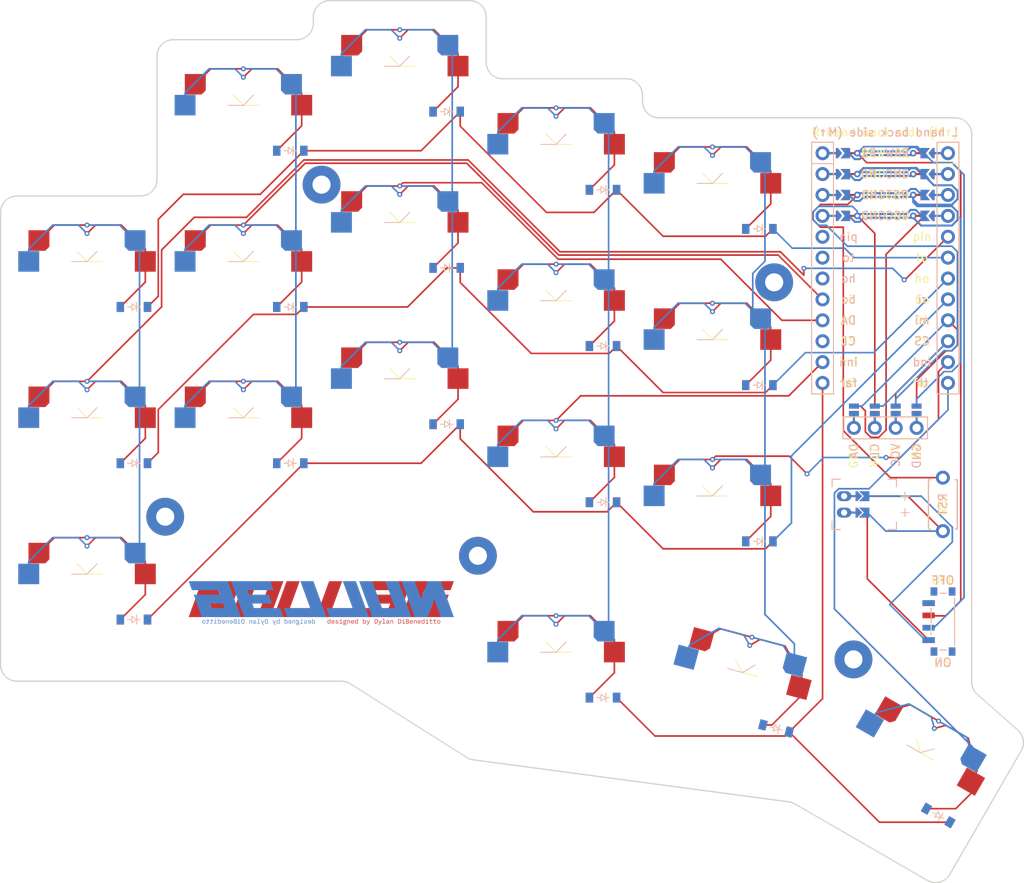
<source format=kicad_pcb>
(kicad_pcb (version 20241229) (generator "pcbnew") (generator_version "9.0")
  (layers (0 "F.Cu" signal) (2 "B.Cu" signal) (13 "F.Paste" user) (15 "B.Paste" user) (5 "F.SilkS" user "F.Silkscreen") (7 "B.SilkS" user "B.Silkscreen") (1 "F.Mask" user) (3 "B.Mask" user) (25 "Edge.Cuts" user))
  (net 0 "")
  (net 1 "pin_bo")
  (net 2 "pin")
  (net 3 "GND")
  (net 4 "pin_ho")
  (net 5 "pin_to")
  (net 6 "ri_bo")
  (net 7 "ri")
  (net 8 "ri_ho")
  (net 9 "ri_to")
  (net 10 "mi_bo")
  (net 11 "mi")
  (net 12 "mi_ho")
  (net 13 "mi_to")
  (net 14 "ind_bo")
  (net 15 "ind")
  (net 16 "ind_ho")
  (net 17 "ind_to")
  (net 18 "inn_bo")
  (net 19 "inn")
  (net 20 "inn_ho")
  (net 21 "inn_to")
  (net 22 "ind_th")
  (net 23 "inn_th")
  (net 24 "far_th")
  (net 25 "far")
  (net 26 "bo")
  (net 27 "ho")
  (net 28 "to")
  (net 29 "th")
  (net 30 "DA")
  (net 31 "CL")
  (net 32 "VCC")
  (net 33 "DISP1_1")
  (net 34 "DISP1_2")
  (net 35 "DISP1_3")
  (net 36 "DISP1_4")
  (net 37 "RAW")
  (net 38 "RST")
  (net 39 "P21")
  (net 40 "P20")
  (net 41 "P19")
  (net 42 "CS")
  (net 43 "P1")
  (net 44 "P0")
  (net 45 "MCU1_24")
  (net 46 "MCU1_1")
  (net 47 "MCU1_23")
  (net 48 "MCU1_2")
  (net 49 "MCU1_22")
  (net 50 "MCU1_3")
  (net 51 "MCU1_21")
  (net 52 "MCU1_4")
  (net 53 "BAT_P")
  (net 54 "JST1_1")
  (net 55 "JST1_2")
  (footprint "ceoloide:diode_tht_sod123" (layer "F.Cu") (at 138.4 77.15 180)
    (property "Reference" "D8" (hide yes))
    (property "Value" "")
  )
  (footprint "ceoloide:diode_tht_sod123" (layer "F.Cu") (at 119.4 81.9 180)
    (property "Reference" "D5" (hide yes))
    (property "Value" "")
  )
  (footprint "ceoloide:diode_tht_sod123" (layer "F.Cu") (at 198.136345 143.723076 150)
    (property "Reference" "D18" (hide yes))
    (property "Value" "")
  )
  (footprint "ceoloide:diode_tht_sod123" (layer "F.Cu") (at 157.4 86.65 180)
    (property "Reference" "D11" (hide yes))
    (property "Value" "")
  )
  (footprint "ceoloide:mounting_hole_npth" (layer "F.Cu") (at 142.2 112.15)
    (property "Reference" "MH5" (hide yes))
    (property "Value" "")
  )
  (footprint "ceoloide:diode_tht_sod123" (layer "F.Cu") (at 176.4 110.4 180)
    (property "Reference" "D13" (hide yes))
    (property "Value" "")
  )
  (footprint "ceoloide:diode_tht_sod123" (layer "F.Cu") (at 138.4 58.15 180)
    (property "Reference" "D9" (hide yes))
    (property "Value" "")
  )
  (footprint "ceoloide:diode_tht_sod123" (layer "F.Cu") (at 157.4 67.65 180)
    (property "Reference" "D12" (hide yes))
    (property "Value" "")
  )
  (footprint "ceoloide:mounting_hole_npth" (layer "F.Cu") (at 123.2 67.025)
    (property "Reference" "MH2" (hide yes))
    (property "Value" "")
  )
  (footprint "ceoloide:battery_connector_jst_ph_2" (layer "F.Cu") (at 186.7 105.9 90)
    (property "Reference" "JST1" (hide yes))
    (property "Value" "")
  )
  (footprint "ceoloide:mounting_hole_npth" (layer "F.Cu") (at 104.2 107.4)
    (property "Reference" "MH1" (hide yes))
    (property "Value" "")
  )
  (footprint "ceoloide:diode_tht_sod123" (layer "F.Cu") (at 157.4 129.4 180)
    (property "Reference" "D16" (hide yes))
    (property "Value" "")
  )
  (footprint "ceoloide:diode_tht_sod123" (layer "F.Cu") (at 119.4 62.9 180)
    (property "Reference" "D6" (hide yes))
    (property "Value" "")
  )
  (footprint "ceoloide:mcu_supermini_nrf52840" (layer "F.Cu") (at 191.7 75.9)
    (property "Reference" "MCU1" (hide yes))
    (property "Value" "")
  )
  (footprint "ceoloide:diode_tht_sod123" (layer "F.Cu") (at 100.4 81.9 180)
    (property "Reference" "D3" (hide yes))
    (property "Value" "")
  )
  (footprint "ceoloide:reset_switch_tht_top" (layer "F.Cu") (at 198.7 105.9 90)
    (property "Reference" "RST1" (hide yes))
    (property "Value" "")
  )
  (footprint "ceoloide:diode_tht_sod123" (layer "F.Cu") (at 176.4 72.4 180)
    (property "Reference" "D15" (hide yes))
    (property "Value" "")
  )
  (footprint "ceoloide:diode_tht_sod123" (layer "F.Cu") (at 100.4 119.9 180)
    (property "Reference" "D1" (hide yes))
    (property "Value" "")
  )
  (footprint "ceoloide:diode_tht_sod123" (layer "F.Cu") (at 178.42932 133.148046 165)
    (property "Reference" "D17" (hide yes))
    (property "Value" "")
  )
  (footprint "ceoloide:diode_tht_sod123" (layer "F.Cu") (at 100.4 100.9 180)
    (property "Reference" "D2" (hide yes))
    (property "Value" "")
  )
  (footprint "ceoloide:diode_tht_sod123" (layer "F.Cu") (at 119.4 100.9 180)
    (property "Reference" "D4" (hide yes))
    (property "Value" "")
  )
  (footprint "ceoloide:display_ssd1306" (layer "F.Cu") (at 191.7 79.9)
    (property "Reference" "DISP1" (hide yes))
    (property "Value" "")
  )
  (footprint "ceoloide:power_switch_smd_side" (layer "F.Cu") (at 198.7 120.15)
    (property "Reference" "PWR1" (hide yes))
    (property "Value" "")
  )
  (footprint "ceoloide:diode_tht_sod123" (layer "F.Cu") (at 157.4 105.65 180)
    (property "Reference" "D10" (hide yes))
    (property "Value" "")
  )
  (footprint "ceoloide:mounting_hole_npth" (layer "F.Cu") (at 187.835493 124.748144 -22.5)
    (property "Reference" "MH3" (hide yes))
    (property "Value" "")
  )
  (footprint "ceoloide:mounting_hole_npth" (layer "F.Cu") (at 178.2 78.9)
    (property "Reference" "MH4" (hide yes))
    (property "Value" "")
  )
  (footprint "ceoloide:diode_tht_sod123" (layer "F.Cu") (at 176.4 91.4 180)
    (property "Reference" "D14" (hide yes))
    (property "Value" "")
  )
  (footprint "ceoloide:diode_tht_sod123" (layer "F.Cu") (at 138.4 96.15 180)
    (property "Reference" "D7" (hide yes))
    (property "Value" "")
  )
  (footprint "ceoloide:switch_mx" (layer "B.Cu") (at 113.7 97.9)
    (property "Reference" "S4" (hide yes))
    (property "Value" "")
  )
  (footprint "ceoloide:switch_mx" (layer "B.Cu") (at 132.7 74.15)
    (property "Reference" "S8" (hide yes))
    (property "Value" "")
  )
  (footprint "ceoloide:switch_mx" (layer "B.Cu") (at 94.7 97.9)
    (property "Reference" "S2" (hide yes))
    (property "Value" "")
  )
  (footprint "ceoloide:switch_mx" (layer "B.Cu") (at 94.7 78.9)
    (property "Reference" "S3" (hide yes))
    (property "Value" "")
  )
  (footprint "ceoloide:switch_mx" (layer "B.Cu") (at 94.7 116.9)
    (property "Reference" "S1" (hide yes))
    (property "Value" "")
  )
  (footprint "ceoloide:switch_mx" (layer "B.Cu") (at 151.7 64.65)
    (property "Reference" "S12" (hide yes))
    (property "Value" "")
  )
  (footprint "ceoloide:switch_mx" (layer "B.Cu") (at 151.7 102.65)
    (property "Reference" "S10" (hide yes))
    (property "Value" "")
  )
  (footprint "ceoloide:switch_mx" (layer "B.Cu") (at 170.7 69.4)
    (property "Reference" "S15" (hide yes))
    (property "Value" "")
  )
  (footprint "ceoloide:switch_mx" (layer "B.Cu") (at 170.7 88.4)
    (property "Reference" "S14" (hide yes))
    (property "Value" "")
  )
  (footprint "ceoloide:switch_mx" (layer "B.Cu") (at 151.7 83.65)
    (property "Reference" "S11" (hide yes))
    (property "Value" "")
  )
  (footprint "ceoloide:switch_mx" (layer "B.Cu") (at 132.7 55.15)
    (property "Reference" "S9" (hide yes))
    (property "Value" "")
  )
  (footprint "ceoloide:switch_mx" (layer "B.Cu") (at 132.7 93.15)
    (property "Reference" "S7" (hide yes))
    (property "Value" "")
  )
  (footprint "ceoloide:switch_mx" (layer "B.Cu") (at 113.7 78.9)
    (property "Reference" "S5" (hide yes))
    (property "Value" "")
  )
  (footprint "ceoloide:switch_mx" (layer "B.Cu") (at 113.7 59.9)
    (property "Reference" "S6" (hide yes))
    (property "Value" "")
  )
  (footprint "ceoloide:switch_mx" (layer "B.Cu") (at 173.7 128.775 -15)
    (property "Reference" "S17" (hide yes))
    (property "Value" "")
  )
  (footprint "ceoloide:switch_mx" (layer "B.Cu") (at 151.7 126.4)
    (property "Reference" "S16" (hide yes))
    (property "Value" "")
  )
  (footprint "ceoloide:switch_mx" (layer "B.Cu") (at 170.7 107.4)
    (property "Reference" "S13" (hide yes))
    (property "Value" "")
  )
  (footprint "ceoloide:switch_mx" (layer "B.Cu") (at 194.7 138.275 -30)
    (property "Reference" "S18" (hide yes))
    (property "Value" "")
  )
  (gr_poly (pts (xy 126.223805 119.986988) (xy 126.131729 119.986988) (xy 126.131729 120.014769) (xy 126.134471 120.017178) (xy 126.137132 120.019643) (xy 126.13971 120.022164) (xy 126.142208 120.02474) (xy 126.144624 120.027373) (xy 126.146958 120.030061) (xy 126.149212 120.032805) (xy 126.151384 120.035605) (xy 126.153476 120.03846) (xy 126.155487 120.041372) (xy 126.157417 120.044339) (xy 126.159266 120.047362) (xy 126.161035 120.050441) (xy 126.162724 120.053576) (xy 126.164332 120.056766) (xy 126.16586 120.060013) (xy 126.167302 120.063312) (xy 126.16865 120.06666) (xy 126.169906 120.070059) (xy 126.171069 120.073507) (xy 126.172139 120.077004) (xy 126.173115 120.080552) (xy 126.173999 120.084149) (xy 126.17479 120.087795) (xy 126.175487 120.091491) (xy 126.176092 120.095237) (xy 126.176604 120.099032) (xy 126.177022 120.102876) (xy 126.177348 120.106771) (xy 126.17758 120.110714) (xy 126.17772 120.114707) (xy 126.177766 120.11875) (xy 126.17772 120.122601) (xy 126.17758 120.126415) (xy 126.177348 120.130191) (xy 126.177022 120.133931) (xy 126.176604 120.137633) (xy 126.176092 120.141298) (xy 126.175487 120.144925) (xy 126.17479 120.148516) (xy 126.173999 120.152069) (xy 126.173115 120.155585) (xy 126.172139 120.159064) (xy 126.171069 120.162506) (xy 126.169906 120.16591) (xy 126.16865 120.169277) (xy 126.167302 120.172607) (xy 126.16586 120.1759) (xy 126.164438 120.179146) (xy 126.162943 120.182337) (xy 126.161372 120.185472) (xy 126.159727 120.188551) (xy 126.158007 120.191574) (xy 126.156211 120.194541) (xy 126.154341 120.197452) (xy 126.152396 120.200308) (xy 126.150375 120.203108) (xy 126.148279 120.205852) (xy 126.146107 120.20854) (xy 126.14386 120.211173) (xy 126.141536 120.213749) (xy 126.139137 120.21627) (xy 126.136662 120.218735) (xy 126.134111 120.221144) (xy 126.131498 120.223395) (xy 126.128812 120.225583) (xy 126.126051 120.22771) (xy 126.123215 120.229775) (xy 126.120304 120.231777) (xy 126.117318 120.233718) (xy 126.114257 120.235597) (xy 126.111121 120.237414) (xy 126.10791 120.239169) (xy 126.104623 120.240862) (xy 126.10126 120.242493) (xy 126.097822 120.244062) (xy 126.094308 120.245569) (xy 126.090718 120.247014) (xy 126.087052 120.248398) (xy 126.08331 120.249719) (xy 126.079623 120.250969) (xy 126.075884 120.252138) (xy 126.072093 120.253227) (xy 126.068251 120.254234) (xy 126.064358 120.255162) (xy 126.060414 120.256008) (xy 126.056419 120.256774) (xy 126.052374 120.257459) (xy 126.048278 120.258063) (xy 126.044133 120.258587) (xy 126.039937 120.25903) (xy 126.035692 120.259393) (xy 126.031398 120.259675) (xy 126.027055 120.259877) (xy 126.018222 120.260038) (xy 126.013135 120.259988) (xy 126.008122 120.25984) (xy 126.003198 120.259592) (xy 126.000775 120.259431) (xy 125.998379 120.259244) (xy 125.993616 120.258796) (xy 125.988854 120.25825) (xy 125.984092 120.257605) (xy 125.979329 120.256863) (xy 125.976937 120.257296) (xy 125.974521 120.257805) (xy 125.972081 120.258388) (xy 125.969615 120.259045) (xy 125.967124 120.259778) (xy 125.964606 120.260584) (xy 125.96206 120.261465) (xy 125.959485 120.262419) (xy 125.958211 120.262829) (xy 125.956948 120.263263) (xy 125.955696 120.263723) (xy 125.954455 120.264207) (xy 125.953226 120.264715) (xy 125.952007 120.265249) (xy 125.9508 120.265807) (xy 125.949604 120.26639) (xy 125.948419 120.266998) (xy 125.947245 120.26763) (xy 125.946082 120.268287) (xy 125.94493 120.268969) (xy 125.94379 120.269676) (xy 125.94266 120.270407) (xy 125.941542 120.271163) (xy 125.940435 120.271944) (xy 125.939361 120.272648) (xy 125.938311 120.273371) (xy 125.937285 120.274112) (xy 125.936283 120.274872) (xy 125.935305 120.27565) (xy 125.934352 120.276446) (xy 125.933423 120.277262) (xy 125.932518 120.278095) (xy 125.931637 120.278948) (xy 125.93078 120.279819) (xy 125.929948 120.280709) (xy 125.929139 120.281617) (xy 125.928355 120.282544) (xy 125.927596 120.28349) (xy 125.92686 120.284454) (xy 125.926149 120.285438) (xy 125.925484 120.28644) (xy 125.924861 120.28746) (xy 125.92428 120.288499) (xy 125.92374 120.289556) (xy 125.923241 120.290632) (xy 125.922785 120.291726) (xy 125.922372 120.292839) (xy 125.922 120.29397) (xy 125.921672 120.295121) (xy 125.921387 120.296289) (xy 125.921145 120.297477) (xy 125.920946 120.298683) (xy 125.920791 120.299907) (xy 125.92068 120.301151) (xy 125.920614 120.302413) (xy 125.920591 120.303694) (xy 125.920663 120.305929) (xy 125.920878 120.308071) (xy 125.921235 120.310121) (xy 125.921736 120.312077) (xy 125.92204 120.313021) (xy 125.922379 120.313941) (xy 125.922754 120.314838) (xy 125.923165 120.315711) (xy 125.923612 120.316562) (xy 125.924094 120.317389) (xy 125.924612 120.318193) (xy 125.925165 120.318974) (xy 125.925754 120.319731) (xy 125.926378 120.320465) (xy 125.927038 120.321176) (xy 125.927734 120.321864) (xy 125.928465 120.322528) (xy 125.929231 120.323169) (xy 125.930871 120.324382) (xy 125.932652 120.325501) (xy 125.934576 120.326527) (xy 125.936641 120.32746) (xy 125.938847 120.3283) (xy 125.941182 120.328973) (xy 125.943602 120.329603) (xy 125.946108 120.330189) (xy 125.9487 120.330732) (xy 125.951377 120.331231) (xy 125.95414 120.331687) (xy 125.959922 120.332468) (xy 125.966046 120.333076) (xy 125.972513 120.33351) (xy 125.979322 120.33377) (xy 125.986473 120.333857) (xy 126.07696 120.333857) (xy 126.086716 120.333974) (xy 126.096129 120.334328) (xy 126.1052 120.334917) (xy 126.11393 120.335742) (xy 126.122318 120.336803) (xy 126.130364 120.338099) (xy 126.138068 120.339631) (xy 126.145431 120.341398) (xy 126.152452 120.343401) (xy 126.159133 120.34564) (xy 126.165472 120.348114) (xy 126.17147 120.350824) (xy 126.177127 120.353769) (xy 126.182443 120.35695) (xy 126.187419 120.360367) (xy 126.192054 120.364019) (xy 126.196379 120.367771) (xy 126.200426 120.371684) (xy 126.204193 120.375759) (xy 126.207681 120.379994) (xy 126.21089 120.384391) (xy 126.21382 120.388949) (xy 126.216471 120.393668) (xy 126.218843 120.398548) (xy 126.220936 120.403589) (xy 126.222749 120.408792) (xy 126.224284 120.414156) (xy 126.22554 120.419681) (xy 126.226517 120.425367) (xy 126.227214 120.431215) (xy 126.227633 120.437224) (xy 126.227772 120.443394) (xy 126.227571 120.451006) (xy 126.226968 120.458363) (xy 126.225963 120.465467) (xy 126.224555 120.472316) (xy 126.222745 120.478911) (xy 126.220531 120.485251) (xy 126.217914 120.491337) (xy 126.214894 120.49717) (xy 126.21147 120.502747) (xy 126.207642 120.508071) (xy 126.20341 120.51314) (xy 126.198774 120.517956) (xy 126.193733 120.522517) (xy 126.188287 120.526824) (xy 126.182435 120.530877) (xy 126.176179 120.534675) (xy 126.169533 120.538327) (xy 126.162483 120.541744) (xy 126.15503 120.544925) (xy 126.147173 120.54787) (xy 126.138912 120.55058) (xy 126.130247 120.553054) (xy 126.121179 120.555293) (xy 126.111707 120.557296) (xy 126.101831 120.559064) (xy 126.091552 120.560596) (xy 126.080869 120.561892) (xy 126.069782 120.562952) (xy 126.058291 120.563777) (xy 126.046397 120.564366) (xy 126.034099 120.56472) (xy 126.021398 120.564838) (xy 125.99747 120.564429) (xy 125.986156 120.563917) (xy 125.975276 120.563201) (xy 125.964829 120.56228) (xy 125.954816 120.561154) (xy 125.945236 120.559824) (xy 125.93609 120.558289) (xy 125.927377 120.55655) (xy 125.919097 120.554606) (xy 125.911251 120.552457) (xy 125.903839 120.550104) (xy 125.896859 120.547546) (xy 125.890314 120.544783) (xy 125.884202 120.541816) (xy 125.878523 120.538644) (xy 125.873332 120.53528) (xy 125.868477 120.531736) (xy 125.866175 120.529896) (xy 125.863956 120.528012) (xy 125.861822 120.526082) (xy 125.859771 120.524108) (xy 125.857803 120.522089) (xy 125.85592 120.520024) (xy 125.85412 120.517915) (xy 125.852404 120.515761) (xy 125.850771 120.513562) (xy 125.849223 120.511318) (xy 125.847758 120.509029) (xy 125.846376 120.506695) (xy 125.845079 120.504316) (xy 125.843865 120.501892) (xy 125.842735 120.499423) (xy 125.841689 120.496909) (xy 125.840726 120.49435) (xy 125.839847 120.491746) (xy 125.839052 120.489098) (xy 125.83834 120.486404) (xy 125.837712 120.483665) (xy 125.837168 120.480882) (xy 125.836708 120.478053) (xy 125.836331 120.47518) (xy 125.836038 120.472262) (xy 125.835829 120.469299) (xy 125.835661 120.463237) (xy 125.83573 120.459129) (xy 125.835936 120.455139) (xy 125.83628 120.451266) (xy 125.836677 120.448157) (xy 125.895985 120.448157) (xy 125.896069 120.4515) (xy 125.89632 120.45478) (xy 125.896739 120.457999) (xy 125.897325 120.461155) (xy 125.898078 120.46425) (xy 125.898999 120.467282) (xy 125.900087 120.470252) (xy 125.901343 120.473161) (xy 125.902766 120.476007) (xy 125.904357 120.478791) (xy 125.906115 120.481513) (xy 125.90804 120.484173) (xy 125.910133 120.486771) (xy 125.912394 120.489308) (xy 125.914821 120.491782) (xy 125.917417 120.494194) (xy 125.920207 120.496597) (xy 125.923221 120.498846) (xy 125.926458 120.500939) (xy 125.929918 120.502877) (xy 125.933601 120.50466) (xy 125.937508 120.506288) (xy 125.941638 120.50776) (xy 125.945991 120.509078) (xy 125.950568 120.510241) (xy 125.955368 120.511248) (xy 125.960391 120.512101) (xy 125.965637 120.512798) (xy 125.971106 120.513341) (xy 125.976799 120.513728) (xy 125.982715 120.513961) (xy 125.988854 120.514038) (xy 126.050767 120.514038) (xy 126.05762 120.51397) (xy 126.06428 120.513765) (xy 126.070747 120.513424) (xy 126.077021 120.512947) (xy 126.083102 120.512333) (xy 126.08899 120.511583) (xy 126.094685 120.510696) (xy 126.100187 120.509673) (xy 126.105497 120.508514) (xy 126.110615 120.507218) (xy 126.11554 120.505785) (xy 126.120273 120.504216) (xy 126.124814 120.502511) (xy 126.129163 120.500669) (xy 126.13332 120.498691) (xy 126.137285 120.496576) (xy 126.141034 120.494427) (xy 126.144541 120.492148) (xy 126.146203 120.49096) (xy 126.147806 120.489739) (xy 126.149348 120.488485) (xy 126.150829 120.487199) (xy 126.15225 120.485881) (xy 126.15361 120.48453) (xy 126.15491 120.483146) (xy 126.156149 120.48173) (xy 126.157328 120.480281) (xy 126.158447 120.4788) (xy 126.159505 120.477286) (xy 126.160503 120.47574) (xy 126.16144 120.474161) (xy 126.162316 120.472549) (xy 126.163133 120.470905) (xy 126.163888 120.469228) (xy 126.164584 120.467519) (xy 126.165219 120.465777) (xy 126.165793 120.464003) (xy 126.166307 120.462196) (xy 126.16676 120.460357) (xy 126.167153 120.458485) (xy 126.167486 120.45658) (xy 126.167758 120.454643) (xy 126.167969 120.452673) (xy 126.168121 120.450671) (xy 126.168241 120.446569) (xy 126.168164 120.44353) (xy 126.167932 120.440566) (xy 126.167546 120.437676) (xy 126.167005 120.43486) (xy 126.166309 120.43212) (xy 126.165458 120.429453) (xy 126.164452 120.426861) (xy 126.16329 120.424344) (xy 126.161974 120.421901) (xy 126.160501 120.419532) (xy 126.158874 120.417238) (xy 126.15709 120.415018) (xy 126.155151 120.412873) (xy 126.153056 120.410801) (xy 126.150805 120.408804) (xy 126.148397 120.406881) (xy 126.145811 120.405151) (xy 126.142995 120.403533) (xy 126.139948 120.402026) (xy 126.13667 120.400631) (xy 126.133161 120.399347) (xy 126.129422 120.398175) (xy 126.125452 120.397115) (xy 126.121251 120.396166) (xy 126.11682 120.395329) (xy 126.112158 120.394603) (xy 126.107265 120.393989) (xy 126.102142 120.393487) (xy 126.096788 120.393096) (xy 126.091203 120.392817) (xy 126.085388 120.39265) (xy 126.079341 120.392594) (xy 125.937261 120.392594) (xy 125.932271 120.394764) (xy 125.927602 120.397108) (xy 125.923253 120.399626) (xy 125.919225 120.402317) (xy 125.917331 120.403728) (xy 125.915518 120.405182) (xy 125.913784 120.406679) (xy 125.912132 120.40822) (xy 125.910559 120.409805) (xy 125.909067 120.411432) (xy 125.907655 120.413103) (xy 125.906324 120.414818) (xy 125.905073 120.416576) (xy 125.903903 120.418377) (xy 125.902813 120.420222) (xy 125.901803 120.422111) (xy 125.900875 120.424042) (xy 125.900027 120.426017) (xy 125.899259 120.428036) (xy 125.898572 120.430098) (xy 125.897966 120.432203) (xy 125.897441 120.434352) (xy 125.896996 120.436544) (xy 125.896632 120.43878) (xy 125.896349 120.441059) (xy 125.896147 120.443381) (xy 125.895985 120.448157) (xy 125.836677 120.448157) (xy 125.83676 120.447511) (xy 125.837377 120.443874) (xy 125.83813 120.440355) (xy 125.83902 120.436953) (xy 125.840046 120.43367) (xy 125.841208 120.430504) (xy 125.842505 120.427456) (xy 125.843937 120.424526) (xy 125.845505 120.421714) (xy 125.847208 120.41902) (xy 125.849045 120.416443) (xy 125.851017 120.413985) (xy 125.853123 120.411644) (xy 125.855366 120.4094) (xy 125.857721 120.40723) (xy 125.860188 120.405134) (xy 125.862766 120.403112) (xy 125.865454 120.401165) (xy 125.868254 120.399292) (xy 125.871165 120.397493) (xy 125.874187 120.395769) (xy 125.877319 120.394119) (xy 125.880562 120.392544) (xy 125.883916 120.391043) (xy 125.887379 120.389617) (xy 125.890953 120.388265) (xy 125.894637 120.386987) (xy 125.898432 120.385785) (xy 125.902336 120.384656) (xy 125.902336 120.375132) (xy 125.900193 120.374022) (xy 125.898109 120.372875) (xy 125.896086 120.371691) (xy 125.894123 120.370469) (xy 125.89222 120.36921) (xy 125.890378 120.367914) (xy 125.888597 120.36658) (xy 125.886877 120.36521) (xy 125.885219 120.363802) (xy 125.883622 120.362357) (xy 125.882087 120.360874) (xy 125.880614 120.359355) (xy 125.879203 120.357798) (xy 125.877855 120.356205) (xy 125.87657 120.354574) (xy 125.875348 120.352906) (xy 125.874195 120.351192) (xy 125.873116 120.349422) (xy 125.872111 120.347596) (xy 125.871181 120.345714) (xy 125.870325 120.343776) (xy 125.869543 120.341782) (xy 125.868836 120.339732) (xy 125.868204 120.337627) (xy 125.867646 120.335465) (xy 125.867162 120.333248) (xy 125.866752 120.330975) (xy 125.866418 120.328647) (xy 125.866157 120.326262) (xy 125.865971 120.323822) (xy 125.865859 120.321326) (xy 125.865822 120.318775) (xy 125.865903 120.314868) (xy 125.866146 120.311085) (xy 125.86655 120.307426) (xy 125.867116 120.303891) (xy 125.867843 120.30048) (xy 125.868732 120.297193) (xy 125.869781 120.294031) (xy 125.870992 120.290992) (xy 125.872363 120.288077) (xy 125.873896 120.285287) (xy 125.875589 120.282621) (xy 125.877443 120.280078) (xy 125.879457 120.27766) (xy 125.881631 120.275366) (xy 125.883966 120.273196) (xy 125.88646 120.27115) (xy 125.88918 120.269197) (xy 125.891981 120.267306) (xy 125.894864 120.265477) (xy 125.897828 120.26371) (xy 125.900873 120.262005) (xy 125.903999 120.260362) (xy 125.907205 120.258781) (xy 125.910491 120.257262) (xy 125.913857 120.255804) (xy 125.917303 120.254409) (xy 125.920829 120.253076) (xy 125.924434 120.251804) (xy 125.928118 120.250595) (xy 125.931881 120.249447) (xy 125.935722 120.248361) (xy 125.939642 120.247338) (xy 125.939642 120.244163) (xy 125.934945 120.242017) (xy 125.930377 120.239748) (xy 125.92594 120.237354) (xy 125.921633 120.234836) (xy 125.917457 120.232194) (xy 125.913411 120.229428) (xy 125.909494 120.226538) (xy 125.905709 120.223524) (xy 125.902053 120.220386) (xy 125.898528 120.217124) (xy 125.895133 120.213738) (xy 125.891868 120.210229) (xy 125.888733 120.206595) (xy 125.885728 120.202837) (xy 125.882854 120.198956) (xy 125.88011 120.19495) (xy 125.877615 120.190839) (xy 125.875281 120.186641) (xy 125.873106 120.182357) (xy 125.871092 120.177985) (xy 125.869239 120.173527) (xy 125.867546 120.168982) (xy 125.866013 120.164349) (xy 125.864642 120.15963) (xy 125.863431 120.154824) (xy 125.862381 120.149931) (xy 125.861493 120.144952) (xy 125.860766 120.139885) (xy 125.8602 120.134732) (xy 125.859795 120.129491) (xy 125.859553 120.124164) (xy 125.859472 120.11875) (xy 125.859516 120.114899) (xy 125.859647 120.111085) (xy 125.859865 120.107309) (xy 125.859903 120.106844) (xy 125.926149 120.106844) (xy 125.926149 120.129863) (xy 125.926236 120.134372) (xy 125.926498 120.138768) (xy 125.926934 120.143053) (xy 125.927545 120.147227) (xy 125.928329 120.151288) (xy 125.929288 120.155238) (xy 125.930419 120.159077) (xy 125.931724 120.162803) (xy 125.933202 120.166418) (xy 125.934853 120.169922) (xy 125.936676 120.173314) (xy 125.938672 120.176594) (xy 125.94084 120.179763) (xy 125.943179 120.18282) (xy 125.94569 120.185766) (xy 125.948373 120.1886) (xy 125.951255 120.191292) (xy 125.954334 120.19381) (xy 125.95761 120.196154) (xy 125.961084 120.198325) (xy 125.964756 120.200322) (xy 125.968625 120.202145) (xy 125.972692 120.203794) (xy 125.976958 120.20527) (xy 125.981421 120.206572) (xy 125.986083 120.207701) (xy 125.990943 120.208655) (xy 125.996001 120.209437) (xy 126.001258 120.210044) (xy 126.006714 120.210478) (xy 126.012368 120.210738) (xy 126.018222 120.210825) (xy 126.024077 120.210738) (xy 126.029734 120.210478) (xy 126.035194 120.210044) (xy 126.040455 120.209437) (xy 126.045519 120.208655) (xy 126.050384 120.207701) (xy 126.05505 120.206572) (xy 126.059518 120.20527) (xy 126.063786 120.203794) (xy 126.067855 120.202145) (xy 126.071725 120.200322) (xy 126.075395 120.198325) (xy 126.078865 120.196154) (xy 126.082135 120.19381) (xy 126.085204 120.191292) (xy 126.088073 120.1886) (xy 126.090869 120.185766) (xy 126.093483 120.18282) (xy 126.095915 120.179763) (xy 126.098166 120.176594) (xy 126.100235 120.173314) (xy 126.102123 120.169922) (xy 126.10383 120.166418) (xy 126.105356 120.162803) (xy 126.106702 120.159077) (xy 126.107868 120.155238) (xy 126.108854 120.151288) (xy 126.10966 120.147227) (xy 126.110286 120.143053) (xy 126.110733 120.138768) (xy 126.111001 120.134372) (xy 126.111091 120.129863) (xy 126.111091 120.106844) (xy 126.111001 120.102338) (xy 126.110733 120.097951) (xy 126.110286 120.093681) (xy 126.10966 120.089529) (xy 126.108854 120.085495) (xy 126.107868 120.081579) (xy 126.106702 120.077781) (xy 126.105356 120.074101) (xy 126.10383 120.070538) (xy 126.102123 120.067094) (xy 126.100235 120.063767) (xy 126.098166 120.060558) (xy 126.095915 120.057467) (xy 126.093483 120.054493) (xy 126.090869 120.051638) (xy 126.088073 120.0489) (xy 126.085204 120.046208) (xy 126.082135 120.04369) (xy 126.078865 120.041346) (xy 126.075395 120.039176) (xy 126.071725 120.037179) (xy 126.067855 120.035356) (xy 126.063786 120.033706) (xy 126.059518 120.03223) (xy 126.05505 120.030928) (xy 126.050384 120.0298) (xy 126.045519 120.028845) (xy 126.040455 120.028064) (xy 126.035194 120.027456) (xy 126.029734 120.027022) (xy 126.024077 120.026762) (xy 126.018222 120.026675) (xy 126.012368 120.026762) (xy 126.006714 120.027022) (xy 126.001258 120.027456) (xy 125.996001 120.028064) (xy 125.990943 120.028845) (xy 125.986083 120.0298) (xy 125.981421 120.030928) (xy 125.976958 120.03223) (xy 125.972692 120.033706) (xy 125.968625 120.035356) (xy 125.964756 120.037179) (xy 125.961084 120.039176) (xy 125.95761 120.041346) (xy 125.954334 120.04369) (xy 125.951255 120.046208) (xy 125.948373 120.0489) (xy 125.94569 120.051638) (xy 125.943179 120.054493) (xy 125.94084 120.057467) (xy 125.938672 120.060558) (xy 125.936676 120.063767) (xy 125.934853 120.067094) (xy 125.933202 120.070538) (xy 125.931724 120.074101) (xy 125.930419 120.077781) (xy 125.929288 120.081579) (xy 125.928329 120.085495) (xy 125.927545 120.089529) (xy 125.926934 120.093681) (xy 125.926498 120.097951) (xy 125.926236 120.102338) (xy 125.926149 120.106844) (xy 125.859903 120.106844) (xy 125.86017 120.10357) (xy 125.860563 120.099868) (xy 125.861042 120.096203) (xy 125.861608 120.092575) (xy 125.86226 120.088985) (xy 125.863 120.085431) (xy 125.863825 120.081915) (xy 125.864737 120.078436) (xy 125.865735 120.074995) (xy 125.866819 120.07159) (xy 125.867988 120.068223) (xy 125.869244 120.064893) (xy 125.870585 120.0616) (xy 125.87202 120.058357) (xy 125.873528 120.055176) (xy 125.875109 120.052056) (xy 125.876763 120.048999) (xy 125.878489 120.046004) (xy 125.880289 120.04307) (xy 125.882162 120.040199) (xy 125.884109 120.03739) (xy 125.886129 120.034643) (xy 125.888222 120.031958) (xy 125.890389 120.029334) (xy 125.89263 120.026773) (xy 125.894945 120.024274) (xy 125.897335 120.021838) (xy 125.899798 120.019463) (xy 125.902336 120.01715) (xy 125.905046 120.014803) (xy 125.907819 120.012524) (xy 125.910656 120.010314) (xy 125.913554 120.008171) (xy 125.916516 120.006097) (xy 125.919539 120.004091) (xy 125.922624 120.002154) (xy 125.925771 120.000284) (xy 125.928979 119.998483) (xy 125.932248 119.99675) (xy 125.935579 119.995084) (xy 125.93897 119.993488) (xy 125.942421 119.991959) (xy 125.945933 119.990498) (xy 125.949504 119.989106) (xy 125.953136 119.987781) (xy 125.956836 119.986531) (xy 125.960585 119.985362) (xy 125.964382 119.984274) (xy 125.968228 119.983266) (xy 125.972123 119.982339) (xy 125.976067 119.981492) (xy 125.980059 119.980727) (xy 125.984101 119.980041) (xy 125.988193 119.979437) (xy 125.992333 119.978913) (xy 125.996524 119.97847) (xy 126.000764 119.978107) (xy 126.005053 119.977825) (xy 126.009393 119.977624) (xy 126.018222 119.977463) (xy 126.023938 119.977528) (xy 126.029567 119.977723) (xy 126.035108 119.978049) (xy 126.040562 119.978505) (xy 126.045928 119.979091) (xy 126.051207 119.979807) (xy 126.056398 119.980653) (xy 126.061502 119.98163) (xy 126.066519 119.982737) (xy 126.071448 119.983974) (xy 126.076289 119.985341) (xy 126.081043 119.986839) (xy 126.08571 119.988467) (xy 126.090289 119.990225) (xy 126.094781 119.992113) (xy 126.099185 119.994132) (xy 126.099185 119.986988) (xy 126.099229 119.984042) (xy 126.09936 119.981158) (xy 126.099578 119.978337) (xy 126.099884 119.975577) (xy 126.100276 119.972879) (xy 126.100755 119.970244) (xy 126.101321 119.96767) (xy 126.101973 119.965159) (xy 126.102712 119.962709) (xy 126.103537 119.960322) (xy 126.104449 119.957996) (xy 126.105447 119.955733) (xy 126.106531 119.953532) (xy 126.107701 119.951392) (xy 126.108956 119.949315) (xy 126.110298 119.9473) (xy 126.111012 119.946324) (xy 126.111758 119.945378) (xy 126.112534 119.944464) (xy 126.113341 119.94358) (xy 126.114179 119.942728) (xy 126.115047 119.941906) (xy 126.115946 119.941116) (xy 126.116876 119.940356) (xy 126.117836 119.939627) (xy 126.118827 119.93893) (xy 126.119849 119.938263) (xy 126.120901 119.937628) (xy 126.121984 119.937023) (xy 126.123098 119.936449) (xy 126.124243 119.935907) (xy 126.125418 119.935395) (xy 126.127861 119.934465) (xy 126.130426 119.933658) (xy 126.133115 119.932976) (xy 126.135926 119.932418) (xy 126.138859 119.931983) (xy 126.141916 119.931673) (xy 126.145095 119.931487) (xy 126.148397 119.931425) (xy 126.223805 119.931425)) (fill yes) (layer "F.Cu"))
  (gr_poly (pts (xy 133.664334 119.842677) (xy 133.672901 119.843133) (xy 133.681226 119.843893) (xy 133.689309 119.844956) (xy 133.697151 119.846323) (xy 133.704751 119.847994) (xy 133.712109 119.849969) (xy 133.719225 119.852248) (xy 133.726099 119.85483) (xy 133.732731 119.857717) (xy 133.739121 119.860907) (xy 133.74527 119.864402) (xy 133.751177 119.8682) (xy 133.756842 119.872302) (xy 133.762265 119.876709) (xy 133.767446 119.881419) (xy 133.772348 119.886383) (xy 133.776934 119.891552) (xy 133.781203 119.896926) (xy 133.785156 119.902504) (xy 133.788793 119.908286) (xy 133.792114 119.914273) (xy 133.795119 119.920465) (xy 133.797807 119.926861) (xy 133.800179 119.933462) (xy 133.802235 119.940268) (xy 133.803975 119.947278) (xy 133.805398 119.954493) (xy 133.806505 119.961913) (xy 133.807295 119.969537) (xy 133.80777 119.977366) (xy 133.807928 119.9854) (xy 133.807832 119.991567) (xy 133.807545 119.997567) (xy 133.807065 120.003399) (xy 133.806394 120.009064) (xy 133.80553 120.014561) (xy 133.804475 120.019891) (xy 133.803227 120.025054) (xy 133.801786 120.030049) (xy 133.800153 120.034876) (xy 133.798328 120.039537) (xy 133.796309 120.044029) (xy 133.794098 120.048355) (xy 133.791693 120.052512) (xy 133.789096 120.056503) (xy 133.786305 120.060326) (xy 133.783321 120.063981) (xy 133.780288 120.067488) (xy 133.777144 120.070865) (xy 133.773889 120.074111) (xy 133.770521 120.077227) (xy 133.767043 120.080213) (xy 133.763452 120.083069) (xy 133.75975 120.085794) (xy 133.755936 120.088389) (xy 133.752011 120.090854) (xy 133.747974 120.093189) (xy 133.743825 120.095394) (xy 133.739565 120.097468) (xy 133.735193 120.099412) (xy 133.73071 120.101226) (xy 133.726115 120.102909) (xy 133.721408 120.104463) (xy 133.721408 120.106844) (xy 133.727193 120.10831) (xy 133.732849 120.109931) (xy 133.738376 120.111708) (xy 133.743774 120.113639) (xy 133.749043 120.115726) (xy 133.754182 120.117968) (xy 133.759191 120.120364) (xy 133.764071 120.122916) (xy 133.768821 120.125623) (xy 133.773439 120.128485) (xy 133.777928 120.131502) (xy 133.782285 120.134674) (xy 133.786511 120.138001) (xy 133.790606 120.141483) (xy 133.794569 120.145121) (xy 133.7984 120.148913) (xy 133.802048 120.152791) (xy 133.805462 120.156886) (xy 133.808641 120.161199) (xy 133.811586 120.165729) (xy 133.814295 120.170475) (xy 133.816769 120.175439) (xy 133.819008 120.18062) (xy 133.821012 120.186018) (xy 133.822781 120.191634) (xy 133.824314 120.197466) (xy 133.825611 120.203515) (xy 133.826673 120.209782) (xy 133.827499 120.216266) (xy 133.828089 120.222966) (xy 133.828444 120.229884) (xy 133.828562 120.237019) (xy 133.828518 120.241171) (xy 133.828387 120.245291) (xy 133.828169 120.249381) (xy 133.827864 120.253439) (xy 133.827472 120.257467) (xy 133.826993 120.261463) (xy 133.826427 120.265429) (xy 133.825775 120.269363) (xy 133.825036 120.273267) (xy 133.824211 120.277139) (xy 133.823299 120.280981) (xy 133.822302 120.284792) (xy 133.821218 120.288571) (xy 133.820048 120.29232) (xy 133.818793 120.296038) (xy 133.817452 120.299725) (xy 133.816029 120.303366) (xy 133.814531 120.306944) (xy 133.812956 120.31046) (xy 133.811307 120.313915) (xy 133.809582 120.317307) (xy 133.807781 120.320637) (xy 133.805906 120.323905) (xy 133.803957 120.327111) (xy 133.801933 120.330254) (xy 133.799834 120.333336) (xy 133.797662 120.336356) (xy 133.795417 120.339314) (xy 133.793097 120.342209) (xy 133.790705 120.345043) (xy 133.788239 120.347815) (xy 133.785701 120.350525) (xy 133.783185 120.35317) (xy 133.780607 120.355746) (xy 133.777968 120.358255) (xy 133.775268 120.360695) (xy 133.772506 120.363067) (xy 133.769683 120.36537) (xy 133.766799 120.367606) (xy 133.763853 120.369773) (xy 133.760846 120.371872) (xy 133.757777 120.373902) (xy 133.754647 120.375865) (xy 133.751456 120.37776) (xy 133.748203 120.379586) (xy 133.744889 120.381344) (xy 133.741513 120.383034) (xy 133.738076 120.384656) (xy 133.734679 120.386098) (xy 133.731247 120.387447) (xy 133.72778 120.388703) (xy 133.724276 120.389865) (xy 133.720736 120.390935) (xy 133.71716 120.391912) (xy 133.713547 120.392796) (xy 133.709897 120.393586) (xy 133.70621 120.394284) (xy 133.702485 120.394888) (xy 133.698723 120.3954) (xy 133.694923 120.395819) (xy 133.691084 120.396144) (xy 133.687208 120.396377) (xy 133.683292 120.396516) (xy 133.679338 120.396563) (xy 133.467407 120.396563) (xy 133.467407 120.338619) (xy 133.534082 120.338619) (xy 133.659494 120.338619) (xy 133.665175 120.338538) (xy 133.670701 120.338296) (xy 133.676071 120.337893) (xy 133.681284 120.337328) (xy 133.686342 120.336603) (xy 133.691244 120.335716) (xy 133.69599 120.334668) (xy 133.700581 120.333458) (xy 133.705016 120.332088) (xy 133.709297 120.330556) (xy 133.713422 120.328863) (xy 133.717392 120.327009) (xy 133.721207 120.324994) (xy 133.724867 120.322817) (xy 133.728373 120.32048) (xy 133.731724 120.317981) (xy 133.734896 120.315315) (xy 133.737864 120.312475) (xy 133.740626 120.309462) (xy 133.743185 120.306275) (xy 133.745538 120.302914) (xy 133.747687 120.299379) (xy 133.749631 120.295671) (xy 133.751371 120.291789) (xy 133.752906 120.287733) (xy 133.754236 120.283504) (xy 133.755361 120.279101) (xy 133.756282 120.274524) (xy 133.756999 120.269774) (xy 133.75751 120.26485) (xy 133.757817 120.259753) (xy 133.75792 120.254482) (xy 133.75792 120.221937) (xy 133.757817 120.216763) (xy 133.75751 120.211756) (xy 133.756999 120.206916) (xy 133.756282 120.202244) (xy 133.755361 120.197738) (xy 133.754236 120.1934) (xy 133.752906 120.18923) (xy 133.751371 120.185227) (xy 133.749631 120.181391) (xy 133.747687 120.177723) (xy 133.745538 120.174222) (xy 133.743185 120.170889) (xy 133.740626 120.167723) (xy 133.737864 120.164725) (xy 133.734896 120.161894) (xy 133.731724 120.159231) (xy 133.728373 120.156636) (xy 133.724867 120.154208) (xy 133.721207 120.151948) (xy 133.717392 120.149855) (xy 133.713422 120.14793) (xy 133.709297 120.146172) (xy 133.705016 120.144581) (xy 133.700581 120.143158) (xy 133.69599 120.141902) (xy 133.691244 120.140814) (xy 133.686342 120.139893) (xy 133.681284 120.13914) (xy 133.676071 120.138554) (xy 133.670701 120.138135) (xy 133.665175 120.137884) (xy 133.659494 120.1378) (xy 133.534082 120.1378) (xy 133.534082 120.338619) (xy 133.467407 120.338619) (xy 133.467407 120.083031) (xy 133.534082 120.083031) (xy 133.648381 120.083031) (xy 133.653564 120.08296) (xy 133.658606 120.082746) (xy 133.663506 120.082389) (xy 133.668264 120.08189) (xy 133.67288 120.081248) (xy 133.677355 120.080463) (xy 133.681687 120.079536) (xy 133.685877 120.078466) (xy 133.689925 120.077254) (xy 133.69383 120.075899) (xy 133.697593 120.074401) (xy 133.701213 120.072761) (xy 133.70469 120.070979) (xy 133.708024 120.069053) (xy 133.711215 120.066985) (xy 133.714263 120.064775) (xy 133.717146 120.062319) (xy 133.719844 120.059715) (xy 133.722355 120.056962) (xy 133.724681 120.054059) (xy 133.72682 120.051009) (xy 133.728774 120.047809) (xy 133.730541 120.04446) (xy 133.732122 120.040963) (xy 133.733518 120.037316) (xy 133.734727 120.033521) (xy 133.73575 120.029577) (xy 133.736587 120.025484) (xy 133.737238 120.021243) (xy 133.737703 120.016852) (xy 133.737983 120.012313) (xy 133.738076 120.007625) (xy 133.738076 119.976669) (xy 133.737983 119.971981) (xy 133.737703 119.967442) (xy 133.737238 119.963051) (xy 133.736587 119.95881) (xy 133.73575 119.954717) (xy 133.734727 119.950773) (xy 133.733518 119.946978) (xy 133.732122 119.943332) (xy 133.730541 119.939834) (xy 133.728774 119.936485) (xy 133.72682 119.933286) (xy 133.724681 119.930235) (xy 133.722355 119.927333) (xy 133.719844 119.924579) (xy 133.717146 119.921975) (xy 133.714263 119.919519) (xy 133.711215 119.917212) (xy 133.708024 119.915054) (xy 133.70469 119.913045) (xy 133.701213 119.911185) (xy 133.697593 119.909473) (xy 133.69383 119.907911) (xy 133.689925 119.906497) (xy 133.685877 119.905232) (xy 133.681687 119.904115) (xy 133.677355 119.903148) (xy 133.67288 119.902329) (xy 133.668264 119.90166) (xy 133.663506 119.901139) (xy 133.658606 119.900767) (xy 133.653564 119.900543) (xy 133.648381 119.900469) (xy 133.534082 119.900469) (xy 133.534082 120.083031) (xy 133.467407 120.083031) (xy 133.467407 119.842525) (xy 133.655525 119.842525)) (fill yes) (layer "F.Cu"))
  (gr_poly (pts (xy 129.832699 119.842798) (xy 129.844791 119.843617) (xy 129.856481 119.844981) (xy 129.867769 119.846891) (xy 129.878655 119.849346) (xy 129.889138 119.852347) (xy 129.899218 119.855894) (xy 129.908896 119.859987) (xy 129.918171 119.864625) (xy 129.927044 119.869809) (xy 129.935513 119.875539) (xy 129.943579 119.881815) (xy 129.951242 119.888636) (xy 129.958502 119.896004) (xy 129.965358 119.903916) (xy 129.971811 119.912375) (xy 129.977867 119.921371) (xy 129.983532 119.930893) (xy 129.988806 119.940942) (xy 129.99369 119.951519) (xy 129.998183 119.962622) (xy 130.002285 119.974252) (xy 130.005997 119.98641) (xy 130.009318 119.999094) (xy 130.012248 120.012306) (xy 130.014787 120.026045) (xy 130.016936 120.04031) (xy 130.018694 120.055103) (xy 130.020061 120.070423) (xy 130.021038 120.086269) (xy 130.021624 120.102643) (xy 130.02182 120.119544) (xy 130.021624 120.136445) (xy 130.021038 120.152818) (xy 130.020061 120.168665) (xy 130.018694 120.183985) (xy 130.016936 120.198778) (xy 130.014787 120.213043) (xy 130.012248 120.226782) (xy 130.009318 120.239994) (xy 130.005997 120.252678) (xy 130.002285 120.264836) (xy 129.998183 120.276466) (xy 129.99369 120.28757) (xy 129.988806 120.298146) (xy 129.983532 120.308195) (xy 129.977867 120.317718) (xy 129.971811 120.326713) (xy 129.965358 120.335172) (xy 129.958502 120.343085) (xy 129.951242 120.350452) (xy 129.947461 120.353931) (xy 129.943579 120.357273) (xy 129.939596 120.360479) (xy 129.935513 120.363549) (xy 129.931329 120.366482) (xy 129.927044 120.369279) (xy 129.922658 120.371939) (xy 129.918171 120.374463) (xy 129.908896 120.379101) (xy 129.899218 120.383194) (xy 129.889138 120.386741) (xy 129.878655 120.389742) (xy 129.867769 120.392198) (xy 129.856481 120.394107) (xy 129.844791 120.395472) (xy 129.832699 120.39629) (xy 129.820204 120.396563) (xy 129.665425 120.396563) (xy 129.665425 120.338619) (xy 129.732101 120.338619) (xy 129.81703 120.338619) (xy 129.825234 120.338439) (xy 129.833177 120.337899) (xy 129.840861 120.337) (xy 129.848283 120.335742) (xy 129.855446 120.334123) (xy 129.862348 120.332145) (xy 129.868989 120.329808) (xy 129.87537 120.32711) (xy 129.881491 120.324053) (xy 129.887351 120.320636) (xy 129.892951 120.31686) (xy 129.89829 120.312724) (xy 129.903369 120.308228) (xy 129.908187 120.303372) (xy 129.912745 120.298156) (xy 129.917042 120.292581) (xy 129.92118 120.286677) (xy 129.925049 120.280476) (xy 129.928651 120.273977) (xy 129.931986 120.267181) (xy 129.935053 120.260087) (xy 129.937852 120.252695) (xy 129.940385 120.245006) (xy 129.94265 120.237019) (xy 129.944649 120.228734) (xy 129.94638 120.220152) (xy 129.947845 120.211272) (xy 129.949044 120.202095) (xy 129.949975 120.192619) (xy 129.950641 120.182846) (xy 129.95104 120.172775) (xy 129.951173 120.162406) (xy 129.951173 120.076682) (xy 129.95104 120.066313) (xy 129.950641 120.056242) (xy 129.949975 120.046469) (xy 129.949044 120.036993) (xy 129.947845 120.027816) (xy 129.94638 120.018936) (xy 129.944649 120.010354) (xy 129.94265 120.002069) (xy 129.940385 119.994082) (xy 129.937852 119.986393) (xy 129.935053 119.979001) (xy 129.931986 119.971907) (xy 129.928651 119.965111) (xy 129.925049 119.958612) (xy 129.92118 119.952411) (xy 129.917042 119.946507) (xy 129.912745 119.940931) (xy 129.908187 119.935716) (xy 129.903369 119.93086) (xy 129.89829 119.926364) (xy 129.892951 119.922228) (xy 129.887351 119.918451) (xy 129.881491 119.915034) (xy 129.87537 119.911977) (xy 129.868989 119.90928) (xy 129.862348 119.906942) (xy 129.855446 119.904964) (xy 129.848283 119.903346) (xy 129.840861 119.902087) (xy 129.833177 119.901188) (xy 129.825234 119.900649) (xy 129.81703 119.900469) (xy 129.732101 119.900469) (xy 129.732101 120.338619) (xy 129.665425 120.338619) (xy 129.665425 119.842525) (xy 129.820204 119.842525)) (fill yes) (layer "F.Cu"))
  (gr_poly (pts (xy 124.279593 120.396563) (xy 124.216093 120.396563) (xy 124.216093 120.329888) (xy 124.212919 120.329888) (xy 124.210395 120.334576) (xy 124.207779 120.339115) (xy 124.205072 120.343506) (xy 124.202274 120.347747) (xy 124.199383 120.35184) (xy 124.196401 120.355784) (xy 124.193328 120.359579) (xy 124.190163 120.363225) (xy 124.186906 120.366723) (xy 124.183557 120.370072) (xy 124.180117 120.373271) (xy 124.176585 120.376322) (xy 124.172962 120.379224) (xy 124.169247 120.381978) (xy 124.165441 120.384582) (xy 124.161542 120.387038) (xy 124.157553 120.389345) (xy 124.153471 120.391503) (xy 124.149298 120.393512) (xy 124.145033 120.395372) (xy 124.140677 120.397084) (xy 124.136229 120.398646) (xy 124.13169 120.40006) (xy 124.127059 120.401325) (xy 124.122336 120.402441) (xy 124.117521 120.403409) (xy 124.112615 120.404227) (xy 124.107618 120.404897) (xy 124.102528 120.405418) (xy 124.097348 120.40579) (xy 124.086711 120.406088) (xy 124.077417 120.405868) (xy 124.068376 120.405207) (xy 124.059588 120.404106) (xy 124.051053 120.402565) (xy 124.042772 120.400584) (xy 124.034745 120.398162) (xy 124.026971 120.3953) (xy 124.019451 120.391998) (xy 124.012185 120.388255) (xy 124.005173 120.384073) (xy 123.998415 120.37945) (xy 123.991912 120.374387) (xy 123.985663 120.368883) (xy 123.979668 120.36294) (xy 123.973928 120.356556) (xy 123.968443 120.349732) (xy 123.963353 120.342511) (xy 123.958591 120.334936) (xy 123.954156 120.327008) (xy 123.950049 120.318727) (xy 123.94627 120.310091) (xy 123.942819 120.301102) (xy 123.939696 120.29176) (xy 123.936901 120.282064) (xy 123.934435 120.272015) (xy 123.932297 120.261612) (xy 123.930488 120.250856) (xy 123.929008 120.239747) (xy 123.927856 120.228284) (xy 123.927033 120.216468) (xy 123.926539 120.204298) (xy 123.926375 120.191775) (xy 123.926539 120.179253) (xy 123.927033 120.167083) (xy 123.927746 120.15685) (xy 123.994638 120.15685) (xy 123.994638 120.2267) (xy 123.994756 120.233562) (xy 123.99511 120.240257) (xy 123.9957 120.246784) (xy 123.996526 120.253143) (xy 123.997588 120.259334) (xy 123.998886 120.265359) (xy 124.000419 120.271215) (xy 124.002188 120.276905) (xy 124.004192 120.282427) (xy 124.006431 120.287781) (xy 124.008905 120.292968) (xy 124.011614 120.297988) (xy 124.014558 120.302841) (xy 124.017737 120.307526) (xy 124.021151 120.312043) (xy 124.024799 120.316394) (xy 124.028764 120.320431) (xy 124.032921 120.324207) (xy 124.03727 120.327723) (xy 124.041811 120.330979) (xy 124.046544 120.333974) (xy 124.051469 120.336709) (xy 124.056587 120.339183) (xy 124.061897 120.341397) (xy 124.067399 120.343351) (xy 124.073094 120.345044) (xy 124.078982 120.346476) (xy 124.085063 120.347648) (xy 124.091337 120.34856) (xy 124.097803 120.349211) (xy 124.104464 120.349602) (xy 124.111317 120.349732) (xy 124.116638 120.349645) (xy 124.121884 120.349385) (xy 124.127056 120.348951) (xy 124.132153 120.348344) (xy 124.137176 120.347563) (xy 124.142125 120.346607) (xy 124.146999 120.345478) (xy 124.151799 120.344175) (xy 124.156488 120.342711) (xy 124.161027 120.341099) (xy 124.163241 120.340237) (xy 124.165417 120.339338) (xy 124.167557 120.338402) (xy 124.169659 120.337428) (xy 124.171724 120.336418) (xy 124.173752 120.33537) (xy 124.175742 120.334285) (xy 124.177696 120.333163) (xy 124.179612 120.332003) (xy 124.181491 120.330806) (xy 124.183333 120.329572) (xy 124.185137 120.3283) (xy 124.186898 120.326896) (xy 124.188608 120.325461) (xy 124.190269 120.323995) (xy 124.19188 120.322497) (xy 124.193441 120.320969) (xy 124.194952 120.319409) (xy 124.196414 120.317819) (xy 124.197826 120.316197) (xy 124.19919 120.314545) (xy 124.200504 120.312861) (xy 124.201769 120.311146) (xy 124.202985 120.309401) (xy 124.204152 120.307624) (xy 124.20527 120.305816) (xy 124.20634 120.303977) (xy 124.207362 120.302107) (xy 124.208414 120.300104) (xy 124.2094 120.298064) (xy 124.210319 120.295987) (xy 124.21117 120.293872) (xy 124.211954 120.29172) (xy 124.212671 120.289531) (xy 124.213319 120.287305) (xy 124.2139 120.285041) (xy 124.214413 120.28274) (xy 124.214858 120.280402) (xy 124.215235 120.278027) (xy 124.215544 120.275614) (xy 124.215784 120.273165) (xy 124.215956 120.270678) (xy 124.216059 120.268154) (xy 124.216093 120.265594) (xy 124.216093 120.117956) (xy 124.216059 120.115399) (xy 124.215956 120.112885) (xy 124.215784 120.110414) (xy 124.215544 120.107986) (xy 124.215235 120.105602) (xy 124.214858 120.103261) (xy 124.214413 120.100964) (xy 124.2139 120.09871) (xy 124.213319 120.096499) (xy 124.212671 120.094332) (xy 124.211954 120.092208) (xy 124.21117 120.090127) (xy 124.210319 120.08809) (xy 124.2094 120.086096) (xy 124.208414 120.084145) (xy 124.207362 120.082238) (xy 124.20634 120.080275) (xy 124.20527 120.078357) (xy 124.204152 120.076481) (xy 124.202985 120.074649) (xy 124.201769 120.07286) (xy 124.200504 120.071115) (xy 124.19919 120.069413) (xy 124.197826 120.067754) (xy 124.196414 120.066138) (xy 124.194952 120.064566) (xy 124.193441 120.063037) (xy 124.19188 120.061552) (xy 124.190269 120.06011) (xy 124.188608 120.058711) (xy 124.186898 120.057356) (xy 124.185137 120.056044) (xy 124.183333 120.054677) (xy 124.181491 120.053353) (xy 124.179612 120.052073) (xy 124.177696 120.050836) (xy 124.175742 120.049643) (xy 124.173752 120.048493) (xy 124.171724 120.047386) (xy 124.169659 120.046323) (xy 124.167557 120.045302) (xy 124.165417 120.044326) (xy 124.163241 120.043392) (xy 124.161027 120.042502) (xy 124.158776 120.041655) (xy 124.156488 120.040852) (xy 124.154162 120.040092) (xy 124.151799 120.039375) (xy 124.146999 120.038072) (xy 124.142125 120.036943) (xy 124.137176 120.035988) (xy 124.132153 120.035207) (xy 124.127056 120.0346) (xy 124.121884 120.034166) (xy 124.116638 120.033906) (xy 124.111317 120.033819) (xy 124.104464 120.033952) (xy 124.097803 120.034352) (xy 124.091337 120.035019) (xy 124.085063 120.035952) (xy 124.078982 120.037152) (xy 124.073094 120.038618) (xy 124.067399 120.040351) (xy 124.061897 120.042351) (xy 124.056587 120.044617) (xy 124.051469 120.04715) (xy 124.046544 120.04995) (xy 124.041811 120.053017) (xy 124.03727 120.05635) (xy 124.032921 120.05995) (xy 124.028764 120.063817) (xy 124.024799 120.06795) (xy 124.021151 120.072204) (xy 124.017737 120.076632) (xy 124.014558 120.081233) (xy 124.011614 120.086008) (xy 124.008905 120.090956) (xy 124.006431 120.096078) (xy 124.004192 120.101374) (xy 124.002188 120.106843) (xy 124.000419 120.112486) (xy 123.998886 120.118303) (xy 123.997588 120.124293) (xy 123.996526 120.130457) (xy 123.9957 120.136795) (xy 123.99511 120.143306) (xy 123.994756 120.149991) (xy 123.994638 120.15685) (xy 123.927746 120.15685) (xy 123.927856 120.155267) (xy 123.929008 120.143804) (xy 123.930488 120.132694) (xy 123.932297 120.121938) (xy 123.934435 120.111536) (xy 123.936901 120.101486) (xy 123.939696 120.091791) (xy 123.942819 120.082448) (xy 123.94627 120.07346) (xy 123.950049 120.064824) (xy 123.954156 120.056543) (xy 123.958591 120.048615) (xy 123.963353 120.04104) (xy 123.968443 120.033819) (xy 123.973928 120.026995) (xy 123.979668 120.020611) (xy 123.985663 120.014668) (xy 123.991912 120.009164) (xy 123.998415 120.004101) (xy 124.005173 119.999478) (xy 124.012185 119.995295) (xy 124.019451 119.991553) (xy 124.026971 119.988251) (xy 124.034745 119.985389) (xy 124.042772 119.982967) (xy 124.051053 119.980985) (xy 124.059588 119.979444) (xy 124.068376 119.978343) (xy 124.077417 119.977683) (xy 124.086711 119.977463) (xy 124.097348 119.97776) (xy 124.107618 119.978653) (xy 124.117521 119.980142) (xy 124.127059 119.982225) (xy 124.136229 119.984904) (xy 124.145033 119.988178) (xy 124.153471 119.992048) (xy 124.161542 119.996513) (xy 124.169247 120.001573) (xy 124.176585 120.007228) (xy 124.183557 120.013479) (xy 124.190163 120.020325) (xy 124.196401 120.027767) (xy 124.202274 120.035804) (xy 124.207779 120.044436) (xy 124.212919 120.053663) (xy 124.216093 120.053663) (xy 124.216093 119.809188) (xy 124.279593 119.809188)) (fill yes) (layer "F.Cu"))
  (gr_poly (pts (xy 135.702131 120.396563) (xy 135.638633 120.396563) (xy 135.638633 120.329888) (xy 135.635456 120.329888) (xy 135.632932 120.334576) (xy 135.630316 120.339115) (xy 135.627609 120.343506) (xy 135.624811 120.347747) (xy 135.621921 120.35184) (xy 135.618939 120.355784) (xy 135.615865 120.359579) (xy 135.6127 120.363225) (xy 135.609443 120.366723) (xy 135.606095 120.370072) (xy 135.602655 120.373271) (xy 135.599123 120.376322) (xy 135.5955 120.379224) (xy 135.591785 120.381978) (xy 135.587978 120.384582) (xy 135.58408 120.387038) (xy 135.58009 120.389345) (xy 135.576009 120.391503) (xy 135.571836 120.393512) (xy 135.567571 120.395372) (xy 135.563215 120.397084) (xy 135.558767 120.398646) (xy 135.554228 120.40006) (xy 135.549597 120.401325) (xy 135.544874 120.402441) (xy 135.54006 120.403409) (xy 135.535154 120.404227) (xy 135.530156 120.404897) (xy 135.525067 120.405418) (xy 135.519886 120.40579) (xy 135.50925 120.406088) (xy 135.499956 120.405868) (xy 135.490915 120.405207) (xy 135.482127 120.404106) (xy 135.473592 120.402565) (xy 135.465311 120.400584) (xy 135.457284 120.398162) (xy 135.44951 120.3953) (xy 135.44199 120.391998) (xy 135.434724 120.388255) (xy 135.427712 120.384073) (xy 135.420954 120.37945) (xy 135.414451 120.374387) (xy 135.408202 120.368883) (xy 135.402207 120.36294) (xy 135.396467 120.356556) (xy 135.390982 120.349732) (xy 135.385892 120.342511) (xy 135.38113 120.334936) (xy 135.376695 120.327008) (xy 135.372588 120.318727) (xy 135.368809 120.310091) (xy 135.365358 120.301102) (xy 135.362235 120.29176) (xy 135.359441 120.282064) (xy 135.356974 120.272015) (xy 135.354837 120.261612) (xy 135.353027 120.250856) (xy 135.351547 120.239747) (xy 135.350395 120.228284) (xy 135.349572 120.216468) (xy 135.349078 120.204298) (xy 135.348914 120.191775) (xy 135.349078 120.179253) (xy 135.349572 120.167083) (xy 135.350285 120.15685) (xy 135.417176 120.15685) (xy 135.417176 120.2267) (xy 135.417294 120.233562) (xy 135.417648 120.240257) (xy 135.418238 120.246784) (xy 135.419064 120.253143) (xy 135.420126 120.259334) (xy 135.421424 120.265359) (xy 135.422957 120.271215) (xy 135.424726 120.276905) (xy 135.42673 120.282427) (xy 135.428969 120.287781) (xy 135.431443 120.292968) (xy 135.434153 120.297988) (xy 135.437097 120.302841) (xy 135.440276 120.307526) (xy 135.443689 120.312043) (xy 135.447338 120.316394) (xy 135.451304 120.320431) (xy 135.455464 120.324207) (xy 135.459816 120.327723) (xy 135.464361 120.330979) (xy 135.469099 120.333974) (xy 135.474029 120.336709) (xy 135.479151 120.339183) (xy 135.484465 120.341397) (xy 135.489971 120.343351) (xy 135.495668 120.345044) (xy 135.501556 120.346476) (xy 135.507635 120.347648) (xy 135.513904 120.34856) (xy 135.520365 120.349211) (xy 135.527015 120.349602) (xy 135.533855 120.349732) (xy 135.539175 120.349645) (xy 135.544422 120.349385) (xy 135.549593 120.348951) (xy 135.554691 120.348344) (xy 135.559714 120.347563) (xy 135.564663 120.346607) (xy 135.569537 120.345478) (xy 135.574337 120.344175) (xy 135.579026 120.342711) (xy 135.583565 120.341099) (xy 135.585779 120.340237) (xy 135.587955 120.339338) (xy 135.590095 120.338402) (xy 135.592197 120.337428) (xy 135.594262 120.336418) (xy 135.59629 120.33537) (xy 135.59828 120.334285) (xy 135.600233 120.333163) (xy 135.602149 120.332003) (xy 135.604028 120.330806) (xy 135.60587 120.329572) (xy 135.607674 120.3283) (xy 135.609435 120.326896) (xy 135.611148 120.325461) (xy 135.612813 120.323995) (xy 135.614428 120.322497) (xy 135.615994 120.320969) (xy 135.61751 120.319409) (xy 135.618977 120.317819) (xy 135.620394 120.316197) (xy 135.62176 120.314545) (xy 135.623076 120.312861) (xy 135.624342 120.311146) (xy 135.625556 120.309401) (xy 135.626719 120.307624) (xy 135.627831 120.305816) (xy 135.62889 120.303977) (xy 135.629898 120.302107) (xy 135.630965 120.300104) (xy 135.631961 120.298064) (xy 135.632886 120.295987) (xy 135.633742 120.293872) (xy 135.634528 120.29172) (xy 135.635244 120.289531) (xy 135.635891 120.287305) (xy 135.636469 120.285041) (xy 135.636978 120.28274) (xy 135.637418 120.280402) (xy 135.63779 120.278027) (xy 135.638094 120.275614) (xy 135.63833 120.273165) (xy 135.638498 120.270678) (xy 135.638599 120.268154) (xy 135.638633 120.265594) (xy 135.638633 120.117956) (xy 135.638599 120.115399) (xy 135.638498 120.112885) (xy 135.63833 120.110414) (xy 135.638094 120.107986) (xy 135.63779 120.105602) (xy 135.637418 120.103261) (xy 135.636978 120.100964) (xy 135.636469 120.09871) (xy 135.635891 120.096499) (xy 135.635244 120.094332) (xy 135.634528 120.092208) (xy 135.633742 120.090127) (xy 135.632886 120.08809) (xy 135.631961 120.086096) (xy 135.630965 120.084145) (xy 135.629898 120.082238) (xy 135.62889 120.080275) (xy 135.627831 120.078357) (xy 135.626719 120.076481) (xy 135.625556 120.074649) (xy 135.624342 120.07286) (xy 135.623076 120.071115) (xy 135.62176 120.069413) (xy 135.620394 120.067754) (xy 135.618977 120.066138) (xy 135.61751 120.064566) (xy 135.615994 120.063037) (xy 135.614428 120.061552) (xy 135.612813 120.06011) (xy 135.611148 120.058711) (xy 135.609435 120.057356) (xy 135.607674 120.056044) (xy 135.60587 120.054677) (xy 135.604028 120.053353) (xy 135.602149 120.052073) (xy 135.600233 120.050836) (xy 135.59828 120.049643) (xy 135.59629 120.048493) (xy 135.594262 120.047386) (xy 135.592197 120.046323) (xy 135.590095 120.045302) (xy 135.587955 120.044326) (xy 135.585779 120.043392) (xy 135.583565 120.042502) (xy 135.581314 120.041655) (xy 135.579026 120.040852) (xy 135.5767 120.040092) (xy 135.574337 120.039375) (xy 135.569537 120.038072) (xy 135.564663 120.036943) (xy 135.559714 120.035988) (xy 135.554691 120.035207) (xy 135.549593 120.0346) (xy 135.544422 120.034166) (xy 135.539175 120.033906) (xy 135.533855 120.033819) (xy 135.527015 120.033952) (xy 135.520365 120.034352) (xy 135.513904 120.035019) (xy 135.507635 120.035952) (xy 135.501556 120.037152) (xy 135.495668 120.038618) (xy 135.489971 120.040351) (xy 135.484465 120.042351) (xy 135.479151 120.044617) (xy 135.474029 120.04715) (xy 135.469099 120.04995) (xy 135.464361 120.053017) (xy 135.459816 120.05635) (xy 135.455464 120.05995) (xy 135.451304 120.063817) (xy 135.447338 120.06795) (xy 135.443689 120.072204) (xy 135.440276 120.076632) (xy 135.437097 120.081233) (xy 135.434153 120.086008) (xy 135.431443 120.090956) (xy 135.428969 120.096078) (xy 135.42673 120.101374) (xy 135.424726 120.106843) (xy 135.422957 120.112486) (xy 135.421424 120.118303) (xy 135.420126 120.124293) (xy 135.419064 120.130457) (xy 135.418238 120.136795) (xy 135.417648 120.143306) (xy 135.417294 120.149991) (xy 135.417176 120.15685) (xy 135.350285 120.15685) (xy 135.350395 120.155267) (xy 135.351547 120.143804) (xy 135.353027 120.132694) (xy 135.354837 120.121938) (xy 135.356974 120.111536) (xy 135.359441 120.101486) (xy 135.362235 120.091791) (xy 135.365358 120.082448) (xy 135.368809 120.07346) (xy 135.372588 120.064824) (xy 135.376695 120.056543) (xy 135.38113 120.048615) (xy 135.385892 120.04104) (xy 135.390982 120.033819) (xy 135.396467 120.026995) (xy 135.402207 120.020611) (xy 135.408202 120.014668) (xy 135.414451 120.009164) (xy 135.420954 120.004101) (xy 135.427712 119.999478) (xy 135.434724 119.995295) (xy 135.44199 119.991553) (xy 135.44951 119.988251) (xy 135.457284 119.985389) (xy 135.465311 119.982967) (xy 135.473592 119.980985) (xy 135.482127 119.979444) (xy 135.490915 119.978343) (xy 135.499956 119.977683) (xy 135.50925 119.977463) (xy 135.519886 119.97776) (xy 135.530156 119.978653) (xy 135.54006 119.980142) (xy 135.549597 119.982225) (xy 135.558767 119.984904) (xy 135.567571 119.988178) (xy 135.576009 119.992048) (xy 135.58408 119.996513) (xy 135.591785 120.001573) (xy 135.599123 120.007228) (xy 135.606095 120.013479) (xy 135.6127 120.020325) (xy 135.618939 120.027767) (xy 135.624811 120.035804) (xy 135.630316 120.044436) (xy 135.635456 120.053663) (xy 135.638633 120.053663) (xy 135.638633 119.809188) (xy 135.702131 119.809188)) (fill yes) (layer "F.Cu"))
  (gr_poly (pts (xy 111.02 117.42) (xy 111.81375 115.237188) (xy 113.40125 115.237188) (xy 111.81375 119.602813) (xy 110.22625 119.602813) (xy 109.4325 117.42) (xy 108.63875 119.602813) (xy 107.05125 119.602813) (xy 108.63875 115.237188) (xy 110.22625 115.237188)) (fill yes) (layer "F.Cu"))
  (gr_poly (pts (xy 136.04416 119.802884) (xy 136.047445 119.803024) (xy 136.050598 119.803256) (xy 136.053619 119.803582) (xy 136.056508 119.804001) (xy 136.059266 119.804512) (xy 136.061893 119.805117) (xy 136.064388 119.805814) (xy 136.066752 119.806605) (xy 136.068985 119.807489) (xy 136.071088 119.808465) (xy 136.073059 119.809535) (xy 136.0749 119.810698) (xy 136.07661 119.811953) (xy 136.07819 119.813302) (xy 136.07964 119.814744) (xy 136.080994 119.816157) (xy 136.082259 119.81762) (xy 136.083435 119.819133) (xy 136.084523 119.820696) (xy 136.085522 119.822308) (xy 136.086433 119.823969) (xy 136.087256 119.825681) (xy 136.087992 119.827442) (xy 136.08864 119.829253) (xy 136.089201 119.831113) (xy 136.089675 119.833023) (xy 136.090063 119.834983) (xy 136.090364 119.836992) (xy 136.090578 119.839052) (xy 136.090707 119.84116) (xy 136.09075 119.843319) (xy 136.09075 119.856019) (xy 136.090707 119.85818) (xy 136.090578 119.860298) (xy 136.090364 119.862373) (xy 136.090063 119.864404) (xy 136.089675 119.866392) (xy 136.089201 119.868336) (xy 136.08864 119.870236) (xy 136.087992 119.872093) (xy 136.087256 119.873907) (xy 136.086433 119.875677) (xy 136.085522 119.877404) (xy 136.084523 119.879088) (xy 136.083435 119.880728) (xy 136.082259 119.882325) (xy 136.080994 119.883878) (xy 136.07964 119.885388) (xy 136.07819 119.886733) (xy 136.07661 119.887992) (xy 136.0749 119.889163) (xy 136.073059 119.890248) (xy 136.071088 119.891247) (xy 136.068985 119.892158) (xy 136.066752 119.892983) (xy 136.064388 119.893721) (xy 136.061893 119.894373) (xy 136.059266 119.894937) (xy 136.056508 119.895415) (xy 136.053619 119.895805) (xy 136.050598 119.896109) (xy 136.047445 119.896327) (xy 136.04416 119.896457) (xy 136.040744 119.8965) (xy 136.037341 119.896457) (xy 136.034069 119.896327) (xy 136.030927 119.896109) (xy 136.027915 119.895805) (xy 136.025032 119.895415) (xy 136.022279 119.894937) (xy 136.019655 119.894373) (xy 136.01716 119.893721) (xy 136.014795 119.892983) (xy 136.012559 119.892158) (xy 136.010452 119.891247) (xy 136.008474 119.890248) (xy 136.006625 119.889163) (xy 136.004905 119.887992) (xy 136.003313 119.886733) (xy 136.00185 119.885388) (xy 136.000509 119.883878) (xy 135.999254 119.882325) (xy 135.998084 119.880728) (xy 135.997001 119.879088) (xy 135.996003 119.877404) (xy 135.995092 119.875677) (xy 135.994266 119.873907) (xy 135.993528 119.872093) (xy 135.992875 119.870236) (xy 135.992309 119.868336) (xy 135.99183 119.866392) (xy 135.991438 119.864404) (xy 135.991133 119.862373) (xy 135.990914 119.860298) (xy 135.990783 119.85818) (xy 135.99074 119.856019) (xy 135.99074 119.843319) (xy 135.990783 119.84116) (xy 135.990914 119.839052) (xy 135.991133 119.836992) (xy 135.991438 119.834983) (xy 135.99183 119.833023) (xy 135.992309 119.831113) (xy 135.992875 119.829253) (xy 135.993528 119.827442) (xy 135.994266 119.825681) (xy 135.995092 119.823969) (xy 135.996003 119.822308) (xy 135.997001 119.820696) (xy 135.998084 119.819133) (xy 135.999254 119.81762) (xy 136.000509 119.816157) (xy 136.00185 119.814744) (xy 136.003313 119.813302) (xy 136.004905 119.811953) (xy 136.006625 119.810698) (xy 136.008474 119.809535) (xy 136.010452 119.808465) (xy 136.012559 119.807489) (xy 136.014795 119.806605) (xy 136.01716 119.805814) (xy 136.019655 119.805117) (xy 136.022279 119.804512) (xy 136.025032 119.804001) (xy 136.027915 119.803582) (xy 136.030927 119.803256) (xy 136.034069 119.803024) (xy 136.037341 119.802884) (xy 136.040744 119.802838)) (fill yes) (layer "F.Cu"))
  (gr_poly (pts (xy 131.762908 119.977624) (xy 131.770646 119.978108) (xy 131.778186 119.978914) (xy 131.785527 119.980042) (xy 131.792669 119.981493) (xy 131.799613 119.983266) (xy 131.806358 119.985362) (xy 131.812905 119.98778) (xy 131.819254 119.990521) (xy 131.825405 119.993585) (xy 131.831358 119.99697) (xy 131.837113 120.000679) (xy 131.842671 120.00471) (xy 131.848031 120.009063) (xy 131.853194 120.013739) (xy 131.858159 120.018738) (xy 131.86286 120.023931) (xy 131.867259 120.029391) (xy 131.871357 120.035118) (xy 131.875152 120.041111) (xy 131.878646 120.047371) (xy 131.881836 120.053898) (xy 131.884724 120.060691) (xy 131.887309 120.067751) (xy 131.889591 120.075077) (xy 131.891569 120.082671) (xy 131.893244 120.090531) (xy 131.894615 120.098657) (xy 131.895681 120.107051) (xy 131.896443 120.115711) (xy 131.896901 120.124638) (xy 131.897053 120.133832) (xy 131.897053 120.396563) (xy 131.833552 120.396563) (xy 131.833552 120.144944) (xy 131.833455 120.138015) (xy 131.833166 120.131315) (xy 131.832683 120.124844) (xy 131.832007 120.118603) (xy 131.831139 120.112591) (xy 131.830078 120.106809) (xy 131.828826 120.101256) (xy 131.827381 120.095932) (xy 131.825745 120.090838) (xy 131.823917 120.085973) (xy 131.821899 120.081337) (xy 131.819689 120.076931) (xy 131.817289 120.072754) (xy 131.814698 120.068807) (xy 131.811916 120.065089) (xy 131.808945 120.0616) (xy 131.805775 120.058236) (xy 131.802426 120.05509) (xy 131.798898 120.05216) (xy 131.795192 120.049447) (xy 131.791306 120.046951) (xy 131.787242 120.044672) (xy 131.782998 120.04261) (xy 131.778574 120.040765) (xy 131.773972 120.039137) (xy 131.769189 120.037727) (xy 131.764227 120.036533) (xy 131.759085 120.035556) (xy 131.753762 120.034796) (xy 131.74826 120.034253) (xy 131.742577 120.033928) (xy 131.736714 120.033819) (xy 131.731964 120.033894) (xy 131.727236 120.034117) (xy 131.722533 120.034489) (xy 131.717854 120.03501) (xy 131.713201 120.035679) (xy 131.708576 120.036498) (xy 131.703978 120.037466) (xy 131.699409 120.038582) (xy 131.694892 120.039847) (xy 131.690506 120.041261) (xy 131.688363 120.042023) (xy 131.686251 120.042823) (xy 131.684172 120.04366) (xy 131.682125 120.044535) (xy 131.680109 120.045446) (xy 131.678125 120.046395) (xy 131.676172 120.047381) (xy 131.67425 120.048404) (xy 131.672359 120.049464) (xy 131.670498 120.050562) (xy 131.668667 120.051697) (xy 131.666867 120.052869) (xy 131.665102 120.054081) (xy 131.663379 120.055337) (xy 131.6617 120.056636) (xy 131.660065 120.057978) (xy 131.658472 120.059364) (xy 131.656923 120.060793) (xy 131.655418 120.062266) (xy 131.653956 120.063782) (xy 131.652538 120.065341) (xy 131.651164 120.066944) (xy 131.649834 120.068591) (xy 131.648548 120.070281) (xy 131.647306 120.072014) (xy 131.646108 120.073791) (xy 131.644955 120.075611) (xy 131.643846 120.077475) (xy 131.64278 120.079379) (xy 131.641784 120.081321) (xy 131.640859 120.083299) (xy 131.640004 120.085314) (xy 131.639218 120.087367) (xy 131.638502 120.089457) (xy 131.637855 120.091583) (xy 131.637277 120.093747) (xy 131.636768 120.095948) (xy 131.636328 120.098187) (xy 131.635956 120.100462) (xy 131.635652 120.102775) (xy 131.635416 120.105126) (xy 131.635248 120.107513) (xy 131.635147 120.109938) (xy 131.635114 120.1124) (xy 131.635114 120.396563) (xy 131.571615 120.396563) (xy 131.571615 119.986988) (xy 131.635114 119.986988) (xy 131.635114 120.053663) (xy 131.638291 120.053663) (xy 131.63992 120.049916) (xy 131.641653 120.04622) (xy 131.643488 120.042573) (xy 131.645424 120.038976) (xy 131.647461 120.035429) (xy 131.649598 120.031932) (xy 131.651833 120.028485) (xy 131.654166 120.025088) (xy 131.655371 120.023317) (xy 131.656607 120.021578) (xy 131.657872 120.01987) (xy 131.659168 120.018192) (xy 131.660495 120.016546) (xy 131.661853 120.014931) (xy 131.663242 120.013347) (xy 131.664662 120.011793) (xy 131.666114 120.010271) (xy 131.667598 120.00878) (xy 131.669114 120.007319) (xy 131.670662 120.00589) (xy 131.672243 120.004491) (xy 131.673856 120.003124) (xy 131.675503 120.001787) (xy 131.677182 120.000481) (xy 131.678987 119.999207) (xy 131.68083 119.997963) (xy 131.682709 119.99675) (xy 131.684625 119.995569) (xy 131.686579 119.994418) (xy 131.688569 119.993299) (xy 131.690597 119.99221) (xy 131.692662 119.991153) (xy 131.694764 119.990127) (xy 131.696904 119.989131) (xy 131.69908 119.988167) (xy 131.701294 119.987234) (xy 131.703545 119.986332) (xy 131.705833 119.985461) (xy 131.708159 119.984622) (xy 131.710521 119.983813) (xy 131.712927 119.983044) (xy 131.715381 119.982325) (xy 131.717884 119.981656) (xy 131.720436 119.981036) (xy 131.723037 119.980465) (xy 131.725688 119.979944) (xy 131.728388 119.979473) (xy 131.731139 119.979051) (xy 131.73394 119.978679) (xy 131.736791 119.978356) (xy 131.742645 119.97786) (xy 131.748704 119.977562) (xy 131.75497 119.977463)) (fill yes) (layer "F.Cu"))
  (gr_poly (pts (xy 137.448545 119.977522) (xy 137.4538 119.977698) (xy 137.458986 119.977993) (xy 137.464104 119.978405) (xy 137.469153 119.978935) (xy 137.474134 119.979583) (xy 137.479047 119.980348) (xy 137.483892 119.981232) (xy 137.488668 119.982233) (xy 137.493378 119.983353) (xy 137.498019 119.98459) (xy 137.502593 119.985945) (xy 137.507099 119.987418) (xy 137.511538 119.989009) (xy 137.51591 119.990717) (xy 137.520215 119.992544) (xy 137.524533 119.994482) (xy 137.528765 119.996526) (xy 137.532911 119.998675) (xy 137.536972 120.000929) (xy 137.540946 120.003289) (xy 137.544835 120.005754) (xy 137.548637 120.008324) (xy 137.552352 120.011) (xy 137.555981 120.013781) (xy 137.559524 120.016667) (xy 137.562979 120.019659) (xy 137.566348 120.022756) (xy 137.56963 120.025959) (xy 137.572825 120.029267) (xy 137.575933 120.032681) (xy 137.578953 120.0362) (xy 137.581973 120.039719) (xy 137.584902 120.043331) (xy 137.58774 120.047036) (xy 137.590486 120.050834) (xy 137.59314 120.054725) (xy 137.595703 120.05871) (xy 137.598174 120.062787) (xy 137.600553 120.066958) (xy 137.60284 120.071221) (xy 137.605034 120.075578) (xy 137.607137 120.080028) (xy 137.609147 120.08457) (xy 137.611064 120.089205) (xy 137.612889 120.093934) (xy 137.614621 120.098755) (xy 137.616261 120.103669) (xy 137.61779 120.108664) (xy 137.619221 120.113726) (xy 137.621793 120.124057) (xy 137.623974 120.13466) (xy 137.625763 120.145537) (xy 137.627158 120.156687) (xy 137.628156 120.16811) (xy 137.628756 120.179806) (xy 137.628957 120.191775) (xy 137.628756 120.203929) (xy 137.628156 120.215786) (xy 137.627158 120.227345) (xy 137.625763 120.238607) (xy 137.623974 120.249571) (xy 137.621793 120.260237) (xy 137.619221 120.270605) (xy 137.616261 120.280675) (xy 137.614621 120.285497) (xy 137.612889 120.290238) (xy 137.611064 120.294899) (xy 137.609147 120.299478) (xy 137.607137 120.303977) (xy 137.605034 120.308396) (xy 137.60284 120.312733) (xy 137.600553 120.31699) (xy 137.598174 120.321167) (xy 137.595703 120.325262) (xy 137.59314 120.329278) (xy 137.590486 120.333212) (xy 137.58774 120.337066) (xy 137.584902 120.340839) (xy 137.581973 120.344532) (xy 137.578953 120.348144) (xy 137.575933 120.351567) (xy 137.572825 120.35489) (xy 137.56963 120.358114) (xy 137.566348 120.361239) (xy 137.562979 120.364265) (xy 137.559524 120.367192) (xy 137.555981 120.37002) (xy 137.552352 120.372748) (xy 137.548637 120.375378) (xy 137.544835 120.377908) (xy 137.540946 120.380339) (xy 137.536972 120.382671) (xy 137.532911 120.384903) (xy 137.528765 120.387037) (xy 137.524533 120.389071) (xy 137.520215 120.391007) (xy 137.51591 120.392833) (xy 137.511538 120.394542) (xy 137.507099 120.396133) (xy 137.502593 120.397606) (xy 137.498019 120.398961) (xy 137.493378 120.400198) (xy 137.488668 120.401317) (xy 137.483892 120.402318) (xy 137.479047 120.403202) (xy 137.474134 120.403968) (xy 137.469153 120.404615) (xy 137.464104 120.405146) (xy 137.458986 120.405558) (xy 137.4538 120.405852) (xy 137.448545 120.406029) (xy 137.443222 120.406088) (xy 137.437895 120.406029) (xy 137.432629 120.405852) (xy 137.427426 120.405558) (xy 137.422284 120.405146) (xy 137.417203 120.404615) (xy 137.412185 120.403968) (xy 137.407229 120.403202) (xy 137.402335 120.402318) (xy 137.397503 120.401317) (xy 137.392734 120.400198) (xy 137.388027 120.398961) (xy 137.383382 120.397606) (xy 137.378801 120.396133) (xy 137.374282 120.394542) (xy 137.369826 120.392833) (xy 137.365434 120.391007) (xy 137.3612 120.389071) (xy 137.35704 120.387037) (xy 137.352955 120.384903) (xy 137.348945 120.382671) (xy 137.34501 120.380339) (xy 137.34115 120.377908) (xy 137.337365 120.375378) (xy 137.333655 120.372748) (xy 137.33002 120.37002) (xy 137.326461 120.367192) (xy 137.322977 120.364265) (xy 137.319569 120.361239) (xy 137.316237 120.358114) (xy 137.312981 120.35489) (xy 137.3098 120.351567) (xy 137.306696 120.348144) (xy 137.303762 120.344532) (xy 137.300915 120.340839) (xy 137.298153 120.337066) (xy 137.295477 120.333212) (xy 137.292888 120.329278) (xy 137.290386 120.325262) (xy 137.28797 120.321167) (xy 137.285642 120.31699) (xy 137.283401 120.312733) (xy 137.281248 120.308396) (xy 137.279183 120.303977) (xy 137.277206 120.299478) (xy 137.275317 120.294899) (xy 137.273517 120.290238) (xy 137.271806 120.285497) (xy 137.270185 120.280675) (xy 137.268642 120.275678) (xy 137.2672 120.270605) (xy 137.265858 120.265458) (xy 137.264617 120.260237) (xy 137.263475 120.254941) (xy 137.262433 120.249571) (xy 137.260649 120.238607) (xy 137.259263 120.227345) (xy 137.258274 120.215786) (xy 137.257681 120.203929) (xy 137.257484 120.191775) (xy 137.257681 120.179806) (xy 137.258274 120.16811) (xy 137.258768 120.162406) (xy 137.324954 120.162406) (xy 137.324954 120.221144) (xy 137.32508 120.229342) (xy 137.32546 120.237267) (xy 137.326093 120.244919) (xy 137.32698 120.252298) (xy 137.328121 120.259405) (xy 137.329516 120.266238) (xy 137.331165 120.272799) (xy 137.333069 120.279087) (xy 137.335228 120.285102) (xy 137.337642 120.290844) (xy 137.340311 120.296313) (xy 137.343236 120.30151) (xy 137.346417 120.306434) (xy 137.349854 120.311085) (xy 137.353547 120.315463) (xy 137.357496 120.319569) (xy 137.36164 120.323414) (xy 137.365946 120.327011) (xy 137.370414 120.33036) (xy 137.375043 120.333461) (xy 137.379835 120.336313) (xy 137.384788 120.338918) (xy 137.389903 120.341274) (xy 137.39518 120.343383) (xy 137.400619 120.345243) (xy 137.406219 120.346855) (xy 137.411981 120.348219) (xy 137.417906 120.349335) (xy 137.423992 120.350203) (xy 137.43024 120.350823) (xy 137.43665 120.351195) (xy 137.443222 120.351319) (xy 137.449779 120.351195) (xy 137.456177 120.350823) (xy 137.462415 120.350203) (xy 137.468492 120.349335) (xy 137.47441 120.348219) (xy 137.480168 120.346855) (xy 137.485765 120.345243) (xy 137.491203 120.343383) (xy 137.496481 120.341274) (xy 137.501599 120.338918) (xy 137.506557 120.336313) (xy 137.511355 120.333461) (xy 137.515993 120.33036) (xy 137.520471 120.327011) (xy 137.524789 120.323414) (xy 137.528947 120.319569) (xy 137.532883 120.315463) (xy 137.536567 120.311085) (xy 137.539997 120.306434) (xy 137.543173 120.30151) (xy 137.546097 120.296313) (xy 137.548767 120.290844) (xy 137.551183 120.285102) (xy 137.553345 120.279087) (xy 137.555253 120.272799) (xy 137.556908 120.266238) (xy 137.558308 120.259405) (xy 137.559454 120.252298) (xy 137.560345 120.244919) (xy 137.560982 120.237267) (xy 137.561364 120.229342) (xy 137.561492 120.221144) (xy 137.561492 120.162406) (xy 137.561364 120.154208) (xy 137.560982 120.146283) (xy 137.560345 120.138631) (xy 137.559454 120.131252) (xy 137.558308 120.124146) (xy 137.556908 120.117312) (xy 137.555253 120.110752) (xy 137.553345 120.104464) (xy 137.551183 120.098449) (xy 137.548767 120.092706) (xy 137.546097 120.087237) (xy 137.543173 120.08204) (xy 137.539997 120.077117) (xy 137.536567 120.072465) (xy 137.532883 120.068087) (xy 137.528947 120.063981) (xy 137.524789 120.060136) (xy 137.520471 120.056539) (xy 137.515993 120.05319) (xy 137.511355 120.05009) (xy 137.506557 120.047237) (xy 137.501599 120.044633) (xy 137.496481 120.042276) (xy 137.491203 120.040168) (xy 137.485765 120.038308) (xy 137.480168 120.036696) (xy 137.47441 120.035332) (xy 137.468492 120.034216) (xy 137.462415 120.033348) (xy 137.456177 120.032728) (xy 137.449779 120.032356) (xy 137.443222 120.032232) (xy 137.43665 120.032356) (xy 137.43024 120.032728) (xy 137.423992 120.033348) (xy 137.417906 120.034216) (xy 137.411981 120.035332) (xy 137.406219 120.036696) (xy 137.400619 120.038308) (xy 137.39518 120.040168) (xy 137.389903 120.042276) (xy 137.384788 120.044633) (xy 137.379835 120.047237) (xy 137.375043 120.05009) (xy 137.370414 120.05319) (xy 137.365946 120.056539) (xy 137.36164 120.060136) (xy 137.357496 120.063981) (xy 137.353547 120.068087) (xy 137.349854 120.072465) (xy 137.346417 120.077117) (xy 137.343236 120.08204) (xy 137.340311 120.087237) (xy 137.337642 120.092706) (xy 137.335228 120.098449) (xy 137.333069 120.104464) (xy 137.331165 120.110752) (xy 137.329516 120.117312) (xy 137.328121 120.124146) (xy 137.32698 120.131252) (xy 137.326093 120.138631) (xy 137.32546 120.146283) (xy 137.32508 120.154208) (xy 137.324954 120.162406) (xy 137.258768 120.162406) (xy 137.259263 120.156687) (xy 137.260649 120.145537) (xy 137.262433 120.13466) (xy 137.264617 120.124057) (xy 137.2672 120.113726) (xy 137.270185 120.103669) (xy 137.271806 120.098755) (xy 137.273517 120.093934) (xy 137.275317 120.089205) (xy 137.277206 120.08457) (xy 137.279183 120.080028) (xy 137.281248 120.075578) (xy 137.283401 120.071221) (xy 137.285642 120.066958) (xy 137.28797 120.062787) (xy 137.290386 120.05871) (xy 137.292888 120.054725) (xy 137.295477 120.050834) (xy 137.298153 120.047036) (xy 137.300915 120.043331) (xy 137.303762 120.039719) (xy 137.306696 120.0362) (xy 137.3098 120.032681) (xy 137.312981 120.029267) (xy 137.316237 120.025959) (xy 137.319569 120.022756) (xy 137.322977 120.019659) (xy 137.326461 120.016667) (xy 137.33002 120.013781) (xy 137.333655 120.011) (xy 137.337365 120.008324) (xy 137.34115 120.005754) (xy 137.34501 120.003289) (xy 137.348945 120.000929) (xy 137.352955 119.998675) (xy 137.35704 119.996526) (xy 137.3612 119.994482) (xy 137.365434 119.992544) (xy 137.369826 119.990717) (xy 137.374282 119.989009) (xy 137.378801 119.987418) (xy 137.383382 119.985945) (xy 137.388027 119.98459) (xy 137.392734 119.983353) (xy 137.397503 119.982233) (xy 137.402335 119.981232) (xy 137.407229 119.980348) (xy 137.412185 119.979583) (xy 137.417203 119.978935) (xy 137.422284 119.978405) (xy 137.427426 119.977993) (xy 137.432629 119.977698) (xy 137.437895 119.977522) (xy 137.443222 119.977463)) (fill yes) (layer "F.Cu"))
  (gr_poly (pts (xy 124.51375 118.511406) (xy 127.688749 118.511406) (xy 127.291875 119.602813) (xy 122.529374 119.602813) (xy 124.116874 115.237188) (xy 125.704373 115.237188)) (fill yes) (layer "F.Cu"))
  (gr_poly (pts (xy 136.072496 120.342588) (xy 136.210608 120.342588) (xy 136.210608 120.396563) (xy 135.861357 120.396563) (xy 135.861357 120.342588) (xy 136.008993 120.342588) (xy 136.008993 120.040963) (xy 135.861357 120.040963) (xy 135.861357 119.986988) (xy 136.072496 119.986988)) (fill yes) (layer "F.Cu"))
  (gr_poly (pts (xy 136.484133 119.986988) (xy 136.670663 119.986988) (xy 136.670663 120.040963) (xy 136.484133 120.040963) (xy 136.484133 120.342588) (xy 136.670663 120.342588) (xy 136.670663 120.396563) (xy 136.511121 120.396563) (xy 136.505368 120.39646) (xy 136.499806 120.396154) (xy 136.494436 120.395642) (xy 136.489258 120.394926) (xy 136.484271 120.394005) (xy 136.479476 120.392879) (xy 136.474873 120.391549) (xy 136.470461 120.390014) (xy 136.466241 120.388275) (xy 136.462212 120.386331) (xy 136.458375 120.384182) (xy 136.45473 120.381829) (xy 136.451276 120.379271) (xy 136.448014 120.376508) (xy 136.444944 120.373541) (xy 136.442065 120.370369) (xy 136.43947 120.367036) (xy 136.437042 120.363585) (xy 136.434781 120.360016) (xy 136.432688 120.35633) (xy 136.430762 120.352526) (xy 136.429004 120.348604) (xy 136.427414 120.344564) (xy 136.42599 120.340406) (xy 136.424735 120.33613) (xy 136.423646 120.331737) (xy 136.422725 120.327226) (xy 136.421972 120.322596) (xy 136.421386 120.317849) (xy 136.420967 120.312984) (xy 136.420716 120.308001) (xy 136.420632 120.3029) (xy 136.420632 120.040963) (xy 136.284109 120.040963) (xy 136.284109 119.986988) (xy 136.385707 119.986988) (xy 136.388247 119.986957) (xy 136.390686 119.986864) (xy 136.393025 119.986709) (xy 136.395263 119.986492) (xy 136.397401 119.986213) (xy 136.399438 119.985872) (xy 136.401374 119.985469) (xy 136.403211 119.985004) (xy 136.404946 119.984477) (xy 136.406581 119.983888) (xy 136.408116 119.983237) (xy 136.409551 119.982524) (xy 136.410884 119.981749) (xy 136.412118 119.980911) (xy 136.413251 119.980012) (xy 136.414283 119.97905) (xy 136.41535 119.977913) (xy 136.416345 119.976682) (xy 136.417271 119.975358) (xy 136.418126 119.973941) (xy 136.418912 119.972431) (xy 136.419628 119.970828) (xy 136.420275 119.969132) (xy 136.420852 119.967342) (xy 136.421361 119.96546) (xy 136.421802 119.963485) (xy 136.422173 119.961416) (xy 136.422477 119.959255) (xy 136.422713 119.957001) (xy 136.422881 119.954654) (xy 136.422982 119.952214) (xy 136.423015 119.949681) (xy 136.423015 119.842525) (xy 136.484133 119.842525)) (fill yes) (layer "F.Cu"))
  (gr_poly (pts (xy 132.688373 119.842798) (xy 132.700466 119.843617) (xy 132.712156 119.844981) (xy 132.723444 119.846891) (xy 132.73433 119.849346) (xy 132.744813 119.852347) (xy 132.754894 119.855894) (xy 132.764572 119.859987) (xy 132.773847 119.864625) (xy 132.782719 119.869809) (xy 132.791188 119.875539) (xy 132.799254 119.881815) (xy 132.806917 119.888636) (xy 132.814177 119.896004) (xy 132.821033 119.903916) (xy 132.827485 119.912375) (xy 132.833541 119.921371) (xy 132.839206 119.930893) (xy 132.84448 119.940942) (xy 132.849364 119.951519) (xy 132.853856 119.962622) (xy 132.857958 119.974252) (xy 132.86167 119.98641) (xy 132.86499 119.999094) (xy 132.86792 120.012306) (xy 132.87046 120.026045) (xy 132.872608 120.04031) (xy 132.874366 120.055103) (xy 132.875733 120.070423) (xy 132.87671 120.086269) (xy 132.877296 120.102643) (xy 132.877491 120.119544) (xy 132.877296 120.136445) (xy 132.87671 120.152818) (xy 132.875733 120.168665) (xy 132.874366 120.183985) (xy 132.872608 120.198778) (xy 132.87046 120.213043) (xy 132.86792 120.226782) (xy 132.86499 120.239994) (xy 132.86167 120.252678) (xy 132.857958 120.264836) (xy 132.853856 120.276466) (xy 132.849364 120.28757) (xy 132.84448 120.298146) (xy 132.839206 120.308195) (xy 132.833541 120.317718) (xy 132.827485 120.326713) (xy 132.821033 120.335172) (xy 132.814177 120.343085) (xy 132.806917 120.350452) (xy 132.803136 120.353931) (xy 132.799254 120.357273) (xy 132.795272 120.360479) (xy 132.791188 120.363549) (xy 132.787004 120.366482) (xy 132.782719 120.369279) (xy 132.778334 120.371939) (xy 132.773847 120.374463) (xy 132.764572 120.379101) (xy 132.754894 120.383194) (xy 132.744813 120.386741) (xy 132.73433 120.389742) (xy 132.723444 120.392198) (xy 132.712156 120.394107) (xy 132.700466 120.395472) (xy 132.688373 120.39629) (xy 132.675878 120.396563) (xy 132.521099 120.396563) (xy 132.521099 120.338619) (xy 132.587773 120.338619) (xy 132.672706 120.338619) (xy 132.68091 120.338439) (xy 132.688854 120.337899) (xy 132.696537 120.337) (xy 132.703959 120.335742) (xy 132.711121 120.334123) (xy 132.718023 120.332145) (xy 132.724664 120.329808) (xy 132.731045 120.32711) (xy 132.737166 120.324053) (xy 132.743026 120.320636) (xy 132.748625 120.31686) (xy 132.753964 120.312724) (xy 132.759043 120.308228) (xy 132.763861 120.303372) (xy 132.768419 120.298156) (xy 132.772716 120.292581) (xy 132.776841 120.286677) (xy 132.780701 120.280476) (xy 132.784296 120.273977) (xy 132.787627 120.267181) (xy 132.790693 120.260087) (xy 132.793493 120.252695) (xy 132.796027 120.245006) (xy 132.798296 120.237019) (xy 132.800299 120.228734) (xy 132.802035 120.220152) (xy 132.803505 120.211272) (xy 132.804708 120.202095) (xy 132.805645 120.192619) (xy 132.806314 120.182846) (xy 132.806715 120.172775) (xy 132.806849 120.162406) (xy 132.806849 120.076682) (xy 132.806715 120.066313) (xy 132.806314 120.056242) (xy 132.805645 120.046469) (xy 132.804708 120.036993) (xy 132.803505 120.027816) (xy 132.802035 120.018936) (xy 132.800299 120.010354) (xy 132.798296 120.002069) (xy 132.796027 119.994082) (xy 132.793493 119.986393) (xy 132.790693 119.979001) (xy 132.787627 119.971907) (xy 132.784296 119.965111) (xy 132.780701 119.958612) (xy 132.776841 119.952411) (xy 132.772716 119.946507) (xy 132.768419 119.940931) (xy 132.763861 119.935716) (xy 132.759043 119.93086) (xy 132.753964 119.926364) (xy 132.748625 119.922228) (xy 132.743026 119.918451) (xy 132.737166 119.915034) (xy 132.731045 119.911977) (xy 132.724664 119.90928) (xy 132.718023 119.906942) (xy 132.711121 119.904964) (xy 132.703959 119.903346) (xy 132.696537 119.902087) (xy 132.688854 119.901188) (xy 132.68091 119.900649) (xy 132.672706 119.900469) (xy 132.587773 119.900469) (xy 132.587773 120.338619) (xy 132.521099 120.338619) (xy 132.521099 119.842525) (xy 132.675878 119.842525)) (fill yes) (layer "F.Cu"))
  (gr_poly (pts (xy 135.071789 119.977522) (xy 135.076858 119.977698) (xy 135.081865 119.977993) (xy 135.086808 119.978405) (xy 135.091689 119.978935) (xy 135.096507 119.979583) (xy 135.101262 119.980348) (xy 135.105955 119.981232) (xy 135.110586 119.982233) (xy 135.115155 119.983353) (xy 135.119661 119.98459) (xy 135.124106 119.985945) (xy 135.128489 119.987418) (xy 135.13281 119.989009) (xy 135.13707 119.990717) (xy 135.141268 119.992544) (xy 135.145498 119.994476) (xy 135.149647 119.996501) (xy 135.153714 119.998619) (xy 135.1577 120.00083) (xy 135.161604 120.003133) (xy 135.165427 120.00553) (xy 135.169168 120.008019) (xy 135.172829 120.010602) (xy 135.176409 120.013277) (xy 135.179908 120.016046) (xy 135.183326 120.018908) (xy 135.186664 120.021862) (xy 135.189921 120.02491) (xy 135.193098 120.028051) (xy 135.196195 120.031285) (xy 135.199211 120.034613) (xy 135.202144 120.037927) (xy 135.20499 120.041322) (xy 135.207748 120.044798) (xy 135.210419 120.048354) (xy 135.213003 120.051991) (xy 135.215501 120.055708) (xy 135.217911 120.059506) (xy 135.220235 120.063385) (xy 135.222472 120.067344) (xy 135.224624 120.071384) (xy 135.226688 120.075505) (xy 135.228667 120.079706) (xy 135.23056 120.083988) (xy 135.232366 120.088351) (xy 135.234087 120.092795) (xy 135.235723 120.097319) (xy 135.237265 120.101911) (xy 135.238707 120.106559) (xy 135.240049 120.111263) (xy 135.24129 120.116022) (xy 135.242432 120.120837) (xy 135.243474 120.125708) (xy 135.244416 120.130635) (xy 135.245258 120.135617) (xy 135.246001 120.140656) (xy 135.246644 120.14575) (xy 135.247188 120.1509) (xy 135.247633 120.156106) (xy 135.248226 120.166685) (xy 135.248423 120.177488) (xy 135.248423 120.20765) (xy 134.945212 120.20765) (xy 134.945212 120.2267) (xy 134.945246 120.230059) (xy 134.94535 120.233386) (xy 134.945521 120.236682) (xy 134.945761 120.239948) (xy 134.94607 120.243182) (xy 134.946447 120.246385) (xy 134.946892 120.249557) (xy 134.947404 120.252698) (xy 134.947985 120.255807) (xy 134.948634 120.258886) (xy 134.94935 120.261934) (xy 134.950134 120.264951) (xy 134.950985 120.267936) (xy 134.951903 120.270891) (xy 134.952889 120.273814) (xy 134.953942 120.276707) (xy 134.955057 120.279559) (xy 134.95623 120.282361) (xy 134.95746 120.285114) (xy 134.958747 120.287818) (xy 134.960091 120.290472) (xy 134.961491 120.293076) (xy 134.962947 120.295631) (xy 134.96446 120.298137) (xy 134.966028 120.300592) (xy 134.967652 120.302999) (xy 134.969331 120.305355) (xy 134.971066 120.307662) (xy 134.972855 120.30992) (xy 134.974698 120.312127) (xy 134.976596 120.314286) (xy 134.978549 120.316394) (xy 134.980657 120.31845) (xy 134.982816 120.32045) (xy 134.985025 120.322394) (xy 134.987284 120.324282) (xy 134.989592 120.326114) (xy 134.99195 120.327891) (xy 134.994358 120.329612) (xy 134.996815 120.331277) (xy 134.999322 120.332886) (xy 135.001877 120.334439) (xy 135.004482 120.335937) (xy 135.007136 120.337379) (xy 135.009838 120.338765) (xy 135.012589 120.340095) (xy 135.015389 120.341369) (xy 135.018237 120.342588) (xy 135.021232 120.343645) (xy 135.024264 120.344634) (xy 135.027334 120.345554) (xy 135.030441 120.346407) (xy 135.033585 120.347191) (xy 135.036766 120.347907) (xy 135.039984 120.348555) (xy 135.04324 120.349135) (xy 135.046532 120.349647) (xy 135.049862 120.350091) (xy 135.053229 120.350466) (xy 135.056634 120.350773) (xy 135.060075 120.351012) (xy 135.063554 120.351183) (xy 135.06707 120.351285) (xy 135.070623 120.351319) (xy 135.075744 120.351245) (xy 135.080777 120.351021) (xy 135.085722 120.350649) (xy 135.090581 120.350128) (xy 135.095351 120.349459) (xy 135.100035 120.34864) (xy 135.104631 120.347673) (xy 135.10914 120.346557) (xy 135.113561 120.345292) (xy 135.117894 120.343878) (xy 135.122141 120.342315) (xy 135.1263 120.340603) (xy 135.130371 120.338743) (xy 135.134355 120.336734) (xy 135.138251 120.334576) (xy 135.14206 120.332269) (xy 135.14577 120.329832) (xy 135.149371 120.327283) (xy 135.152862 120.324623) (xy 135.156242 120.321851) (xy 135.159511 120.318967) (xy 135.162669 120.315972) (xy 135.165716 120.312865) (xy 135.168652 120.309647) (xy 135.171476 120.306317) (xy 135.174188 120.302875) (xy 135.176788 120.299322) (xy 135.179276 120.295657) (xy 135.181651 120.291881) (xy 135.183913 120.287992) (xy 135.186063 120.283993) (xy 135.188099 120.279881) (xy 135.234931 120.311632) (xy 135.232557 120.316736) (xy 135.229989 120.321728) (xy 135.227228 120.326608) (xy 135.224275 120.331377) (xy 135.221128 120.336034) (xy 135.217789 120.340579) (xy 135.214256 120.345013) (xy 135.210531 120.349335) (xy 135.206614 120.353545) (xy 135.202504 120.357644) (xy 135.198202 120.361631) (xy 135.193708 120.365507) (xy 135.189021 120.369271) (xy 135.184143 120.372923) (xy 135.179072 120.376464) (xy 135.17381 120.379894) (xy 135.168481 120.383066) (xy 135.163002 120.386033) (xy 135.157372 120.388796) (xy 135.151593 120.391354) (xy 135.145663 120.393707) (xy 135.139585 120.395856) (xy 135.133357 120.3978) (xy 135.126979 120.399539) (xy 135.120454 120.401074) (xy 135.113779 120.402404) (xy 135.106956 120.40353) (xy 135.099985 120.404451) (xy 135.092866 120.405167) (xy 135.085599 120.405678) (xy 135.078185 120.405985) (xy 135.070623 120.406088) (xy 135.065106 120.406029) (xy 135.059655 120.405852) (xy 135.054272 120.405558) (xy 135.048956 120.405146) (xy 135.043707 120.404615) (xy 135.038526 120.403968) (xy 135.033412 120.403202) (xy 135.028367 120.402318) (xy 135.023389 120.401317) (xy 135.018479 120.400198) (xy 135.013637 120.398961) (xy 135.008863 120.397606) (xy 135.004158 120.396133) (xy 134.999521 120.394542) (xy 134.994953 120.392833) (xy 134.990453 120.391007) (xy 134.986129 120.389071) (xy 134.981877 120.387037) (xy 134.977699 120.384903) (xy 134.973593 120.382671) (xy 134.969562 120.380339) (xy 134.965604 120.377908) (xy 134.96172 120.375378) (xy 134.95791 120.372748) (xy 134.954175 120.37002) (xy 134.950514 120.367192) (xy 134.946928 120.364265) (xy 134.943418 120.361239) (xy 134.939982 120.358114) (xy 134.936623 120.35489) (xy 134.933339 120.351567) (xy 134.930131 120.348144) (xy 134.927094 120.344532) (xy 134.924144 120.340839) (xy 134.921282 120.337066) (xy 134.918507 120.333212) (xy 134.91582 120.329278) (xy 134.91322 120.325262) (xy 134.910707 120.321167) (xy 134.908282 120.31699) (xy 134.905944 120.312733) (xy 134.903694 120.308396) (xy 134.901531 120.303977) (xy 134.899456 120.299478) (xy 134.897468 120.294899) (xy 134.895568 120.290238) (xy 134.893755 120.285497) (xy 134.892029 120.280675) (xy 134.890399 120.275681) (xy 134.888874 120.270618) (xy 134.887453 120.265487) (xy 134.886136 120.260287) (xy 134.884925 120.25502) (xy 134.883817 120.249684) (xy 134.882815 120.244279) (xy 134.881918 120.238807) (xy 134.881126 120.233266) (xy 134.880439 120.227657) (xy 134.879381 120.216234) (xy 134.878746 120.204538) (xy 134.878534 120.192569) (xy 134.878746 120.180415) (xy 134.879381 120.168559) (xy 134.880439 120.156999) (xy 134.880771 120.154469) (xy 134.945212 120.154469) (xy 134.945212 120.160025) (xy 135.180162 120.160025) (xy 135.180162 120.151294) (xy 135.180127 120.147939) (xy 135.180024 120.144621) (xy 135.179852 120.14134) (xy 135.179612 120.138097) (xy 135.179303 120.134891) (xy 135.178926 120.131723) (xy 135.178481 120.128591) (xy 135.177968 120.125497) (xy 135.177387 120.12244) (xy 135.176738 120.11942) (xy 135.176022 120.116438) (xy 135.175238 120.113492) (xy 135.174387 120.110584) (xy 135.173468 120.107713) (xy 135.172482 120.104879) (xy 135.17143 120.102082) (xy 135.170406 120.099328) (xy 135.169328 120.096624) (xy 135.168195 120.093969) (xy 135.167008 120.091364) (xy 135.165765 120.088809) (xy 135.164468 120.086304) (xy 135.163115 120.083848) (xy 135.161707 120.081442) (xy 135.160242 120.079086) (xy 135.158722 120.076779) (xy 135.157146 120.074522) (xy 135.155513 120.072314) (xy 135.153823 120.070157) (xy 135.152076 120.068049) (xy 135.150272 120.06599) (xy 135.148411 120.063981) (xy 135.146597 120.061929) (xy 135.144727 120.059938) (xy 135.142802 120.058009) (xy 135.14082 120.056143) (xy 135.138783 120.054338) (xy 135.13669 120.052595) (xy 135.134541 120.050915) (xy 135.132337 120.049296) (xy 135.130076 120.047739) (xy 135.12776 120.046245) (xy 135.125388 120.044812) (xy 135.122961 120.043442) (xy 135.120477 120.042134) (xy 135.117938 120.040888) (xy 135.115343 120.039704) (xy 135.112692 120.038582) (xy 135.110097 120.037525) (xy 135.107464 120.036536) (xy 135.104793 120.035615) (xy 135.102083 120.034763) (xy 135.099334 120.033978) (xy 135.096548 120.033262) (xy 135.093725 120.032614) (xy 135.090864 120.032034) (xy 135.087966 120.031522) (xy 135.085031 120.031079) (xy 135.082059 120.030703) (xy 135.07905 120.030396) (xy 135.076006 120.030157) (xy 135.072925 120.029987) (xy 135.069809 120.029884) (xy 135.066657 120.02985) (xy 135.063398 120.029888) (xy 135.060171 120.029999) (xy 135.056975 120.030185) (xy 135.053811 120.030446) (xy 135.050678 120.03078) (xy 135.047576 120.03119) (xy 135.044504 120.031673) (xy 135.041464 120.032231) (xy 135.038454 120.032864) (xy 135.035475 120.033571) (xy 135.032527 120.034352) (xy 135.029609 120.035208) (xy 135.026721 120.036138) (xy 135.023863 120.037143) (xy 135.021035 120.038222) (xy 135.018237 120.039375) (xy 135.015476 120.040594) (xy 135.01276 120.041868) (xy 135.010088 120.043198) (xy 135.00746 120.044584) (xy 135.004877 120.046026) (xy 135.002337 120.047524) (xy 134.999842 120.049077) (xy 134.99739 120.050686) (xy 134.994982 120.052351) (xy 134.992618 120.054072) (xy 134.990297 120.055849) (xy 134.98802 120.057681) (xy 134.985786 120.05957) (xy 134.983595 120.061514) (xy 134.981448 120.063514) (xy 134.979343 120.065569) (xy 134.977388 120.067678) (xy 134.975481 120.069836) (xy 134.973623 120.072043) (xy 134.971814 120.074301) (xy 134.970053 120.076608) (xy 134.968341 120.078964) (xy 134.966678 120.081371) (xy 134.965065 120.083826) (xy 134.9635 120.086332) (xy 134.961986 120.088887) (xy 134.96052 120.091491) (xy 134.959105 120.094145) (xy 134.957739 120.096849) (xy 134.956423 120.099602) (xy 134.955157 120.102405) (xy 134.953942 120.105257) (xy 134.952889 120.108054) (xy 134.951903 120.110888) (xy 134.950985 120.113759) (xy 134.950134 120.116668) (xy 134.94935 120.119613) (xy 134.948634 120.122596) (xy 134.947985 120.125615) (xy 134.947404 120.128672) (xy 134.946892 120.131766) (xy 134.946447 120.134898) (xy 134.94607 120.138066) (xy 134.945761 120.141272) (xy 134.945521 120.144515) (xy 134.94535 120.147796) (xy 134.945246 120.151114) (xy 134.945212 120.154469) (xy 134.880771 120.154469) (xy 134.881918 120.145738) (xy 134.883817 120.134773) (xy 134.886136 120.124107) (xy 134.888874 120.113739) (xy 134.892029 120.103669) (xy 134.893855 120.098755) (xy 134.895761 120.093934) (xy 134.897748 120.089205) (xy 134.899814 120.08457) (xy 134.901961 120.080028) (xy 134.904189 120.075578) (xy 134.906497 120.071221) (xy 134.908887 120.066958) (xy 134.911357 120.062787) (xy 134.913908 120.05871) (xy 134.91654 120.054725) (xy 134.919253 120.050834) (xy 134.922048 120.047036) (xy 134.924925 120.043331) (xy 134.927883 120.039719) (xy 134.930923 120.0362) (xy 134.93404 120.032681) (xy 134.93723 120.029267) (xy 134.940493 120.025959) (xy 134.943829 120.022756) (xy 134.947239 120.019659) (xy 134.950722 120.016667) (xy 134.95428 120.013781) (xy 134.957911 120.011) (xy 134.961617 120.008324) (xy 134.965397 120.005754) (xy 134.969253 120.003289) (xy 134.973183 120.000929) (xy 134.977189 119.998675) (xy 134.98127 119.996526) (xy 134.985428 119.994482) (xy 134.989661 119.992544) (xy 134.99405 119.990717) (xy 134.998497 119.989009) (xy 135.003001 119.987418) (xy 135.007562 119.985945) (xy 135.01218 119.98459) (xy 135.016855 119.983353) (xy 135.021585 119.982233) (xy 135.026372 119.981232) (xy 135.031214 119.980348) (xy 135.036113 119.979583) (xy 135.041066 119.978935) (xy 135.046075 119.978405) (xy 135.051139 119.977993) (xy 135.056257 119.977698) (xy 135.06143 119.977522) (xy 135.066657 119.977463)) (fill yes) (layer "F.Cu"))
  (gr_poly (pts (xy 132.530623 119.602813) (xy 127.768123 119.602813) (xy 128.165 118.511406) (xy 131.339998 118.511406) (xy 131.538436 117.965704) (xy 129.157186 117.965704) (xy 129.534217 116.874297) (xy 131.915467 116.874297) (xy 132.133749 116.328594) (xy 128.958748 116.328594) (xy 129.355625 115.237188) (xy 134.118125 115.237188)) (fill yes) (layer "F.Cu"))
  (gr_poly (pts (xy 130.811757 120.342588) (xy 130.954632 120.342588) (xy 130.954632 120.396563) (xy 130.605384 120.396563) (xy 130.605384 120.342588) (xy 130.748259 120.342588) (xy 130.748259 119.863163) (xy 130.605384 119.863163) (xy 130.605384 119.809188) (xy 130.811757 119.809188)) (fill yes) (layer "F.Cu"))
  (gr_poly (pts (xy 125.601821 120.342588) (xy 125.739934 120.342588) (xy 125.739934 120.396563) (xy 125.390684 120.396563) (xy 125.390684 120.342588) (xy 125.538322 120.342588) (xy 125.538322 120.040963) (xy 125.390684 120.040963) (xy 125.390684 119.986988) (xy 125.601821 119.986988)) (fill yes) (layer "F.Cu"))
  (gr_poly (pts (xy 128.814365 120.158438) (xy 128.875483 120.314013) (xy 128.87866 120.314013) (xy 128.939776 120.158438) (xy 129.008834 119.986988) (xy 129.072335 119.986988) (xy 128.869134 120.486256) (xy 128.867323 120.490548) (xy 128.86546 120.494691) (xy 128.863546 120.498684) (xy 128.861584 120.502528) (xy 128.859572 120.506224) (xy 128.857514 120.50977) (xy 128.855409 120.513169) (xy 128.853259 120.516419) (xy 128.852159 120.518084) (xy 128.851034 120.519705) (xy 128.849882 120.521283) (xy 128.848705 120.522817) (xy 128.847503 120.524308) (xy 128.846275 120.525756) (xy 128.845022 120.527161) (xy 128.843743 120.528522) (xy 128.84244 120.529839) (xy 128.841111 120.531114) (xy 128.839758 120.532345) (xy 128.83838 120.533533) (xy 128.836977 120.534677) (xy 128.83555 120.535778) (xy 128.834099 120.536836) (xy 128.832623 120.53785) (xy 128.831116 120.538922) (xy 128.829572 120.539958) (xy 128.82799 120.540956) (xy 128.826372 120.541917) (xy 128.824716 120.542841) (xy 128.823023 120.543728) (xy 128.821293 120.544578) (xy 128.819525 120.545391) (xy 128.817721 120.546166) (xy 128.815879 120.546904) (xy 128.814 120.547605) (xy 128.812084 120.548269) (xy 128.81013 120.548895) (xy 128.80814 120.549484) (xy 128.806112 120.550036) (xy 128.804047 120.550551) (xy 128.799779 120.551667) (xy 128.795312 120.552634) (xy 128.790645 120.553453) (xy 128.78578 120.554122) (xy 128.780718 120.554643) (xy 128.77546 120.555015) (xy 128.770007 120.555239) (xy 128.764359 120.555313) (xy 128.704032 120.555313) (xy 128.704032 120.501337) (xy 128.799284 120.501337) (xy 128.845323 120.388625) (xy 128.680222 119.986988) (xy 128.745309 119.986988)) (fill yes) (layer "F.Cu"))
  (gr_poly (pts (xy 126.980843 119.977522) (xy 126.985903 119.977698) (xy 126.990903 119.977993) (xy 126.995843 119.978405) (xy 127.000722 119.978935) (xy 127.005541 119.979583) (xy 127.010298 119.980348) (xy 127.014995 119.981232) (xy 127.01963 119.982233) (xy 127.024203 119.983353) (xy 127.028715 119.98459) (xy 127.033164 119.985945) (xy 127.037551 119.987418) (xy 127.041876 119.989009) (xy 127.046137 119.990717) (xy 127.050336 119.992544) (xy 127.054553 119.994476) (xy 127.058692 119.996501) (xy 127.062752 119.998619) (xy 127.066734 120.00083) (xy 127.070637 120.003133) (xy 127.07446 120.00553) (xy 127.078203 120.008019) (xy 127.081867 120.010602) (xy 127.085451 120.013277) (xy 127.088955 120.016046) (xy 127.092378 120.018908) (xy 127.095721 120.021862) (xy 127.098983 120.02491) (xy 127.102163 120.028051) (xy 127.105262 120.031285) (xy 127.10828 120.034613) (xy 127.111213 120.037927) (xy 127.114058 120.041322) (xy 127.116817 120.044798) (xy 127.119488 120.048354) (xy 127.122072 120.051991) (xy 127.12457 120.055708) (xy 127.12698 120.059506) (xy 127.129305 120.063385) (xy 127.131542 120.067344) (xy 127.133693 120.071384) (xy 127.135758 120.075505) (xy 127.137737 120.079706) (xy 127.13963 120.083988) (xy 127.141437 120.088351) (xy 127.143158 120.092795) (xy 127.144793 120.097319) (xy 127.146322 120.101911) (xy 127.147755 120.106559) (xy 127.149089 120.111263) (xy 127.150327 120.116022) (xy 127.151467 120.120837) (xy 127.152509 120.125708) (xy 127.153452 120.130635) (xy 127.154298 120.135617) (xy 127.155044 120.140656) (xy 127.155692 120.14575) (xy 127.156241 120.1509) (xy 127.156691 120.156106) (xy 127.157041 120.161367) (xy 127.157291 120.166685) (xy 127.157492 120.177488) (xy 127.157492 120.20765) (xy 126.85428 120.20765) (xy 126.85428 120.2267) (xy 126.854415 120.233386) (xy 126.854583 120.236682) (xy 126.854818 120.239948) (xy 126.855122 120.243182) (xy 126.855494 120.246385) (xy 126.855934 120.249557) (xy 126.856443 120.252698) (xy 126.85702 120.255807) (xy 126.857667 120.258886) (xy 126.858383 120.261934) (xy 126.859168 120.264951) (xy 126.860023 120.267936) (xy 126.860949 120.270891) (xy 126.861944 120.273814) (xy 126.86301 120.276707) (xy 126.864124 120.279559) (xy 126.865295 120.282361) (xy 126.866521 120.285114) (xy 126.867804 120.287818) (xy 126.869143 120.290472) (xy 126.870538 120.293076) (xy 126.87199 120.295631) (xy 126.873498 120.298137) (xy 126.875063 120.300592) (xy 126.876685 120.302999) (xy 126.878364 120.305355) (xy 126.8801 120.307662) (xy 126.881893 120.30992) (xy 126.883744 120.312127) (xy 126.885652 120.314286) (xy 126.887617 120.316394) (xy 126.889725 120.31845) (xy 126.891881 120.32045) (xy 126.894086 120.322394) (xy 126.896341 120.324282) (xy 126.898644 120.326114) (xy 126.900998 120.327891) (xy 126.903401 120.329612) (xy 126.905853 120.331277) (xy 126.908357 120.332886) (xy 126.91091 120.334439) (xy 126.913515 120.335937) (xy 126.91617 120.337379) (xy 126.918876 120.338765) (xy 126.921634 120.340095) (xy 126.924444 120.341369) (xy 126.927305 120.342588) (xy 126.9303 120.343645) (xy 126.933332 120.344634) (xy 126.936401 120.345554) (xy 126.939508 120.346407) (xy 126.942652 120.347191) (xy 126.945833 120.347907) (xy 126.949051 120.348555) (xy 126.952307 120.349135) (xy 126.9556 120.349647) (xy 126.95893 120.350091) (xy 126.962297 120.350466) (xy 126.965702 120.350773) (xy 126.969143 120.351012) (xy 126.972622 120.351183) (xy 126.976138 120.351285) (xy 126.979692 120.351319) (xy 126.984798 120.351245) (xy 126.989819 120.351021) (xy 126.994755 120.350649) (xy 126.999605 120.350128) (xy 127.004369 120.349459) (xy 127.009048 120.34864) (xy 127.013641 120.347673) (xy 127.018149 120.346557) (xy 127.022571 120.345292) (xy 127.026908 120.343878) (xy 127.031159 120.342315) (xy 127.035324 120.340603) (xy 127.039404 120.338743) (xy 127.043398 120.336734) (xy 127.047307 120.334576) (xy 127.05113 120.332269) (xy 127.05484 120.329832) (xy 127.058438 120.327283) (xy 127.061925 120.324623) (xy 127.0653 120.321851) (xy 127.068564 120.318967) (xy 127.071717 120.315972) (xy 127.07476 120.312865) (xy 127.077691 120.309647) (xy 127.080512 120.306317) (xy 127.083222 120.302875) (xy 127.085822 120.299322) (xy 127.088311 120.295657) (xy 127.09069 120.291881) (xy 127.092959 120.287992) (xy 127.095118 120.283993) (xy 127.097168 120.279881) (xy 127.143997 120.311632) (xy 127.14161 120.316736) (xy 127.139033 120.321728) (xy 127.136267 120.326608) (xy 127.133309 120.331377) (xy 127.130161 120.336034) (xy 127.126822 120.340579) (xy 127.123292 120.345013) (xy 127.11957 120.349335) (xy 127.115657 120.353545) (xy 127.111552 120.357644) (xy 127.107255 120.361631) (xy 127.102766 120.365507) (xy 127.098084 120.369271) (xy 127.093209 120.372923) (xy 127.088142 120.376464) (xy 127.082881 120.379894) (xy 127.077539 120.383066) (xy 127.072049 120.386033) (xy 127.066413 120.388796) (xy 127.060629 120.391354) (xy 127.054698 120.393707) (xy 127.048619 120.395856) (xy 127.042393 120.3978) (xy 127.036019 120.399539) (xy 127.029497 120.401074) (xy 127.022827 120.402404) (xy 127.016009 120.40353) (xy 127.009042 120.404451) (xy 127.001927 120.405167) (xy 126.994664 120.405678) (xy 126.987252 120.405985) (xy 126.979692 120.406088) (xy 126.974161 120.406029) (xy 126.9687 120.405852) (xy 126.96331 120.405558) (xy 126.95799 120.405146) (xy 126.95274 120.404615) (xy 126.947559 120.403968) (xy 126.942448 120.403202) (xy 126.937405 120.402318) (xy 126.932431 120.401317) (xy 126.927526 120.400198) (xy 126.92269 120.398961) (xy 126.917921 120.397606) (xy 126.913221 120.396133) (xy 126.908587 120.394542) (xy 126.904022 120.392833) (xy 126.899523 120.391007) (xy 126.895186 120.389071) (xy 126.890925 120.387037) (xy 126.886739 120.384903) (xy 126.88263 120.382671) (xy 126.878596 120.380339) (xy 126.874638 120.377908) (xy 126.870756 120.375378) (xy 126.866949 120.372748) (xy 126.863218 120.37002) (xy 126.859562 120.367192) (xy 126.85598 120.364265) (xy 126.852474 120.361239) (xy 126.849043 120.358114) (xy 126.845686 120.35489) (xy 126.842404 120.351567) (xy 126.839197 120.348144) (xy 126.83616 120.344532) (xy 126.833211 120.340839) (xy 126.830349 120.337066) (xy 126.827574 120.333212) (xy 126.824887 120.329278) (xy 126.822287 120.325262) (xy 126.819775 120.321167) (xy 126.81735 120.31699) (xy 126.815012 120.312733) (xy 126.812762 120.308396) (xy 126.8106 120.303977) (xy 126.808524 120.299478) (xy 126.806536 120.294899) (xy 126.804636 120.290238) (xy 126.802823 120.285497) (xy 126.801097 120.280675) (xy 126.799455 120.275681) (xy 126.79792 120.270618) (xy 126.796492 120.265487) (xy 126.795172 120.260287) (xy 126.793959 120.25502) (xy 126.792852 120.249684) (xy 126.791852 120.244279) (xy 126.790958 120.238807) (xy 126.79017 120.233266) (xy 126.789488 120.227657) (xy 126.788441 120.216234) (xy 126.787813 120.204538) (xy 126.787605 120.192569) (xy 126.787813 120.180415) (xy 126.788441 120.168559) (xy 126.789488 120.156999) (xy 126.789819 120.154469) (xy 126.85428 120.154469) (xy 126.85428 120.160025) (xy 127.08923 120.160025) (xy 127.08923 120.151294) (xy 127.089195 120.147939) (xy 127.089092 120.144621) (xy 127.088921 120.14134) (xy 127.08868 120.138097) (xy 127.088372 120.134891) (xy 127.087995 120.131723) (xy 127.08755 120.128591) (xy 127.087037 120.125497) (xy 127.086456 120.12244) (xy 127.085808 120.11942) (xy 127.085091 120.116438) (xy 127.084307 120.113492) (xy 127.083456 120.110584) (xy 127.082537 120.107713) (xy 127.081551 120.104879) (xy 127.080498 120.102082) (xy 127.079473 120.099328) (xy 127.078393 120.096624) (xy 127.077257 120.093969) (xy 127.076065 120.091364) (xy 127.074818 120.088809) (xy 127.073516 120.086304) (xy 127.072158 120.083848) (xy 127.070746 120.081442) (xy 127.069278 120.079086) (xy 127.067756 120.076779) (xy 127.066179 120.074522) (xy 127.064548 120.072314) (xy 127.062862 120.070157) (xy 127.061122 120.068049) (xy 127.059328 120.06599) (xy 127.057479 120.063981) (xy 127.055666 120.061929) (xy 127.053796 120.059938) (xy 127.051871 120.058009) (xy 127.049889 120.056143) (xy 127.047852 120.054338) (xy 127.045759 120.052595) (xy 127.043611 120.050915) (xy 127.041406 120.049296) (xy 127.039145 120.047739) (xy 127.036829 120.046245) (xy 127.034457 120.044812) (xy 127.032029 120.043442) (xy 127.029546 120.042134) (xy 127.027006 120.040888) (xy 127.024411 120.039704) (xy 127.02176 120.038582) (xy 127.019153 120.037525) (xy 127.01651 120.036536) (xy 127.013832 120.035615) (xy 127.011118 120.034763) (xy 127.008368 120.033978) (xy 127.005582 120.033262) (xy 127.002761 120.032614) (xy 126.999903 120.032034) (xy 126.997008 120.031522) (xy 126.994078 120.031079) (xy 126.991111 120.030703) (xy 126.988107 120.030396) (xy 126.985066 120.030157) (xy 126.981989 120.029987) (xy 126.978874 120.029884) (xy 126.975723 120.02985) (xy 126.972464 120.029888) (xy 126.969235 120.029999) (xy 126.966036 120.030185) (xy 126.962867 120.030446) (xy 126.959729 120.03078) (xy 126.956622 120.03119) (xy 126.953546 120.031673) (xy 126.950502 120.032231) (xy 126.947489 120.032864) (xy 126.944508 120.033571) (xy 126.941559 120.034352) (xy 126.938643 120.035208) (xy 126.935759 120.036138) (xy 126.932908 120.037143) (xy 126.93009 120.038222) (xy 126.927305 120.039375) (xy 126.924544 120.040594) (xy 126.921828 120.041868) (xy 126.919156 120.043198) (xy 126.916529 120.044584) (xy 126.913945 120.046026) (xy 126.911406 120.047524) (xy 126.908911 120.049077) (xy 126.906459 120.050686) (xy 126.904051 120.052351) (xy 126.901687 120.054072) (xy 126.899366 120.055849) (xy 126.897089 120.057681) (xy 126.894855 120.05957) (xy 126.892664 120.061514) (xy 126.890516 120.063514) (xy 126.888411 120.065569) (xy 126.886443 120.067678) (xy 126.884527 120.069836) (xy 126.882662 120.072043) (xy 126.880848 120.074301) (xy 126.879086 120.076608) (xy 126.877375 120.078964) (xy 126.875714 120.081371) (xy 126.874104 120.083826) (xy 126.872544 120.086332) (xy 126.871034 120.088887) (xy 126.869574 120.091491) (xy 126.868163 120.094145) (xy 126.866801 120.096849) (xy 126.865489 120.099602) (xy 126.864225 120.102405) (xy 126.86301 120.105257) (xy 126.861944 120.108054) (xy 126.860949 120.110888) (xy 126.860023 120.113759) (xy 126.859168 120.116668) (xy 126.858383 120.119613) (xy 126.857667 120.122596) (xy 126.85702 120.125615) (xy 126.856443 120.128672) (xy 126.855934 120.131766) (xy 126.855494 120.134898) (xy 126.855122 120.138066) (xy 126.854818 120.141272) (xy 126.854583 120.144515) (xy 126.854415 120.147796) (xy 126.854314 120.151114) (xy 126.85428 120.154469) (xy 126.789819 120.154469) (xy 126.790958 120.145738) (xy 126.792852 120.134773) (xy 126.795172 120.124107) (xy 126.79792 120.113739) (xy 126.799455 120.108667) (xy 126.801097 120.103669) (xy 126.802924 120.098755) (xy 126.80483 120.093934) (xy 126.806816 120.089205) (xy 126.808883 120.08457) (xy 126.81103 120.080028) (xy 126.813258 120.075578) (xy 126.815567 120.071221) (xy 126.817956 120.066958) (xy 126.820426 120.062787) (xy 126.822978 120.05871) (xy 126.82561 120.054725) (xy 126.828324 120.050834) (xy 126.831119 120.047036) (xy 126.833995 120.043331) (xy 126.836954 120.039719) (xy 126.839994 120.0362) (xy 126.843097 120.032681) (xy 126.846277 120.029267) (xy 126.849533 120.025959) (xy 126.852865 120.022756) (xy 126.856272 120.019659) (xy 126.859756 120.016667) (xy 126.863315 120.013781) (xy 126.86695 120.011) (xy 126.87066 120.008324) (xy 126.874445 120.005754) (xy 126.878305 120.003289) (xy 126.88224 120.000929) (xy 126.886251 119.998675) (xy 126.890335 119.996526) (xy 126.894495 119.994482) (xy 126.898729 119.992544) (xy 126.903118 119.990717) (xy 126.907562 119.989009) (xy 126.912063 119.987418) (xy 126.91662 119.985945) (xy 126.921233 119.98459) (xy 126.925902 119.983353) (xy 126.930628 119.982233) (xy 126.935411 119.981232) (xy 126.94025 119.980348) (xy 126.945146 119.979583) (xy 126.950099 119.978935) (xy 126.955109 119.978405) (xy 126.960177 119.977993) (xy 126.965301 119.977698) (xy 126.970483 119.977522) (xy 126.975723 119.977463)) (fill yes) (layer "F.Cu"))
  (gr_poly (pts (xy 136.960144 119.986988) (xy 137.146675 119.986988) (xy 137.146675 120.040963) (xy 136.960144 120.040963) (xy 136.960144 120.342588) (xy 137.146675 120.342588) (xy 137.146675 120.396563) (xy 136.987131 120.396563) (xy 136.981364 120.39646) (xy 136.975791 120.396154) (xy 136.970411 120.395642) (xy 136.965224 120.394926) (xy 136.960231 120.394005) (xy 136.955432 120.392879) (xy 136.950826 120.391549) (xy 136.946413 120.390014) (xy 136.942194 120.388275) (xy 136.938168 120.386331) (xy 136.934335 120.384182) (xy 136.930697 120.381829) (xy 136.927251 120.379271) (xy 136.923999 120.376508) (xy 136.92094 120.373541) (xy 136.918075 120.370369) (xy 136.91548 120.367036) (xy 136.913052 120.363585) (xy 136.910792 120.360016) (xy 136.908699 120.35633) (xy 136.906774 120.352526) (xy 136.905016 120.348604) (xy 136.903426 120.344564) (xy 136.902002 120.340406) (xy 136.900747 120.33613) (xy 136.899659 120.331737) (xy 136.898738 120.327226) (xy 136.897984 120.322596) (xy 136.897398 120.317849) (xy 136.89698 120.312984) (xy 136.896729 120.308001) (xy 136.896645 120.3029) (xy 136.896645 120.040963) (xy 136.760121 120.040963) (xy 136.760121 119.986988) (xy 136.86172 119.986988) (xy 136.864245 119.986957) (xy 136.866672 119.986864) (xy 136.869001 119.986709) (xy 136.87123 119.986492) (xy 136.873361 119.986213) (xy 136.875394 119.985872) (xy 136.877327 119.985469) (xy 136.879163 119.985004) (xy 136.880899 119.984477) (xy 136.882537 119.983888) (xy 136.884076 119.983237) (xy 136.885517 119.982524) (xy 136.886859 119.981749) (xy 136.888102 119.980911) (xy 136.889247 119.980012) (xy 136.890293 119.97905) (xy 136.891347 119.977913) (xy 136.892333 119.976682) (xy 136.893251 119.975358) (xy 136.894103 119.973941) (xy 136.894887 119.972431) (xy 136.895604 119.970828) (xy 136.896253 119.969132) (xy 136.896834 119.967342) (xy 136.897347 119.96546) (xy 136.897792 119.963485) (xy 136.898169 119.961416) (xy 136.898478 119.959255) (xy 136.898718 119.957001) (xy 136.89889 119.954654) (xy 136.898993 119.952214) (xy 136.899028 119.949681) (xy 136.899028 119.842525) (xy 136.960144 119.842525)) (fill yes) (layer "F.Cu"))
  (gr_poly (pts (xy 127.611199 120.396563) (xy 127.547699 120.396563) (xy 127.547699 120.329888) (xy 127.544526 120.329888) (xy 127.539373 120.339115) (xy 127.536659 120.343506) (xy 127.533854 120.347747) (xy 127.530959 120.35184) (xy 127.527972 120.355784) (xy 127.524894 120.359579) (xy 127.521724 120.363225) (xy 127.518464 120.366723) (xy 127.515112 120.370072) (xy 127.51167 120.373271) (xy 127.508136 120.376322) (xy 127.504511 120.379224) (xy 127.500795 120.381978) (xy 127.496987 120.384582) (xy 127.493089 120.387038) (xy 127.489099 120.389345) (xy 127.485019 120.391503) (xy 127.480847 120.393512) (xy 127.476584 120.395372) (xy 127.472229 120.397084) (xy 127.467784 120.398646) (xy 127.463247 120.40006) (xy 127.45862 120.401325) (xy 127.453901 120.402441) (xy 127.449091 120.403409) (xy 127.44419 120.404227) (xy 127.439197 120.404897) (xy 127.434114 120.405418) (xy 127.428939 120.40579) (xy 127.418316 120.406088) (xy 127.409009 120.405868) (xy 127.399959 120.405207) (xy 127.391164 120.404106) (xy 127.382626 120.402565) (xy 127.374343 120.400584) (xy 127.366316 120.398162) (xy 127.358544 120.3953) (xy 127.351028 120.391998) (xy 127.343766 120.388255) (xy 127.336758 120.384073) (xy 127.330005 120.37945) (xy 127.323507 120.374387) (xy 127.317262 120.368883) (xy 127.311271 120.36294) (xy 127.305533 120.356556) (xy 127.300048 120.349732) (xy 127.294946 120.342511) (xy 127.290174 120.334936) (xy 127.285732 120.327008) (xy 127.281622 120.318727) (xy 127.277841 120.310091) (xy 127.27439 120.301102) (xy 127.271269 120.29176) (xy 127.268478 120.282064) (xy 127.266015 120.272015) (xy 127.263882 120.261612) (xy 127.262078 120.250856) (xy 127.260602 120.239747) (xy 127.259454 120.228284) (xy 127.258635 120.216468) (xy 127.258144 120.204298) (xy 127.25798 120.191775) (xy 127.258144 120.179253) (xy 127.258635 120.167083) (xy 127.259345 120.15685) (xy 127.326244 120.15685) (xy 127.326244 120.2267) (xy 127.326361 120.233562) (xy 127.326713 120.240257) (xy 127.3273 120.246784) (xy 127.328122 120.253143) (xy 127.329179 120.259334) (xy 127.330472 120.265359) (xy 127.332 120.271215) (xy 127.333765 120.276905) (xy 127.335766 120.282427) (xy 127.338003 120.287781) (xy 127.340477 120.292968) (xy 127.343188 120.297988) (xy 127.346136 120.302841) (xy 127.349322 120.307526) (xy 127.352745 120.312043) (xy 127.356406 120.316394) (xy 127.360371 120.320431) (xy 127.364529 120.324207) (xy 127.368878 120.327723) (xy 127.373418 120.330979) (xy 127.378151 120.333974) (xy 127.383077 120.336709) (xy 127.388194 120.339183) (xy 127.393504 120.341397) (xy 127.399006 120.343351) (xy 127.404702 120.345044) (xy 127.410589 120.346476) (xy 127.41667 120.347648) (xy 127.422944 120.34856) (xy 127.429411 120.349211) (xy 127.436072 120.349602) (xy 127.442926 120.349732) (xy 127.448246 120.349645) (xy 127.453492 120.349385) (xy 127.458663 120.348951) (xy 127.46376 120.348344) (xy 127.468783 120.347563) (xy 127.473732 120.346607) (xy 127.478606 120.345478) (xy 127.483406 120.344175) (xy 127.488094 120.342711) (xy 127.492633 120.341099) (xy 127.494847 120.340237) (xy 127.497024 120.339338) (xy 127.499163 120.338402) (xy 127.501266 120.337428) (xy 127.503331 120.336418) (xy 127.505358 120.33537) (xy 127.507349 120.334285) (xy 127.509303 120.333163) (xy 127.511219 120.332003) (xy 127.513098 120.330806) (xy 127.51494 120.329572) (xy 127.516745 120.3283) (xy 127.518505 120.326896) (xy 127.520216 120.325461) (xy 127.521876 120.323995) (xy 127.523487 120.322497) (xy 127.525048 120.320969) (xy 127.526559 120.319409) (xy 127.528021 120.317819) (xy 127.529433 120.316197) (xy 127.530797 120.314545) (xy 127.532111 120.312861) (xy 127.533376 120.311146) (xy 127.534592 120.309401) (xy 127.535759 120.307624) (xy 127.536877 120.305816) (xy 127.537947 120.303977) (xy 127.538969 120.302107) (xy 127.540022 120.300104) (xy 127.541007 120.298064) (xy 127.541926 120.295987) (xy 127.542777 120.293872) (xy 127.543561 120.29172) (xy 127.544277 120.289531) (xy 127.544925 120.287305) (xy 127.545506 120.285041) (xy 127.546019 120.28274) (xy 127.546464 120.280402) (xy 127.546841 120.278027) (xy 127.547149 120.275614) (xy 127.547389 120.273165) (xy 127.547561 120.270678) (xy 127.547664 120.268154) (xy 127.547699 120.265594) (xy 127.547699 120.117956) (xy 127.547664 120.115399) (xy 127.547561 120.112885) (xy 127.547389 120.110414) (xy 127.547149 120.107986) (xy 127.546841 120.105602) (xy 127.546464 120.103261) (xy 127.546019 120.100964) (xy 127.545506 120.09871) (xy 127.544925 120.096499) (xy 127.544277 120.094332) (xy 127.543561 120.092208) (xy 127.542777 120.090127) (xy 127.541926 120.08809) (xy 127.541007 120.086096) (xy 127.540022 120.084145) (xy 127.538969 120.082238) (xy 127.537947 120.080275) (xy 127.536877 120.078357) (xy 127.535759 120.076481) (xy 127.534592 120.074649) (xy 127.533376 120.07286) (xy 127.532111 120.071115) (xy 127.530797 120.069413) (xy 127.529433 120.067754) (xy 127.528021 120.066138) (xy 127.526559 120.064566) (xy 127.525048 120.063037) (xy 127.523487 120.061552) (xy 127.521876 120.06011) (xy 127.520216 120.058711) (xy 127.518505 120.057356) (xy 127.516745 120.056044) (xy 127.51494 120.054677) (xy 127.513098 120.053353) (xy 127.511219 120.052073) (xy 127.509303 120.050836) (xy 127.507349 120.049643) (xy 127.505358 120.048493) (xy 127.503331 120.047386) (xy 127.501266 120.046323) (xy 127.499163 120.045302) (xy 127.497024 120.044326) (xy 127.494847 120.043392) (xy 127.492633 120.042502) (xy 127.490382 120.041655) (xy 127.488094 120.040852) (xy 127.485768 120.040092) (xy 127.483406 120.039375) (xy 127.478606 120.038072) (xy 127.473732 120.036943) (xy 127.468783 120.035988) (xy 127.46376 120.035207) (xy 127.458663 120.0346) (xy 127.453492 120.034166) (xy 127.448246 120.033906) (xy 127.442926 120.033819) (xy 127.436072 120.033952) (xy 127.429411 120.034352) (xy 127.422944 120.035019) (xy 127.41667 120.035952) (xy 127.410589 120.037152) (xy 127.404702 120.038618) (xy 127.399006 120.040351) (xy 127.393504 120.042351) (xy 127.388194 120.044617) (xy 127.383077 120.04715) (xy 127.378151 120.04995) (xy 127.373418 120.053017) (xy 127.368878 120.05635) (xy 127.364529 120.05995) (xy 127.360371 120.063817) (xy 127.356406 120.06795) (xy 127.352745 120.072204) (xy 127.349322 120.076632) (xy 127.346136 120.081233) (xy 127.343188 120.086008) (xy 127.340477 120.090956) (xy 127.338003 120.096078) (xy 127.335766 120.101374) (xy 127.333765 120.106843) (xy 127.332 120.112486) (xy 127.330472 120.118303) (xy 127.329179 120.124293) (xy 127.328122 120.130457) (xy 127.3273 120.136795) (xy 127.326713 120.143306) (xy 127.326361 120.149991) (xy 127.326244 120.15685) (xy 127.259345 120.15685) (xy 127.259454 120.155267) (xy 127.260602 120.143804) (xy 127.262078 120.132694) (xy 127.263882 120.121938) (xy 127.266015 120.111536) (xy 127.268478 120.101486) (xy 127.271269 120.091791) (xy 127.27439 120.082448) (xy 127.277841 120.07346) (xy 127.281622 120.064824) (xy 127.285732 120.056543) (xy 127.290174 120.048615) (xy 127.294946 120.04104) (xy 127.300048 120.033819) (xy 127.305533 120.026995) (xy 127.311271 120.020611) (xy 127.317262 120.014668) (xy 127.323507 120.009164) (xy 127.330005 120.004101) (xy 127.336758 119.999478) (xy 127.343766 119.995295) (xy 127.351028 119.991553) (xy 127.358544 119.988251) (xy 127.366316 119.985389) (xy 127.374343 119.982967) (xy 127.382626 119.980985) (xy 127.391164 119.979444) (xy 127.399959 119.978343) (xy 127.409009 119.977683) (xy 127.418316 119.977463) (xy 127.428939 119.97776) (xy 127.439197 119.978653) (xy 127.449091 119.980142) (xy 127.45862 119.982225) (xy 127.467784 119.984904) (xy 127.476584 119.988178) (xy 127.485019 119.992048) (xy 127.493089 119.996513) (xy 127.500795 120.001573) (xy 127.508136 120.007228) (xy 127.515112 120.013479) (xy 127.521724 120.020325) (xy 127.527972 120.027767) (xy 127.533854 120.035804) (xy 127.539373 120.044436) (xy 127.544526 120.053663) (xy 127.547699 120.053663) (xy 127.547699 119.809188) (xy 127.611199 119.809188)) (fill yes) (layer "F.Cu"))
  (gr_poly (pts (xy 130.242164 120.158438) (xy 130.303282 120.314013) (xy 130.306457 120.314013) (xy 130.367575 120.158438) (xy 130.436631 119.986988) (xy 130.500132 119.986988) (xy 130.296933 120.486256) (xy 130.295125 120.490548) (xy 130.293269 120.494691) (xy 130.291366 120.498684) (xy 130.289412 120.502528) (xy 130.287406 120.506224) (xy 130.285346 120.50977) (xy 130.28323 120.513169) (xy 130.281056 120.516419) (xy 130.279957 120.518084) (xy 130.278831 120.519705) (xy 130.27768 120.521283) (xy 130.276504 120.522817) (xy 130.275301 120.524308) (xy 130.274073 120.525756) (xy 130.27282 120.527161) (xy 130.271542 120.528522) (xy 130.270238 120.529839) (xy 130.268909 120.531114) (xy 130.267556 120.532345) (xy 130.266177 120.533533) (xy 130.264774 120.534677) (xy 130.263346 120.535778) (xy 130.261894 120.536836) (xy 130.260417 120.53785) (xy 130.258911 120.538922) (xy 130.257367 120.539958) (xy 130.255786 120.540956) (xy 130.254168 120.541917) (xy 130.252512 120.542841) (xy 130.250819 120.543728) (xy 130.249089 120.544578) (xy 130.247322 120.545391) (xy 130.245517 120.546166) (xy 130.243676 120.546904) (xy 130.241797 120.547605) (xy 130.239881 120.548269) (xy 130.237927 120.548895) (xy 130.235937 120.549484) (xy 130.233909 120.550036) (xy 130.231844 120.550551) (xy 130.22758 120.551667) (xy 130.22312 120.552634) (xy 130.218463 120.553453) (xy 130.213608 120.554122) (xy 130.208551 120.554643) (xy 130.203292 120.555015) (xy 130.197828 120.555239) (xy 130.192158 120.555313) (xy 130.131832 120.555313) (xy 130.131832 120.501337) (xy 130.227083 120.501337) (xy 130.273118 120.388625) (xy 130.108019 119.986988) (xy 130.173108 119.986988)) (fill yes) (layer "F.Cu"))
  (gr_poly (pts (xy 134.119922 119.977522) (xy 134.124992 119.977698) (xy 134.129998 119.977993) (xy 134.134942 119.978405) (xy 134.139823 119.978935) (xy 134.144641 119.979583) (xy 134.149397 119.980348) (xy 134.15409 119.981232) (xy 134.158721 119.982233) (xy 134.16329 119.983353) (xy 134.167797 119.98459) (xy 134.172242 119.985945) (xy 134.176625 119.987418) (xy 134.180946 119.989009) (xy 134.185205 119.990717) (xy 134.189403 119.992544) (xy 134.193634 119.994476) (xy 134.197782 119.996501) (xy 134.201849 119.998619) (xy 134.205835 120.00083) (xy 134.209739 120.003133) (xy 134.213562 120.00553) (xy 134.217304 120.008019) (xy 134.220964 120.010602) (xy 134.224544 120.013277) (xy 134.228043 120.016046) (xy 134.231461 120.018908) (xy 134.234798 120.021862) (xy 134.238055 120.02491) (xy 134.241232 120.028051) (xy 134.244328 120.031285) (xy 134.247345 120.034613) (xy 134.250278 120.037927) (xy 134.253124 120.041322) (xy 134.255882 120.044798) (xy 134.258554 120.048354) (xy 134.261138 120.051991) (xy 134.263636 120.055708) (xy 134.266046 120.059506) (xy 134.26837 120.063385) (xy 134.270608 120.067344) (xy 134.272759 120.071384) (xy 134.274824 120.075505) (xy 134.276803 120.079706) (xy 134.278696 120.083988) (xy 134.280503 120.088351) (xy 134.282225 120.092795) (xy 134.28386 120.097319) (xy 134.285402 120.101911) (xy 134.286844 120.106559) (xy 134.288185 120.111263) (xy 134.289426 120.116022) (xy 134.290568 120.120837) (xy 134.291609 120.125708) (xy 134.292551 120.130635) (xy 134.293393 120.135617) (xy 134.294135 120.140656) (xy 134.294778 120.14575) (xy 134.295322 120.1509) (xy 134.295767 120.156106) (xy 134.296359 120.166685) (xy 134.296556 120.177488) (xy 134.296556 120.20765) (xy 133.993347 120.20765) (xy 133.993347 120.2267) (xy 133.993485 120.233386) (xy 133.993656 120.236682) (xy 133.993897 120.239948) (xy 133.994205 120.243182) (xy 133.994582 120.246385) (xy 133.995026 120.249557) (xy 133.995539 120.252698) (xy 133.99612 120.255807) (xy 133.996768 120.258886) (xy 133.997484 120.261934) (xy 133.998268 120.264951) (xy 133.999119 120.267936) (xy 134.000038 120.270891) (xy 134.001024 120.273814) (xy 134.002077 120.276707) (xy 134.003192 120.279559) (xy 134.004365 120.282361) (xy 134.005594 120.285114) (xy 134.006881 120.287818) (xy 134.008225 120.290472) (xy 134.009625 120.293076) (xy 134.011081 120.295631) (xy 134.012593 120.298137) (xy 134.014161 120.300592) (xy 134.015785 120.302999) (xy 134.017464 120.305355) (xy 134.019199 120.307662) (xy 134.020988 120.30992) (xy 134.022831 120.312127) (xy 134.02473 120.314286) (xy 134.026682 120.316394) (xy 134.028791 120.31845) (xy 134.03095 120.32045) (xy 134.033159 120.322394) (xy 134.035418 120.324282) (xy 134.037726 120.326114) (xy 134.040084 120.327891) (xy 134.042492 120.329612) (xy 134.044949 120.331277) (xy 134.047455 120.332886) (xy 134.050011 120.334439) (xy 134.052615 120.335937) (xy 134.055269 120.337379) (xy 134.057971 120.338765) (xy 134.060722 120.340095) (xy 134.063522 120.341369) (xy 134.06637 120.342588) (xy 134.069366 120.343645) (xy 134.072398 120.344634) (xy 134.075468 120.345554) (xy 134.078575 120.346407) (xy 134.081719 120.347191) (xy 134.084901 120.347907) (xy 134.088119 120.348555) (xy 134.091375 120.349135) (xy 134.094668 120.349647) (xy 134.097998 120.350091) (xy 134.101365 120.350466) (xy 134.104769 120.350773) (xy 134.108211 120.351012) (xy 134.111689 120.351183) (xy 134.115205 120.351285) (xy 134.118759 120.351319) (xy 134.123879 120.351245) (xy 134.128913 120.351021) (xy 134.133859 120.350649) (xy 134.138717 120.350128) (xy 134.143488 120.349459) (xy 134.148171 120.34864) (xy 134.152767 120.347673) (xy 134.157276 120.346557) (xy 134.161697 120.345292) (xy 134.16603 120.343878) (xy 134.170277 120.342315) (xy 134.174435 120.340603) (xy 134.178506 120.338743) (xy 134.18249 120.336734) (xy 134.186386 120.334576) (xy 134.190195 120.332269) (xy 134.193906 120.329832) (xy 134.197507 120.327283) (xy 134.200997 120.324623) (xy 134.204377 120.321851) (xy 134.207647 120.318967) (xy 134.210805 120.315972) (xy 134.213852 120.312865) (xy 134.216788 120.309647) (xy 134.219612 120.306317) (xy 134.222324 120.302875) (xy 134.224924 120.299322) (xy 134.227412 120.295657) (xy 134.229787 120.291881) (xy 134.232049 120.287992) (xy 134.234199 120.283993) (xy 134.236235 120.279881) (xy 134.283066 120.311632) (xy 134.280692 120.316736) (xy 134.278124 120.321728) (xy 134.275364 120.326608) (xy 134.27241 120.331377) (xy 134.269263 120.336034) (xy 134.265924 120.340579) (xy 134.262392 120.345013) (xy 134.258667 120.349335) (xy 134.25475 120.353545) (xy 134.25064 120.357644) (xy 134.246338 120.361631) (xy 134.241844 120.365507) (xy 134.237158 120.369271) (xy 134.23228 120.372923) (xy 134.22721 120.376464) (xy 134.221948 120.379894) (xy 134.216618 120.383066) (xy 134.211139 120.386033) (xy 134.205509 120.388796) (xy 134.199729 120.391354) (xy 134.193799 120.393707) (xy 134.18772 120.395856) (xy 134.181492 120.3978) (xy 134.175114 120.399539) (xy 134.168588 120.401074) (xy 134.161913 120.402404) (xy 134.15509 120.40353) (xy 134.148119 120.404451) (xy 134.141 120.405167) (xy 134.133734 120.405678) (xy 134.12632 120.405985) (xy 134.118759 120.406088) (xy 134.113241 120.406029) (xy 134.107791 120.405852) (xy 134.102407 120.405558) (xy 134.097091 120.405146) (xy 134.091842 120.404615) (xy 134.086661 120.403968) (xy 134.081548 120.403202) (xy 134.076502 120.402318) (xy 134.071524 120.401317) (xy 134.066614 120.400198) (xy 134.061772 120.398961) (xy 134.056999 120.397606) (xy 134.052293 120.396133) (xy 134.047656 120.394542) (xy 134.043088 120.392833) (xy 134.038588 120.391007) (xy 134.034264 120.389071) (xy 134.030012 120.387037) (xy 134.025834 120.384903) (xy 134.021729 120.382671) (xy 134.017697 120.380339) (xy 134.013739 120.377908) (xy 134.009855 120.375378) (xy 134.006046 120.372748) (xy 134.00231 120.37002) (xy 133.99865 120.367192) (xy 133.995064 120.364265) (xy 133.991553 120.361239) (xy 133.988118 120.358114) (xy 133.984758 120.35489) (xy 133.981474 120.351567) (xy 133.978266 120.348144) (xy 133.975229 120.344532) (xy 133.97228 120.340839) (xy 133.969417 120.337066) (xy 133.966642 120.333212) (xy 133.963955 120.329278) (xy 133.961355 120.325262) (xy 133.958842 120.321167) (xy 133.956417 120.31699) (xy 133.95408 120.312733) (xy 133.95183 120.308396) (xy 133.949667 120.303977) (xy 133.947591 120.299478) (xy 133.945604 120.294899) (xy 133.943703 120.290238) (xy 133.94189 120.285497) (xy 133.940164 120.280675) (xy 133.938535 120.275681) (xy 133.937009 120.270618) (xy 133.935588 120.265487) (xy 133.934272 120.260287) (xy 133.93306 120.25502) (xy 133.931954 120.249684) (xy 133.930951 120.244279) (xy 133.930054 120.238807) (xy 133.929263 120.233266) (xy 133.928576 120.227657) (xy 133.927519 120.216234) (xy 133.926884 120.204538) (xy 133.926672 120.192569) (xy 133.926884 120.180415) (xy 133.927519 120.168559) (xy 133.928576 120.156999) (xy 133.928908 120.154469) (xy 133.993347 120.154469) (xy 133.993347 120.160025) (xy 134.228297 120.160025) (xy 134.228297 120.151294) (xy 134.228263 120.147939) (xy 134.228159 120.144621) (xy 134.227988 120.14134) (xy 134.227748 120.138097) (xy 134.227439 120.134891) (xy 134.227062 120.131723) (xy 134.226617 120.128591) (xy 134.226104 120.125497) (xy 134.225523 120.12244) (xy 134.224875 120.11942) (xy 134.224158 120.116438) (xy 134.223374 120.113492) (xy 134.222523 120.110584) (xy 134.221604 120.107713) (xy 134.220618 120.104879) (xy 134.219565 120.102082) (xy 134.218541 120.099328) (xy 134.217462 120.096624) (xy 134.216329 120.093969) (xy 134.215142 120.091364) (xy 134.2139 120.088809) (xy 134.212602 120.086304) (xy 134.211249 120.083848) (xy 134.209841 120.081442) (xy 134.208377 120.079086) (xy 134.206857 120.076779) (xy 134.20528 120.074522) (xy 134.203648 120.072314) (xy 134.201958 120.070157) (xy 134.200211 120.068049) (xy 134.198408 120.06599) (xy 134.196546 120.063981) (xy 134.194733 120.061929) (xy 134.192863 120.059938) (xy 134.190938 120.058009) (xy 134.188957 120.056143) (xy 134.186919 120.054338) (xy 134.184826 120.052595) (xy 134.182678 120.050915) (xy 134.180473 120.049296) (xy 134.178212 120.047739) (xy 134.175896 120.046245) (xy 134.173524 120.044812) (xy 134.171096 120.043442) (xy 134.168613 120.042134) (xy 134.166073 120.040888) (xy 134.163478 120.039704) (xy 134.160827 120.038582) (xy 134.158233 120.037525) (xy 134.1556 120.036536) (xy 134.152928 120.035615) (xy 134.150218 120.034763) (xy 134.147469 120.033978) (xy 134.144683 120.033262) (xy 134.141859 120.032614) (xy 134.138998 120.032034) (xy 134.1361 120.031522) (xy 134.133164 120.031079) (xy 134.130192 120.030703) (xy 134.127184 120.030396) (xy 134.124139 120.030157) (xy 134.121058 120.029987) (xy 134.117942 120.029884) (xy 134.11479 120.02985) (xy 134.111532 120.029888) (xy 134.108305 120.029999) (xy 134.10511 120.030185) (xy 134.101945 120.030446) (xy 134.098812 120.03078) (xy 134.09571 120.03119) (xy 134.092639 120.031673) (xy 134.089599 120.032231) (xy 134.086589 120.032864) (xy 134.08361 120.033571) (xy 134.080661 120.034352) (xy 134.077743 120.035208) (xy 134.074855 120.036138) (xy 134.071997 120.037143) (xy 134.069168 120.038222) (xy 134.06637 120.039375) (xy 134.06361 120.040594) (xy 134.060894 120.041868) (xy 134.058222 120.043198) (xy 134.055595 120.044584) (xy 134.053011 120.046026) (xy 134.050472 120.047524) (xy 134.047977 120.049077) (xy 134.045525 120.050686) (xy 134.043117 120.052351) (xy 134.040753 120.054072) (xy 134.038432 120.055849) (xy 134.036155 120.057681) (xy 134.033921 120.05957) (xy 134.031731 120.061514) (xy 134.029583 120.063514) (xy 134.027478 120.065569) (xy 134.025523 120.067678) (xy 134.023616 120.069836) (xy 134.021758 120.072043) (xy 134.019948 120.074301) (xy 134.018188 120.076608) (xy 134.016476 120.078964) (xy 134.014813 120.081371) (xy 134.0132 120.083826) (xy 134.011636 120.086332) (xy 134.010121 120.088887) (xy 134.008656 120.091491) (xy 134.007241 120.094145) (xy 134.005875 120.096849) (xy 134.004559 120.099602) (xy 134.003293 120.102405) (xy 134.002077 120.105257) (xy 134.001024 120.108054) (xy 134.000038 120.110888) (xy 133.999119 120.113759) (xy 133.998268 120.116668) (xy 133.997484 120.119613) (xy 133.996768 120.122596) (xy 133.99612 120.125615) (xy 133.995539 120.128672) (xy 133.995026 120.131766) (xy 133.994582 120.134898) (xy 133.994205 120.138066) (xy 133.993897 120.141272) (xy 133.993656 120.144515) (xy 133.993485 120.147796) (xy 133.993382 120.151114) (xy 133.993347 120.154469) (xy 133.928908 120.154469) (xy 133.930054 120.145738) (xy 133.931954 120.134773) (xy 133.934272 120.124107) (xy 133.937009 120.113739) (xy 133.940164 120.103669) (xy 133.94199 120.098755) (xy 133.943896 120.093934) (xy 133.945882 120.089205) (xy 133.947949 120.08457) (xy 133.950096 120.080028) (xy 133.952324 120.075578) (xy 133.954632 120.071221) (xy 133.957021 120.066958) (xy 133.959491 120.062787) (xy 133.962042 120.05871) (xy 133.964675 120.054725) (xy 133.967388 120.050834) (xy 133.970184 120.047036) (xy 133.97306 120.043331) (xy 133.976018 120.039719) (xy 133.979058 120.0362) (xy 133.982175 120.032681) (xy 133.985365 120.029267) (xy 133.988627 120.025959) (xy 133.991963 120.022756) (xy 133.995373 120.019659) (xy 133.998856 120.016667) (xy 134.002413 120.013781) (xy 134.006045 120.011) (xy 134.009751 120.008324) (xy 134.013531 120.005754) (xy 134.017387 120.003289) (xy 134.021317 120.000929) (xy 134.025323 119.998675) (xy 134.029405 119.996526) (xy 134.033563 119.994482) (xy 134.037796 119.992544) (xy 134.042186 119.990717) (xy 134.046633 119.989009) (xy 134.051137 119.987418) (xy 134.055698 119.985945) (xy 134.060316 119.98459) (xy 134.06499 119.983353) (xy 134.069721 119.982233) (xy 134.074508 119.981232) (xy 134.07935 119.980348) (xy 134.084248 119.979583) (xy 134.089202 119.978935) (xy 134.09421 119.978405) (xy 134.099274 119.977993) (xy 134.104391 119.977698) (xy 134.109564 119.977522) (xy 134.11479 119.977463)) (fill yes) (layer "F.Cu"))
  (gr_poly (pts (xy 128.301127 120.053663) (xy 128.304302 120.053663) (xy 128.306826 120.048975) (xy 128.309441 120.044436) (xy 128.312148 120.040045) (xy 128.314947 120.035804) (xy 128.317838 120.031711) (xy 128.32082 120.027767) (xy 128.323893 120.023972) (xy 128.327059 120.020325) (xy 128.330315 120.016828) (xy 128.333664 120.013479) (xy 128.337104 120.010279) (xy 128.340636 120.007228) (xy 128.344259 120.004326) (xy 128.347974 120.001573) (xy 128.35178 119.998968) (xy 128.355679 119.996513) (xy 128.359668 119.994206) (xy 128.36375 119.992048) (xy 128.367923 119.990039) (xy 128.372187 119.988178) (xy 128.376544 119.986467) (xy 128.380992 119.984904) (xy 128.385531 119.98349) (xy 128.390162 119.982225) (xy 128.394885 119.981109) (xy 128.399699 119.980142) (xy 128.404605 119.979323) (xy 128.409603 119.978653) (xy 128.414692 119.978132) (xy 128.419873 119.97776) (xy 128.430509 119.977463) (xy 128.439801 119.977683) (xy 128.448833 119.978343) (xy 128.457606 119.979444) (xy 128.46612 119.980985) (xy 128.474375 119.982967) (xy 128.48237 119.985389) (xy 128.490105 119.988251) (xy 128.49758 119.991553) (xy 128.504794 119.995295) (xy 128.511748 119.999478) (xy 128.518441 120.004101) (xy 128.524872 120.009164) (xy 128.531043 120.014668) (xy 128.536951 120.020611) (xy 128.542598 120.026995) (xy 128.547983 120.033819) (xy 128.553174 120.04104) (xy 128.558029 120.048615) (xy 128.56255 120.056543) (xy 128.566736 120.064824) (xy 128.570587 120.07346) (xy 128.574103 120.082448) (xy 128.577284 120.091791) (xy 128.58013 120.101486) (xy 128.582642 120.111536) (xy 128.584818 120.121938) (xy 128.58666 120.132694) (xy 128.588167 120.143804) (xy 128.589339 120.155267) (xy 128.590176 120.167083) (xy 128.590678 120.179253) (xy 128.590846 120.191775) (xy 128.590678 120.204298) (xy 128.590176 120.216468) (xy 128.589339 120.228284) (xy 128.588167 120.239747) (xy 128.58666 120.250856) (xy 128.584818 120.261612) (xy 128.582642 120.272015) (xy 128.58013 120.282064) (xy 128.577284 120.29176) (xy 128.574103 120.301102) (xy 128.570587 120.310091) (xy 128.566736 120.318727) (xy 128.56255 120.327008) (xy 128.558029 120.334936) (xy 128.553174 120.342511) (xy 128.547983 120.349732) (xy 128.542598 120.356556) (xy 128.536951 120.36294) (xy 128.531043 120.368883) (xy 128.524872 120.374387) (xy 128.518441 120.37945) (xy 128.511748 120.384073) (xy 128.504794 120.388255) (xy 128.49758 120.391998) (xy 128.490105 120.3953) (xy 128.48237 120.398162) (xy 128.474375 120.400584) (xy 128.46612 120.402565) (xy 128.457606 120.404106) (xy 128.448833 120.405207) (xy 128.439801 120.405868) (xy 128.430509 120.406088) (xy 128.419873 120.40579) (xy 128.409603 120.404897) (xy 128.399699 120.403409) (xy 128.390162 120.401325) (xy 128.380992 120.398646) (xy 128.372187 120.395372) (xy 128.36375 120.391503) (xy 128.355679 120.387038) (xy 128.347974 120.381978) (xy 128.340636 120.376322) (xy 128.333664 120.370072) (xy 128.327059 120.363225) (xy 128.32082 120.355784) (xy 128.314947 120.347747) (xy 128.309441 120.339115) (xy 128.304302 120.329888) (xy 128.301127 120.329888) (xy 128.301127 120.396563) (xy 128.237628 120.396563) (xy 128.237628 120.117956) (xy 128.301127 120.117956) (xy 128.301127 120.265594) (xy 128.301158 120.268154) (xy 128.30125 120.270678) (xy 128.301404 120.273165) (xy 128.301619 120.275614) (xy 128.301897 120.278027) (xy 128.302236 120.280402) (xy 128.302638 120.28274) (xy 128.303101 120.285041) (xy 128.303627 120.287305) (xy 128.304216 120.289531) (xy 128.304867 120.29172) (xy 128.30558 120.293872) (xy 128.306357 120.295987) (xy 128.307197 120.298064) (xy 128.308099 120.300104) (xy 128.309065 120.302107) (xy 128.310173 120.303977) (xy 128.311326 120.305816) (xy 128.312524 120.307624) (xy 128.313766 120.309401) (xy 128.315052 120.311146) (xy 128.316382 120.312861) (xy 128.317756 120.314545) (xy 128.319174 120.316197) (xy 128.320636 120.317819) (xy 128.322141 120.319409) (xy 128.32369 120.320969) (xy 128.325283 120.322497) (xy 128.326918 120.323995) (xy 128.328597 120.325461) (xy 128.330319 120.326896) (xy 128.332083 120.3283) (xy 128.333888 120.329572) (xy 128.33573 120.330806) (xy 128.337609 120.332003) (xy 128.339525 120.333163) (xy 128.341478 120.334285) (xy 128.343469 120.33537) (xy 128.345496 120.336418) (xy 128.347561 120.337428) (xy 128.349663 120.338402) (xy 128.351803 120.339338) (xy 128.353979 120.340237) (xy 128.356193 120.341099) (xy 128.358444 120.341923) (xy 128.360732 120.342711) (xy 128.363057 120.343462) (xy 128.36542 120.344175) (xy 128.37022 120.345478) (xy 128.375094 120.346607) (xy 128.380043 120.347563) (xy 128.385066 120.348344) (xy 128.390164 120.348951) (xy 128.395336 120.349385) (xy 128.400582 120.349645) (xy 128.405902 120.349732) (xy 128.412753 120.349602) (xy 128.419405 120.349211) (xy 128.425858 120.34856) (xy 128.432112 120.347648) (xy 128.438166 120.346476) (xy 128.444022 120.345044) (xy 128.449678 120.343351) (xy 128.455135 120.341397) (xy 128.460393 120.339183) (xy 128.465452 120.336709) (xy 128.470312 120.333974) (xy 128.474973 120.330979) (xy 128.479435 120.327723) (xy 128.483697 120.324207) (xy 128.487761 120.320431) (xy 128.491626 120.316394) (xy 128.495374 120.312043) (xy 128.498881 120.307526) (xy 128.502146 120.302841) (xy 128.50517 120.297988) (xy 128.507951 120.292968) (xy 128.510491 120.287781) (xy 128.512788 120.282427) (xy 128.514844 120.276905) (xy 128.516658 120.271215) (xy 128.51823 120.265359) (xy 128.519561 120.259334) (xy 128.520649 120.253143) (xy 128.521496 120.246784) (xy 128.5221 120.240257) (xy 128.522463 120.233562) (xy 128.522584 120.2267) (xy 128.522584 120.15685) (xy 128.522463 120.149991) (xy 128.5221 120.143306) (xy 128.521496 120.136795) (xy 128.520649 120.130457) (xy 128.519561 120.124293) (xy 128.51823 120.118303) (xy 128.516658 120.112486) (xy 128.514844 120.106843) (xy 128.512788 120.101374) (xy 128.510491 120.096078) (xy 128.507951 120.090956) (xy 128.50517 120.086008) (xy 128.502146 120.081233) (xy 128.498881 120.076632) (xy 128.495374 120.072204) (xy 128.491626 120.06795) (xy 128.487761 120.063817) (xy 128.483697 120.05995) (xy 128.479435 120.05635) (xy 128.474973 120.053017) (xy 128.470312 120.04995) (xy 128.465452 120.04715) (xy 128.460393 120.044617) (xy 128.455135 120.042351) (xy 128.449678 120.040351) (xy 128.444022 120.038618) (xy 128.438166 120.037152) (xy 128.432112 120.035952) (xy 128.425858 120.035019) (xy 128.419405 120.034352) (xy 128.412753 120.033952) (xy 128.405902 120.033819) (xy 128.400582 120.033906) (xy 128.395336 120.034166) (xy 128.390164 120.0346) (xy 128.385066 120.035207) (xy 128.380043 120.035988) (xy 128.375094 120.036943) (xy 128.37022 120.038072) (xy 128.36542 120.039375) (xy 128.363057 120.040092) (xy 128.360732 120.040852) (xy 128.358444 120.041655) (xy 128.356193 120.042502) (xy 128.353979 120.043392) (xy 128.351803 120.044326) (xy 128.349663 120.045302) (xy 128.347561 120.046323) (xy 128.345496 120.047386) (xy 128.343469 120.048493) (xy 128.341478 120.049643) (xy 128.339525 120.050836) (xy 128.337609 120.052073) (xy 128.33573 120.053353) (xy 128.333888 120.054677) (xy 128.332083 120.056044) (xy 128.330319 120.057356) (xy 128.328597 120.058711) (xy 128.326918 120.06011) (xy 128.325283 120.061552) (xy 128.32369 120.063037) (xy 128.322141 120.064566) (xy 128.320636 120.066138) (xy 128.319174 120.067754) (xy 128.317756 120.069413) (xy 128.316382 120.071115) (xy 128.315052 120.07286) (xy 128.313766 120.074649) (xy 128.312524 120.076481) (xy 128.311326 120.078357) (xy 128.310173 120.080275) (xy 128.309065 120.082238) (xy 128.308099 120.084145) (xy 128.307197 120.086096) (xy 128.306357 120.08809) (xy 128.30558 120.090127) (xy 128.304867 120.092208) (xy 128.304216 120.094332) (xy 128.303627 120.096499) (xy 128.303101 120.09871) (xy 128.302638 120.100964) (xy 128.302236 120.103261) (xy 128.301897 120.105602) (xy 128.301619 120.107986) (xy 128.301404 120.110414) (xy 128.30125 120.112885) (xy 128.301158 120.115399) (xy 128.301127 120.117956) (xy 128.237628 120.117956) (xy 128.237628 119.809188) (xy 128.301127 119.809188)) (fill yes) (layer "F.Cu"))
  (gr_poly (pts (xy 124.601114 119.977522) (xy 124.606184 119.977698) (xy 124.61119 119.977993) (xy 124.616134 119.978405) (xy 124.621015 119.978935) (xy 124.625833 119.979583) (xy 124.630589 119.980348) (xy 124.635282 119.981232) (xy 124.639913 119.982233) (xy 124.644482 119.983353) (xy 124.648988 119.98459) (xy 124.653433 119.985945) (xy 124.657816 119.987418) (xy 124.662137 119.989009) (xy 124.666396 119.990717) (xy 124.670594 119.992544) (xy 124.674825 119.994476) (xy 124.678973 119.996501) (xy 124.683041 119.998619) (xy 124.687026 120.00083) (xy 124.69093 120.003133) (xy 124.694753 120.00553) (xy 124.698495 120.008019) (xy 124.702156 120.010602) (xy 124.705735 120.013277) (xy 124.709234 120.016046) (xy 124.712652 120.018908) (xy 124.71599 120.021862) (xy 124.719247 120.02491) (xy 124.722424 120.028051) (xy 124.72552 120.031285) (xy 124.728537 120.034613) (xy 124.73147 120.037927) (xy 124.734316 120.041322) (xy 124.737074 120.044798) (xy 124.739746 120.048354) (xy 124.74233 120.051991) (xy 124.744828 120.055708) (xy 124.747238 120.059506) (xy 124.749563 120.063385) (xy 124.7518 120.067344) (xy 124.753951 120.071384) (xy 124.756016 120.075505) (xy 124.757995 120.079706) (xy 124.759888 120.083988) (xy 124.761694 120.088351) (xy 124.763415 120.092795) (xy 124.76505 120.097319) (xy 124.766593 120.101911) (xy 124.768034 120.106559) (xy 124.769376 120.111263) (xy 124.770618 120.116022) (xy 124.771759 120.120837) (xy 124.772801 120.125708) (xy 124.773743 120.130635) (xy 124.774586 120.135617) (xy 124.775328 120.140656) (xy 124.775972 120.14575) (xy 124.776516 120.1509) (xy 124.776961 120.156106) (xy 124.777554 120.166685) (xy 124.777751 120.177488) (xy 124.777751 120.20765) (xy 124.474538 120.20765) (xy 124.474538 120.2267) (xy 124.474572 120.230059) (xy 124.474675 120.233386) (xy 124.474847 120.236682) (xy 124.475087 120.239948) (xy 124.475396 120.243182) (xy 124.475772 120.246385) (xy 124.476217 120.249557) (xy 124.47673 120.252698) (xy 124.477311 120.255807) (xy 124.47796 120.258886) (xy 124.478676 120.261934) (xy 124.47946 120.264951) (xy 124.480312 120.267936) (xy 124.48123 120.270891) (xy 124.482216 120.273814) (xy 124.483269 120.276707) (xy 124.484385 120.279559) (xy 124.485557 120.282361) (xy 124.486787 120.285114) (xy 124.488074 120.287818) (xy 124.489417 120.290472) (xy 124.490818 120.293076) (xy 124.492274 120.295631) (xy 124.493786 120.298137) (xy 124.495354 120.300592) (xy 124.496978 120.302999) (xy 124.498657 120.305355) (xy 124.500392 120.307662) (xy 124.502181 120.30992) (xy 124.504025 120.312127) (xy 124.505923 120.314286) (xy 124.507875 120.316394) (xy 124.509984 120.31845) (xy 124.512143 120.32045) (xy 124.514352 120.322394) (xy 124.51661 120.324282) (xy 124.518919 120.326114) (xy 124.521277 120.327891) (xy 124.523684 120.329612) (xy 124.526141 120.331277) (xy 124.528648 120.332886) (xy 124.531203 120.334439) (xy 124.533808 120.335937) (xy 124.536461 120.337379) (xy 124.539164 120.338765) (xy 124.541915 120.340095) (xy 124.544714 120.341369) (xy 124.547562 120.342588) (xy 124.550558 120.343645) (xy 124.55359 120.344634) (xy 124.55666 120.345554) (xy 124.559767 120.346407) (xy 124.562911 120.347191) (xy 124.566092 120.347907) (xy 124.569311 120.348555) (xy 124.572566 120.349135) (xy 124.575859 120.349647) (xy 124.579189 120.350091) (xy 124.582556 120.350466) (xy 124.58596 120.350773) (xy 124.589402 120.351012) (xy 124.592881 120.351183) (xy 124.596397 120.351285) (xy 124.59995 120.351319) (xy 124.605071 120.351245) (xy 124.610104 120.351021) (xy 124.61505 120.350649) (xy 124.619908 120.350128) (xy 124.624679 120.349459) (xy 124.629363 120.34864) (xy 124.633959 120.347673) (xy 124.638467 120.346557) (xy 124.642888 120.345292) (xy 124.647222 120.343878) (xy 124.651468 120.342315) (xy 124.655627 120.340603) (xy 124.659698 120.338743) (xy 124.663682 120.336734) (xy 124.667579 120.334576) (xy 124.671387 120.332269) (xy 124.675098 120.329832) (xy 124.678698 120.327283) (xy 124.682189 120.324623) (xy 124.685568 120.321851) (xy 124.688838 120.318967) (xy 124.691996 120.315972) (xy 124.695043 120.312865) (xy 124.697978 120.309647) (xy 124.700802 120.306317) (xy 124.703514 120.302875) (xy 124.706114 120.299322) (xy 124.708602 120.295657) (xy 124.710977 120.291881) (xy 124.713239 120.287992) (xy 124.715389 120.283993) (xy 124.717425 120.279881) (xy 124.764257 120.311632) (xy 124.761884 120.316736) (xy 124.759316 120.321728) (xy 124.756556 120.326608) (xy 124.753602 120.331377) (xy 124.750456 120.336034) (xy 124.747116 120.340579) (xy 124.743584 120.345013) (xy 124.739859 120.349335) (xy 124.735941 120.353545) (xy 124.731832 120.357644) (xy 124.727529 120.361631) (xy 124.723035 120.365507) (xy 124.718349 120.369271) (xy 124.71347 120.372923) (xy 124.7084 120.376464) (xy 124.703138 120.379894) (xy 124.697809 120.383066) (xy 124.69233 120.386033) (xy 124.6867 120.388796) (xy 124.680921 120.391354) (xy 124.674991 120.393707) (xy 124.668912 120.395856) (xy 124.662684 120.3978) (xy 124.656307 120.399539) (xy 124.649781 120.401074) (xy 124.643106 120.402404) (xy 124.636283 120.40353) (xy 124.629311 120.404451) (xy 124.622192 120.405167) (xy 124.614925 120.405678) (xy 124.607511 120.405985) (xy 124.59995 120.406088) (xy 124.594432 120.406029) (xy 124.588981 120.405852) (xy 124.583598 120.405558) (xy 124.578282 120.405146) (xy 124.573033 120.404615) (xy 124.567852 120.403968) (xy 124.562739 120.403202) (xy 124.557693 120.402318) (xy 124.552715 120.401317) (xy 124.547806 120.400198) (xy 124.542964 120.398961) (xy 124.538191 120.397606) (xy 124.533486 120.396133) (xy 124.528849 120.394542) (xy 124.524281 120.392833) (xy 124.519782 120.391007) (xy 124.515457 120.389071) (xy 124.511206 120.387037) (xy 124.507027 120.384903) (xy 124.502922 120.382671) (xy 124.49889 120.380339) (xy 124.494932 120.377908) (xy 124.491048 120.375378) (xy 124.487238 120.372748) (xy 124.483503 120.37002) (xy 124.479842 120.367192) (xy 124.476256 120.364265) (xy 124.472745 120.361239) (xy 124.469309 120.358114) (xy 124.465949 120.35489) (xy 124.462665 120.351567) (xy 124.459457 120.348144) (xy 124.456419 120.344532) (xy 124.45347 120.340839) (xy 124.450608 120.337066) (xy 124.447833 120.333212) (xy 124.445146 120.329278) (xy 124.442546 120.325262) (xy 124.440034 120.321167) (xy 124.437609 120.31699) (xy 124.435271 120.312733) (xy 124.433021 120.308396) (xy 124.430859 120.303977) (xy 124.428783 120.299478) (xy 124.426796 120.294899) (xy 124.424895 120.290238) (xy 124.423082 120.285497) (xy 124.421357 120.280675) (xy 124.419727 120.275681) (xy 124.418202 120.270618) (xy 124.416781 120.265487) (xy 124.415465 120.260287) (xy 124.414253 120.25502) (xy 124.413146 120.249684) (xy 124.412144 120.244279) (xy 124.411247 120.238807) (xy 124.410455 120.233266) (xy 124.409768 120.227657) (xy 124.40871 120.216234) (xy 124.408075 120.204538) (xy 124.407863 120.192569) (xy 124.408075 120.180415) (xy 124.40871 120.168559) (xy 124.409768 120.156999) (xy 124.4101 120.154469) (xy 124.474538 120.154469) (xy 124.474538 120.160025) (xy 124.709488 120.160025) (xy 124.709488 120.151294) (xy 124.709454 120.147939) (xy 124.709351 120.144621) (xy 124.709179 120.14134) (xy 124.708939 120.138097) (xy 124.70863 120.134891) (xy 124.708253 120.131723) (xy 124.707808 120.128591) (xy 124.707295 120.125497) (xy 124.706714 120.12244) (xy 124.706065 120.11942) (xy 124.705349 120.116438) (xy 124.704565 120.113492) (xy 124.703714 120.110584) (xy 124.702795 120.107713) (xy 124.701809 120.104879) (xy 124.700756 120.102082) (xy 124.699732 120.099328) (xy 124.698654 120.096624) (xy 124.697521 120.093969) (xy 124.696334 120.091364) (xy 124.695091 120.088809) (xy 124.693794 120.086304) (xy 124.692441 120.083848) (xy 124.691033 120.081442) (xy 124.689569 120.079086) (xy 124.688048 120.076779) (xy 124.686472 120.074522) (xy 124.684839 120.072314) (xy 124.683149 120.070157) (xy 124.681403 120.068049) (xy 124.679599 120.06599) (xy 124.677738 120.063981) (xy 124.675924 120.061929) (xy 124.674054 120.059938) (xy 124.672129 120.058009) (xy 124.670148 120.056143) (xy 124.668111 120.054338) (xy 124.666018 120.052595) (xy 124.663869 120.050915) (xy 124.661665 120.049296) (xy 124.659404 120.047739) (xy 124.657088 120.046245) (xy 124.654716 120.044812) (xy 124.652288 120.043442) (xy 124.649805 120.042134) (xy 124.647265 120.040888) (xy 124.64467 120.039704) (xy 124.642018 120.038582) (xy 124.639424 120.037525) (xy 124.636791 120.036536) (xy 124.63412 120.035615) (xy 124.631409 120.034763) (xy 124.628661 120.033978) (xy 124.625875 120.033262) (xy 124.623051 120.032614) (xy 124.62019 120.032034) (xy 124.617292 120.031522) (xy 124.614356 120.031079) (xy 124.611384 120.030703) (xy 124.608376 120.030396) (xy 124.605331 120.030157) (xy 124.60225 120.029987) (xy 124.599133 120.029884) (xy 124.595981 120.02985) (xy 124.592723 120.029888) (xy 124.589496 120.029999) (xy 124.5863 120.030185) (xy 124.583136 120.030446) (xy 124.580003 120.03078) (xy 124.576901 120.03119) (xy 124.57383 120.031673) (xy 124.57079 120.032231) (xy 124.56778 120.032864) (xy 124.564801 120.033571) (xy 124.561853 120.034352) (xy 124.558934 120.035208) (xy 124.556046 120.036138) (xy 124.553188 120.037143) (xy 124.55036 120.038222) (xy 124.547562 120.039375) (xy 124.544802 120.040594) (xy 124.542085 120.041868) (xy 124.539414 120.043198) (xy 124.536786 120.044584) (xy 124.534203 120.046026) (xy 124.531664 120.047524) (xy 124.529168 120.049077) (xy 124.526717 120.050686) (xy 124.524309 120.052351) (xy 124.521945 120.054072) (xy 124.519625 120.055849) (xy 124.517347 120.057681) (xy 124.515113 120.05957) (xy 124.512922 120.061514) (xy 124.510775 120.063514) (xy 124.50867 120.065569) (xy 124.506714 120.067678) (xy 124.504807 120.069836) (xy 124.502949 120.072043) (xy 124.501139 120.074301) (xy 124.499379 120.076608) (xy 124.497667 120.078964) (xy 124.496004 120.081371) (xy 124.494391 120.083826) (xy 124.492827 120.086332) (xy 124.491312 120.088887) (xy 124.489847 120.091491) (xy 124.488432 120.094145) (xy 124.487066 120.096849) (xy 124.485751 120.099602) (xy 124.484485 120.102405) (xy 124.483269 120.105257) (xy 124.482216 120.108054) (xy 124.48123 120.110888) (xy 124.480312 120.113759) (xy 124.47946 120.116668) (xy 124.478676 120.119613) (xy 124.47796 120.122596) (xy 124.477311 120.125615) (xy 124.47673 120.128672) (xy 124.476217 120.131766) (xy 124.475772 120.134898) (xy 124.475396 120.138066) (xy 124.475087 120.141272) (xy 124.474847 120.144515) (xy 124.474675 120.147796) (xy 124.474572 120.151114) (xy 124.474538 120.154469) (xy 124.4101 120.154469) (xy 124.411247 120.145738) (xy 124.413146 120.134773) (xy 124.415465 120.124107) (xy 124.418202 120.113739) (xy 124.421357 120.103669) (xy 124.423183 120.098755) (xy 124.425089 120.093934) (xy 124.427075 120.089205) (xy 124.429141 120.08457) (xy 124.431288 120.080028) (xy 124.433516 120.075578) (xy 124.435825 120.071221) (xy 124.438214 120.066958) (xy 124.440684 120.062787) (xy 124.443235 120.05871) (xy 124.445868 120.054725) (xy 124.448581 120.050834) (xy 124.451376 120.047036) (xy 124.454253 120.043331) (xy 124.457211 120.039719) (xy 124.460251 120.0362) (xy 124.463368 120.032681) (xy 124.466558 120.029267) (xy 124.46982 120.025959) (xy 124.473157 120.022756) (xy 124.476566 120.019659) (xy 124.480049 120.016667) (xy 124.483607 120.013781) (xy 124.487238 120.011) (xy 124.490944 120.008324) (xy 124.494725 120.005754) (xy 124.49858 120.003289) (xy 124.50251 120.000929) (xy 124.506516 119.998675) (xy 124.510597 119.996526) (xy 124.514755 119.994482) (xy 124.518988 119.992544) (xy 124.523377 119.990717) (xy 124.527824 119.989009) (xy 124.532328 119.987418) (xy 124.536889 119.985945) (xy 124.541507 119.98459) (xy 124.546181 119.983353) (xy 124.550912 119.982233) (xy 124.555699 119.981232) (xy 124.560541 119.980348) (xy 124.565439 119.979583) (xy 124.570393 119.978935) (xy 124.575401 119.978405) (xy 124.580464 119.977993) (xy 124.585582 119.977698) (xy 124.590755 119.977522) (xy 124.595981 119.977463)) (fill yes) (layer "F.Cu"))
  (gr_poly (pts (xy 131.248982 119.977605) (xy 131.257661 119.978033) (xy 131.266104 119.978746) (xy 131.274311 119.979744) (xy 131.282281 119.981028) (xy 131.290016 119.982597) (xy 131.297514 119.984451) (xy 131.304776 119.98659) (xy 131.311801 119.989014) (xy 131.31859 119.991724) (xy 131.325143 119.994719) (xy 131.33146 119.998) (xy 131.337541 120.001566) (xy 131.343385 120.005417) (xy 131.348993 120.009553) (xy 131.354365 120.013975) (xy 131.359555 120.018651) (xy 131.364411 120.023551) (xy 131.368931 120.028673) (xy 131.373117 120.034018) (xy 131.376968 120.039587) (xy 131.380484 120.045378) (xy 131.383665 120.051393) (xy 131.386512 120.057632) (xy 131.389023 120.064093) (xy 131.3912 120.070778) (xy 131.393042 120.077686) (xy 131.394549 120.084817) (xy 131.395721 120.092171) (xy 131.396558 120.099749) (xy 131.39706 120.107551) (xy 131.397228 120.115575) (xy 131.397228 120.341001) (xy 131.45438 120.341001) (xy 131.45438 120.396563) (xy 131.41072 120.396563) (xy 131.406146 120.396488) (xy 131.401739 120.396265) (xy 131.397499 120.395893) (xy 131.393426 120.395372) (xy 131.389521 120.394702) (xy 131.385782 120.393884) (xy 131.382209 120.392916) (xy 131.378804 120.3918) (xy 131.375564 120.390535) (xy 131.372492 120.389121) (xy 131.369585 120.387559) (xy 131.366845 120.385847) (xy 131.36427 120.383987) (xy 131.361862 120.381978) (xy 131.359619 120.37982) (xy 131.357542 120.377513) (xy 131.355609 120.375094) (xy 131.353769 120.372602) (xy 131.352021 120.370034) (xy 131.350367 120.367393) (xy 131.348804 120.364676) (xy 131.347335 120.361886) (xy 131.345958 120.359021) (xy 131.344673 120.356082) (xy 131.34348 120.353068) (xy 131.342379 120.34998) (xy 131.34137 120.346817) (xy 131.340452 120.34358) (xy 131.339627 120.340269) (xy 131.338892 120.336883) (xy 131.338249 120.333422) (xy 131.337698 120.329888) (xy 131.333727 120.329888) (xy 131.33198 120.334294) (xy 131.330103 120.338582) (xy 131.328096 120.342752) (xy 131.325958 120.346805) (xy 131.323689 120.35074) (xy 131.321289 120.354557) (xy 131.318758 120.358256) (xy 131.316097 120.361837) (xy 131.313304 120.365301) (xy 131.31038 120.368646) (xy 131.307324 120.371874) (xy 131.304137 120.374984) (xy 131.300819 120.377976) (xy 131.297368 120.38085) (xy 131.293786 120.383606) (xy 131.290072 120.386244) (xy 131.286329 120.388648) (xy 131.282423 120.390896) (xy 131.278353 120.392989) (xy 131.27412 120.394927) (xy 131.269724 120.39671) (xy 131.265166 120.398337) (xy 131.260446 120.39981) (xy 131.255563 120.401128) (xy 131.250519 120.40229) (xy 131.245313 120.403298) (xy 131.239945 120.40415) (xy 131.234417 120.404848) (xy 131.228727 120.40539) (xy 131.222877 120.405778) (xy 131.216867 120.40601) (xy 131.210696 120.406088) (xy 131.202762 120.405958) (xy 131.195032 120.405567) (xy 131.187507 120.404916) (xy 131.180186 120.404004) (xy 131.17307 120.402832) (xy 131.166159 120.4014) (xy 131.159453 120.399707) (xy 131.152951 120.397753) (xy 131.146654 120.39554) (xy 131.140561 120.393065) (xy 131.134673 120.390331) (xy 131.12899 120.387335) (xy 131.123511 120.38408) (xy 131.118237 120.380564) (xy 131.113168 120.376787) (xy 131.108303 120.37275) (xy 131.103689 120.368487) (xy 131.099373 120.364031) (xy 131.095355 120.359384) (xy 131.091634 120.354544) (xy 131.088211 120.349512) (xy 131.085086 120.344287) (xy 131.082258 120.338871) (xy 131.079728 120.333262) (xy 131.077496 120.327461) (xy 131.075561 120.321468) (xy 131.073924 120.315282) (xy 131.072585 120.308904) (xy 131.071543 120.302334) (xy 131.070799 120.295571) (xy 131.070353 120.288616) (xy 131.070204 120.281469) (xy 131.070366 120.274428) (xy 131.070542 120.271944) (xy 131.136879 120.271944) (xy 131.136879 120.288612) (xy 131.136967 120.292523) (xy 131.137229 120.296315) (xy 131.137665 120.29999) (xy 131.138275 120.303546) (xy 131.13906 120.306985) (xy 131.140018 120.310306) (xy 131.14115 120.313508) (xy 131.142455 120.316593) (xy 131.143932 120.319561) (xy 131.145583 120.32241) (xy 131.147406 120.325141) (xy 131.149402 120.327755) (xy 131.15157 120.330251) (xy 131.15391 120.332629) (xy 131.156421 120.334889) (xy 131.159104 120.337031) (xy 131.162055 120.338953) (xy 131.165135 120.340751) (xy 131.168344 120.342425) (xy 131.171681 120.343976) (xy 131.175147 120.345402) (xy 131.178742 120.346704) (xy 131.182467 120.347882) (xy 131.18632 120.348937) (xy 131.190302 120.349867) (xy 131.194414 120.350673) (xy 131.198655 120.351356) (xy 131.203026 120.351914) (xy 131.207527 120.352348) (xy 131.212157 120.352658) (xy 131.216918 120.352844) (xy 131.221808 120.352906) (xy 131.227895 120.35282) (xy 131.233833 120.352559) (xy 131.239619 120.352126) (xy 131.245255 120.351518) (xy 131.250737 120.350737) (xy 131.256067 120.349782) (xy 131.261242 120.348653) (xy 131.266262 120.34735) (xy 131.271351 120.345714) (xy 131.276261 120.343978) (xy 131.280994 120.342142) (xy 131.285547 120.340207) (xy 131.289923 120.338173) (xy 131.29412 120.33604) (xy 131.298139 120.333807) (xy 131.301979 120.331475) (xy 131.303841 120.330172) (xy 131.305647 120.328845) (xy 131.307397 120.327493) (xy 131.309091 120.326116) (xy 131.310729 120.324714) (xy 131.31231 120.323288) (xy 131.313835 120.321837) (xy 131.315303 120.320361) (xy 131.316715 120.31886) (xy 131.318069 120.317335) (xy 131.319367 120.315785) (xy 131.320608 120.31421) (xy 131.321791 120.31261) (xy 131.322917 120.310986) (xy 131.323986 120.309337) (xy 131.324997 120.307663) (xy 131.326063 120.305871) (xy 131.327059 120.304066) (xy 131.327984 120.302249) (xy 131.328839 120.300419) (xy 131.329624 120.298577) (xy 131.33034 120.296723) (xy 131.330987 120.294856) (xy 131.331564 120.292977) (xy 131.332073 120.291086) (xy 131.332513 120.289182) (xy 131.332885 120.287266) (xy 131.333189 120.285337) (xy 131.333424 120.283396) (xy 131.333593 120.281443) (xy 131.333693 120.279478) (xy 131.333727 120.2775) (xy 131.333727 120.210032) (xy 131.246418 120.210032) (xy 131.232613 120.21028) (xy 131.226074 120.21059) (xy 131.219776 120.211024) (xy 131.21372 120.211582) (xy 131.207907 120.212265) (xy 131.202335 120.213071) (xy 131.197005 120.214001) (xy 131.191917 120.215056) (xy 131.18707 120.216234) (xy 131.182466 120.217536) (xy 131.178104 120.218962) (xy 131.173983 120.220512) (xy 131.170104 120.222186) (xy 131.166467 120.223984) (xy 131.163073 120.225906) (xy 131.1599 120.227946) (xy 131.158391 120.229008) (xy 131.156933 120.230098) (xy 131.155526 120.231215) (xy 131.15417 120.232361) (xy 131.152866 120.233534) (xy 131.151612 120.234736) (xy 131.15041 120.235965) (xy 131.149259 120.237223) (xy 131.148159 120.238508) (xy 131.14711 120.239821) (xy 131.146113 120.241162) (xy 131.145166 120.242531) (xy 131.144271 120.243928) (xy 131.143427 120.245353) (xy 131.142634 120.246806) (xy 131.141892 120.248287) (xy 131.141202 120.249795) (xy 131.140562 120.251332) (xy 131.139974 120.252896) (xy 131.139437 120.254488) (xy 131.138951 120.256109) (xy 131.138516 120.257757) (xy 131.138132 120.259432) (xy 131.1378 120.261136) (xy 131.137519 120.262868) (xy 131.137288 120.264627) (xy 131.137109 120.266415) (xy 131.136982 120.26823) (xy 131.136879 120.271944) (xy 131.070542 120.271944) (xy 131.070851 120.267591) (xy 131.071659 120.260959) (xy 131.072791 120.254531) (xy 131.074245 120.248308) (xy 131.076022 120.24229) (xy 131.078121 120.236476) (xy 131.080542 120.230867) (xy 131.083285 120.225463) (xy 131.08635 120.220263) (xy 131.089736 120.215268) (xy 131.093443 120.210478) (xy 131.097471 120.205892) (xy 131.101819 120.201511) (xy 131.106489 120.197335) (xy 131.111478 120.193363) (xy 131.116944 120.189614) (xy 131.122804 120.186107) (xy 131.12906 120.182843) (xy 131.13571 120.179819) (xy 131.142756 120.177038) (xy 131.150197 120.174499) (xy 131.158034 120.172201) (xy 131.166267 120.170146) (xy 131.174896 120.168332) (xy 131.183922 120.16676) (xy 131.193345 120.16543) (xy 131.203164 120.164341) (xy 131.213381 120.163495) (xy 131.223996 120.16289) (xy 131.235008 120.162527) (xy 131.246418 120.162406) (xy 131.333727 120.162406) (xy 131.333727 120.121925) (xy 131.333628 120.11636) (xy 131.333332 120.110974) (xy 131.332839 120.105768) (xy 131.332147 120.100742) (xy 131.331258 120.095896) (xy 131.33017 120.09123) (xy 131.328883 120.086744) (xy 131.327398 120.082437) (xy 131.325714 120.07831) (xy 131.32383 120.074364) (xy 131.321747 120.070596) (xy 131.319464 120.067009) (xy 131.316981 120.063601) (xy 131.314298 120.060373) (xy 131.311414 120.057325) (xy 131.30833 120.054457) (xy 131.305076 120.05167) (xy 131.301654 120.049062) (xy 131.298065 120.046635) (xy 131.294308 120.044387) (xy 131.290383 120.042319) (xy 131.28629 120.040431) (xy 131.282029 120.038722) (xy 131.2776 120.037194) (xy 131.273002 120.035845) (xy 131.268236 120.034676) (xy 131.263302 120.033686) (xy 131.258199 120.032877) (xy 131.252927 120.032247) (xy 131.247486 120.031798) (xy 131.241876 120.031528) (xy 131.236097 120.031438) (xy 131.231006 120.031503) (xy 131.226029 120.031698) (xy 131.221169 120.032024) (xy 131.216425 120.03248) (xy 131.211797 120.033066) (xy 131.207285 120.033782) (xy 131.20289 120.034628) (xy 131.198612 120.035605) (xy 131.194452 120.036712) (xy 131.190408 120.037949) (xy 131.186483 120.039316) (xy 131.182675 120.040814) (xy 131.178985 120.042442) (xy 131.175414 120.0442) (xy 131.171961 120.046088) (xy 131.168627 120.048107) (xy 131.165394 120.050137) (xy 131.162243 120.052261) (xy 131.159173 120.054478) (xy 131.156183 120.056788) (xy 131.153275 120.059191) (xy 131.150448 120.061687) (xy 131.147701 120.064276) (xy 131.145034 120.066958) (xy 131.142447 120.069733) (xy 131.13994 120.072602) (xy 131.137512 120.075563) (xy 131.135164 120.078617) (xy 131.132895 120.081764) (xy 131.130704 120.085004) (xy 131.128592 120.088337) (xy 131.126559 120.091763) (xy 131.083696 120.060013) (xy 131.085776 120.056057) (xy 131.088028 120.052126) (xy 131.09045 120.04822) (xy 131.093043 120.044338) (xy 131.095808 120.040481) (xy 131.098743 120.036648) (xy 131.101849 120.03284) (xy 131.105126 120.029056) (xy 131.106848 120.027186) (xy 131.108617 120.025347) (xy 131.110435 120.023539) (xy 131.112301 120.021763) (xy 131.114216 120.020017) (xy 131.116178 120.018302) (xy 131.11819 120.016618) (xy 131.120249 120.014966) (xy 131.122357 120.013344) (xy 131.124513 120.011754) (xy 131.126718 120.010194) (xy 131.128971 120.008666) (xy 131.131272 120.007168) (xy 131.133622 120.005702) (xy 131.136019 120.004267) (xy 131.138465 120.002863) (xy 131.140972 120.001396) (xy 131.143521 119.999973) (xy 131.146114 119.998593) (xy 131.148749 119.997257) (xy 131.151427 119.995963) (xy 131.154147 119.994714) (xy 131.156911 119.993507) (xy 131.159717 119.992345) (xy 131.165459 119.990149) (xy 131.171371 119.988128) (xy 131.177455 119.98628) (xy 131.183711 119.984607) (xy 131.190162 119.982932) (xy 131.19678 119.981481) (xy 131.203564 119.980253) (xy 131.210519 119.979249) (xy 131.217644 119.978467) (xy 131.224942 119.977909) (xy 131.232416 119.977574) (xy 131.240066 119.977463)) (fill yes) (layer "F.Cu"))
  (gr_poly (pts (xy 125.573488 119.802884) (xy 125.576773 119.803024) (xy 125.579926 119.803256) (xy 125.582947 119.803582) (xy 125.585836 119.804001) (xy 125.588594 119.804512) (xy 125.591221 119.805117) (xy 125.593716 119.805814) (xy 125.59608 119.806605) (xy 125.598313 119.807489) (xy 125.600415 119.808465) (xy 125.602386 119.809535) (xy 125.604227 119.810698) (xy 125.605937 119.811953) (xy 125.607516 119.813302) (xy 125.608965 119.814744) (xy 125.61032 119.816157) (xy 125.611585 119.81762) (xy 125.612762 119.819133) (xy 125.61385 119.820696) (xy 125.614849 119.822308) (xy 125.615761 119.823969) (xy 125.616584 119.825681) (xy 125.61732 119.827442) (xy 125.617968 119.829253) (xy 125.61853 119.831113) (xy 125.619004 119.833023) (xy 125.619391 119.834983) (xy 125.619692 119.836992) (xy 125.619907 119.839052) (xy 125.620036 119.84116) (xy 125.620079 119.843319) (xy 125.620079 119.856019) (xy 125.620036 119.85818) (xy 125.619907 119.860298) (xy 125.619692 119.862373) (xy 125.619391 119.864404) (xy 125.619004 119.866392) (xy 125.61853 119.868336) (xy 125.617968 119.870236) (xy 125.61732 119.872093) (xy 125.616584 119.873907) (xy 125.615761 119.875677) (xy 125.614849 119.877404) (xy 125.61385 119.879088) (xy 125.612762 119.880728) (xy 125.611585 119.882325) (xy 125.61032 119.883878) (xy 125.608965 119.885388) (xy 125.607516 119.886733) (xy 125.605937 119.887992) (xy 125.604227 119.889163) (xy 125.602386 119.890248) (xy 125.600415 119.891247) (xy 125.598313 119.892158) (xy 125.59608 119.892983) (xy 125.593716 119.893721) (xy 125.591221 119.894373) (xy 125.588594 119.894937) (xy 125.585836 119.895415) (xy 125.582947 119.895805) (xy 125.579926 119.896109) (xy 125.576773 119.896327) (xy 125.573488 119.896457) (xy 125.570071 119.8965) (xy 125.566669 119.896457) (xy 125.563396 119.896327) (xy 125.560254 119.896109) (xy 125.557241 119.895805) (xy 125.554358 119.895415) (xy 125.551605 119.894937) (xy 125.548981 119.894373) (xy 125.546487 119.893721) (xy 125.544122 119.892983) (xy 125.541886 119.892158) (xy 125.539779 119.891247) (xy 125.537802 119.890248) (xy 125.535953 119.889163) (xy 125.534232 119.887992) (xy 125.532641 119.886733) (xy 125.531177 119.885388) (xy 125.529836 119.883878) (xy 125.528581 119.882325) (xy 125.527411 119.880728) (xy 125.526327 119.879088) (xy 125.525329 119.877404) (xy 125.524418 119.875677) (xy 125.523592 119.873907) (xy 125.522853 119.872093) (xy 125.522201 119.870236) (xy 125.521635 119.868336) (xy 125.521156 119.866392) (xy 125.520764 119.864404) (xy 125.520458 119.862373) (xy 125.52024 119.860298) (xy 125.520109 119.85818) (xy 125.520065 119.856019) (xy 125.520065 119.843319) (xy 125.520109 119.84116) (xy 125.52024 119.839052) (xy 125.520458 119.836992) (xy 125.520764 119.834983) (xy 125.521156 119.833023) (xy 125.521635 119.831113) (xy 125.522201 119.829253) (xy 125.522853 119.827442) (xy 125.523592 119.825681) (xy 125.524418 119.823969) (xy 125.525329 119.822308) (xy 125.526327 119.820696) (xy 125.527411 119.819133) (xy 125.528581 119.81762) (xy 125.529836 119.816157) (xy 125.531177 119.814744) (xy 125.532641 119.813302) (xy 125.534232 119.811953) (xy 125.535953 119.810698) (xy 125.537802 119.809535) (xy 125.539779 119.808465) (xy 125.541886 119.807489) (xy 125.544122 119.806605) (xy 125.546487 119.805814) (xy 125.548981 119.805117) (xy 125.551605 119.804512) (xy 125.554358 119.804001) (xy 125.557241 119.803582) (xy 125.560254 119.803256) (xy 125.563396 119.803024) (xy 125.566669 119.802884) (xy 125.570071 119.802838)) (fill yes) (layer "F.Cu"))
  (gr_poly (pts (xy 134.618503 119.977624) (xy 134.626241 119.978108) (xy 134.63378 119.978914) (xy 134.641121 119.980042) (xy 134.648263 119.981493) (xy 134.655207 119.983266) (xy 134.661952 119.985362) (xy 134.668499 119.98778) (xy 134.674848 119.990521) (xy 134.680999 119.993585) (xy 134.686952 119.99697) (xy 134.692708 120.000679) (xy 134.698265 120.00471) (xy 134.703625 120.009063) (xy 134.708788 120.013739) (xy 134.713753 120.018738) (xy 134.718467 120.023931) (xy 134.722876 120.029391) (xy 134.726981 120.035118) (xy 134.73078 120.041111) (xy 134.734275 120.047371) (xy 134.737465 120.053898) (xy 134.740351 120.060691) (xy 134.742933 120.067751) (xy 134.745211 120.075077) (xy 134.747184 120.082671) (xy 134.748854 120.090531) (xy 134.75022 120.098657) (xy 134.751282 120.107051) (xy 134.75204 120.115711) (xy 134.752495 120.124638) (xy 134.752647 120.133832) (xy 134.752647 120.396563) (xy 134.689148 120.396563) (xy 134.689148 120.144944) (xy 134.689052 120.138015) (xy 134.688765 120.131315) (xy 134.688285 120.124844) (xy 134.687614 120.118603) (xy 134.686751 120.112591) (xy 134.685695 120.106809) (xy 134.684447 120.101256) (xy 134.683006 120.095932) (xy 134.681374 120.090838) (xy 134.679548 120.085973) (xy 134.677529 120.081337) (xy 134.675318 120.076931) (xy 134.672914 120.072754) (xy 134.670316 120.068807) (xy 134.667525 120.065089) (xy 134.664541 120.0616) (xy 134.661371 120.058236) (xy 134.658022 120.05509) (xy 134.654494 120.05216) (xy 134.650788 120.049447) (xy 134.646902 120.046951) (xy 134.642837 120.044672) (xy 134.638593 120.04261) (xy 134.63417 120.040765) (xy 134.629567 120.039137) (xy 134.624784 120.037727) (xy 134.619822 120.036533) (xy 134.61468 120.035556) (xy 134.609358 120.034796) (xy 134.603856 120.034253) (xy 134.598173 120.033928) (xy 134.592311 120.033819) (xy 134.587559 120.033894) (xy 134.582831 120.034117) (xy 134.578128 120.034489) (xy 134.573449 120.03501) (xy 134.568796 120.035679) (xy 134.564171 120.036498) (xy 134.559572 120.037466) (xy 134.555003 120.038582) (xy 134.550509 120.039847) (xy 134.546135 120.041261) (xy 134.541882 120.042823) (xy 134.5398 120.04366) (xy 134.53775 120.044535) (xy 134.53573 120.045446) (xy 134.533741 120.046395) (xy 134.531783 120.047381) (xy 134.529856 120.048404) (xy 134.52796 120.049464) (xy 134.526095 120.050562) (xy 134.524262 120.051697) (xy 134.52246 120.052869) (xy 134.520696 120.054081) (xy 134.518974 120.055337) (xy 134.517295 120.056636) (xy 134.51566 120.057978) (xy 134.514068 120.059364) (xy 134.512519 120.060793) (xy 134.511014 120.062266) (xy 134.509552 120.063782) (xy 134.508134 120.065341) (xy 134.50676 120.066944) (xy 134.505429 120.068591) (xy 134.504143 120.070281) (xy 134.502901 120.072014) (xy 134.501703 120.073791) (xy 134.500549 120.075611) (xy 134.49944 120.077475) (xy 134.498387 120.079379) (xy 134.497401 120.081321) (xy 134.496483 120.083299) (xy 134.495632 120.085314) (xy 134.494848 120.087367) (xy 134.494132 120.089457) (xy 134.493483 120.091583) (xy 134.492902 120.093747) (xy 134.49239 120.095948) (xy 134.491945 120.098187) (xy 134.491568 120.100462) (xy 134.491259 120.102775) (xy 134.491019 120.105126) (xy 134.490847 120.107513) (xy 134.490744 120.109938) (xy 134.49071 120.1124) (xy 134.49071 120.396563) (xy 134.427211 120.396563) (xy 134.427211 119.986988) (xy 134.49071 119.986988) (xy 134.49071 120.053663) (xy 134.493885 120.053663) (xy 134.495514 120.049916) (xy 134.497247 120.04622) (xy 134.499082 120.042573) (xy 134.501019 120.038976) (xy 134.503056 120.035429) (xy 134.505192 120.031932) (xy 134.507427 120.028485) (xy 134.50976 120.025088) (xy 134.510966 120.023317) (xy 134.512205 120.021578) (xy 134.513474 120.01987) (xy 134.514775 120.018192) (xy 134.516106 120.016546) (xy 134.517469 120.014931) (xy 134.518863 120.013347) (xy 134.520287 120.011793) (xy 134.521742 120.010271) (xy 134.523228 120.00878) (xy 134.524744 120.007319) (xy 134.526291 120.00589) (xy 134.527868 120.004491) (xy 134.529475 120.003124) (xy 134.531112 120.001787) (xy 134.532778 120.000481) (xy 134.534583 119.999207) (xy 134.536424 119.997963) (xy 134.538303 119.99675) (xy 134.540219 119.995569) (xy 134.542173 119.994418) (xy 134.544164 119.993299) (xy 134.546191 119.99221) (xy 134.548257 119.991153) (xy 134.550359 119.990127) (xy 134.552499 119.989131) (xy 134.554675 119.988167) (xy 134.556889 119.987234) (xy 134.559141 119.986332) (xy 134.561429 119.985461) (xy 134.563755 119.984622) (xy 134.566117 119.983813) (xy 134.568523 119.983044) (xy 134.57098 119.982325) (xy 134.573486 119.981656) (xy 134.576042 119.981036) (xy 134.578648 119.980465) (xy 134.581304 119.979944) (xy 134.584009 119.979473) (xy 134.586763 119.979051) (xy 134.589567 119.978679) (xy 134.592421 119.978356) (xy 134.598274 119.97786) (xy 134.604323 119.977562) (xy 134.610566 119.977463)) (fill yes) (layer "F.Cu"))
  (gr_poly (pts (xy 114.194999 118.511406) (xy 115.7825 118.511406) (xy 116.973124 115.237188) (xy 118.560625 115.237188) (xy 116.973124 119.602813) (xy 112.210625 119.602813) (xy 113.798125 115.237188) (xy 115.385624 115.237188)) (fill yes) (layer "F.Cu"))
  (gr_poly (pts (xy 138.880622 116.328594) (xy 135.705624 116.328594) (xy 135.487342 116.874297) (xy 138.662342 116.874297) (xy 137.689997 119.602813) (xy 132.9275 119.602813) (xy 133.324375 118.511406) (xy 134.911873 118.511406) (xy 136.499372 118.511406) (xy 136.697811 117.965704) (xy 135.110311 117.965704) (xy 134.911873 118.511406) (xy 133.324375 118.511406) (xy 134.514999 115.237188) (xy 139.277499 115.237188)) (fill yes) (layer "F.Cu"))
  (gr_poly (pts (xy 125.078804 119.977531) (xy 125.085576 119.977735) (xy 125.092229 119.978076) (xy 125.098763 119.978554) (xy 125.105179 119.979168) (xy 125.111476 119.979918) (xy 125.117655 119.980804) (xy 125.123716 119.981827) (xy 125.129658 119.982987) (xy 125.135483 119.984283) (xy 125.141189 119.985715) (xy 125.146778 119.987284) (xy 125.152249 119.98899) (xy 125.157603 119.990832) (xy 125.162839 119.99281) (xy 125.167958 119.994925) (xy 125.173076 119.997161) (xy 125.178101 119.999503) (xy 125.183032 120.001949) (xy 125.18787 120.004501) (xy 125.192615 120.007158) (xy 125.197266 120.009921) (xy 125.201823 120.012789) (xy 125.206286 120.015762) (xy 125.210656 120.018841) (xy 125.214931 120.022025) (xy 125.219113 120.025315) (xy 125.2232 120.02871) (xy 125.227192 120.03221) (xy 125.23109 120.035816) (xy 125.234894 120.039527) (xy 125.238602 120.043344) (xy 125.197327 120.082238) (xy 125.195481 120.080056) (xy 125.193514 120.077873) (xy 125.191425 120.07569) (xy 125.189211 120.073506) (xy 125.18687 120.071323) (xy 125.184401 120.06914) (xy 125.181802 120.066957) (xy 125.17907 120.064775) (xy 125.177768 120.063594) (xy 125.176421 120.062431) (xy 125.17503 120.061287) (xy 125.173594 120.060162) (xy 125.172113 120.059055) (xy 125.170588 120.057966) (xy 125.169017 120.056897) (xy 125.167403 120.055846) (xy 125.165743 120.054813) (xy 125.164039 120.053799) (xy 125.16229 120.052804) (xy 125.160497 120.051827) (xy 125.158659 120.050869) (xy 125.156776 120.04993) (xy 125.154849 120.049009) (xy 125.152877 120.048107) (xy 125.149037 120.046171) (xy 125.145018 120.044335) (xy 125.140821 120.042599) (xy 125.136446 120.040962) (xy 125.131892 120.039424) (xy 125.127159 120.037986) (xy 125.122248 120.036647) (xy 125.117158 120.035406) (xy 125.111908 120.03429) (xy 125.106457 120.033323) (xy 125.100806 120.032504) (xy 125.094953 120.031835) (xy 125.088899 120.031314) (xy 125.082645 120.030942) (xy 125.07619 120.030718) (xy 125.069533 120.030644) (xy 125.063576 120.030709) (xy 125.057791 120.030904) (xy 125.052177 120.03123) (xy 125.046735 120.031686) (xy 125.041465 120.032272) (xy 125.036367 120.032988) (xy 125.031442 120.033834) (xy 125.02669 120.034811) (xy 125.022111 120.035918) (xy 125.017705 120.037155) (xy 125.013472 120.038522) (xy 125.009413 120.04002) (xy 125.005528 120.041648) (xy 125.001818 120.043406) (xy 124.998282 120.045294) (xy 124.99492 120.047313) (xy 124.991849 120.049455) (xy 124.988975 120.051715) (xy 124.987612 120.05289) (xy 124.986298 120.054093) (xy 124.985034 120.055327) (xy 124.983819 120.056589) (xy 124.982654 120.057881) (xy 124.981538 120.059203) (xy 124.980471 120.060554) (xy 124.979454 120.061934) (xy 124.978486 120.063344) (xy 124.977568 120.064784) (xy 124.9767 120.066253) (xy 124.975881 120.067751) (xy 124.975111 120.069279) (xy 124.974391 120.070836) (xy 124.97372 120.072422) (xy 124.9731 120.074039) (xy 124.972528 120.075684) (xy 124.972007 120.077359) (xy 124.971534 120.079064) (xy 124.971112 120.080798) (xy 124.970416 120.084354) (xy 124.969919 120.088029) (xy 124.96962 120.091821) (xy 124.969521 120.095731) (xy 124.969543 120.097697) (xy 124.96961 120.099625) (xy 124.969721 120.101516) (xy 124.969876 120.103371) (xy 124.970074 120.105188) (xy 124.970316 120.106967) (xy 124.970602 120.10871) (xy 124.97093 120.110416) (xy 124.971301 120.112084) (xy 124.971714 120.113715) (xy 124.97217 120.115309) (xy 124.972668 120.116866) (xy 124.973208 120.118385) (xy 124.973789 120.119867) (xy 124.974412 120.121312) (xy 124.975076 120.122719) (xy 124.975895 120.123994) (xy 124.976743 120.125237) (xy 124.977621 120.12645) (xy 124.978529 120.127632) (xy 124.979467 120.128782) (xy 124.980434 120.129902) (xy 124.981431 120.13099) (xy 124.982458 120.132047) (xy 124.983515 120.133074) (xy 124.984601 120.134069) (xy 124.985718 120.135033) (xy 124.986864 120.135966) (xy 124.988039 120.136868) (xy 124.989245 120.137739) (xy 124.99048 120.138579) (xy 124.991745 120.139388) (xy 124.994372 120.140937) (xy 124.997072 120.142413) (xy 124.999845 120.143815) (xy 125.002689 120.145142) (xy 125.005604 120.146396) (xy 125.008589 120.147574) (xy 125.011642 120.148678) (xy 125.014764 120.149706) (xy 125.021537 120.151245) (xy 125.028288 120.152684) (xy 125.035023 120.154023) (xy 125.041751 120.155262) (xy 125.106045 120.164788) (xy 125.111649 120.16562) (xy 125.117325 120.166525) (xy 125.128895 120.168558) (xy 125.140748 120.170889) (xy 125.152877 120.173519) (xy 125.158975 120.17502) (xy 125.164947 120.176744) (xy 125.170792 120.178691) (xy 125.173667 120.179748) (xy 125.17651 120.180861) (xy 125.179322 120.18203) (xy 125.182103 120.183255) (xy 125.184851 120.184535) (xy 125.187568 120.185871) (xy 125.190254 120.187263) (xy 125.192907 120.188711) (xy 125.19553 120.190215) (xy 125.19812 120.191775) (xy 125.200681 120.193298) (xy 125.203184 120.194888) (xy 125.20563 120.196547) (xy 125.208019 120.198275) (xy 125.21035 120.20007) (xy 125.212624 120.201934) (xy 125.214841 120.203865) (xy 125.217002 120.205865) (xy 125.219105 120.207933) (xy 125.221152 120.21007) (xy 125.223143 120.212274) (xy 125.225077 120.214547) (xy 125.226955 120.216888) (xy 125.228777 120.219297) (xy 125.230542 120.221774) (xy 125.232252 120.224319) (xy 125.233982 120.226948) (xy 125.2356 120.229676) (xy 125.237107 120.232504) (xy 125.238502 120.23543) (xy 125.239786 120.238456) (xy 125.240958 120.241582) (xy 125.242018 120.244807) (xy 125.242967 120.24813) (xy 125.243804 120.251554) (xy 125.24453 120.255076) (xy 125.245144 120.258698) (xy 125.245646 120.262418) (xy 125.246037 120.266239) (xy 125.246316 120.270158) (xy 125.246483 120.274176) (xy 125.246539 120.278294) (xy 125.246353 120.285825) (xy 125.245795 120.293139) (xy 125.244865 120.300236) (xy 125.243562 120.307116) (xy 125.241888 120.313779) (xy 125.239842 120.320225) (xy 125.237423 120.326454) (xy 125.234633 120.332466) (xy 125.23147 120.338261) (xy 125.227935 120.343839) (xy 125.224029 120.349201) (xy 125.21975 120.354345) (xy 125.215099 120.359271) (xy 125.210076 120.363981) (xy 125.204681 120.368474) (xy 125.198914 120.37275) (xy 125.192941 120.376787) (xy 125.186718 120.380564) (xy 125.180246 120.38408) (xy 125.173525 120.387335) (xy 125.166556 120.390331) (xy 125.159338 120.393065) (xy 125.151871 120.39554) (xy 125.144156 120.397753) (xy 125.136192 120.399707) (xy 125.12798 120.4014) (xy 125.11952 120.402832) (xy 125.110812 120.404004) (xy 125.101856 120.404916) (xy 125.092652 120.405567) (xy 125.083201 120.405958) (xy 125.073502 120.406088) (xy 125.065534 120.406004) (xy 125.057703 120.405753) (xy 125.05001 120.405334) (xy 125.042453 120.404748) (xy 125.035034 120.403995) (xy 125.027751 120.403074) (xy 125.020604 120.401986) (xy 125.013593 120.40073) (xy 125.006718 120.399307) (xy 124.999979 120.397716) (xy 124.993375 120.395958) (xy 124.986906 120.394033) (xy 124.980572 120.39194) (xy 124.974372 120.389679) (xy 124.968307 120.387252) (xy 124.962376 120.384656) (xy 124.956684 120.381822) (xy 124.951095 120.378876) (xy 124.945611 120.375819) (xy 124.940231 120.37265) (xy 124.934955 120.36937) (xy 124.929784 120.365978) (xy 124.924716 120.362475) (xy 124.919753 120.35886) (xy 124.914893 120.355133) (xy 124.910138 120.351295) (xy 124.905488 120.347345) (xy 124.900941 120.343283) (xy 124.896498 120.33911) (xy 124.89216 120.334825) (xy 124.887926 120.330428) (xy 124.883795 120.325919) (xy 124.926657 120.288612) (xy 124.930355 120.292426) (xy 124.934095 120.296128) (xy 124.937878 120.299719) (xy 124.941704 120.303198) (xy 124.945573 120.306565) (xy 124.949484 120.309821) (xy 124.953439 120.312965) (xy 124.957435 120.315997) (xy 124.961475 120.318918) (xy 124.965558 120.321727) (xy 124.969683 120.324424) (xy 124.973851 120.32701) (xy 124.978062 120.329485) (xy 124.982315 120.331847) (xy 124.986612 120.334098) (xy 124.990951 120.336238) (xy 124.995382 120.338256) (xy 124.999922 120.340144) (xy 125.004572 120.341902) (xy 125.009333 120.34353) (xy 125.014203 120.345028) (xy 125.019184 120.346395) (xy 125.024276 120.347632) (xy 125.029478 120.348739) (xy 125.034791 120.349716) (xy 125.040214 120.350562) (xy 125.045749 120.351279) (xy 125.051394 120.351865) (xy 125.057151 120.35232) (xy 125.063019 120.352646) (xy 125.068998 120.352841) (xy 125.075089 120.352906) (xy 125.080974 120.352841) (xy 125.086723 120.352646) (xy 125.092337 120.35232) (xy 125.097814 120.351865) (xy 125.103155 120.351279) (xy 125.108359 120.350562) (xy 125.113427 120.349716) (xy 125.118358 120.348739) (xy 125.123153 120.347632) (xy 125.127811 120.346395) (xy 125.132332 120.345028) (xy 125.136715 120.34353) (xy 125.140962 120.341902) (xy 125.145071 120.340144) (xy 125.149043 120.338256) (xy 125.152877 120.336238) (xy 125.154781 120.335127) (xy 125.156626 120.33398) (xy 125.158409 120.332795) (xy 125.160132 120.331574) (xy 125.161795 120.330315) (xy 125.163397 120.329019) (xy 125.164939 120.327685) (xy 125.16642 120.326315) (xy 125.167841 120.324907) (xy 125.169201 120.323463) (xy 125.170501 120.321981) (xy 125.171741 120.320461) (xy 125.17292 120.318905) (xy 125.174038 120.317311) (xy 125.175096 120.315681) (xy 125.176094 120.314013) (xy 125.177031 120.312307) (xy 125.177908 120.310565) (xy 125.178724 120.308785) (xy 125.17948 120.306969) (xy 125.180175 120.305115) (xy 125.18081 120.303223) (xy 125.181384 120.301295) (xy 125.181898 120.299329) (xy 125.182352 120.297326) (xy 125.182745 120.295286) (xy 125.183077 120.293208) (xy 125.18335 120.291094) (xy 125.183561 120.288942) (xy 125.183712 120.286753) (xy 125.183833 120.282263) (xy 125.183809 120.2803) (xy 125.183736 120.278382) (xy 125.183614 120.276506) (xy 125.183444 120.274674) (xy 125.183224 120.272885) (xy 125.182954 120.27114) (xy 125.182635 120.269438) (xy 125.182265 120.267779) (xy 125.181846 120.266163) (xy 125.181376 120.264591) (xy 125.180855 120.263062) (xy 125.180283 120.261577) (xy 125.17966 120.260135) (xy 125.178986 120.258736) (xy 125.178261 120.257381) (xy 125.177483 120.256069) (xy 125.176779 120.254699) (xy 125.176036 120.253366) (xy 125.175254 120.25207) (xy 125.174433 120.250811) (xy 125.173574 120.249589) (xy 125.172676 120.248405) (xy 125.17174 120.247257) (xy 125.170765 120.246147) (xy 125.169753 120.245074) (xy 125.168702 120.244038) (xy 125.167614 120.24304) (xy 125.166488 120.242078) (xy 125.165324 120.241154) (xy 125.164123 120.240268) (xy 125.162884 120.239418) (xy 125.161608 120.238606) (xy 125.160318 120.237825) (xy 125.159007 120.237069) (xy 125.157677 120.236338) (xy 125.156326 120.235631) (xy 125.154955 120.23495) (xy 125.153565 120.234292) (xy 125.152154 120.23366) (xy 125.150724 120.233052) (xy 125.149274 120.232469) (xy 125.147805 120.231911) (xy 125.146317 120.231378) (xy 125.144809 120.230869) (xy 125.143282 120.230385) (xy 125.141737 120.229926) (xy 125.138589 120.229081) (xy 125.135404 120.228115) (xy 125.132162 120.227197) (xy 125.128864 120.226329) (xy 125.125512 120.225511) (xy 125.122108 120.224741) (xy 125.118654 120.224022) (xy 125.115151 120.223352) (xy 125.111602 120.222732) (xy 125.047308 120.213206) (xy 125.036352 120.211469) (xy 125.024904 120.209436) (xy 125.012951 120.207105) (xy 125.000477 120.204475) (xy 124.994405 120.202986) (xy 124.988451 120.201299) (xy 124.982617 120.199414) (xy 124.976902 120.19733) (xy 124.971306 120.195049) (xy 124.965829 120.192569) (xy 124.960471 120.18989) (xy 124.955233 120.187013) (xy 124.952682 120.185394) (xy 124.95018 120.183713) (xy 124.947727 120.18197) (xy 124.945322 120.180165) (xy 124.942966 120.178298) (xy 124.940659 120.17637) (xy 124.938402 120.174379) (xy 124.936193 120.172326) (xy 124.934033 120.170212) (xy 124.931923 120.168035) (xy 124.929863 120.165797) (xy 124.927852 120.163496) (xy 124.925891 120.161134) (xy 124.92398 120.15871) (xy 124.922119 120.156223) (xy 124.920308 120.153675) (xy 124.918678 120.151046) (xy 124.917153 120.148318) (xy 124.915732 120.145491) (xy 124.914416 120.142564) (xy 124.913204 120.139538) (xy 124.912097 120.136412) (xy 124.911095 120.133188) (xy 124.910198 120.129864) (xy 124.909406 120.126441) (xy 124.908719 120.122918) (xy 124.908137 120.119297) (xy 124.907661 120.115576) (xy 124.907291 120.111756) (xy 124.907026 120.107836) (xy 124.906867 120.103818) (xy 124.906814 120.0997) (xy 124.906861 120.095865) (xy 124.907 120.092098) (xy 124.907233 120.088399) (xy 124.907558 120.084768) (xy 124.907977 120.081206) (xy 124.908488 120.077712) (xy 124.909093 120.074286) (xy 124.909791 120.070928) (xy 124.910581 120.067638) (xy 124.911465 120.064417) (xy 124.912442 120.061263) (xy 124.913511 120.058178) (xy 124.914674 120.055161) (xy 124.91593 120.052212) (xy 124.917279 120.049332) (xy 124.918721 120.046519) (xy 124.92035 120.043673) (xy 124.922054 120.040889) (xy 124.923832 120.038167) (xy 124.925684 120.035507) (xy 124.92761 120.032909) (xy 124.92961 120.030373) (xy 124.931684 120.027899) (xy 124.933831 120.025487) (xy 124.936052 120.023136) (xy 124.938346 120.020848) (xy 124.940714 120.018622) (xy 124.943154 120.016457) (xy 124.945668 120.014355) (xy 124.948254 120.012314) (xy 124.950914 120.010336) (xy 124.953646 120.008419) (xy 124.956459 120.006469) (xy 124.959335 120.004587) (xy 124.962271 120.002774) (xy 124.965269 120.001028) (xy 124.968328 119.999351) (xy 124.971449 119.997742) (xy 124.974631 119.996201) (xy 124.977875 119.994728) (xy 124.981179 119.993323) (xy 124.984546 119.991987) (xy 124.987973 119.990718) (xy 124.991462 119.989518) (xy 124.995013 119.988386) (xy 124.998624 119.987323) (xy 125.002298 119.986327) (xy 125.006032 119.9854) (xy 125.013675 119.983539) (xy 125.021483 119.981927) (xy 125.029458 119.980562) (xy 125.037603 119.979446) (xy 125.045919 119.978578) (xy 125.054409 119.977958) (xy 125.063073 119.977587) (xy 125.071913 119.977463)) (fill yes) (layer "F.Cu"))
  (gr_poly (pts (xy 133.188553 119.802884) (xy 133.191825 119.803024) (xy 133.194968 119.803256) (xy 133.197981 119.803582) (xy 133.200863 119.804001) (xy 133.203617 119.804512) (xy 133.20624 119.805117) (xy 133.208735 119.805814) (xy 133.211099 119.806605) (xy 133.213335 119.807489) (xy 133.215442 119.808465) (xy 133.21742 119.809535) (xy 133.219268 119.810698) (xy 133.220989 119.811953) (xy 133.22258 119.813302) (xy 133.224044 119.814744) (xy 133.225385 119.816157) (xy 133.226641 119.81762) (xy 133.227811 119.819133) (xy 133.228895 119.820696) (xy 133.229893 119.822308) (xy 133.230804 119.823969) (xy 133.23163 119.825681) (xy 133.232369 119.827442) (xy 133.233021 119.829253) (xy 133.233587 119.831113) (xy 133.234066 119.833023) (xy 133.234458 119.834983) (xy 133.234763 119.836992) (xy 133.234981 119.839052) (xy 133.235112 119.84116) (xy 133.235156 119.843319) (xy 133.235156 119.856019) (xy 133.235112 119.85818) (xy 133.234981 119.860298) (xy 133.234763 119.862373) (xy 133.234458 119.864404) (xy 133.234066 119.866392) (xy 133.233587 119.868336) (xy 133.233021 119.870236) (xy 133.232369 119.872093) (xy 133.23163 119.873907) (xy 133.230804 119.875677) (xy 133.229893 119.877404) (xy 133.228895 119.879088) (xy 133.227811 119.880728) (xy 133.226641 119.882325) (xy 133.225385 119.883878) (xy 133.224044 119.885388) (xy 133.22258 119.886733) (xy 133.220989 119.887992) (xy 133.219268 119.889163) (xy 133.21742 119.890248) (xy 133.215442 119.891247) (xy 133.213335 119.892158) (xy 133.211099 119.892983) (xy 133.208735 119.893721) (xy 133.20624 119.894373) (xy 133.203617 119.894937) (xy 133.200863 119.895415) (xy 133.197981 119.895805) (xy 133.194968 119.896109) (xy 133.191825 119.896327) (xy 133.188553 119.896457) (xy 133.18515 119.8965) (xy 133.181733 119.896457) (xy 133.178449 119.896327) (xy 133.175296 119.896109) (xy 133.172275 119.895805) (xy 133.169385 119.895415) (xy 133.166628 119.894937) (xy 133.164001 119.894373) (xy 133.161506 119.893721) (xy 133.159142 119.892983) (xy 133.156909 119.892158) (xy 133.154807 119.891247) (xy 133.152836 119.890248) (xy 133.150996 119.889163) (xy 133.149286 119.887992) (xy 133.147707 119.886733) (xy 133.146258 119.885388) (xy 133.144903 119.883878) (xy 133.143638 119.882325) (xy 133.142461 119.880728) (xy 133.141373 119.879088) (xy 133.140373 119.877404) (xy 133.139461 119.875677) (xy 133.138638 119.873907) (xy 133.137902 119.872093) (xy 133.137253 119.870236) (xy 133.136692 119.868336) (xy 133.136218 119.866392) (xy 133.135831 119.864404) (xy 133.13553 119.862373) (xy 133.135315 119.860298) (xy 133.135186 119.85818) (xy 133.135144 119.856019) (xy 133.135144 119.843319) (xy 133.135186 119.84116) (xy 133.135315 119.839052) (xy 133.13553 119.836992) (xy 133.135831 119.834983) (xy 133.136218 119.833023) (xy 133.136692 119.831113) (xy 133.137253 119.829253) (xy 133.137902 119.827442) (xy 133.138638 119.825681) (xy 133.139461 119.823969) (xy 133.140373 119.822308) (xy 133.141373 119.820696) (xy 133.142461 119.819133) (xy 133.143638 119.81762) (xy 133.144903 119.816157) (xy 133.146258 119.814744) (xy 133.147707 119.813302) (xy 133.149286 119.811953) (xy 133.150996 119.810698) (xy 133.152836 119.809535) (xy 133.154807 119.808465) (xy 133.156909 119.807489) (xy 133.159142 119.806605) (xy 133.161506 119.805814) (xy 133.164001 119.805117) (xy 133.166628 119.804512) (xy 133.169385 119.804001) (xy 133.172275 119.803582) (xy 133.175296 119.803256) (xy 133.178449 119.803024) (xy 133.181733 119.802884) (xy 133.18515 119.802838)) (fill yes) (layer "F.Cu"))
  (gr_poly (pts (xy 133.2169 120.342588) (xy 133.355012 120.342588) (xy 133.355012 120.396563) (xy 133.005761 120.396563) (xy 133.005761 120.342588) (xy 133.153401 120.342588) (xy 133.153401 120.040963) (xy 133.005761 120.040963) (xy 133.005761 119.986988) (xy 133.2169 119.986988)) (fill yes) (layer "F.Cu"))
  (gr_poly (pts (xy 126.527493 119.977624) (xy 126.535233 119.978108) (xy 126.542776 119.978914) (xy 126.550121 119.980042) (xy 126.557268 119.981493) (xy 126.564217 119.983266) (xy 126.570967 119.985362) (xy 126.577518 119.98778) (xy 126.583871 119.990521) (xy 126.590024 119.993585) (xy 126.595977 119.99697) (xy 126.601731 120.000679) (xy 126.607285 120.00471) (xy 126.612638 120.009063) (xy 126.617791 120.013739) (xy 126.622744 120.018738) (xy 126.627458 120.023931) (xy 126.631867 120.029391) (xy 126.635971 120.035118) (xy 126.63977 120.041111) (xy 126.643265 120.047371) (xy 126.646455 120.053898) (xy 126.649341 120.060691) (xy 126.651923 120.067751) (xy 126.6542 120.075077) (xy 126.656173 120.082671) (xy 126.657843 120.090531) (xy 126.659208 120.098657) (xy 126.66027 120.107051) (xy 126.661029 120.115711) (xy 126.661484 120.124638) (xy 126.661635 120.133832) (xy 126.661635 120.396563) (xy 126.598136 120.396563) (xy 126.598136 120.144944) (xy 126.598041 120.138015) (xy 126.597753 120.131315) (xy 126.597274 120.124844) (xy 126.596602 120.118603) (xy 126.595739 120.112591) (xy 126.594683 120.106809) (xy 126.593435 120.101256) (xy 126.591995 120.095932) (xy 126.590362 120.090838) (xy 126.588536 120.085973) (xy 126.586518 120.081337) (xy 126.584306 120.076931) (xy 126.581902 120.072754) (xy 126.579304 120.068807) (xy 126.576514 120.065089) (xy 126.573529 120.0616) (xy 126.570373 120.058236) (xy 126.567034 120.05509) (xy 126.563513 120.05216) (xy 126.559811 120.049447) (xy 126.555927 120.046951) (xy 126.551862 120.044672) (xy 126.547616 120.04261) (xy 126.54319 120.040765) (xy 126.538582 120.039137) (xy 126.533795 120.037727) (xy 126.528828 120.036533) (xy 126.523681 120.035556) (xy 126.518354 120.034796) (xy 126.512848 120.034253) (xy 126.507163 120.033928) (xy 126.501299 120.033819) (xy 126.496551 120.033894) (xy 126.491831 120.034117) (xy 126.487137 120.034489) (xy 126.482468 120.03501) (xy 126.47782 120.035679) (xy 126.473193 120.036498) (xy 126.468585 120.037466) (xy 126.463993 120.038582) (xy 126.459499 120.039847) (xy 126.455124 120.041261) (xy 126.450871 120.042823) (xy 126.44879 120.04366) (xy 126.446739 120.044535) (xy 126.444719 120.045446) (xy 126.44273 120.046395) (xy 126.440772 120.047381) (xy 126.438845 120.048404) (xy 126.436949 120.049464) (xy 126.435084 120.050562) (xy 126.433251 120.051697) (xy 126.431449 120.052869) (xy 126.429685 120.054081) (xy 126.427965 120.055337) (xy 126.42629 120.056636) (xy 126.424659 120.057978) (xy 126.423072 120.059364) (xy 126.421528 120.060793) (xy 126.420027 120.062266) (xy 126.418569 120.063782) (xy 126.417155 120.065341) (xy 126.415782 120.066944) (xy 126.414453 120.068591) (xy 126.413165 120.070281) (xy 126.411919 120.072014) (xy 126.410715 120.073791) (xy 126.409552 120.075611) (xy 126.40843 120.077475) (xy 126.407377 120.079379) (xy 126.406391 120.081321) (xy 126.405472 120.083299) (xy 126.404621 120.085314) (xy 126.403837 120.087367) (xy 126.40312 120.089457) (xy 126.402472 120.091583) (xy 126.401891 120.093747) (xy 126.401378 120.095948) (xy 126.400933 120.098187) (xy 126.400556 120.100462) (xy 126.400248 120.102775) (xy 126.400007 120.105126) (xy 126.399836 120.107513) (xy 126.399733 120.109938) (xy 126.399698 120.1124) (xy 126.399698 120.396563) (xy 126.336199 120.396563) (xy 126.336199 119.986988) (xy 126.399698 119.986988) (xy 126.399698 120.053663) (xy 126.402875 120.053663) (xy 126.404527 120.049916) (xy 126.40627 120.04622) (xy 126.408106 120.042573) (xy 126.410037 120.038976) (xy 126.412065 120.035429) (xy 126.414192 120.031932) (xy 126.416419 120.028485) (xy 126.418748 120.025088) (xy 126.419955 120.023317) (xy 126.421193 120.021578) (xy 126.422462 120.01987) (xy 126.423763 120.018192) (xy 126.425095 120.016546) (xy 126.426458 120.014931) (xy 126.427852 120.013347) (xy 126.429276 120.011793) (xy 126.430732 120.010271) (xy 126.432217 120.00878) (xy 126.433733 120.007319) (xy 126.43528 120.00589) (xy 126.436857 120.004491) (xy 126.438463 120.003124) (xy 126.4401 120.001787) (xy 126.441767 120.000481) (xy 126.443571 119.999207) (xy 126.445413 119.997963) (xy 126.447292 119.99675) (xy 126.449209 119.995569) (xy 126.451162 119.994418) (xy 126.453153 119.993299) (xy 126.455181 119.99221) (xy 126.457246 119.991153) (xy 126.459348 119.990127) (xy 126.461487 119.989131) (xy 126.463664 119.988167) (xy 126.465878 119.987234) (xy 126.468129 119.986332) (xy 126.470417 119.985461) (xy 126.472743 119.984622) (xy 126.475106 119.983813) (xy 126.477512 119.983044) (xy 126.479968 119.982325) (xy 126.482474 119.981656) (xy 126.485031 119.981036) (xy 126.487637 119.980465) (xy 126.490292 119.979944) (xy 126.492998 119.979473) (xy 126.495752 119.979051) (xy 126.498556 119.978679) (xy 126.50141 119.978356) (xy 126.507263 119.97786) (xy 126.513312 119.977562) (xy 126.519554 119.977463)) (fill yes) (layer "F.Cu"))
  (gr_poly (pts (xy 119.354374 118.511406) (xy 122.529374 118.511406) (xy 122.1325 119.602813) (xy 117.37 119.602813) (xy 118.957499 115.237188) (xy 120.544999 115.237188)) (fill yes) (layer "F.Cu"))
  (gr_poly (pts (xy 126.974374 118.511406) (xy 123.799374 118.511406) (xy 124.196248 119.602813) (xy 128.958748 119.602813) (xy 127.371249 115.237188) (xy 125.783749 115.237188)) (fill yes) (layer "B.Cu"))
  (gr_poly (pts (xy 120.75526 119.802884) (xy 120.751975 119.803024) (xy 120.748822 119.803256) (xy 120.745801 119.803582) (xy 120.742912 119.804001) (xy 120.740154 119.804512) (xy 120.737527 119.805117) (xy 120.735032 119.805814) (xy 120.732668 119.806605) (xy 120.730435 119.807489) (xy 120.728333 119.808465) (xy 120.726362 119.809535) (xy 120.724521 119.810698) (xy 120.722811 119.811953) (xy 120.721232 119.813302) (xy 120.719783 119.814744) (xy 120.718428 119.816157) (xy 120.717163 119.81762) (xy 120.715986 119.819133) (xy 120.714898 119.820696) (xy 120.713899 119.822308) (xy 120.712987 119.823969) (xy 120.712164 119.825681) (xy 120.711428 119.827442) (xy 120.71078 119.829253) (xy 120.710218 119.831113) (xy 120.709744 119.833023) (xy 120.709357 119.834983) (xy 120.709056 119.836992) (xy 120.708841 119.839052) (xy 120.708712 119.84116) (xy 120.708669 119.843319) (xy 120.708669 119.856019) (xy 120.708712 119.85818) (xy 120.708841 119.860298) (xy 120.709056 119.862373) (xy 120.709357 119.864404) (xy 120.709744 119.866392) (xy 120.710218 119.868336) (xy 120.71078 119.870236) (xy 120.711428 119.872093) (xy 120.712164 119.873907) (xy 120.712987 119.875677) (xy 120.713899 119.877404) (xy 120.714898 119.879088) (xy 120.715986 119.880728) (xy 120.717163 119.882325) (xy 120.718428 119.883878) (xy 120.719783 119.885388) (xy 120.721232 119.886733) (xy 120.722811 119.887992) (xy 120.724521 119.889163) (xy 120.726362 119.890248) (xy 120.728333 119.891247) (xy 120.730435 119.892158) (xy 120.732668 119.892983) (xy 120.735032 119.893721) (xy 120.737527 119.894373) (xy 120.740154 119.894937) (xy 120.742912 119.895415) (xy 120.745801 119.895805) (xy 120.748822 119.896109) (xy 120.751975 119.896327) (xy 120.75526 119.896457) (xy 120.758677 119.8965) (xy 120.762079 119.896457) (xy 120.765352 119.896327) (xy 120.768494 119.896109) (xy 120.771507 119.895805) (xy 120.77439 119.895415) (xy 120.777143 119.894937) (xy 120.779767 119.894373) (xy 120.782261 119.893721) (xy 120.784626 119.892983) (xy 120.786862 119.892158) (xy 120.788969 119.891247) (xy 120.790946 119.890248) (xy 120.792795 119.889163) (xy 120.794516 119.887992) (xy 120.796107 119.886733) (xy 120.797571 119.885388) (xy 120.798912 119.883878) (xy 120.800167 119.882325) (xy 120.801337 119.880728) (xy 120.802421 119.879088) (xy 120.803419 119.877404) (xy 120.80433 119.875677) (xy 120.805156 119.873907) (xy 120.805895 119.872093) (xy 120.806547 119.870236) (xy 120.807113 119.868336) (xy 120.807592 119.866392) (xy 120.807984 119.864404) (xy 120.80829 119.862373) (xy 120.808508 119.860298) (xy 120.808639 119.85818) (xy 120.808683 119.856019) (xy 120.808683 119.843319) (xy 120.808639 119.84116) (xy 120.808508 119.839052) (xy 120.80829 119.836992) (xy 120.807984 119.834983) (xy 120.807592 119.833023) (xy 120.807113 119.831113) (xy 120.806547 119.829253) (xy 120.805895 119.827442) (xy 120.805156 119.825681) (xy 120.80433 119.823969) (xy 120.803419 119.822308) (xy 120.802421 119.820696) (xy 120.801337 119.819133) (xy 120.800167 119.81762) (xy 120.798912 119.816157) (xy 120.797571 119.814744) (xy 120.796107 119.813302) (xy 120.794516 119.811953) (xy 120.792795 119.810698) (xy 120.790946 119.809535) (xy 120.788969 119.808465) (xy 120.786862 119.807489) (xy 120.784626 119.806605) (xy 120.782261 119.805814) (xy 120.779767 119.805117) (xy 120.777143 119.804512) (xy 120.77439 119.804001) (xy 120.771507 119.803582) (xy 120.768494 119.803256) (xy 120.765352 119.803024) (xy 120.762079 119.802884) (xy 120.758677 119.802838)) (fill yes) (layer "B.Cu"))
  (gr_poly (pts (xy 113.640375 119.842798) (xy 113.628282 119.843617) (xy 113.616592 119.844981) (xy 113.605304 119.846891) (xy 113.594418 119.849346) (xy 113.583935 119.852347) (xy 113.573854 119.855894) (xy 113.564176 119.859987) (xy 113.554901 119.864625) (xy 113.546029 119.869809) (xy 113.53756 119.875539) (xy 113.529494 119.881815) (xy 113.521831 119.888636) (xy 113.514571 119.896004) (xy 113.507715 119.903916) (xy 113.501263 119.912375) (xy 113.495207 119.921371) (xy 113.489542 119.930893) (xy 113.484268 119.940942) (xy 113.479384 119.951519) (xy 113.474892 119.962622) (xy 113.47079 119.974252) (xy 113.467078 119.98641) (xy 113.463758 119.999094) (xy 113.460828 120.012306) (xy 113.458288 120.026045) (xy 113.45614 120.04031) (xy 113.454382 120.055103) (xy 113.453015 120.070423) (xy 113.452038 120.086269) (xy 113.451452 120.102643) (xy 113.451257 120.119544) (xy 113.451452 120.136445) (xy 113.452038 120.152818) (xy 113.453015 120.168665) (xy 113.454382 120.183985) (xy 113.45614 120.198778) (xy 113.458288 120.213043) (xy 113.460828 120.226782) (xy 113.463758 120.239994) (xy 113.467078 120.252678) (xy 113.47079 120.264836) (xy 113.474892 120.276466) (xy 113.479384 120.28757) (xy 113.484268 120.298146) (xy 113.489542 120.308195) (xy 113.495207 120.317718) (xy 113.501263 120.326713) (xy 113.507715 120.335172) (xy 113.514571 120.343085) (xy 113.521831 120.350452) (xy 113.525612 120.353931) (xy 113.529494 120.357273) (xy 113.533476 120.360479) (xy 113.53756 120.363549) (xy 113.541744 120.366482) (xy 113.546029 120.369279) (xy 113.550414 120.371939) (xy 113.554901 120.374463) (xy 113.564176 120.379101) (xy 113.573854 120.383194) (xy 113.583935 120.386741) (xy 113.594418 120.389742) (xy 113.605304 120.392198) (xy 113.616592 120.394107) (xy 113.628282 120.395472) (xy 113.640375 120.39629) (xy 113.65287 120.396563) (xy 113.807649 120.396563) (xy 113.807649 120.338619) (xy 113.740975 120.338619) (xy 113.656042 120.338619) (xy 113.647838 120.338439) (xy 113.639894 120.337899) (xy 113.632211 120.337) (xy 113.624789 120.335742) (xy 113.617627 120.334123) (xy 113.610725 120.332145) (xy 113.604084 120.329808) (xy 113.597703 120.32711) (xy 113.591582 120.324053) (xy 113.585722 120.320636) (xy 113.580123 120.31686) (xy 113.574784 120.312724) (xy 113.569705 120.308228) (xy 113.564887 120.303372) (xy 113.560329 120.298156) (xy 113.556032 120.292581) (xy 113.551907 120.286677) (xy 113.548047 120.280476) (xy 113.544452 120.273977) (xy 113.541121 120.267181) (xy 113.538055 120.260087) (xy 113.535255 120.252695) (xy 113.532721 120.245006) (xy 113.530452 120.237019) (xy 113.528449 120.228734) (xy 113.526713 120.220152) (xy 113.525243 120.211272) (xy 113.52404 120.202095) (xy 113.523103 120.192619) (xy 113.522434 120.182846) (xy 113.522033 120.172775) (xy 113.521899 120.162406) (xy 113.521899 120.076682) (xy 113.522033 120.066313) (xy 113.522434 120.056242) (xy 113.523103 120.046469) (xy 113.52404 120.036993) (xy 113.525243 120.027816) (xy 113.526713 120.018936) (xy 113.528449 120.010354) (xy 113.530452 120.002069) (xy 113.532721 119.994082) (xy 113.535255 119.986393) (xy 113.538055 119.979001) (xy 113.541121 119.971907) (xy 113.544452 119.965111) (xy 113.548047 119.958612) (xy 113.551907 119.952411) (xy 113.556032 119.946507) (xy 113.560329 119.940931) (xy 113.564887 119.935716) (xy 113.569705 119.93086) (xy 113.574784 119.926364) (xy 113.580123 119.922228) (xy 113.585722 119.918451) (xy 113.591582 119.915034) (xy 113.597703 119.911977) (xy 113.604084 119.90928) (xy 113.610725 119.906942) (xy 113.617627 119.904964) (xy 113.624789 119.903346) (xy 113.632211 119.902087) (xy 113.639894 119.901188) (xy 113.647838 119.900649) (xy 113.656042 119.900469) (xy 113.740975 119.900469) (xy 113.740975 120.338619) (xy 113.807649 120.338619) (xy 113.807649 119.842525) (xy 113.65287 119.842525)) (fill yes) (layer "B.Cu"))
  (gr_poly (pts (xy 121.249944 119.977531) (xy 121.243172 119.977735) (xy 121.236519 119.978076) (xy 121.229985 119.978554) (xy 121.223569 119.979168) (xy 121.217272 119.979918) (xy 121.211093 119.980804) (xy 121.205032 119.981827) (xy 121.19909 119.982987) (xy 121.193265 119.984283) (xy 121.187559 119.985715) (xy 121.18197 119.987284) (xy 121.176499 119.98899) (xy 121.171145 119.990832) (xy 121.165909 119.99281) (xy 121.16079 119.994925) (xy 121.155672 119.997161) (xy 121.150647 119.999503) (xy 121.145716 120.001949) (xy 121.140878 120.004501) (xy 121.136133 120.007158) (xy 121.131482 120.009921) (xy 121.126925 120.012789) (xy 121.122462 120.015762) (xy 121.118092 120.018841) (xy 121.113817 120.022025) (xy 121.109635 120.025315) (xy 121.105548 120.02871) (xy 121.101556 120.03221) (xy 121.097658 120.035816) (xy 121.093854 120.039527) (xy 121.090146 120.043344) (xy 121.131421 120.082238) (xy 121.133267 120.080056) (xy 121.135234 120.077873) (xy 121.137323 120.07569) (xy 121.139537 120.073506) (xy 121.141878 120.071323) (xy 121.144347 120.06914) (xy 121.146946 120.066957) (xy 121.149678 120.064775) (xy 121.15098 120.063594) (xy 121.152327 120.062431) (xy 121.153718 120.061287) (xy 121.155154 120.060162) (xy 121.156635 120.059055) (xy 121.15816 120.057966) (xy 121.159731 120.056897) (xy 121.161345 120.055846) (xy 121.163005 120.054813) (xy 121.164709 120.053799) (xy 121.166458 120.052804) (xy 121.168251 120.051827) (xy 121.170089 120.050869) (xy 121.171972 120.04993) (xy 121.173899 120.049009) (xy 121.175871 120.048107) (xy 121.179711 120.046171) (xy 121.18373 120.044335) (xy 121.187927 120.042599) (xy 121.192302 120.040962) (xy 121.196856 120.039424) (xy 121.201589 120.037986) (xy 121.2065 120.036647) (xy 121.21159 120.035406) (xy 121.21684 120.03429) (xy 121.222291 120.033323) (xy 121.227942 120.032504) (xy 121.233795 120.031835) (xy 121.239849 120.031314) (xy 121.246103 120.030942) (xy 121.252558 120.030718) (xy 121.259215 120.030644) (xy 121.265172 120.030709) (xy 121.270957 120.030904) (xy 121.276571 120.03123) (xy 121.282013 120.031686) (xy 121.287283 120.032272) (xy 121.292381 120.032988) (xy 121.297306 120.033834) (xy 121.302058 120.034811) (xy 121.306637 120.035918) (xy 121.311043 120.037155) (xy 121.315276 120.038522) (xy 121.319335 120.04002) (xy 121.32322 120.041648) (xy 121.32693 120.043406) (xy 121.330466 120.045294) (xy 121.333828 120.047313) (xy 121.336899 120.049455) (xy 121.339773 120.051715) (xy 121.341136 120.05289) (xy 121.34245 120.054093) (xy 121.343714 120.055327) (xy 121.344929 120.056589) (xy 121.346094 120.057881) (xy 121.34721 120.059203) (xy 121.348277 120.060554) (xy 121.349294 120.061934) (xy 121.350262 120.063344) (xy 121.35118 120.064784) (xy 121.352048 120.066253) (xy 121.352867 120.067751) (xy 121.353637 120.069279) (xy 121.354357 120.070836) (xy 121.355028 120.072422) (xy 121.355648 120.074039) (xy 121.35622 120.075684) (xy 121.356741 120.077359) (xy 121.357214 120.079064) (xy 121.357636 120.080798) (xy 121.358332 120.084354) (xy 121.358829 120.088029) (xy 121.359128 120.091821) (xy 121.359227 120.095731) (xy 121.359205 120.097697) (xy 121.359138 120.099625) (xy 121.359027 120.101516) (xy 121.358872 120.103371) (xy 121.358674 120.105188) (xy 121.358432 120.106967) (xy 121.358146 120.10871) (xy 121.357818 120.110416) (xy 121.357447 120.112084) (xy 121.357034 120.113715) (xy 121.356578 120.115309) (xy 121.35608 120.116866) (xy 121.35554 120.118385) (xy 121.354959 120.119867) (xy 121.354336 120.121312) (xy 121.353672 120.122719) (xy 121.352853 120.123994) (xy 121.352005 120.125237) (xy 121.351127 120.12645) (xy 121.350219 120.127632) (xy 121.349281 120.128782) (xy 121.348314 120.129902) (xy 121.347317 120.13099) (xy 121.34629 120.132047) (xy 121.345233 120.133074) (xy 121.344147 120.134069) (xy 121.34303 120.135033) (xy 121.341884 120.135966) (xy 121.340709 120.136868) (xy 121.339503 120.137739) (xy 121.338268 120.138579) (xy 121.337003 120.139388) (xy 121.334376 120.140937) (xy 121.331676 120.142413) (xy 121.328903 120.143815) (xy 121.326059 120.145142) (xy 121.323144 120.146396) (xy 121.320159 120.147574) (xy 121.317106 120.148678) (xy 121.313984 120.149706) (xy 121.307211 120.151245) (xy 121.30046 120.152684) (xy 121.293725 120.154023) (xy 121.286997 120.155262) (xy 121.222703 120.164788) (xy 121.217099 120.16562) (xy 121.211423 120.166525) (xy 121.199853 120.168558) (xy 121.188 120.170889) (xy 121.175871 120.173519) (xy 121.169773 120.17502) (xy 121.163801 120.176744) (xy 121.157956 120.178691) (xy 121.155081 120.179748) (xy 121.152238 120.180861) (xy 121.149426 120.18203) (xy 121.146645 120.183255) (xy 121.143897 120.184535) (xy 121.14118 120.185871) (xy 121.138494 120.187263) (xy 121.135841 120.188711) (xy 121.133218 120.190215) (xy 121.130628 120.191775) (xy 121.128067 120.193298) (xy 121.125564 120.194888) (xy 121.123118 120.196547) (xy 121.120729 120.198275) (xy 121.118398 120.20007) (xy 121.116124 120.201934) (xy 121.113907 120.203865) (xy 121.111746 120.205865) (xy 121.109643 120.207933) (xy 121.107596 120.21007) (xy 121.105605 120.212274) (xy 121.103671 120.214547) (xy 121.101793 120.216888) (xy 121.099971 120.219297) (xy 121.098206 120.221774) (xy 121.096496 120.224319) (xy 121.094766 120.226948) (xy 121.093148 120.229676) (xy 121.091641 120.232504) (xy 121.090246 120.23543) (xy 121.088962 120.238456) (xy 121.08779 120.241582) (xy 121.08673 120.244807) (xy 121.085781 120.24813) (xy 121.084944 120.251554) (xy 121.084218 120.255076) (xy 121.083604 120.258698) (xy 121.083102 120.262418) (xy 121.082711 120.266239) (xy 121.082432 120.270158) (xy 121.082265 120.274176) (xy 121.082209 120.278294) (xy 121.082395 120.285825) (xy 121.082953 120.293139) (xy 121.083883 120.300236) (xy 121.085186 120.307116) (xy 121.08686 120.313779) (xy 121.088906 120.320225) (xy 121.091325 120.326454) (xy 121.094115 120.332466) (xy 121.097278 120.338261) (xy 121.100813 120.343839) (xy 121.104719 120.349201) (xy 121.108998 120.354345) (xy 121.113649 120.359271) (xy 121.118672 120.363981) (xy 121.124067 120.368474) (xy 121.129834 120.37275) (xy 121.135807 120.376787) (xy 121.14203 120.380564) (xy 121.148502 120.38408) (xy 121.155223 120.387335) (xy 121.162192 120.390331) (xy 121.16941 120.393065) (xy 121.176877 120.39554) (xy 121.184592 120.397753) (xy 121.192556 120.399707) (xy 121.200768 120.4014) (xy 121.209228 120.402832) (xy 121.217936 120.404004) (xy 121.226892 120.404916) (xy 121.236096 120.405567) (xy 121.245547 120.405958) (xy 121.255246 120.406088) (xy 121.263214 120.406004) (xy 121.271045 120.405753) (xy 121.278738 120.405334) (xy 121.286295 120.404748) (xy 121.293714 120.403995) (xy 121.300997 120.403074) (xy 121.308144 120.401986) (xy 121.315155 120.40073) (xy 121.32203 120.399307) (xy 121.328769 120.397716) (xy 121.335373 120.395958) (xy 121.341842 120.394033) (xy 121.348176 120.39194) (xy 121.354376 120.389679) (xy 121.360441 120.387252) (xy 121.366372 120.384656) (xy 121.372064 120.381822) (xy 121.377653 120.378876) (xy 121.383137 120.375819) (xy 121.388517 120.37265) (xy 121.393793 120.36937) (xy 121.398964 120.365978) (xy 121.404032 120.362475) (xy 121.408995 120.35886) (xy 121.413855 120.355133) (xy 121.41861 120.351295) (xy 121.42326 120.347345) (xy 121.427807 120.343283) (xy 121.43225 120.33911) (xy 121.436588 120.334825) (xy 121.440822 120.330428) (xy 121.444953 120.325919) (xy 121.402091 120.288612) (xy 121.398393 120.292426) (xy 121.394653 120.296128) (xy 121.39087 120.299719) (xy 121.387044 120.303198) (xy 121.383175 120.306565) (xy 121.379264 120.309821) (xy 121.375309 120.312965) (xy 121.371313 120.315997) (xy 121.367273 120.318918) (xy 121.36319 120.321727) (xy 121.359065 120.324424) (xy 121.354897 120.32701) (xy 121.350686 120.329485) (xy 121.346433 120.331847) (xy 121.342136 120.334098) (xy 121.337797 120.336238) (xy 121.333366 120.338256) (xy 121.328826 120.340144) (xy 121.324176 120.341902) (xy 121.319415 120.34353) (xy 121.314545 120.345028) (xy 121.309564 120.346395) (xy 121.304472 120.347632) (xy 121.29927 120.348739) (xy 121.293957 120.349716) (xy 121.288534 120.350562) (xy 121.282999 120.351279) (xy 121.277354 120.351865) (xy 121.271597 120.35232) (xy 121.265729 120.352646) (xy 121.25975 120.352841) (xy 121.253659 120.352906) (xy 121.247774 120.352841) (xy 121.242025 120.352646) (xy 121.236411 120.35232) (xy 121.230934 120.351865) (xy 121.225593 120.351279) (xy 121.220389 120.350562) (xy 121.215321 120.349716) (xy 121.21039 120.348739) (xy 121.205595 120.347632) (xy 121.200937 120.346395) (xy 121.196416 120.345028) (xy 121.192033 120.34353) (xy 121.187786 120.341902) (xy 121.183677 120.340144) (xy 121.179705 120.338256) (xy 121.175871 120.336238) (xy 121.173967 120.335127) (xy 121.172122 120.33398) (xy 121.170339 120.332795) (xy 121.168616 120.331574) (xy 121.166953 120.330315) (xy 121.165351 120.329019) (xy 121.163809 120.327685) (xy 121.162328 120.326315) (xy 121.160907 120.324907) (xy 121.159547 120.323463) (xy 121.158247 120.321981) (xy 121.157007 120.320461) (xy 121.155828 120.318905) (xy 121.15471 120.317311) (xy 121.153652 120.315681) (xy 121.152654 120.314013) (xy 121.151717 120.312307) (xy 121.15084 120.310565) (xy 121.150024 120.308785) (xy 121.149268 120.306969) (xy 121.148573 120.305115) (xy 121.147938 120.303223) (xy 121.147364 120.301295) (xy 121.14685 120.299329) (xy 121.146396 120.297326) (xy 121.146003 120.295286) (xy 121.145671 120.293208) (xy 121.145398 120.291094) (xy 121.145187 120.288942) (xy 121.145036 120.286753) (xy 121.144915 120.282263) (xy 121.144939 120.2803) (xy 121.145012 120.278382) (xy 121.145134 120.276506) (xy 121.145304 120.274674) (xy 121.145524 120.272885) (xy 121.145794 120.27114) (xy 121.146113 120.269438) (xy 121.146483 120.267779) (xy 121.146902 120.266163) (xy 121.147372 120.264591) (xy 121.147893 120.263062) (xy 121.148465 120.261577) (xy 121.149088 120.260135) (xy 121.149762 120.258736) (xy 121.150487 120.257381) (xy 121.151265 120.256069) (xy 121.151969 120.254699) (xy 121.152712 120.253366) (xy 121.153494 120.25207) (xy 121.154315 120.250811) (xy 121.155174 120.249589) (xy 121.156072 120.248405) (xy 121.157008 120.247257) (xy 121.157983 120.246147) (xy 121.158995 120.245074) (xy 121.160046 120.244038) (xy 121.161134 120.24304) (xy 121.16226 120.242078) (xy 121.163424 120.241154) (xy 121.164625 120.240268) (xy 121.165864 120.239418) (xy 121.16714 120.238606) (xy 121.16843 120.237825) (xy 121.169741 120.237069) (xy 121.171071 120.236338) (xy 121.172422 120.235631) (xy 121.173793 120.23495) (xy 121.175183 120.234292) (xy 121.176594 120.23366) (xy 121.178024 120.233052) (xy 121.179474 120.232469) (xy 121.180943 120.231911) (xy 121.182431 120.231378) (xy 121.183939 120.230869) (xy 121.185466 120.230385) (xy 121.187011 120.229926) (xy 121.190159 120.229081) (xy 121.193344 120.228115) (xy 121.196586 120.227197) (xy 121.199884 120.226329) (xy 121.203236 120.225511) (xy 121.20664 120.224741) (xy 121.210094 120.224022) (xy 121.213597 120.223352) (xy 121.217146 120.222732) (xy 121.28144 120.213206) (xy 121.292396 120.211469) (xy 121.303844 120.209436) (xy 121.315797 120.207105) (xy 121.328271 120.204475) (xy 121.334343 120.202986) (xy 121.340297 120.201299) (xy 121.346131 120.199414) (xy 121.351846 120.19733) (xy 121.357442 120.195049) (xy 121.362919 120.192569) (xy 121.368277 120.18989) (xy 121.373515 120.187013) (xy 121.376066 120.185394) (xy 121.378568 120.183713) (xy 121.381021 120.18197) (xy 121.383426 120.180165) (xy 121.385782 120.178298) (xy 121.388089 120.17637) (xy 121.390346 120.174379) (xy 121.392555 120.172326) (xy 121.394715 120.170212) (xy 121.396825 120.168035) (xy 121.398885 120.165797) (xy 121.400896 120.163496) (xy 121.402857 120.161134) (xy 121.404768 120.15871) (xy 121.406629 120.156223) (xy 121.40844 120.153675) (xy 121.41007 120.151046) (xy 121.411595 120.148318) (xy 121.413016 120.145491) (xy 121.414332 120.142564) (xy 121.415544 120.139538) (xy 121.416651 120.136412) (xy 121.417653 120.133188) (xy 121.41855 120.129864) (xy 121.419342 120.126441) (xy 121.420029 120.122918) (xy 121.420611 120.119297) (xy 121.421087 120.115576) (xy 121.421457 120.111756) (xy 121.421722 120.107836) (xy 121.421881 120.103818) (xy 121.421934 120.0997) (xy 121.421887 120.095865) (xy 121.421748 120.092098) (xy 121.421515 120.088399) (xy 121.42119 120.084768) (xy 121.420771 120.081206) (xy 121.42026 120.077712) (xy 121.419655 120.074286) (xy 121.418957 120.070928) (xy 121.418167 120.067638) (xy 121.417283 120.064417) (xy 121.416306 120.061263) (xy 121.415237 120.058178) (xy 121.414074 120.055161) (xy 121.412818 120.052212) (xy 121.411469 120.049332) (xy 121.410027 120.046519) (xy 121.408398 120.043673) (xy 121.406694 120.040889) (xy 121.404916 120.038167) (xy 121.403064 120.035507) (xy 121.401138 120.032909) (xy 121.399138 120.030373) (xy 121.397064 120.027899) (xy 121.394917 120.025487) (xy 121.392696 120.023136) (xy 121.390402 120.020848) (xy 121.388034 120.018622) (xy 121.385594 120.016457) (xy 121.38308 120.014355) (xy 121.380494 120.012314) (xy 121.377834 120.010336) (xy 121.375102 120.008419) (xy 121.372289 120.006469) (xy 121.369413 120.004587) (xy 121.366477 120.002774) (xy 121.363479 120.001028) (xy 121.36042 119.999351) (xy 121.357299 119.997742) (xy 121.354117 119.996201) (xy 121.350873 119.994728) (xy 121.347569 119.993323) (xy 121.344202 119.991987) (xy 121.340775 119.990718) (xy 121.337286 119.989518) (xy 121.333735 119.988386) (xy 121.330124 119.987323) (xy 121.32645 119.986327) (xy 121.322716 119.9854) (xy 121.315073 119.983539) (xy 121.307265 119.981927) (xy 121.29929 119.980562) (xy 121.291145 119.979446) (xy 121.282829 119.978578) (xy 121.274339 119.977958) (xy 121.265675 119.977587) (xy 121.256835 119.977463)) (fill yes) (layer "B.Cu"))
  (gr_poly (pts (xy 132.133749 118.511406) (xy 130.546248 118.511406) (xy 129.355624 115.237188) (xy 127.768123 115.237188) (xy 129.355624 119.602813) (xy 134.118123 119.602813) (xy 132.530623 115.237188) (xy 130.943124 115.237188)) (fill yes) (layer "B.Cu"))
  (gr_poly (pts (xy 110.256252 120.342588) (xy 110.11814 120.342588) (xy 110.11814 120.396563) (xy 110.467391 120.396563) (xy 110.467391 120.342588) (xy 110.319755 120.342588) (xy 110.319755 120.040963) (xy 110.467391 120.040963) (xy 110.467391 119.986988) (xy 110.256252 119.986988)) (fill yes) (layer "B.Cu"))
  (gr_poly (pts (xy 108.880203 119.977522) (xy 108.874948 119.977698) (xy 108.869762 119.977993) (xy 108.864644 119.978405) (xy 108.859595 119.978935) (xy 108.854614 119.979583) (xy 108.849701 119.980348) (xy 108.844856 119.981232) (xy 108.84008 119.982233) (xy 108.83537 119.983353) (xy 108.830729 119.98459) (xy 108.826155 119.985945) (xy 108.821649 119.987418) (xy 108.81721 119.989009) (xy 108.812838 119.990717) (xy 108.808533 119.992544) (xy 108.804215 119.994482) (xy 108.799983 119.996526) (xy 108.795837 119.998675) (xy 108.791776 120.000929) (xy 108.787802 120.003289) (xy 108.783913 120.005754) (xy 108.780111 120.008324) (xy 108.776396 120.011) (xy 108.772767 120.013781) (xy 108.769224 120.016667) (xy 108.765769 120.019659) (xy 108.7624 120.022756) (xy 108.759118 120.025959) (xy 108.755923 120.029267) (xy 108.752815 120.032681) (xy 108.749795 120.0362) (xy 108.746775 120.039719) (xy 108.743846 120.043331) (xy 108.741008 120.047036) (xy 108.738262 120.050834) (xy 108.735608 120.054725) (xy 108.733045 120.05871) (xy 108.730574 120.062787) (xy 108.728195 120.066958) (xy 108.725908 120.071221) (xy 108.723714 120.075578) (xy 108.721611 120.080028) (xy 108.719601 120.08457) (xy 108.717684 120.089205) (xy 108.715859 120.093934) (xy 108.714127 120.098755) (xy 108.712487 120.103669) (xy 108.710958 120.108664) (xy 108.709527 120.113726) (xy 108.706955 120.124057) (xy 108.704774 120.13466) (xy 108.702985 120.145537) (xy 108.70159 120.156687) (xy 108.700592 120.16811) (xy 108.699992 120.179806) (xy 108.699791 120.191775) (xy 108.699992 120.203929) (xy 108.700592 120.215786) (xy 108.70159 120.227345) (xy 108.702985 120.238607) (xy 108.704774 120.249571) (xy 108.706955 120.260237) (xy 108.709527 120.270605) (xy 108.712487 120.280675) (xy 108.714127 120.285497) (xy 108.715859 120.290238) (xy 108.717684 120.294899) (xy 108.719601 120.299478) (xy 108.721611 120.303977) (xy 108.723714 120.308396) (xy 108.725908 120.312733) (xy 108.728195 120.31699) (xy 108.730574 120.321167) (xy 108.733045 120.325262) (xy 108.735608 120.329278) (xy 108.738262 120.333212) (xy 108.741008 120.337066) (xy 108.743846 120.340839) (xy 108.746775 120.344532) (xy 108.749795 120.348144) (xy 108.752815 120.351567) (xy 108.755923 120.35489) (xy 108.759118 120.358114) (xy 108.7624 120.361239) (xy 108.765769 120.364265) (xy 108.769224 120.367192) (xy 108.772767 120.37002) (xy 108.776396 120.372748) (xy 108.780111 120.375378) (xy 108.783913 120.377908) (xy 108.787802 120.380339) (xy 108.791776 120.382671) (xy 108.795837 120.384903) (xy 108.799983 120.387037) (xy 108.804215 120.389071) (xy 108.808533 120.391007) (xy 108.812838 120.392833) (xy 108.81721 120.394542) (xy 108.821649 120.396133) (xy 108.826155 120.397606) (xy 108.830729 120.398961) (xy 108.83537 120.400198) (xy 108.84008 120.401317) (xy 108.844856 120.402318) (xy 108.849701 120.403202) (xy 108.854614 120.403968) (xy 108.859595 120.404615) (xy 108.864644 120.405146) (xy 108.869762 120.405558) (xy 108.874948 120.405852) (xy 108.880203 120.406029) (xy 108.885526 120.406088) (xy 108.890853 120.406029) (xy 108.896119 120.405852) (xy 108.901322 120.405558) (xy 108.906464 120.405146) (xy 108.911545 120.404615) (xy 108.916563 120.403968) (xy 108.921519 120.403202) (xy 108.926413 120.402318) (xy 108.931245 120.401317) (xy 108.936014 120.400198) (xy 108.940721 120.398961) (xy 108.945366 120.397606) (xy 108.949947 120.396133) (xy 108.954466 120.394542) (xy 108.958922 120.392833) (xy 108.963314 120.391007) (xy 108.967548 120.389071) (xy 108.971708 120.387037) (xy 108.975793 120.384903) (xy 108.979803 120.382671) (xy 108.983738 120.380339) (xy 108.987598 120.377908) (xy 108.991383 120.375378) (xy 108.995093 120.372748) (xy 108.998728 120.37002) (xy 109.002287 120.367192) (xy 109.005771 120.364265) (xy 109.009179 120.361239) (xy 109.012511 120.358114) (xy 109.015767 120.35489) (xy 109.018948 120.351567) (xy 109.022052 120.348144) (xy 109.024986 120.344532) (xy 109.027833 120.340839) (xy 109.030595 120.337066) (xy 109.033271 120.333212) (xy 109.03586 120.329278) (xy 109.038362 120.325262) (xy 109.040778 120.321167) (xy 109.043106 120.31699) (xy 109.045347 120.312733) (xy 109.0475 120.308396) (xy 109.049565 120.303977) (xy 109.051542 120.299478) (xy 109.053431 120.294899) (xy 109.055231 120.290238) (xy 109.056942 120.285497) (xy 109.058563 120.280675) (xy 109.060106 120.275678) (xy 109.061548 120.270605) (xy 109.06289 120.265458) (xy 109.064131 120.260237) (xy 109.065273 120.254941) (xy 109.066315 120.249571) (xy 109.068099 120.238607) (xy 109.069485 120.227345) (xy 109.070474 120.215786) (xy 109.071067 120.203929) (xy 109.071264 120.191775) (xy 109.071067 120.179806) (xy 109.070474 120.16811) (xy 109.06998 120.162406) (xy 109.003794 120.162406) (xy 109.003794 120.221144) (xy 109.003668 120.229342) (xy 109.003288 120.237267) (xy 109.002655 120.244919) (xy 109.001768 120.252298) (xy 109.000627 120.259405) (xy 108.999232 120.266238) (xy 108.997583 120.272799) (xy 108.995679 120.279087) (xy 108.99352 120.285102) (xy 108.991106 120.290844) (xy 108.988437 120.296313) (xy 108.985512 120.30151) (xy 108.982331 120.306434) (xy 108.978894 120.311085) (xy 108.975201 120.315463) (xy 108.971252 120.319569) (xy 108.967108 120.323414) (xy 108.962802 120.327011) (xy 108.958334 120.33036) (xy 108.953705 120.333461) (xy 108.948913 120.336313) (xy 108.94396 120.338918) (xy 108.938845 120.341274) (xy 108.933568 120.343383) (xy 108.928129 120.345243) (xy 108.922529 120.346855) (xy 108.916767 120.348219) (xy 108.910842 120.349335) (xy 108.904756 120.350203) (xy 108.898508 120.350823) (xy 108.892098 120.351195) (xy 108.885526 120.351319) (xy 108.878969 120.351195) (xy 108.872571 120.350823) (xy 108.866333 120.350203) (xy 108.860256 120.349335) (xy 108.854338 120.348219) (xy 108.84858 120.346855) (xy 108.842983 120.345243) (xy 108.837545 120.343383) (xy 108.832267 120.341274) (xy 108.827149 120.338918) (xy 108.822191 120.336313) (xy 108.817393 120.333461) (xy 108.812755 120.33036) (xy 108.808277 120.327011) (xy 108.803959 120.323414) (xy 108.799801 120.319569) (xy 108.795865 120.315463) (xy 108.792181 120.311085) (xy 108.788751 120.306434) (xy 108.785575 120.30151) (xy 108.782651 120.296313) (xy 108.779981 120.290844) (xy 108.777565 120.285102) (xy 108.775403 120.279087) (xy 108.773495 120.272799) (xy 108.77184 120.266238) (xy 108.77044 120.259405) (xy 108.769294 120.252298) (xy 108.768403 120.244919) (xy 108.767766 120.237267) (xy 108.767384 120.229342) (xy 108.767256 120.221144) (xy 108.767256 120.162406) (xy 108.767384 120.154208) (xy 108.767766 120.146283) (xy 108.768403 120.138631) (xy 108.769294 120.131252) (xy 108.77044 120.124146) (xy 108.77184 120.117312) (xy 108.773495 120.110752) (xy 108.775403 120.104464) (xy 108.777565 120.098449) (xy 108.779981 120.092706) (xy 108.782651 120.087237) (xy 108.785575 120.08204) (xy 108.788751 120.077117) (xy 108.792181 120.072465) (xy 108.795865 120.068087) (xy 108.799801 120.063981) (xy 108.803959 120.060136) (xy 108.808277 120.056539) (xy 108.812755 120.05319) (xy 108.817393 120.05009) (xy 108.822191 120.047237) (xy 108.827149 120.044633) (xy 108.832267 120.042276) (xy 108.837545 120.040168) (xy 108.842983 120.038308) (xy 108.84858 120.036696) (xy 108.854338 120.035332) (xy 108.860256 120.034216) (xy 108.866333 120.033348) (xy 108.872571 120.032728) (xy 108.878969 120.032356) (xy 108.885526 120.032232) (xy 108.892098 120.032356) (xy 108.898508 120.032728) (xy 108.904756 120.033348) (xy 108.910842 120.034216) (xy 108.916767 120.035332) (xy 108.922529 120.036696) (xy 108.928129 120.038308) (xy 108.933568 120.040168) (xy 108.938845 120.042276) (xy 108.94396 120.044633) (xy 108.948913 120.047237) (xy 108.953705 120.05009) (xy 108.958334 120.05319) (xy 108.962802 120.056539) (xy 108.967108 120.060136) (xy 108.971252 120.063981) (xy 108.975201 120.068087) (xy 108.978894 120.072465) (xy 108.982331 120.077117) (xy 108.985512 120.08204) (xy 108.988437 120.087237) (xy 108.991106 120.092706) (xy 108.99352 120.098449) (xy 108.995679 120.104464) (xy 108.997583 120.110752) (xy 108.999232 120.117312) (xy 109.000627 120.124146) (xy 109.001768 120.131252) (xy 109.002655 120.138631) (xy 109.003288 120.146283) (xy 109.003668 120.154208) (xy 109.003794 120.162406) (xy 109.06998 120.162406) (xy 109.069485 120.156687) (xy 109.068099 120.145537) (xy 109.066315 120.13466) (xy 109.064131 120.124057) (xy 109.061548 120.113726) (xy 109.058563 120.103669) (xy 109.056942 120.098755) (xy 109.055231 120.093934) (xy 109.053431 120.089205) (xy 109.051542 120.08457) (xy 109.049565 120.080028) (xy 109.0475 120.075578) (xy 109.045347 120.071221) (xy 109.043106 120.066958) (xy 109.040778 120.062787) (xy 109.038362 120.05871) (xy 109.03586 120.054725) (xy 109.033271 120.050834) (xy 109.030595 120.047036) (xy 109.027833 120.043331) (xy 109.024986 120.039719) (xy 109.022052 120.0362) (xy 109.018948 120.032681) (xy 109.015767 120.029267) (xy 109.012511 120.025959) (xy 109.009179 120.022756) (xy 109.005771 120.019659) (xy 109.002287 120.016667) (xy 108.998728 120.013781) (xy 108.995093 120.011) (xy 108.991383 120.008324) (xy 108.987598 120.005754) (xy 108.983738 120.003289) (xy 108.979803 120.000929) (xy 108.975793 119.998675) (xy 108.971708 119.996526) (xy 108.967548 119.994482) (xy 108.963314 119.992544) (xy 108.958922 119.990717) (xy 108.954466 119.989009) (xy 108.949947 119.987418) (xy 108.945366 119.985945) (xy 108.940721 119.98459) (xy 108.936014 119.983353) (xy 108.931245 119.982233) (xy 108.926413 119.981232) (xy 108.921519 119.980348) (xy 108.916563 119.979583) (xy 108.911545 119.978935) (xy 108.906464 119.978405) (xy 108.901322 119.977993) (xy 108.896119 119.977698) (xy 108.890853 119.977522) (xy 108.885526 119.977463)) (fill yes) (layer "B.Cu"))
  (gr_poly (pts (xy 113.140195 119.802884) (xy 113.136923 119.803024) (xy 113.13378 119.803256) (xy 113.130767 119.803582) (xy 113.127885 119.804001) (xy 113.125131 119.804512) (xy 113.122508 119.805117) (xy 113.120013 119.805814) (xy 113.117649 119.806605) (xy 113.115413 119.807489) (xy 113.113306 119.808465) (xy 113.111328 119.809535) (xy 113.10948 119.810698) (xy 113.107759 119.811953) (xy 113.106168 119.813302) (xy 113.104704 119.814744) (xy 113.103363 119.816157) (xy 113.102107 119.81762) (xy 113.100937 119.819133) (xy 113.099853 119.820696) (xy 113.098855 119.822308) (xy 113.097944 119.823969) (xy 113.097118 119.825681) (xy 113.096379 119.827442) (xy 113.095727 119.829253) (xy 113.095161 119.831113) (xy 113.094682 119.833023) (xy 113.09429 119.834983) (xy 113.093985 119.836992) (xy 113.093767 119.839052) (xy 113.093636 119.84116) (xy 113.093592 119.843319) (xy 113.093592 119.856019) (xy 113.093636 119.85818) (xy 113.093767 119.860298) (xy 113.093985 119.862373) (xy 113.09429 119.864404) (xy 113.094682 119.866392) (xy 113.095161 119.868336) (xy 113.095727 119.870236) (xy 113.096379 119.872093) (xy 113.097118 119.873907) (xy 113.097944 119.875677) (xy 113.098855 119.877404) (xy 113.099853 119.879088) (xy 113.100937 119.880728) (xy 113.102107 119.882325) (xy 113.103363 119.883878) (xy 113.104704 119.885388) (xy 113.106168 119.886733) (xy 113.107759 119.887992) (xy 113.10948 119.889163) (xy 113.111328 119.890248) (xy 113.113306 119.891247) (xy 113.115413 119.892158) (xy 113.117649 119.892983) (xy 113.120013 119.893721) (xy 113.122508 119.894373) (xy 113.125131 119.894937) (xy 113.127885 119.895415) (xy 113.130767 119.895805) (xy 113.13378 119.896109) (xy 113.136923 119.896327) (xy 113.140195 119.896457) (xy 113.143598 119.8965) (xy 113.147015 119.896457) (xy 113.150299 119.896327) (xy 113.153452 119.896109) (xy 113.156473 119.895805) (xy 113.159363 119.895415) (xy 113.16212 119.894937) (xy 113.164747 119.894373) (xy 113.167242 119.893721) (xy 113.169606 119.892983) (xy 113.171839 119.892158) (xy 113.173941 119.891247) (xy 113.175912 119.890248) (xy 113.177752 119.889163) (xy 113.179462 119.887992) (xy 113.181041 119.886733) (xy 113.18249 119.885388) (xy 113.183845 119.883878) (xy 113.18511 119.882325) (xy 113.186287 119.880728) (xy 113.187375 119.879088) (xy 113.188375 119.877404) (xy 113.189287 119.875677) (xy 113.19011 119.873907) (xy 113.190846 119.872093) (xy 113.191495 119.870236) (xy 113.192056 119.868336) (xy 113.19253 119.866392) (xy 113.192917 119.864404) (xy 113.193218 119.862373) (xy 113.193433 119.860298) (xy 113.193562 119.85818) (xy 113.193604 119.856019) (xy 113.193604 119.843319) (xy 113.193562 119.84116) (xy 113.193433 119.839052) (xy 113.193218 119.836992) (xy 113.192917 119.834983) (xy 113.19253 119.833023) (xy 113.192056 119.831113) (xy 113.191495 119.829253) (xy 113.190846 119.827442) (xy 113.19011 119.825681) (xy 113.189287 119.823969) (xy 113.188375 119.822308) (xy 113.187375 119.820696) (xy 113.186287 119.819133) (xy 113.18511 119.81762) (xy 113.183845 119.816157) (xy 113.18249 119.814744) (xy 113.181041 119.813302) (xy 113.179462 119.811953) (xy 113.177752 119.810698) (xy 113.175912 119.809535) (xy 113.173941 119.808465) (xy 113.171839 119.807489) (xy 113.169606 119.806605) (xy 113.167242 119.805814) (xy 113.164747 119.805117) (xy 113.16212 119.804512) (xy 113.159363 119.804001) (xy 113.156473 119.803582) (xy 113.153452 119.803256) (xy 113.150299 119.803024) (xy 113.147015 119.802884) (xy 113.143598 119.802838)) (fill yes) (layer "B.Cu"))
  (gr_poly (pts (xy 112.208826 119.977522) (xy 112.203756 119.977698) (xy 112.19875 119.977993) (xy 112.193806 119.978405) (xy 112.188925 119.978935) (xy 112.184107 119.979583) (xy 112.179351 119.980348) (xy 112.174658 119.981232) (xy 112.170027 119.982233) (xy 112.165458 119.983353) (xy 112.160951 119.98459) (xy 112.156506 119.985945) (xy 112.152123 119.987418) (xy 112.147802 119.989009) (xy 112.143543 119.990717) (xy 112.139345 119.992544) (xy 112.135114 119.994476) (xy 112.130966 119.996501) (xy 112.126899 119.998619) (xy 112.122913 120.00083) (xy 112.119009 120.003133) (xy 112.115186 120.00553) (xy 112.111444 120.008019) (xy 112.107784 120.010602) (xy 112.104204 120.013277) (xy 112.100705 120.016046) (xy 112.097287 120.018908) (xy 112.09395 120.021862) (xy 112.090693 120.02491) (xy 112.087516 120.028051) (xy 112.08442 120.031285) (xy 112.081403 120.034613) (xy 112.07847 120.037927) (xy 112.075624 120.041322) (xy 112.072866 120.044798) (xy 112.070194 120.048354) (xy 112.06761 120.051991) (xy 112.065112 120.055708) (xy 112.062702 120.059506) (xy 112.060378 120.063385) (xy 112.05814 120.067344) (xy 112.055989 120.071384) (xy 112.053924 120.075505) (xy 112.051945 120.079706) (xy 112.050052 120.083988) (xy 112.048245 120.088351) (xy 112.046523 120.092795) (xy 112.044888 120.097319) (xy 112.043346 120.101911) (xy 112.041904 120.106559) (xy 112.040563 120.111263) (xy 112.039322 120.116022) (xy 112.03818 120.120837) (xy 112.037139 120.125708) (xy 112.036197 120.130635) (xy 112.035355 120.135617) (xy 112.034613 120.140656) (xy 112.03397 120.14575) (xy 112.033426 120.1509) (xy 112.032981 120.156106) (xy 112.032389 120.166685) (xy 112.032192 120.177488) (xy 112.032192 120.20765) (xy 112.335401 120.20765) (xy 112.335401 120.2267) (xy 112.335263 120.233386) (xy 112.335092 120.236682) (xy 112.334851 120.239948) (xy 112.334543 120.243182) (xy 112.334166 120.246385) (xy 112.333722 120.249557) (xy 112.333209 120.252698) (xy 112.332628 120.255807) (xy 112.33198 120.258886) (xy 112.331264 120.261934) (xy 112.33048 120.264951) (xy 112.329629 120.267936) (xy 112.32871 120.270891) (xy 112.327724 120.273814) (xy 112.326671 120.276707) (xy 112.325556 120.279559) (xy 112.324383 120.282361) (xy 112.323154 120.285114) (xy 112.321867 120.287818) (xy 112.320523 120.290472) (xy 112.319123 120.293076) (xy 112.317667 120.295631) (xy 112.316155 120.298137) (xy 112.314587 120.300592) (xy 112.312963 120.302999) (xy 112.311284 120.305355) (xy 112.309549 120.307662) (xy 112.30776 120.30992) (xy 112.305917 120.312127) (xy 112.304018 120.314286) (xy 112.302066 120.316394) (xy 112.299957 120.31845) (xy 112.297798 120.32045) (xy 112.295589 120.322394) (xy 112.29333 120.324282) (xy 112.291022 120.326114) (xy 112.288664 120.327891) (xy 112.286256 120.329612) (xy 112.283799 120.331277) (xy 112.281293 120.332886) (xy 112.278737 120.334439) (xy 112.276133 120.335937) (xy 112.273479 120.337379) (xy 112.270777 120.338765) (xy 112.268026 120.340095) (xy 112.265226 120.341369) (xy 112.262378 120.342588) (xy 112.259382 120.343645) (xy 112.25635 120.344634) (xy 112.25328 120.345554) (xy 112.250173 120.346407) (xy 112.247029 120.347191) (xy 112.243847 120.347907) (xy 112.240629 120.348555) (xy 112.237373 120.349135) (xy 112.23408 120.349647) (xy 112.23075 120.350091) (xy 112.227383 120.350466) (xy 112.223979 120.350773) (xy 112.220537 120.351012) (xy 112.217059 120.351183) (xy 112.213543 120.351285) (xy 112.209989 120.351319) (xy 112.204869 120.351245) (xy 112.199835 120.351021) (xy 112.194889 120.350649) (xy 112.190031 120.350128) (xy 112.18526 120.349459) (xy 112.180577 120.34864) (xy 112.175981 120.347673) (xy 112.171472 120.346557) (xy 112.167051 120.345292) (xy 112.162718 120.343878) (xy 112.158471 120.342315) (xy 112.154313 120.340603) (xy 112.150242 120.338743) (xy 112.146258 120.336734) (xy 112.142362 120.334576) (xy 112.138553 120.332269) (xy 112.134842 120.329832) (xy 112.131241 120.327283) (xy 112.127751 120.324623) (xy 112.124371 120.321851) (xy 112.121101 120.318967) (xy 112.117943 120.315972) (xy 112.114896 120.312865) (xy 112.11196 120.309647) (xy 112.109136 120.306317) (xy 112.106424 120.302875) (xy 112.103824 120.299322) (xy 112.101336 120.295657) (xy 112.098961 120.291881) (xy 112.096699 120.287992) (xy 112.094549 120.283993) (xy 112.092513 120.279881) (xy 112.045682 120.311632) (xy 112.048056 120.316736) (xy 112.050624 120.321728) (xy 112.053384 120.326608) (xy 112.056338 120.331377) (xy 112.059485 120.336034) (xy 112.062824 120.340579) (xy 112.066356 120.345013) (xy 112.070081 120.349335) (xy 112.073998 120.353545) (xy 112.078108 120.357644) (xy 112.08241 120.361631) (xy 112.086904 120.365507) (xy 112.09159 120.369271) (xy 112.096468 120.372923) (xy 112.101538 120.376464) (xy 112.1068 120.379894) (xy 112.11213 120.383066) (xy 112.117609 120.386033) (xy 112.123239 120.388796) (xy 112.129019 120.391354) (xy 112.134949 120.393707) (xy 112.141028 120.395856) (xy 112.147256 120.3978) (xy 112.153634 120.399539) (xy 112.16016 120.401074) (xy 112.166835 120.402404) (xy 112.173658 120.40353) (xy 112.180629 120.404451) (xy 112.187748 120.405167) (xy 112.195014 120.405678) (xy 112.202428 120.405985) (xy 112.209989 120.406088) (xy 112.215507 120.406029) (xy 112.220957 120.405852) (xy 112.226341 120.405558) (xy 112.231657 120.405146) (xy 112.236906 120.404615) (xy 112.242087 120.403968) (xy 112.2472 120.403202) (xy 112.252246 120.402318) (xy 112.257224 120.401317) (xy 112.262134 120.400198) (xy 112.266976 120.398961) (xy 112.271749 120.397606) (xy 112.276455 120.396133) (xy 112.281092 120.394542) (xy 112.28566 120.392833) (xy 112.29016 120.391007) (xy 112.294484 120.389071) (xy 112.298736 120.387037) (xy 112.302914 120.384903) (xy 112.307019 120.382671) (xy 112.311051 120.380339) (xy 112.315009 120.377908) (xy 112.318893 120.375378) (xy 112.322702 120.372748) (xy 112.326438 120.37002) (xy 112.330098 120.367192) (xy 112.333684 120.364265) (xy 112.337195 120.361239) (xy 112.34063 120.358114) (xy 112.34399 120.35489) (xy 112.347274 120.351567) (xy 112.350482 120.348144) (xy 112.353519 120.344532) (xy 112.356468 120.340839) (xy 112.359331 120.337066) (xy 112.362106 120.333212) (xy 112.364793 120.329278) (xy 112.367393 120.325262) (xy 112.369906 120.321167) (xy 112.372331 120.31699) (xy 112.374668 120.312733) (xy 112.376918 120.308396) (xy 112.379081 120.303977) (xy 112.381157 120.299478) (xy 112.383144 120.294899) (xy 112.385045 120.290238) (xy 112.386858 120.285497) (xy 112.388584 120.280675) (xy 112.390213 120.275681) (xy 112.391739 120.270618) (xy 112.39316 120.265487) (xy 112.394476 120.260287) (xy 112.395688 120.25502) (xy 112.396794 120.249684) (xy 112.397797 120.244279) (xy 112.398694 120.238807) (xy 112.399485 120.233266) (xy 112.400172 120.227657) (xy 112.401229 120.216234) (xy 112.401864 120.204538) (xy 112.402076 120.192569) (xy 112.401864 120.180415) (xy 112.401229 120.168559) (xy 112.400172 120.156999) (xy 112.39984 120.154469) (xy 112.335401 120.154469) (xy 112.335401 120.160025) (xy 112.100451 120.160025) (xy 112.100451 120.151294) (xy 112.100485 120.147939) (xy 112.100589 120.144621) (xy 112.10076 120.14134) (xy 112.101 120.138097) (xy 112.101309 120.134891) (xy 112.101686 120.131723) (xy 112.102131 120.128591) (xy 112.102644 120.125497) (xy 112.103225 120.12244) (xy 112.103873 120.11942) (xy 112.10459 120.116438) (xy 112.105374 120.113492) (xy 112.106225 120.110584) (xy 112.107144 120.107713) (xy 112.10813 120.104879) (xy 112.109183 120.102082) (xy 112.110207 120.099328) (xy 112.111286 120.096624) (xy 112.112419 120.093969) (xy 112.113606 120.091364) (xy 112.114848 120.088809) (xy 112.116146 120.086304) (xy 112.117499 120.083848) (xy 112.118907 120.081442) (xy 112.120371 120.079086) (xy 112.121891 120.076779) (xy 112.123468 120.074522) (xy 112.1251 120.072314) (xy 112.12679 120.070157) (xy 112.128537 120.068049) (xy 112.13034 120.06599) (xy 112.132202 120.063981) (xy 112.134015 120.061929) (xy 112.135885 120.059938) (xy 112.13781 120.058009) (xy 112.139791 120.056143) (xy 112.141829 120.054338) (xy 112.143922 120.052595) (xy 112.14607 120.050915) (xy 112.148275 120.049296) (xy 112.150536 120.047739) (xy 112.152852 120.046245) (xy 112.155224 120.044812) (xy 112.157652 120.043442) (xy 112.160135 120.042134) (xy 112.162675 120.040888) (xy 112.16527 120.039704) (xy 112.167921 120.038582) (xy 112.170515 120.037525) (xy 112.173148 120.036536) (xy 112.17582 120.035615) (xy 112.17853 120.034763) (xy 112.181279 120.033978) (xy 112.184065 120.033262) (xy 112.186889 120.032614) (xy 112.18975 120.032034) (xy 112.192648 120.031522) (xy 112.195584 120.031079) (xy 112.198556 120.030703) (xy 112.201564 120.030396) (xy 112.204609 120.030157) (xy 112.20769 120.029987) (xy 112.210806 120.029884) (xy 112.213958 120.02985) (xy 112.217216 120.029888) (xy 112.220443 120.029999) (xy 112.223638 120.030185) (xy 112.226803 120.030446) (xy 112.229936 120.03078) (xy 112.233038 120.03119) (xy 112.236109 120.031673) (xy 112.239149 120.032231) (xy 112.242159 120.032864) (xy 112.245138 120.033571) (xy 112.248087 120.034352) (xy 112.251005 120.035208) (xy 112.253893 120.036138) (xy 112.256751 120.037143) (xy 112.25958 120.038222) (xy 112.262378 120.039375) (xy 112.265138 120.040594) (xy 112.267854 120.041868) (xy 112.270526 120.043198) (xy 112.273153 120.044584) (xy 112.275737 120.046026) (xy 112.278276 120.047524) (xy 112.280771 120.049077) (xy 112.283223 120.050686) (xy 112.285631 120.052351) (xy 112.287995 120.054072) (xy 112.290316 120.055849) (xy 112.292593 120.057681) (xy 112.294827 120.05957) (xy 112.297017 120.061514) (xy 112.299165 120.063514) (xy 112.30127 120.065569) (xy 112.303225 120.067678) (xy 112.305132 120.069836) (xy 112.30699 120.072043) (xy 112.3088 120.074301) (xy 112.31056 120.076608) (xy 112.312272 120.078964) (xy 112.313935 120.081371) (xy 112.315548 120.083826) (xy 112.317112 120.086332) (xy 112.318627 120.088887) (xy 112.320092 120.091491) (xy 112.321507 120.094145) (xy 112.322873 120.096849) (xy 112.324189 120.099602) (xy 112.325455 120.102405) (xy 112.326671 120.105257) (xy 112.327724 120.108054) (xy 112.32871 120.110888) (xy 112.329629 120.113759) (xy 112.33048 120.116668) (xy 112.331264 120.119613) (xy 112.33198 120.122596) (xy 112.332628 120.125615) (xy 112.333209 120.128672) (xy 112.333722 120.131766) (xy 112.334166 120.134898) (xy 112.334543 120.138066) (xy 112.334851 120.141272) (xy 112.335092 120.144515) (xy 112.335263 120.147796) (xy 112.335366 120.151114) (xy 112.335401 120.154469) (xy 112.39984 120.154469) (xy 112.398694 120.145738) (xy 112.396794 120.134773) (xy 112.394476 120.124107) (xy 112.391739 120.113739) (xy 112.388584 120.103669) (xy 112.386758 120.098755) (xy 112.384852 120.093934) (xy 112.382866 120.089205) (xy 112.380799 120.08457) (xy 112.378652 120.080028) (xy 112.376424 120.075578) (xy 112.374116 120.071221) (xy 112.371727 120.066958) (xy 112.369257 120.062787) (xy 112.366706 120.05871) (xy 112.364073 120.054725) (xy 112.36136 120.050834) (xy 112.358564 120.047036) (xy 112.355688 120.043331) (xy 112.35273 120.039719) (xy 112.34969 120.0362) (xy 112.346573 120.032681) (xy 112.343383 120.029267) (xy 112.340121 120.025959) (xy 112.336785 120.022756) (xy 112.333375 120.019659) (xy 112.329892 120.016667) (xy 112.326335 120.013781) (xy 112.322703 120.011) (xy 112.318997 120.008324) (xy 112.315217 120.005754) (xy 112.311361 120.003289) (xy 112.307431 120.000929) (xy 112.303425 119.998675) (xy 112.299343 119.996526) (xy 112.295185 119.994482) (xy 112.290952 119.992544) (xy 112.286562 119.990717) (xy 112.282115 119.989009) (xy 112.277611 119.987418) (xy 112.27305 119.985945) (xy 112.268432 119.98459) (xy 112.263758 119.983353) (xy 112.259027 119.982233) (xy 112.25424 119.981232) (xy 112.249398 119.980348) (xy 112.2445 119.979583) (xy 112.239546 119.978935) (xy 112.234538 119.978405) (xy 112.229474 119.977993) (xy 112.224357 119.977698) (xy 112.219184 119.977522) (xy 112.213958 119.977463)) (fill yes) (layer "B.Cu"))
  (gr_poly (pts (xy 111.710245 119.977624) (xy 111.702507 119.978108) (xy 111.694968 119.978914) (xy 111.687627 119.980042) (xy 111.680485 119.981493) (xy 111.673541 119.983266) (xy 111.666796 119.985362) (xy 111.660249 119.98778) (xy 111.6539 119.990521) (xy 111.647749 119.993585) (xy 111.641796 119.99697) (xy 111.63604 120.000679) (xy 111.630483 120.00471) (xy 111.625123 120.009063) (xy 111.61996 120.013739) (xy 111.614995 120.018738) (xy 111.610281 120.023931) (xy 111.605872 120.029391) (xy 111.601767 120.035118) (xy 111.597968 120.041111) (xy 111.594473 120.047371) (xy 111.591283 120.053898) (xy 111.588397 120.060691) (xy 111.585815 120.067751) (xy 111.583537 120.075077) (xy 111.581564 120.082671) (xy 111.579894 120.090531) (xy 111.578528 120.098657) (xy 111.577466 120.107051) (xy 111.576708 120.115711) (xy 111.576253 120.124638) (xy 111.576101 120.133832) (xy 111.576101 120.396563) (xy 111.6396 120.396563) (xy 111.6396 120.144944) (xy 111.639696 120.138015) (xy 111.639983 120.131315) (xy 111.640463 120.124844) (xy 111.641134 120.118603) (xy 111.641997 120.112591) (xy 111.643053 120.106809) (xy 111.644301 120.101256) (xy 111.645742 120.095932) (xy 111.647374 120.090838) (xy 111.6492 120.085973) (xy 111.651219 120.081337) (xy 111.65343 120.076931) (xy 111.655834 120.072754) (xy 111.658432 120.068807) (xy 111.661223 120.065089) (xy 111.664207 120.0616) (xy 111.667377 120.058236) (xy 111.670726 120.05509) (xy 111.674254 120.05216) (xy 111.67796 120.049447) (xy 111.681846 120.046951) (xy 111.685911 120.044672) (xy 111.690155 120.04261) (xy 111.694578 120.040765) (xy 111.699181 120.039137) (xy 111.703964 120.037727) (xy 111.708926 120.036533) (xy 111.714068 120.035556) (xy 111.71939 120.034796) (xy 111.724892 120.034253) (xy 111.730575 120.033928) (xy 111.736437 120.033819) (xy 111.741189 120.033894) (xy 111.745917 120.034117) (xy 111.75062 120.034489) (xy 111.755299 120.03501) (xy 111.759952 120.035679) (xy 111.764577 120.036498) (xy 111.769176 120.037466) (xy 111.773745 120.038582) (xy 111.778239 120.039847) (xy 111.782613 120.041261) (xy 111.786866 120.042823) (xy 111.788948 120.04366) (xy 111.790998 120.044535) (xy 111.793018 120.045446) (xy 111.795007 120.046395) (xy 111.796965 120.047381) (xy 111.798892 120.048404) (xy 111.800788 120.049464) (xy 111.802653 120.050562) (xy 111.804486 120.051697) (xy 111.806288 120.052869) (xy 111.808052 120.054081) (xy 111.809774 120.055337) (xy 111.811453 120.056636) (xy 111.813088 120.057978) (xy 111.81468 120.059364) (xy 111.816229 120.060793) (xy 111.817734 120.062266) (xy 111.819196 120.063782) (xy 111.820614 120.065341) (xy 111.821988 120.066944) (xy 111.823319 120.068591) (xy 111.824605 120.070281) (xy 111.825847 120.072014) (xy 111.827045 120.073791) (xy 111.828199 120.075611) (xy 111.829308 120.077475) (xy 111.830361 120.079379) (xy 111.831347 120.081321) (xy 111.832265 120.083299) (xy 111.833116 120.085314) (xy 111.8339 120.087367) (xy 111.834616 120.089457) (xy 111.835265 120.091583) (xy 111.835846 120.093747) (xy 111.836358 120.095948) (xy 111.836803 120.098187) (xy 111.83718 120.100462) (xy 111.837489 120.102775) (xy 111.837729 120.105126) (xy 111.837901 120.107513) (xy 111.838004 120.109938) (xy 111.838038 120.1124) (xy 111.838038 120.396563) (xy 111.901537 120.396563) (xy 111.901537 119.986988) (xy 111.838038 119.986988) (xy 111.838038 120.053663) (xy 111.834863 120.053663) (xy 111.833234 120.049916) (xy 111.831501 120.04622) (xy 111.829666 120.042573) (xy 111.827729 120.038976) (xy 111.825692 120.035429) (xy 111.823556 120.031932) (xy 111.821321 120.028485) (xy 111.818988 120.025088) (xy 111.817782 120.023317) (xy 111.816543 120.021578) (xy 111.815274 120.01987) (xy 111.813973 120.018192) (xy 111.812642 120.016546) (xy 111.811279 120.014931) (xy 111.809885 120.013347) (xy 111.808461 120.011793) (xy 111.807006 120.010271) (xy 111.80552 120.00878) (xy 111.804004 120.007319) (xy 111.802457 120.00589) (xy 111.80088 120.004491) (xy 111.799273 120.003124) (xy 111.797636 120.001787) (xy 111.79597 120.000481) (xy 111.794165 119.999207) (xy 111.792324 119.997963) (xy 111.790445 119.99675) (xy 111.788529 119.995569) (xy 111.786575 119.994418) (xy 111.784584 119.993299) (xy 111.782557 119.99221) (xy 111.780491 119.991153) (xy 111.778389 119.990127) (xy 111.776249 119.989131) (xy 111.774073 119.988167) (xy 111.771859 119.987234) (xy 111.769607 119.986332) (xy 111.767319 119.985461) (xy 111.764993 119.984622) (xy 111.762631 119.983813) (xy 111.760225 119.983044) (xy 111.757768 119.982325) (xy 111.755262 119.981656) (xy 111.752706 119.981036) (xy 111.7501 119.980465) (xy 111.747444 119.979944) (xy 111.744739 119.979473) (xy 111.741985 119.979051) (xy 111.739181 119.978679) (xy 111.736327 119.978356) (xy 111.730474 119.97786) (xy 111.724425 119.977562) (xy 111.718182 119.977463)) (fill yes) (layer "B.Cu"))
  (gr_poly (pts (xy 116.496049 119.842798) (xy 116.483957 119.843617) (xy 116.472267 119.844981) (xy 116.460979 119.846891) (xy 116.450093 119.849346) (xy 116.43961 119.852347) (xy 116.42953 119.855894) (xy 116.419852 119.859987) (xy 116.410577 119.864625) (xy 116.401704 119.869809) (xy 116.393235 119.875539) (xy 116.385169 119.881815) (xy 116.377506 119.888636) (xy 116.370246 119.896004) (xy 116.36339 119.903916) (xy 116.356937 119.912375) (xy 116.350881 119.921371) (xy 116.345216 119.930893) (xy 116.339942 119.940942) (xy 116.335058 119.951519) (xy 116.330565 119.962622) (xy 116.326463 119.974252) (xy 116.322751 119.98641) (xy 116.31943 119.999094) (xy 116.3165 120.012306) (xy 116.313961 120.026045) (xy 116.311812 120.04031) (xy 116.310054 120.055103) (xy 116.308687 120.070423) (xy 116.30771 120.086269) (xy 116.307124 120.102643) (xy 116.306928 120.119544) (xy 116.307124 120.136445) (xy 116.30771 120.152818) (xy 116.308687 120.168665) (xy 116.310054 120.183985) (xy 116.311812 120.198778) (xy 116.313961 120.213043) (xy 116.3165 120.226782) (xy 116.31943 120.239994) (xy 116.322751 120.252678) (xy 116.326463 120.264836) (xy 116.330565 120.276466) (xy 116.335058 120.28757) (xy 116.339942 120.298146) (xy 116.345216 120.308195) (xy 116.350881 120.317718) (xy 116.356937 120.326713) (xy 116.36339 120.335172) (xy 116.370246 120.343085) (xy 116.377506 120.350452) (xy 116.381287 120.353931) (xy 116.385169 120.357273) (xy 116.389152 120.360479) (xy 116.393235 120.363549) (xy 116.397419 120.366482) (xy 116.401704 120.369279) (xy 116.40609 120.371939) (xy 116.410577 120.374463) (xy 116.419852 120.379101) (xy 116.42953 120.383194) (xy 116.43961 120.386741) (xy 116.450093 120.389742) (xy 116.460979 120.392198) (xy 116.472267 120.394107) (xy 116.483957 120.395472) (xy 116.496049 120.39629) (xy 116.508544 120.396563) (xy 116.663323 120.396563) (xy 116.663323 120.338619) (xy 116.596647 120.338619) (xy 116.511718 120.338619) (xy 116.503514 120.338439) (xy 116.495571 120.337899) (xy 116.487887 120.337) (xy 116.480465 120.335742) (xy 116.473302 120.334123) (xy 116.4664 120.332145) (xy 116.459759 120.329808) (xy 116.453378 120.32711) (xy 116.447257 120.324053) (xy 116.441397 120.320636) (xy 116.435797 120.31686) (xy 116.430458 120.312724) (xy 116.425379 120.308228) (xy 116.420561 120.303372) (xy 116.416003 120.298156) (xy 116.411706 120.292581) (xy 116.407568 120.286677) (xy 116.403699 120.280476) (xy 116.400097 120.273977) (xy 116.396762 120.267181) (xy 116.393695 120.260087) (xy 116.390896 120.252695) (xy 116.388363 120.245006) (xy 116.386098 120.237019) (xy 116.384099 120.228734) (xy 116.382368 120.220152) (xy 116.380903 120.211272) (xy 116.379704 120.202095) (xy 116.378773 120.192619) (xy 116.378107 120.182846) (xy 116.377708 120.172775) (xy 116.377575 120.162406) (xy 116.377575 120.076682) (xy 116.377708 120.066313) (xy 116.378107 120.056242) (xy 116.378773 120.046469) (xy 116.379704 120.036993) (xy 116.380903 120.027816) (xy 116.382368 120.018936) (xy 116.384099 120.010354) (xy 116.386098 120.002069) (xy 116.388363 119.994082) (xy 116.390896 119.986393) (xy 116.393695 119.979001) (xy 116.396762 119.971907) (xy 116.400097 119.965111) (xy 116.403699 119.958612) (xy 116.407568 119.952411) (xy 116.411706 119.946507) (xy 116.416003 119.940931) (xy 116.420561 119.935716) (xy 116.425379 119.93086) (xy 116.430458 119.926364) (xy 116.435797 119.922228) (xy 116.441397 119.918451) (xy 116.447257 119.915034) (xy 116.453378 119.911977) (xy 116.459759 119.90928) (xy 116.4664 119.906942) (xy 116.473302 119.904964) (xy 116.480465 119.903346) (xy 116.487887 119.902087) (xy 116.495571 119.901188) (xy 116.503514 119.900649) (xy 116.511718 119.900469) (xy 116.596647 119.900469) (xy 116.596647 120.338619) (xy 116.663323 120.338619) (xy 116.663323 119.842525) (xy 116.508544 119.842525)) (fill yes) (layer "B.Cu"))
  (gr_poly (pts (xy 121.727634 119.977522) (xy 121.722564 119.977698) (xy 121.717558 119.977993) (xy 121.712614 119.978405) (xy 121.707733 119.978935) (xy 121.702915 119.979583) (xy 121.698159 119.980348) (xy 121.693466 119.981232) (xy 121.688835 119.982233) (xy 121.684266 119.983353) (xy 121.67976 119.98459) (xy 121.675315 119.985945) (xy 121.670932 119.987418) (xy 121.666611 119.989009) (xy 121.662352 119.990717) (xy 121.658154 119.992544) (xy 121.653923 119.994476) (xy 121.649775 119.996501) (xy 121.645707 119.998619) (xy 121.641722 120.00083) (xy 121.637818 120.003133) (xy 121.633995 120.00553) (xy 121.630253 120.008019) (xy 121.626592 120.010602) (xy 121.623013 120.013277) (xy 121.619514 120.016046) (xy 121.616096 120.018908) (xy 121.612758 120.021862) (xy 121.609501 120.02491) (xy 121.606324 120.028051) (xy 121.603228 120.031285) (xy 121.600211 120.034613) (xy 121.597278 120.037927) (xy 121.594432 120.041322) (xy 121.591674 120.044798) (xy 121.589002 120.048354) (xy 121.586418 120.051991) (xy 121.58392 120.055708) (xy 121.58151 120.059506) (xy 121.579185 120.063385) (xy 121.576948 120.067344) (xy 121.574797 120.071384) (xy 121.572732 120.075505) (xy 121.570753 120.079706) (xy 121.56886 120.083988) (xy 121.567054 120.088351) (xy 121.565333 120.092795) (xy 121.563698 120.097319) (xy 121.562155 120.101911) (xy 121.560714 120.106559) (xy 121.559372 120.111263) (xy 121.55813 120.116022) (xy 121.556989 120.120837) (xy 121.555947 120.125708) (xy 121.555005 120.130635) (xy 121.554162 120.135617) (xy 121.55342 120.140656) (xy 121.552776 120.14575) (xy 121.552232 120.1509) (xy 121.551787 120.156106) (xy 121.551194 120.166685) (xy 121.550997 120.177488) (xy 121.550997 120.20765) (xy 121.85421 120.20765) (xy 121.85421 120.2267) (xy 121.854176 120.230059) (xy 121.854073 120.233386) (xy 121.853901 120.236682) (xy 121.853661 120.239948) (xy 121.853352 120.243182) (xy 121.852976 120.246385) (xy 121.852531 120.249557) (xy 121.852018 120.252698) (xy 121.851437 120.255807) (xy 121.850788 120.258886) (xy 121.850072 120.261934) (xy 121.849288 120.264951) (xy 121.848436 120.267936) (xy 121.847518 120.270891) (xy 121.846532 120.273814) (xy 121.845479 120.276707) (xy 121.844363 120.279559) (xy 121.843191 120.282361) (xy 121.841961 120.285114) (xy 121.840674 120.287818) (xy 121.839331 120.290472) (xy 121.83793 120.293076) (xy 121.836474 120.295631) (xy 121.834962 120.298137) (xy 121.833394 120.300592) (xy 121.83177 120.302999) (xy 121.830091 120.305355) (xy 121.828356 120.307662) (xy 121.826567 120.30992) (xy 121.824723 120.312127) (xy 121.822825 120.314286) (xy 121.820873 120.316394) (xy 121.818764 120.31845) (xy 121.816605 120.32045) (xy 121.814396 120.322394) (xy 121.812138 120.324282) (xy 121.809829 120.326114) (xy 121.807471 120.327891) (xy 121.805064 120.329612) (xy 121.802607 120.331277) (xy 121.8001 120.332886) (xy 121.797545 120.334439) (xy 121.79494 120.335937) (xy 121.792287 120.337379) (xy 121.789584 120.338765) (xy 121.786833 120.340095) (xy 121.784034 120.341369) (xy 121.781186 120.342588) (xy 121.77819 120.343645) (xy 121.775158 120.344634) (xy 121.772088 120.345554) (xy 121.768981 120.346407) (xy 121.765837 120.347191) (xy 121.762656 120.347907) (xy 121.759437 120.348555) (xy 121.756182 120.349135) (xy 121.752889 120.349647) (xy 121.749559 120.350091) (xy 121.746192 120.350466) (xy 121.742788 120.350773) (xy 121.739346 120.351012) (xy 121.735867 120.351183) (xy 121.732351 120.351285) (xy 121.728798 120.351319) (xy 121.723677 120.351245) (xy 121.718644 120.351021) (xy 121.713698 120.350649) (xy 121.70884 120.350128) (xy 121.704069 120.349459) (xy 121.699385 120.34864) (xy 121.694789 120.347673) (xy 121.690281 120.346557) (xy 121.68586 120.345292) (xy 121.681526 120.343878) (xy 121.67728 120.342315) (xy 121.673121 120.340603) (xy 121.66905 120.338743) (xy 121.665066 120.336734) (xy 121.661169 120.334576) (xy 121.657361 120.332269) (xy 121.65365 120.329832) (xy 121.65005 120.327283) (xy 121.646559 120.324623) (xy 121.64318 120.321851) (xy 121.63991 120.318967) (xy 121.636752 120.315972) (xy 121.633705 120.312865) (xy 121.63077 120.309647) (xy 121.627946 120.306317) (xy 121.625234 120.302875) (xy 121.622634 120.299322) (xy 121.620146 120.295657) (xy 121.617771 120.291881) (xy 121.615509 120.287992) (xy 121.613359 120.283993) (xy 121.611323 120.279881) (xy 121.564491 120.311632) (xy 121.566864 120.316736) (xy 121.569432 120.321728) (xy 121.572192 120.326608) (xy 121.575146 120.331377) (xy 121.578292 120.336034) (xy 121.581632 120.340579) (xy 121.585164 120.345013) (xy 121.588889 120.349335) (xy 121.592807 120.353545) (xy 121.596916 120.357644) (xy 121.601219 120.361631) (xy 121.605713 120.365507) (xy 121.610399 120.369271) (xy 121.615278 120.372923) (xy 121.620348 120.376464) (xy 121.62561 120.379894) (xy 121.630939 120.383066) (xy 121.636418 120.386033) (xy 121.642048 120.388796) (xy 121.647827 120.391354) (xy 121.653757 120.393707) (xy 121.659836 120.395856) (xy 121.666064 120.3978) (xy 121.672441 120.399539) (xy 121.678967 120.401074) (xy 121.685642 120.402404) (xy 121.692465 120.40353) (xy 121.699437 120.404451) (xy 121.706556 120.405167) (xy 121.713823 120.405678) (xy 121.721237 120.405985) (xy 121.728798 120.406088) (xy 121.734316 120.406029) (xy 121.739767 120.405852) (xy 121.74515 120.405558) (xy 121.750466 120.405146) (xy 121.755715 120.404615) (xy 121.760896 120.403968) (xy 121.766009 120.403202) (xy 121.771055 120.402318) (xy 121.776033 120.401317) (xy 121.780942 120.400198) (xy 121.785784 120.398961) (xy 121.790557 120.397606) (xy 121.795262 120.396133) (xy 121.799899 120.394542) (xy 121.804467 120.392833) (xy 121.808966 120.391007) (xy 121.813291 120.389071) (xy 121.817542 120.387037) (xy 121.821721 120.384903) (xy 121.825826 120.382671) (xy 121.829858 120.380339) (xy 121.833816 120.377908) (xy 121.8377 120.375378) (xy 121.84151 120.372748) (xy 121.845245 120.37002) (xy 121.848906 120.367192) (xy 121.852492 120.364265) (xy 121.856003 120.361239) (xy 121.859439 120.358114) (xy 121.862799 120.35489) (xy 121.866083 120.351567) (xy 121.869291 120.348144) (xy 121.872329 120.344532) (xy 121.875278 120.340839) (xy 121.87814 120.337066) (xy 121.880915 120.333212) (xy 121.883602 120.329278) (xy 121.886202 120.325262) (xy 121.888714 120.321167) (xy 121.891139 120.31699) (xy 121.893477 120.312733) (xy 121.895727 120.308396) (xy 121.897889 120.303977) (xy 121.899965 120.299478) (xy 121.901952 120.294899) (xy 121.903853 120.290238) (xy 121.905666 120.285497) (xy 121.907391 120.280675) (xy 121.909021 120.275681) (xy 121.910546 120.270618) (xy 121.911967 120.265487) (xy 121.913283 120.260287) (xy 121.914495 120.25502) (xy 121.915602 120.249684) (xy 121.916604 120.244279) (xy 121.917501 120.238807) (xy 121.918293 120.233266) (xy 121.91898 120.227657) (xy 121.920038 120.216234) (xy 121.920673 120.204538) (xy 121.920885 120.192569) (xy 121.920673 120.180415) (xy 121.920038 120.168559) (xy 121.91898 120.156999) (xy 121.918648 120.154469) (xy 121.85421 120.154469) (xy 121.85421 120.160025) (xy 121.61926 120.160025) (xy 121.61926 120.151294) (xy 121.619294 120.147939) (xy 121.619397 120.144621) (xy 121.619569 120.14134) (xy 121.619809 120.138097) (xy 121.620118 120.134891) (xy 121.620495 120.131723) (xy 121.62094 120.128591) (xy 121.621453 120.125497) (xy 121.622034 120.12244) (xy 121.622683 120.11942) (xy 121.623399 120.116438) (xy 121.624183 120.113492) (xy 121.625034 120.110584) (xy 121.625953 120.107713) (xy 121.626939 120.104879) (xy 121.627992 120.102082) (xy 121.629016 120.099328) (xy 121.630094 120.096624) (xy 121.631227 120.093969) (xy 121.632414 120.091364) (xy 121.633657 120.088809) (xy 121.634954 120.086304) (xy 121.636307 120.083848) (xy 121.637715 120.081442) (xy 121.639179 120.079086) (xy 121.6407 120.076779) (xy 121.642276 120.074522) (xy 121.643909 120.072314) (xy 121.645599 120.070157) (xy 121.647345 120.068049) (xy 121.649149 120.06599) (xy 121.65101 120.063981) (xy 121.652824 120.061929) (xy 121.654694 120.059938) (xy 121.656619 120.058009) (xy 121.6586 120.056143) (xy 121.660637 120.054338) (xy 121.66273 120.052595) (xy 121.664879 120.050915) (xy 121.667083 120.049296) (xy 121.669344 120.047739) (xy 121.67166 120.046245) (xy 121.674032 120.044812) (xy 121.67646 120.043442) (xy 121.678943 120.042134) (xy 121.681483 120.040888) (xy 121.684078 120.039704) (xy 121.68673 120.038582) (xy 121.689324 120.037525) (xy 121.691957 120.036536) (xy 121.694628 120.035615) (xy 121.697339 120.034763) (xy 121.700087 120.033978) (xy 121.702873 120.033262) (xy 121.705697 120.032614) (xy 121.708558 120.032034) (xy 121.711456 120.031522) (xy 121.714392 120.031079) (xy 121.717364 120.030703) (xy 121.720372 120.030396) (xy 121.723417 120.030157) (xy 121.726498 120.029987) (xy 121.729615 120.029884) (xy 121.732767 120.02985) (xy 121.736025 120.029888) (xy 121.739252 120.029999) (xy 121.742448 120.030185) (xy 121.745612 120.030446) (xy 121.748745 120.03078) (xy 121.751847 120.03119) (xy 121.754918 120.031673) (xy 121.757958 120.032231) (xy 121.760968 120.032864) (xy 121.763947 120.033571) (xy 121.766895 120.034352) (xy 121.769814 120.035208) (xy 121.772702 120.036138) (xy 121.77556 120.037143) (xy 121.778388 120.038222) (xy 121.781186 120.039375) (xy 121.783946 120.040594) (xy 121.786663 120.041868) (xy 121.789334 120.043198) (xy 121.791962 120.044584) (xy 121.794545 120.046026) (xy 121.797084 120.047524) (xy 121.79958 120.049077) (xy 121.802031 120.050686) (xy 121.804439 120.052351) (xy 121.806803 120.054072) (xy 121.809123 120.055849) (xy 121.811401 120.057681) (xy 121.813635 120.05957) (xy 121.815826 120.061514) (xy 121.817973 120.063514) (xy 121.820078 120.065569) (xy 121.822034 120.067678) (xy 121.823941 120.069836) (xy 121.825799 120.072043) (xy 121.827609 120.074301) (xy 121.829369 120.076608) (xy 121.831081 120.078964) (xy 121.832744 120.081371) (xy 121.834357 120.083826) (xy 121.835921 120.086332) (xy 121.837436 120.088887) (xy 121.838901 120.091491) (xy 121.840316 120.094145) (xy 121.841682 120.096849) (xy 121.842997 120.099602) (xy 121.844263 120.102405) (xy 121.845479 120.105257) (xy 121.846532 120.108054) (xy 121.847518 120.110888) (xy 121.848436 120.113759) (xy 121.849288 120.116668) (xy 121.850072 120.119613) (xy 121.850788 120.122596) (xy 121.851437 120.125615) (xy 121.852018 120.128672) (xy 121.852531 120.131766) (xy 121.852976 120.134898) (xy 121.853352 120.138066) (xy 121.853661 120.141272) (xy 121.853901 120.144515) (xy 121.854073 120.147796) (xy 121.854176 120.151114) (xy 121.85421 120.154469) (xy 121.918648 120.154469) (xy 121.917501 120.145738) (xy 121.915602 120.134773) (xy 121.913283 120.124107) (xy 121.910546 120.113739) (xy 121.907391 120.103669) (xy 121.905565 120.098755) (xy 121.903659 120.093934) (xy 121.901673 120.089205) (xy 121.899607 120.08457) (xy 121.89746 120.080028) (xy 121.895232 120.075578) (xy 121.892923 120.071221) (xy 121.890534 120.066958) (xy 121.888064 120.062787) (xy 121.885513 120.05871) (xy 121.88288 120.054725) (xy 121.880167 120.050834) (xy 121.877372 120.047036) (xy 121.874495 120.043331) (xy 121.871537 120.039719) (xy 121.868497 120.0362) (xy 121.86538 120.032681) (xy 121.86219 120.029267) (xy 121.858928 120.025959) (xy 121.855591 120.022756) (xy 121.852182 120.019659) (xy 121.848699 120.016667) (xy 121.845141 120.013781) (xy 121.84151 120.011) (xy 121.837804 120.008324) (xy 121.834023 120.005754) (xy 121.830168 120.003289) (xy 121.826238 120.000929) (xy 121.822232 119.998675) (xy 121.818151 119.996526) (xy 121.813993 119.994482) (xy 121.80976 119.992544) (xy 121.805371 119.990717) (xy 121.800924 119.989009) (xy 121.79642 119.987418) (xy 121.791859 119.985945) (xy 121.787241 119.98459) (xy 121.782567 119.983353) (xy 121.777836 119.982233) (xy 121.773049 119.981232) (xy 121.768207 119.980348) (xy 121.763309 119.979583) (xy 121.758355 119.978935) (xy 121.753347 119.978405) (xy 121.748284 119.977993) (xy 121.743166 119.977698) (xy 121.737993 119.977522) (xy 121.732767 119.977463)) (fill yes) (layer "B.Cu"))
  (gr_poly (pts (xy 120.726927 120.342588) (xy 120.588814 120.342588) (xy 120.588814 120.396563) (xy 120.938064 120.396563) (xy 120.938064 120.342588) (xy 120.790426 120.342588) (xy 120.790426 120.040963) (xy 120.938064 120.040963) (xy 120.938064 119.986988) (xy 120.726927 119.986988)) (fill yes) (layer "B.Cu"))
  (gr_poly (pts (xy 135.308748 117.42) (xy 134.514998 115.237188) (xy 132.927498 115.237188) (xy 134.514998 119.602813) (xy 136.102498 119.602813) (xy 136.896248 117.42) (xy 137.689998 119.602813) (xy 139.277498 119.602813) (xy 137.689998 115.237188) (xy 136.102498 115.237188)) (fill yes) (layer "B.Cu"))
  (gr_poly (pts (xy 118.027621 120.053663) (xy 118.024446 120.053663) (xy 118.021922 120.048975) (xy 118.019307 120.044436) (xy 118.0166 120.040045) (xy 118.013801 120.035804) (xy 118.01091 120.031711) (xy 118.007928 120.027767) (xy 118.004855 120.023972) (xy 118.001689 120.020325) (xy 117.998433 120.016828) (xy 117.995084 120.013479) (xy 117.991644 120.010279) (xy 117.988112 120.007228) (xy 117.984489 120.004326) (xy 117.980774 120.001573) (xy 117.976968 119.998968) (xy 117.973069 119.996513) (xy 117.96908 119.994206) (xy 117.964998 119.992048) (xy 117.960825 119.990039) (xy 117.956561 119.988178) (xy 117.952204 119.986467) (xy 117.947756 119.984904) (xy 117.943217 119.98349) (xy 117.938586 119.982225) (xy 117.933863 119.981109) (xy 117.929049 119.980142) (xy 117.924143 119.979323) (xy 117.919145 119.978653) (xy 117.914056 119.978132) (xy 117.908875 119.97776) (xy 117.898239 119.977463) (xy 117.888947 119.977683) (xy 117.879915 119.978343) (xy 117.871142 119.979444) (xy 117.862628 119.980985) (xy 117.854373 119.982967) (xy 117.846378 119.985389) (xy 117.838643 119.988251) (xy 117.831168 119.991553) (xy 117.823954 119.995295) (xy 117.817 119.999478) (xy 117.810307 120.004101) (xy 117.803876 120.009164) (xy 117.797705 120.014668) (xy 117.791797 120.020611) (xy 117.78615 120.026995) (xy 117.780765 120.033819) (xy 117.775574 120.04104) (xy 117.770719 120.048615) (xy 117.766198 120.056543) (xy 117.762012 120.064824) (xy 117.758161 120.07346) (xy 117.754645 120.082448) (xy 117.751464 120.091791) (xy 117.748618 120.101486) (xy 117.746106 120.111536) (xy 117.74393 120.121938) (xy 117.742088 120.132694) (xy 117.740581 120.143804) (xy 117.739409 120.155267) (xy 117.738572 120.167083) (xy 117.73807 120.179253) (xy 117.737902 120.191775) (xy 117.73807 120.204298) (xy 117.738572 120.216468) (xy 117.739409 120.228284) (xy 117.740581 120.239747) (xy 117.742088 120.250856) (xy 117.74393 120.261612) (xy 117.746106 120.272015) (xy 117.748618 120.282064) (xy 117.751464 120.29176) (xy 117.754645 120.301102) (xy 117.758161 120.310091) (xy 117.762012 120.318727) (xy 117.766198 120.327008) (xy 117.770719 120.334936) (xy 117.775574 120.342511) (xy 117.780765 120.349732) (xy 117.78615 120.356556) (xy 117.791797 120.36294) (xy 117.797705 120.368883) (xy 117.803876 120.374387) (xy 117.810307 120.37945) (xy 117.817 120.384073) (xy 117.823954 120.388255) (xy 117.831168 120.391998) (xy 117.838643 120.3953) (xy 117.846378 120.398162) (xy 117.854373 120.400584) (xy 117.862628 120.402565) (xy 117.871142 120.404106) (xy 117.879915 120.405207) (xy 117.888947 120.405868) (xy 117.898239 120.406088) (xy 117.908875 120.40579) (xy 117.919145 120.404897) (xy 117.929049 120.403409) (xy 117.938586 120.401325) (xy 117.947756 120.398646) (xy 117.956561 120.395372) (xy 117.964998 120.391503) (xy 117.973069 120.387038) (xy 117.980774 120.381978) (xy 117.988112 120.376322) (xy 117.995084 120.370072) (xy 118.001689 120.363225) (xy 118.007928 120.355784) (xy 118.013801 120.347747) (xy 118.019307 120.339115) (xy 118.024446 120.329888) (xy 118.027621 120.329888) (xy 118.027621 120.396563) (xy 118.09112 120.396563) (xy 118.09112 120.117956) (xy 118.027621 120.117956) (xy 118.027621 120.265594) (xy 118.02759 120.268154) (xy 118.027498 120.270678) (xy 118.027344 120.273165) (xy 118.027129 120.275614) (xy 118.026851 120.278027) (xy 118.026512 120.280402) (xy 118.02611 120.28274) (xy 118.025647 120.285041) (xy 118.025121 120.287305) (xy 118.024532 120.289531) (xy 118.023881 120.29172) (xy 118.023168 120.293872) (xy 118.022391 120.295987) (xy 118.021551 120.298064) (xy 118.020649 120.300104) (xy 118.019683 120.302107) (xy 118.018575 120.303977) (xy 118.017422 120.305816) (xy 118.016224 120.307624) (xy 118.014982 120.309401) (xy 118.013696 120.311146) (xy 118.012366 120.312861) (xy 118.010992 120.314545) (xy 118.009574 120.316197) (xy 118.008112 120.317819) (xy 118.006607 120.319409) (xy 118.005058 120.320969) (xy 118.003465 120.322497) (xy 118.00183 120.323995) (xy 118.000151 120.325461) (xy 117.998429 120.326896) (xy 117.996665 120.3283) (xy 117.99486 120.329572) (xy 117.993018 120.330806) (xy 117.991139 120.332003) (xy 117.989223 120.333163) (xy 117.98727 120.334285) (xy 117.985279 120.33537) (xy 117.983252 120.336418) (xy 117.981187 120.337428) (xy 117.979085 120.338402) (xy 117.976945 120.339338) (xy 117.974769 120.340237) (xy 117.972555 120.341099) (xy 117.970304 120.341923) (xy 117.968016 120.342711) (xy 117.965691 120.343462) (xy 117.963328 120.344175) (xy 117.958528 120.345478) (xy 117.953654 120.346607) (xy 117.948705 120.347563) (xy 117.943682 120.348344) (xy 117.938584 120.348951) (xy 117.933412 120.349385) (xy 117.928166 120.349645) (xy 117.922846 120.349732) (xy 117.915995 120.349602) (xy 117.909343 120.349211) (xy 117.90289 120.34856) (xy 117.896636 120.347648) (xy 117.890582 120.346476) (xy 117.884726 120.345044) (xy 117.87907 120.343351) (xy 117.873613 120.341397) (xy 117.868355 120.339183) (xy 117.863296 120.336709) (xy 117.858436 120.333974) (xy 117.853775 120.330979) (xy 117.849313 120.327723) (xy 117.845051 120.324207) (xy 117.840987 120.320431) (xy 117.837122 120.316394) (xy 117.833374 120.312043) (xy 117.829867 120.307526) (xy 117.826602 120.302841) (xy 117.823578 120.297988) (xy 117.820797 120.292968) (xy 117.818257 120.287781) (xy 117.81596 120.282427) (xy 117.813904 120.276905) (xy 117.81209 120.271215) (xy 117.810518 120.265359) (xy 117.809187 120.259334) (xy 117.808099 120.253143) (xy 117.807252 120.246784) (xy 117.806648 120.240257) (xy 117.806285 120.233562) (xy 117.806164 120.2267) (xy 117.806164 120.15685) (xy 117.806285 120.149991) (xy 117.806648 120.143306) (xy 117.807252 120.136795) (xy 117.808099 120.130457) (xy 117.809187 120.124293) (xy 117.810518 120.118303) (xy 117.81209 120.112486) (xy 117.813904 120.106843) (xy 117.81596 120.101374) (xy 117.818257 120.096078) (xy 117.820797 120.090956) (xy 117.823578 120.086008) (xy 117.826602 120.081233) (xy 117.829867 120.076632) (xy 117.833374 120.072204) (xy 117.837122 120.06795) (xy 117.840987 120.063817) (xy 117.845051 120.05995) (xy 117.849313 120.05635) (xy 117.853775 120.053017) (xy 117.858436 120.04995) (xy 117.863296 120.04715) (xy 117.868355 120.044617) (xy 117.873613 120.042351) (xy 117.87907 120.040351) (xy 117.884726 120.038618) (xy 117.890582 120.037152) (xy 117.896636 120.035952) (xy 117.90289 120.035019) (xy 117.909343 120.034352) (xy 117.915995 120.033952) (xy 117.922846 120.033819) (xy 117.928166 120.033906) (xy 117.933412 120.034166) (xy 117.938584 120.0346) (xy 117.943682 120.035207) (xy 117.948705 120.035988) (xy 117.953654 120.036943) (xy 117.958528 120.038072) (xy 117.963328 120.039375) (xy 117.965691 120.040092) (xy 117.968016 120.040852) (xy 117.970304 120.041655) (xy 117.972555 120.042502) (xy 117.974769 120.043392) (xy 117.976945 120.044326) (xy 117.979085 120.045302) (xy 117.981187 120.046323) (xy 117.983252 120.047386) (xy 117.985279 120.048493) (xy 117.98727 120.049643) (xy 117.989223 120.050836) (xy 117.991139 120.052073) (xy 117.993018 120.053353) (xy 117.99486 120.054677) (xy 117.996665 120.056044) (xy 117.998429 120.057356) (xy 118.000151 120.058711) (xy 118.00183 120.06011) (xy 118.003465 120.061552) (xy 118.005058 120.063037) (xy 118.006607 120.064566) (xy 118.008112 120.066138) (xy 118.009574 120.067754) (xy 118.010992 120.069413) (xy 118.012366 120.071115) (xy 118.013696 120.07286) (xy 118.014982 120.074649) (xy 118.016224 120.076481) (xy 118.017422 120.078357) (xy 118.018575 120.080275) (xy 118.019683 120.082238) (xy 118.020649 120.084145) (xy 118.021551 120.086096) (xy 118.022391 120.08809) (xy 118.023168 120.090127) (xy 118.023881 120.092208) (xy 118.024532 120.094332) (xy 118.025121 120.096499) (xy 118.025647 120.09871) (xy 118.02611 120.100964) (xy 118.026512 120.103261) (xy 118.026851 120.105602) (xy 118.027129 120.107986) (xy 118.027344 120.110414) (xy 118.027498 120.112885) (xy 118.02759 120.115399) (xy 118.027621 120.117956) (xy 118.09112 120.117956) (xy 118.09112 119.809188) (xy 118.027621 119.809188)) (fill yes) (layer "B.Cu"))
  (gr_poly (pts (xy 109.844615 119.986988) (xy 109.658085 119.986988) (xy 109.658085 120.040963) (xy 109.844615 120.040963) (xy 109.844615 120.342588) (xy 109.658085 120.342588) (xy 109.658085 120.396563) (xy 109.817627 120.396563) (xy 109.82338 120.39646) (xy 109.828942 120.396154) (xy 109.834312 120.395642) (xy 109.83949 120.394926) (xy 109.844477 120.394005) (xy 109.849272 120.392879) (xy 109.853875 120.391549) (xy 109.858287 120.390014) (xy 109.862507 120.388275) (xy 109.866536 120.386331) (xy 109.870373 120.384182) (xy 109.874018 120.381829) (xy 109.877472 120.379271) (xy 109.880734 120.376508) (xy 109.883804 120.373541) (xy 109.886683 120.370369) (xy 109.889278 120.367036) (xy 109.891706 120.363585) (xy 109.893967 120.360016) (xy 109.89606 120.35633) (xy 109.897986 120.352526) (xy 109.899744 120.348604) (xy 109.901334 120.344564) (xy 109.902758 120.340406) (xy 109.904013 120.33613) (xy 109.905102 120.331737) (xy 109.906023 120.327226) (xy 109.906776 120.322596) (xy 109.907362 120.317849) (xy 109.907781 120.312984) (xy 109.908032 120.308001) (xy 109.908116 120.3029) (xy 109.908116 120.040963) (xy 110.044639 120.040963) (xy 110.044639 119.986988) (xy 109.943041 119.986988) (xy 109.940501 119.986957) (xy 109.938062 119.986864) (xy 109.935723 119.986709) (xy 109.933485 119.986492) (xy 109.931347 119.986213) (xy 109.92931 119.985872) (xy 109.927374 119.985469) (xy 109.925537 119.985004) (xy 109.923802 119.984477) (xy 109.922167 119.983888) (xy 109.920632 119.983237) (xy 109.919197 119.982524) (xy 109.917864 119.981749) (xy 109.91663 119.980911) (xy 109.915497 119.980012) (xy 109.914465 119.97905) (xy 109.913398 119.977913) (xy 109.912403 119.976682) (xy 109.911477 119.975358) (xy 109.910622 119.973941) (xy 109.909836 119.972431) (xy 109.90912 119.970828) (xy 109.908473 119.969132) (xy 109.907896 119.967342) (xy 109.907387 119.96546) (xy 109.906946 119.963485) (xy 109.906575 119.961416) (xy 109.906271 119.959255) (xy 109.906035 119.957001) (xy 109.905867 119.954654) (xy 109.905766 119.952214) (xy 109.905733 119.949681) (xy 109.905733 119.842525) (xy 109.844615 119.842525)) (fill yes) (layer "B.Cu"))
  (gr_poly (pts (xy 115.516991 120.342588) (xy 115.374116 120.342588) (xy 115.374116 120.396563) (xy 115.723364 120.396563) (xy 115.723364 120.342588) (xy 115.580489 120.342588) (xy 115.580489 119.863163) (xy 115.723364 119.863163) (xy 115.723364 119.809188) (xy 115.516991 119.809188)) (fill yes) (layer "B.Cu"))
  (gr_poly (pts (xy 111.256959 119.977522) (xy 111.25189 119.977698) (xy 111.246883 119.977993) (xy 111.24194 119.978405) (xy 111.237059 119.978935) (xy 111.232241 119.979583) (xy 111.227486 119.980348) (xy 111.222793 119.981232) (xy 111.218162 119.982233) (xy 111.213593 119.983353) (xy 111.209087 119.98459) (xy 111.204642 119.985945) (xy 111.200259 119.987418) (xy 111.195938 119.989009) (xy 111.191678 119.990717) (xy 111.18748 119.992544) (xy 111.18325 119.994476) (xy 111.179101 119.996501) (xy 111.175034 119.998619) (xy 111.171048 120.00083) (xy 111.167144 120.003133) (xy 111.163321 120.00553) (xy 111.15958 120.008019) (xy 111.155919 120.010602) (xy 111.152339 120.013277) (xy 111.14884 120.016046) (xy 111.145422 120.018908) (xy 111.142084 120.021862) (xy 111.138827 120.02491) (xy 111.13565 120.028051) (xy 111.132553 120.031285) (xy 111.129537 120.034613) (xy 111.126604 120.037927) (xy 111.123758 120.041322) (xy 111.121 120.044798) (xy 111.118329 120.048354) (xy 111.115745 120.051991) (xy 111.113247 120.055708) (xy 111.110837 120.059506) (xy 111.108513 120.063385) (xy 111.106276 120.067344) (xy 111.104124 120.071384) (xy 111.10206 120.075505) (xy 111.100081 120.079706) (xy 111.098188 120.083988) (xy 111.096382 120.088351) (xy 111.094661 120.092795) (xy 111.093025 120.097319) (xy 111.091483 120.101911) (xy 111.090041 120.106559) (xy 111.088699 120.111263) (xy 111.087458 120.116022) (xy 111.086316 120.120837) (xy 111.085274 120.125708) (xy 111.084332 120.130635) (xy 111.08349 120.135617) (xy 111.082747 120.140656) (xy 111.082104 120.14575) (xy 111.08156 120.1509) (xy 111.081115 120.156106) (xy 111.080522 120.166685) (xy 111.080325 120.177488) (xy 111.080325 120.20765) (xy 111.383536 120.20765) (xy 111.383536 120.2267) (xy 111.383502 120.230059) (xy 111.383398 120.233386) (xy 111.383227 120.236682) (xy 111.382987 120.239948) (xy 111.382678 120.243182) (xy 111.382301 120.246385) (xy 111.381856 120.249557) (xy 111.381344 120.252698) (xy 111.380763 120.255807) (xy 111.380114 120.258886) (xy 111.379398 120.261934) (xy 111.378614 120.264951) (xy 111.377763 120.267936) (xy 111.376845 120.270891) (xy 111.375859 120.273814) (xy 111.374806 120.276707) (xy 111.373691 120.279559) (xy 111.372518 120.282361) (xy 111.371288 120.285114) (xy 111.370001 120.287818) (xy 111.368657 120.290472) (xy 111.367257 120.293076) (xy 111.365801 120.295631) (xy 111.364288 120.298137) (xy 111.36272 120.300592) (xy 111.361096 120.302999) (xy 111.359417 120.305355) (xy 111.357682 120.307662) (xy 111.355893 120.30992) (xy 111.35405 120.312127) (xy 111.352152 120.314286) (xy 111.350199 120.316394) (xy 111.348091 120.31845) (xy 111.345932 120.32045) (xy 111.343723 120.322394) (xy 111.341464 120.324282) (xy 111.339156 120.326114) (xy 111.336798 120.327891) (xy 111.33439 120.329612) (xy 111.331933 120.331277) (xy 111.329426 120.332886) (xy 111.326871 120.334439) (xy 111.324266 120.335937) (xy 111.321612 120.337379) (xy 111.31891 120.338765) (xy 111.316159 120.340095) (xy 111.313359 120.341369) (xy 111.310511 120.342588) (xy 111.307516 120.343645) (xy 111.304484 120.344634) (xy 111.301414 120.345554) (xy 111.298307 120.346407) (xy 111.295163 120.347191) (xy 111.291982 120.347907) (xy 111.288764 120.348555) (xy 111.285508 120.349135) (xy 111.282216 120.349647) (xy 111.278886 120.350091) (xy 111.275519 120.350466) (xy 111.272114 120.350773) (xy 111.268673 120.351012) (xy 111.265194 120.351183) (xy 111.261678 120.351285) (xy 111.258125 120.351319) (xy 111.253004 120.351245) (xy 111.247971 120.351021) (xy 111.243026 120.350649) (xy 111.238167 120.350128) (xy 111.233397 120.349459) (xy 111.228713 120.34864) (xy 111.224117 120.347673) (xy 111.219608 120.346557) (xy 111.215187 120.345292) (xy 111.210854 120.343878) (xy 111.206607 120.342315) (xy 111.202448 120.340603) (xy 111.198377 120.338743) (xy 111.194393 120.336734) (xy 111.190497 120.334576) (xy 111.186688 120.332269) (xy 111.182978 120.329832) (xy 111.179377 120.327283) (xy 111.175886 120.324623) (xy 111.172506 120.321851) (xy 111.169237 120.318967) (xy 111.166079 120.315972) (xy 111.163032 120.312865) (xy 111.160096 120.309647) (xy 111.157272 120.306317) (xy 111.15456 120.302875) (xy 111.15196 120.299322) (xy 111.149472 120.295657) (xy 111.147097 120.291881) (xy 111.144835 120.287992) (xy 111.142685 120.283993) (xy 111.140649 120.279881) (xy 111.093817 120.311632) (xy 111.096191 120.316736) (xy 111.098759 120.321728) (xy 111.10152 120.326608) (xy 111.104473 120.331377) (xy 111.10762 120.336034) (xy 111.110959 120.340579) (xy 111.114492 120.345013) (xy 111.118217 120.349335) (xy 111.122134 120.353545) (xy 111.126244 120.357644) (xy 111.130546 120.361631) (xy 111.13504 120.365507) (xy 111.139727 120.369271) (xy 111.144605 120.372923) (xy 111.149676 120.376464) (xy 111.154938 120.379894) (xy 111.160267 120.383066) (xy 111.165746 120.386033) (xy 111.171376 120.388796) (xy 111.177155 120.391354) (xy 111.183085 120.393707) (xy 111.189163 120.395856) (xy 111.195391 120.3978) (xy 111.201769 120.399539) (xy 111.208294 120.401074) (xy 111.214969 120.402404) (xy 111.221792 120.40353) (xy 111.228763 120.404451) (xy 111.235882 120.405167) (xy 111.243149 120.405678) (xy 111.250563 120.405985) (xy 111.258125 120.406088) (xy 111.263642 120.406029) (xy 111.269093 120.405852) (xy 111.274476 120.405558) (xy 111.279792 120.405146) (xy 111.285041 120.404615) (xy 111.290222 120.403968) (xy 111.295336 120.403202) (xy 111.300381 120.402318) (xy 111.305359 120.401317) (xy 111.310269 120.400198) (xy 111.315111 120.398961) (xy 111.319885 120.397606) (xy 111.32459 120.396133) (xy 111.329227 120.394542) (xy 111.333795 120.392833) (xy 111.338295 120.391007) (xy 111.342619 120.389071) (xy 111.346871 120.387037) (xy 111.351049 120.384903) (xy 111.355155 120.382671) (xy 111.359186 120.380339) (xy 111.363144 120.377908) (xy 111.367028 120.375378) (xy 111.370838 120.372748) (xy 111.374573 120.37002) (xy 111.378234 120.367192) (xy 111.38182 120.364265) (xy 111.38533 120.361239) (xy 111.388766 120.358114) (xy 111.392125 120.35489) (xy 111.395409 120.351567) (xy 111.398617 120.348144) (xy 111.401654 120.344532) (xy 111.404604 120.340839) (xy 111.407466 120.337066) (xy 111.410241 120.333212) (xy 111.412928 120.329278) (xy 111.415528 120.325262) (xy 111.418041 120.321167) (xy 111.420466 120.31699) (xy 111.422804 120.312733) (xy 111.425054 120.308396) (xy 111.427217 120.303977) (xy 111.429292 120.299478) (xy 111.43128 120.294899) (xy 111.43318 120.290238) (xy 111.434993 120.285497) (xy 111.436719 120.280675) (xy 111.438349 120.275681) (xy 111.439874 120.270618) (xy 111.441295 120.265487) (xy 111.442612 120.260287) (xy 111.443823 120.25502) (xy 111.444931 120.249684) (xy 111.445933 120.244279) (xy 111.44683 120.238807) (xy 111.447622 120.233266) (xy 111.448309 120.227657) (xy 111.449367 120.216234) (xy 111.450002 120.204538) (xy 111.450214 120.192569) (xy 111.450002 120.180415) (xy 111.449367 120.168559) (xy 111.448309 120.156999) (xy 111.447977 120.154469) (xy 111.383536 120.154469) (xy 111.383536 120.160025) (xy 111.148586 120.160025) (xy 111.148586 120.151294) (xy 111.148621 120.147939) (xy 111.148724 120.144621) (xy 111.148896 120.14134) (xy 111.149136 120.138097) (xy 111.149445 120.134891) (xy 111.149822 120.131723) (xy 111.150267 120.128591) (xy 111.15078 120.125497) (xy 111.151361 120.12244) (xy 111.15201 120.11942) (xy 111.152726 120.116438) (xy 111.15351 120.113492) (xy 111.154361 120.110584) (xy 111.15528 120.107713) (xy 111.156266 120.104879) (xy 111.157318 120.102082) (xy 111.158342 120.099328) (xy 111.15942 120.096624) (xy 111.160553 120.093969) (xy 111.16174 120.091364) (xy 111.162983 120.088809) (xy 111.16428 120.086304) (xy 111.165633 120.083848) (xy 111.167041 120.081442) (xy 111.168506 120.079086) (xy 111.170026 120.076779) (xy 111.171602 120.074522) (xy 111.173235 120.072314) (xy 111.174925 120.070157) (xy 111.176672 120.068049) (xy 111.178476 120.06599) (xy 111.180337 120.063981) (xy 111.182151 120.061929) (xy 111.184021 120.059938) (xy 111.185946 120.058009) (xy 111.187928 120.056143) (xy 111.189965 120.054338) (xy 111.192058 120.052595) (xy 111.194207 120.050915) (xy 111.196411 120.049296) (xy 111.198672 120.047739) (xy 111.200988 120.046245) (xy 111.20336 120.044812) (xy 111.205787 120.043442) (xy 111.208271 120.042134) (xy 111.21081 120.040888) (xy 111.213405 120.039704) (xy 111.216056 120.038582) (xy 111.218651 120.037525) (xy 111.221284 120.036536) (xy 111.223955 120.035615) (xy 111.226665 120.034763) (xy 111.229414 120.033978) (xy 111.2322 120.033262) (xy 111.235023 120.032614) (xy 111.237884 120.032034) (xy 111.240782 120.031522) (xy 111.243717 120.031079) (xy 111.246689 120.030703) (xy 111.249698 120.030396) (xy 111.252742 120.030157) (xy 111.255823 120.029987) (xy 111.258939 120.029884) (xy 111.262091 120.02985) (xy 111.26535 120.029888) (xy 111.268577 120.029999) (xy 111.271773 120.030185) (xy 111.274937 120.030446) (xy 111.27807 120.03078) (xy 111.281172 120.03119) (xy 111.284244 120.031673) (xy 111.287284 120.032231) (xy 111.290294 120.032864) (xy 111.293273 120.033571) (xy 111.296221 120.034352) (xy 111.299139 120.035208) (xy 111.302027 120.036138) (xy 111.304885 120.037143) (xy 111.307713 120.038222) (xy 111.310511 120.039375) (xy 111.313272 120.040594) (xy 111.315988 120.041868) (xy 111.31866 120.043198) (xy 111.321288 120.044584) (xy 111.323871 120.046026) (xy 111.326411 120.047524) (xy 111.328906 120.049077) (xy 111.331358 120.050686) (xy 111.333766 120.052351) (xy 111.33613 120.054072) (xy 111.338451 120.055849) (xy 111.340728 120.057681) (xy 111.342962 120.05957) (xy 111.345153 120.061514) (xy 111.3473 120.063514) (xy 111.349405 120.065569) (xy 111.35136 120.067678) (xy 111.353267 120.069836) (xy 111.355125 120.072043) (xy 111.356934 120.074301) (xy 111.358695 120.076608) (xy 111.360407 120.078964) (xy 111.36207 120.081371) (xy 111.363683 120.083826) (xy 111.365248 120.086332) (xy 111.366762 120.088887) (xy 111.368228 120.091491) (xy 111.369643 120.094145) (xy 111.371009 120.096849) (xy 111.372325 120.099602) (xy 111.373591 120.102405) (xy 111.374806 120.105257) (xy 111.375859 120.108054) (xy 111.376845 120.110888) (xy 111.377763 120.113759) (xy 111.378614 120.116668) (xy 111.379398 120.119613) (xy 111.380114 120.122596) (xy 111.380763 120.125615) (xy 111.381344 120.128672) (xy 111.381856 120.131766) (xy 111.382301 120.134898) (xy 111.382678 120.138066) (xy 111.382987 120.141272) (xy 111.383227 120.144515) (xy 111.383398 120.147796) (xy 111.383502 120.151114) (xy 111.383536 120.154469) (xy 111.447977 120.154469) (xy 111.44683 120.145738) (xy 111.444931 120.134773) (xy 111.442612 120.124107) (xy 111.439874 120.113739) (xy 111.436719 120.103669) (xy 111.434893 120.098755) (xy 111.432987 120.093934) (xy 111.431 120.089205) (xy 111.428934 120.08457) (xy 111.426787 120.080028) (xy 111.424559 120.075578) (xy 111.422251 120.071221) (xy 111.419861 120.066958) (xy 111.417391 120.062787) (xy 111.41484 120.05871) (xy 111.412208 120.054725) (xy 111.409495 120.050834) (xy 111.4067 120.047036) (xy 111.403823 120.043331) (xy 111.400865 120.039719) (xy 111.397825 120.0362) (xy 111.394708 120.032681) (xy 111.391518 120.029267) (xy 111.388255 120.025959) (xy 111.384919 120.022756) (xy 111.381509 120.019659) (xy 111.378026 120.016667) (xy 111.374468 120.013781) (xy 111.370837 120.011) (xy 111.367131 120.008324) (xy 111.363351 120.005754) (xy 111.359495 120.003289) (xy 111.355565 120.000929) (xy 111.351559 119.998675) (xy 111.347478 119.996526) (xy 111.34332 119.994482) (xy 111.339087 119.992544) (xy 111.334698 119.990717) (xy 111.330251 119.989009) (xy 111.325747 119.987418) (xy 111.321186 119.985945) (xy 111.316568 119.98459) (xy 111.311893 119.983353) (xy 111.307163 119.982233) (xy 111.302376 119.981232) (xy 111.297534 119.980348) (xy 111.292635 119.979583) (xy 111.287682 119.978935) (xy 111.282673 119.978405) (xy 111.277609 119.977993) (xy 111.272491 119.977698) (xy 111.267318 119.977522) (xy 111.262091 119.977463)) (fill yes) (layer "B.Cu"))
  (gr_poly (pts (xy 113.798125 119.602813) (xy 118.560625 119.602813) (xy 118.163748 118.511406) (xy 114.98875 118.511406) (xy 114.790312 117.965704) (xy 117.171562 117.965704) (xy 116.794531 116.874297) (xy 114.413281 116.874297) (xy 114.194999 116.328594) (xy 117.37 116.328594) (xy 116.973123 115.237188) (xy 112.210623 115.237188)) (fill yes) (layer "B.Cu"))
  (gr_poly (pts (xy 109.368604 119.986988) (xy 109.182073 119.986988) (xy 109.182073 120.040963) (xy 109.368604 120.040963) (xy 109.368604 120.342588) (xy 109.182073 120.342588) (xy 109.182073 120.396563) (xy 109.341617 120.396563) (xy 109.347384 120.39646) (xy 109.352957 120.396154) (xy 109.358337 120.395642) (xy 109.363524 120.394926) (xy 109.368517 120.394005) (xy 109.373316 120.392879) (xy 109.377922 120.391549) (xy 109.382335 120.390014) (xy 109.386554 120.388275) (xy 109.39058 120.386331) (xy 109.394413 120.384182) (xy 109.398051 120.381829) (xy 109.401497 120.379271) (xy 109.404749 120.376508) (xy 109.407808 120.373541) (xy 109.410673 120.370369) (xy 109.413268 120.367036) (xy 109.415696 120.363585) (xy 109.417956 120.360016) (xy 109.420049 120.35633) (xy 109.421974 120.352526) (xy 109.423732 120.348604) (xy 109.425322 120.344564) (xy 109.426746 120.340406) (xy 109.428001 120.33613) (xy 109.429089 120.331737) (xy 109.43001 120.327226) (xy 109.430764 120.322596) (xy 109.43135 120.317849) (xy 109.431768 120.312984) (xy 109.432019 120.308001) (xy 109.432103 120.3029) (xy 109.432103 120.040963) (xy 109.568627 120.040963) (xy 109.568627 119.986988) (xy 109.467028 119.986988) (xy 109.464503 119.986957) (xy 109.462076 119.986864) (xy 109.459747 119.986709) (xy 109.457518 119.986492) (xy 109.455387 119.986213) (xy 109.453354 119.985872) (xy 109.451421 119.985469) (xy 109.449585 119.985004) (xy 109.447849 119.984477) (xy 109.446211 119.983888) (xy 109.444672 119.983237) (xy 109.443231 119.982524) (xy 109.441889 119.981749) (xy 109.440646 119.980911) (xy 109.439501 119.980012) (xy 109.438455 119.97905) (xy 109.437401 119.977913) (xy 109.436415 119.976682) (xy 109.435497 119.975358) (xy 109.434645 119.973941) (xy 109.433861 119.972431) (xy 109.433144 119.970828) (xy 109.432495 119.969132) (xy 109.431914 119.967342) (xy 109.431401 119.96546) (xy 109.430956 119.963485) (xy 109.430579 119.961416) (xy 109.43027 119.959255) (xy 109.43003 119.957001) (xy 109.429858 119.954654) (xy 109.429755 119.952214) (xy 109.42972 119.949681) (xy 109.42972 119.842525) (xy 109.368604 119.842525)) (fill yes) (layer "B.Cu"))
  (gr_poly (pts (xy 114.56584 119.977624) (xy 114.558102 119.978108) (xy 114.550562 119.978914) (xy 114.543221 119.980042) (xy 114.536079 119.981493) (xy 114.529135 119.983266) (xy 114.52239 119.985362) (xy 114.515843 119.98778) (xy 114.509494 119.990521) (xy 114.503343 119.993585) (xy 114.49739 119.99697) (xy 114.491635 120.000679) (xy 114.486077 120.00471) (xy 114.480717 120.009063) (xy 114.475554 120.013739) (xy 114.470589 120.018738) (xy 114.465888 120.023931) (xy 114.461489 120.029391) (xy 114.457391 120.035118) (xy 114.453596 120.041111) (xy 114.450102 120.047371) (xy 114.446912 120.053898) (xy 114.444024 120.060691) (xy 114.441439 120.067751) (xy 114.439157 120.075077) (xy 114.437179 120.082671) (xy 114.435504 120.090531) (xy 114.434133 120.098657) (xy 114.433067 120.107051) (xy 114.432305 120.115711) (xy 114.431847 120.124638) (xy 114.431695 120.133832) (xy 114.431695 120.396563) (xy 114.495196 120.396563) (xy 114.495196 120.144944) (xy 114.495293 120.138015) (xy 114.495582 120.131315) (xy 114.496065 120.124844) (xy 114.496741 120.118603) (xy 114.497609 120.112591) (xy 114.49867 120.106809) (xy 114.499922 120.101256) (xy 114.501367 120.095932) (xy 114.503003 120.090838) (xy 114.504831 120.085973) (xy 114.506849 120.081337) (xy 114.509059 120.076931) (xy 114.511459 120.072754) (xy 114.51405 120.068807) (xy 114.516832 120.065089) (xy 114.519803 120.0616) (xy 114.522973 120.058236) (xy 114.526322 120.05509) (xy 114.52985 120.05216) (xy 114.533556 120.049447) (xy 114.537442 120.046951) (xy 114.541506 120.044672) (xy 114.54575 120.04261) (xy 114.550174 120.040765) (xy 114.554776 120.039137) (xy 114.559559 120.037727) (xy 114.564521 120.036533) (xy 114.569663 120.035556) (xy 114.574986 120.034796) (xy 114.580488 120.034253) (xy 114.586171 120.033928) (xy 114.592034 120.033819) (xy 114.596784 120.033894) (xy 114.601512 120.034117) (xy 114.606215 120.034489) (xy 114.610894 120.03501) (xy 114.615547 120.035679) (xy 114.620172 120.036498) (xy 114.62477 120.037466) (xy 114.629339 120.038582) (xy 114.633856 120.039847) (xy 114.638242 120.041261) (xy 114.640385 120.042023) (xy 114.642497 120.042823) (xy 114.644576 120.04366) (xy 114.646623 120.044535) (xy 114.648639 120.045446) (xy 114.650623 120.046395) (xy 114.652576 120.047381) (xy 114.654498 120.048404) (xy 114.656389 120.049464) (xy 114.65825 120.050562) (xy 114.660081 120.051697) (xy 114.661881 120.052869) (xy 114.663646 120.054081) (xy 114.665369 120.055337) (xy 114.667048 120.056636) (xy 114.668683 120.057978) (xy 114.670276 120.059364) (xy 114.671825 120.060793) (xy 114.67333 120.062266) (xy 114.674792 120.063782) (xy 114.67621 120.065341) (xy 114.677584 120.066944) (xy 114.678914 120.068591) (xy 114.6802 120.070281) (xy 114.681442 120.072014) (xy 114.68264 120.073791) (xy 114.683793 120.075611) (xy 114.684902 120.077475) (xy 114.685968 120.079379) (xy 114.686964 120.081321) (xy 114.687889 120.083299) (xy 114.688744 120.085314) (xy 114.68953 120.087367) (xy 114.690246 120.089457) (xy 114.690893 120.091583) (xy 114.691471 120.093747) (xy 114.69198 120.095948) (xy 114.69242 120.098187) (xy 114.692792 120.100462) (xy 114.693096 120.102775) (xy 114.693332 120.105126) (xy 114.6935 120.107513) (xy 114.693601 120.109938) (xy 114.693634 120.1124) (xy 114.693634 120.396563) (xy 114.757133 120.396563) (xy 114.757133 119.986988) (xy 114.693634 119.986988) (xy 114.693634 120.053663) (xy 114.690457 120.053663) (xy 114.688828 120.049916) (xy 114.687095 120.04622) (xy 114.68526 120.042573) (xy 114.683324 120.038976) (xy 114.681287 120.035429) (xy 114.67915 120.031932) (xy 114.676915 120.028485) (xy 114.674582 120.025088) (xy 114.673377 120.023317) (xy 114.672141 120.021578) (xy 114.670876 120.01987) (xy 114.66958 120.018192) (xy 114.668253 120.016546) (xy 114.666895 120.014931) (xy 114.665506 120.013347) (xy 114.664086 120.011793) (xy 114.662634 120.010271) (xy 114.66115 120.00878) (xy 114.659634 120.007319) (xy 114.658086 120.00589) (xy 114.656505 120.004491) (xy 114.654892 120.003124) (xy 114.653245 120.001787) (xy 114.651566 120.000481) (xy 114.649761 119.999207) (xy 114.647918 119.997963) (xy 114.646039 119.99675) (xy 114.644123 119.995569) (xy 114.642169 119.994418) (xy 114.640179 119.993299) (xy 114.638151 119.99221) (xy 114.636086 119.991153) (xy 114.633984 119.990127) (xy 114.631844 119.989131) (xy 114.629668 119.988167) (xy 114.627454 119.987234) (xy 114.625203 119.986332) (xy 114.622915 119.985461) (xy 114.620589 119.984622) (xy 114.618227 119.983813) (xy 114.615821 119.983044) (xy 114.613367 119.982325) (xy 114.610864 119.981656) (xy 114.608312 119.981036) (xy 114.605711 119.980465) (xy 114.60306 119.979944) (xy 114.60036 119.979473) (xy 114.597609 119.979051) (xy 114.594808 119.978679) (xy 114.591957 119.978356) (xy 114.586103 119.97786) (xy 114.580044 119.977562) (xy 114.573778 119.977463)) (fill yes) (layer "B.Cu"))
  (gr_poly (pts (xy 120.104943 119.986988) (xy 120.197019 119.986988) (xy 120.197019 120.014769) (xy 120.194277 120.017178) (xy 120.191616 120.019643) (xy 120.189038 120.022164) (xy 120.18654 120.02474) (xy 120.184124 120.027373) (xy 120.18179 120.030061) (xy 120.179536 120.032805) (xy 120.177364 120.035605) (xy 120.175272 120.03846) (xy 120.173261 120.041372) (xy 120.171331 120.044339) (xy 120.169482 120.047362) (xy 120.167713 120.050441) (xy 120.166024 120.053576) (xy 120.164416 120.056766) (xy 120.162888 120.060013) (xy 120.161446 120.063312) (xy 120.160098 120.06666) (xy 120.158842 120.070059) (xy 120.157679 120.073507) (xy 120.156609 120.077004) (xy 120.155633 120.080552) (xy 120.154749 120.084149) (xy 120.153958 120.087795) (xy 120.153261 120.091491) (xy 120.152656 120.095237) (xy 120.152144 120.099032) (xy 120.151726 120.102876) (xy 120.1514 120.106771) (xy 120.151168 120.110714) (xy 120.151028 120.114707) (xy 120.150982 120.11875) (xy 120.151028 120.122601) (xy 120.151168 120.126415) (xy 120.1514 120.130191) (xy 120.151726 120.133931) (xy 120.152144 120.137633) (xy 120.152656 120.141298) (xy 120.153261 120.144925) (xy 120.153958 120.148516) (xy 120.154749 120.152069) (xy 120.155633 120.155585) (xy 120.156609 120.159064) (xy 120.157679 120.162506) (xy 120.158842 120.16591) (xy 120.160098 120.169277) (xy 120.161446 120.172607) (xy 120.162888 120.1759) (xy 120.16431 120.179146) (xy 120.165805 120.182337) (xy 120.167376 120.185472) (xy 120.169021 120.188551) (xy 120.170741 120.191574) (xy 120.172537 120.194541) (xy 120.174407 120.197452) (xy 120.176352 120.200308) (xy 120.178373 120.203108) (xy 120.180469 120.205852) (xy 120.182641 120.20854) (xy 120.184888 120.211173) (xy 120.187212 120.213749) (xy 120.189611 120.21627) (xy 120.192086 120.218735) (xy 120.194637 120.221144) (xy 120.19725 120.223395) (xy 120.199936 120.225583) (xy 120.202697 120.22771) (xy 120.205533 120.229775) (xy 120.208444 120.231777) (xy 120.21143 120.233718) (xy 120.214491 120.235597) (xy 120.217627 120.237414) (xy 120.220838 120.239169) (xy 120.224125 120.240862) (xy 120.227488 120.242493) (xy 120.230926 120.244062) (xy 120.23444 120.245569) (xy 120.23803 120.247014) (xy 120.241696 120.248398) (xy 120.245438 120.249719) (xy 120.249125 120.250969) (xy 120.252864 120.252138) (xy 120.256655 120.253227) (xy 120.260497 120.254234) (xy 120.26439 120.255162) (xy 120.268334 120.256008) (xy 120.272329 120.256774) (xy 120.276374 120.257459) (xy 120.28047 120.258063) (xy 120.284615 120.258587) (xy 120.288811 120.25903) (xy 120.293056 120.259393) (xy 120.29735 120.259675) (xy 120.301693 120.259877) (xy 120.310526 120.260038) (xy 120.315613 120.259988) (xy 120.320626 120.25984) (xy 120.32555 120.259592) (xy 120.327973 120.259431) (xy 120.330369 120.259244) (xy 120.335132 120.258796) (xy 120.339894 120.25825) (xy 120.344656 120.257605) (xy 120.349419 120.256863) (xy 120.351811 120.257296) (xy 120.354227 120.257805) (xy 120.356667 120.258388) (xy 120.359133 120.259045) (xy 120.361624 120.259778) (xy 120.364142 120.260584) (xy 120.366688 120.261465) (xy 120.369263 120.262419) (xy 120.370537 120.262829) (xy 120.3718 120.263263) (xy 120.373052 120.263723) (xy 120.374293 120.264207) (xy 120.375522 120.264715) (xy 120.376741 120.265249) (xy 120.377948 120.265807) (xy 120.379144 120.26639) (xy 120.380329 120.266998) (xy 120.381503 120.26763) (xy 120.382666 120.268287) (xy 120.383818 120.268969) (xy 120.384958 120.269676) (xy 120.386088 120.270407) (xy 120.387206 120.271163) (xy 120.388313 120.271944) (xy 120.389387 120.272648) (xy 120.390437 120.273371) (xy 120.391463 120.274112) (xy 120.392465 120.274872) (xy 120.393443 120.27565) (xy 120.394396 120.276446) (xy 120.395325 120.277262) (xy 120.39623 120.278095) (xy 120.397111 120.278948) (xy 120.397968 120.279819) (xy 120.3988 120.280709) (xy 120.399609 120.281617) (xy 120.400393 120.282544) (xy 120.401152 120.28349) (xy 120.401888 120.284454) (xy 120.402599 120.285438) (xy 120.403264 120.28644) (xy 120.403887 120.28746) (xy 120.404468 120.288499) (xy 120.405008 120.289556) (xy 120.405507 120.290632) (xy 120.405963 120.291726) (xy 120.406376 120.292839) (xy 120.406748 120.29397) (xy 120.407076 120.295121) (xy 120.407361 120.296289) (xy 120.407603 120.297477) (xy 120.407802 120.298683) (xy 120.407957 120.299907) (xy 120.408068 120.301151) (xy 120.408134 120.302413) (xy 120.408157 120.303694) (xy 120.408085 120.305929) (xy 120.40787 120.308071) (xy 120.407513 120.310121) (xy 120.407012 120.312077) (xy 120.406708 120.313021) (xy 120.406369 120.313941) (xy 120.405994 120.314838) (xy 120.405583 120.315711) (xy 120.405136 120.316562) (xy 120.404654 120.317389) (xy 120.404136 120.318193) (xy 120.403583 120.318974) (xy 120.402994 120.319731) (xy 120.40237 120.320465) (xy 120.40171 120.321176) (xy 120.401014 120.321864) (xy 120.400283 120.322528) (xy 120.399517 120.323169) (xy 120.397877 120.324382) (xy 120.396096 120.325501) (xy 120.394172 120.326527) (xy 120.392107 120.32746) (xy 120.389901 120.3283) (xy 120.387566 120.328973) (xy 120.385146 120.329603) (xy 120.38264 120.330189) (xy 120.380048 120.330732) (xy 120.377371 120.331231) (xy 120.374608 120.331687) (xy 120.368826 120.332468) (xy 120.362702 120.333076) (xy 120.356235 120.33351) (xy 120.349426 120.33377) (xy 120.342275 120.333857) (xy 120.251788 120.333857) (xy 120.242032 120.333974) (xy 120.232619 120.334328) (xy 120.223548 120.334917) (xy 120.214818 120.335742) (xy 120.20643 120.336803) (xy 120.198384 120.338099) (xy 120.19068 120.339631) (xy 120.183317 120.341398) (xy 120.176296 120.343401) (xy 120.169615 120.34564) (xy 120.163276 120.348114) (xy 120.157278 120.350824) (xy 120.151621 120.353769) (xy 120.146305 120.35695) (xy 120.141329 120.360367) (xy 120.136694 120.364019) (xy 120.132369 120.367771) (xy 120.128322 120.371684) (xy 120.124555 120.375759) (xy 120.121067 120.379994) (xy 120.117858 120.384391) (xy 120.114928 120.388949) (xy 120.112277 120.393668) (xy 120.109905 120.398548) (xy 120.107812 120.403589) (xy 120.105999 120.408792) (xy 120.104464 120.414156) (xy 120.103208 120.419681) (xy 120.102231 120.425367) (xy 120.101534 120.431215) (xy 120.101115 120.437224) (xy 120.100976 120.443394) (xy 120.101177 120.451006) (xy 120.10178 120.458363) (xy 120.102785 120.465467) (xy 120.104193 120.472316) (xy 120.106003 120.478911) (xy 120.108217 120.485251) (xy 120.110834 120.491337) (xy 120.113854 120.49717) (xy 120.117278 120.502747) (xy 120.121106 120.508071) (xy 120.125338 120.51314) (xy 120.129974 120.517956) (xy 120.135015 120.522517) (xy 120.140461 120.526824) (xy 120.146313 120.530877) (xy 120.152569 120.534675) (xy 120.159215 120.538327) (xy 120.166265 120.541744) (xy 120.173718 120.544925) (xy 120.181575 120.54787) (xy 120.189836 120.55058) (xy 120.198501 120.553054) (xy 120.207569 120.555293) (xy 120.217041 120.557296) (xy 120.226917 120.559064) (xy 120.237196 120.560596) (xy 120.247879 120.561892) (xy 120.258966 120.562952) (xy 120.270457 120.563777) (xy 120.282351 120.564366) (xy 120.294649 120.56472) (xy 120.30735 120.564838) (xy 120.331278 120.564429) (xy 120.342592 120.563917) (xy 120.353472 120.563201) (xy 120.363919 120.56228) (xy 120.373932 120.561154) (xy 120.383512 120.559824) (xy 120.392658 120.558289) (xy 120.401371 120.55655) (xy 120.409651 120.554606) (xy 120.417497 120.552457) (xy 120.424909 120.550104) (xy 120.431889 120.547546) (xy 120.438434 120.544783) (xy 120.444546 120.541816) (xy 120.450225 120.538644) (xy 120.455416 120.53528) (xy 120.460271 120.531736) (xy 120.462573 120.529896) (xy 120.464792 120.528012) (xy 120.466926 120.526082) (xy 120.468977 120.524108) (xy 120.470945 120.522089) (xy 120.472828 120.520024) (xy 120.474628 120.517915) (xy 120.476344 120.515761) (xy 120.477977 120.513562) (xy 120.479525 120.511318) (xy 120.48099 120.509029) (xy 120.482372 120.506695) (xy 120.483669 120.504316) (xy 120.484883 120.501892) (xy 120.486013 120.499423) (xy 120.487059 120.496909) (xy 120.488022 120.49435) (xy 120.488901 120.491746) (xy 120.489696 120.489098) (xy 120.490408 120.486404) (xy 120.491036 120.483665) (xy 120.49158 120.480882) (xy 120.49204 120.478053) (xy 120.492417 120.47518) (xy 120.49271 120.472262) (xy 120.492919 120.469299) (xy 120.493087 120.463237) (xy 120.493018 120.459129) (xy 120.492812 120.455139) (xy 120.492468 120.451266) (xy 120.492071 120.448157) (xy 120.432763 120.448157) (xy 120.432679 120.4515) (xy 120.432428 120.45478) (xy 120.432009 120.457999) (xy 120.431423 120.461155) (xy 120.43067 120.46425) (xy 120.429749 120.467282) (xy 120.428661 120.470252) (xy 120.427405 120.473161) (xy 120.425982 120.476007) (xy 120.424391 120.478791) (xy 120.422633 120.481513) (xy 120.420708 120.484173) (xy 120.418615 120.486771) (xy 120.416354 120.489308) (xy 120.413927 120.491782) (xy 120.411331 120.494194) (xy 120.408541 120.496597) (xy 120.405527 120.498846) (xy 120.40229 120.500939) (xy 120.39883 120.502877) (xy 120.395147 120.50466) (xy 120.39124 120.506288) (xy 120.38711 120.50776) (xy 120.382757 120.509078) (xy 120.37818 120.510241) (xy 120.37338 120.511248) (xy 120.368357 120.512101) (xy 120.363111 120.512798) (xy 120.357642 120.513341) (xy 120.351949 120.513728) (xy 120.346033 120.513961) (xy 120.339894 120.514038) (xy 120.277981 120.514038) (xy 120.271128 120.51397) (xy 120.264468 120.513765) (xy 120.258001 120.513424) (xy 120.251727 120.512947) (xy 120.245646 120.512333) (xy 120.239758 120.511583) (xy 120.234063 120.510696) (xy 120.228561 120.509673) (xy 120.223251 120.508514) (xy 120.218133 120.507218) (xy 120.213208 120.505785) (xy 120.208475 120.504216) (xy 120.203934 120.502511) (xy 120.199585 120.500669) (xy 120.195428 120.498691) (xy 120.191463 120.496576) (xy 120.187714 120.494427) (xy 120.184207 120.492148) (xy 120.182545 120.49096) (xy 120.180942 120.489739) (xy 120.1794 120.488485) (xy 120.177919 120.487199) (xy 120.176498 120.485881) (xy 120.175138 120.48453) (xy 120.173838 120.483146) (xy 120.172599 120.48173) (xy 120.17142 120.480281) (xy 120.170301 120.4788) (xy 120.169243 120.477286) (xy 120.168245 120.47574) (xy 120.167308 120.474161) (xy 120.166432 120.472549) (xy 120.165615 120.470905) (xy 120.16486 120.469228) (xy 120.164164 120.467519) (xy 120.163529 120.465777) (xy 120.162955 120.464003) (xy 120.162441 120.462196) (xy 120.161988 120.460357) (xy 120.161595 120.458485) (xy 120.161262 120.45658) (xy 120.16099 120.454643) (xy 120.160779 120.452673) (xy 120.160627 120.450671) (xy 120.160507 120.446569) (xy 120.160584 120.44353) (xy 120.160816 120.440566) (xy 120.161202 120.437676) (xy 120.161743 120.43486) (xy 120.162439 120.43212) (xy 120.16329 120.429453) (xy 120.164296 120.426861) (xy 120.165458 120.424344) (xy 120.166774 120.421901) (xy 120.168247 120.419532) (xy 120.169874 120.417238) (xy 120.171658 120.415018) (xy 120.173597 120.412873) (xy 120.175692 120.410801) (xy 120.177943 120.408804) (xy 120.180351 120.406881) (xy 120.182937 120.405151) (xy 120.185753 120.403533) (xy 120.1888 120.402026) (xy 120.192078 120.400631) (xy 120.195587 120.399347) (xy 120.199326 120.398175) (xy 120.203296 120.397115) (xy 120.207497 120.396166) (xy 120.211928 120.395329) (xy 120.21659 120.394603) (xy 120.221483 120.393989) (xy 120.226606 120.393487) (xy 120.23196 120.393096) (xy 120.237545 120.392817) (xy 120.24336 120.39265) (xy 120.249407 120.392594) (xy 120.391487 120.392594) (xy 120.396477 120.394764) (xy 120.401146 120.397108) (xy 120.405495 120.399626) (xy 120.409523 120.402317) (xy 120.411417 120.403728) (xy 120.41323 120.405182) (xy 120.414964 120.406679) (xy 120.416616 120.40822) (xy 120.418189 120.409805) (xy 120.419681 120.411432) (xy 120.421093 120.413103) (xy 120.422424 120.414818) (xy 120.423675 120.416576) (xy 120.424845 120.418377) (xy 120.425935 120.420222) (xy 120.426945 120.422111) (xy 120.427873 120.424042) (xy 120.428721 120.426017) (xy 120.429489 120.428036) (xy 120.430176 120.430098) (xy 120.430782 120.432203) (xy 120.431307 120.434352) (xy 120.431752 120.436544) (xy 120.432116 120.43878) (xy 120.432399 120.441059) (xy 120.432601 120.443381) (xy 120.432763 120.448157) (xy 120.492071 120.448157) (xy 120.491988 120.447511) (xy 120.491371 120.443874) (xy 120.490618 120.440355) (xy 120.489728 120.436953) (xy 120.488702 120.43367) (xy 120.48754 120.430504) (xy 120.486243 120.427456) (xy 120.484811 120.424526) (xy 120.483243 120.421714) (xy 120.48154 120.41902) (xy 120.479703 120.416443) (xy 120.477731 120.413985) (xy 120.475625 120.411644) (xy 120.473382 120.4094) (xy 120.471027 120.40723) (xy 120.46856 120.405134) (xy 120.465982 120.403112) (xy 120.463294 120.401165) (xy 120.460494 120.399292) (xy 120.457583 120.397493) (xy 120.454561 120.395769) (xy 120.451429 120.394119) (xy 120.448186 120.392544) (xy 120.444832 120.391043) (xy 120.441369 120.389617) (xy 120.437795 120.388265) (xy 120.434111 120.386987) (xy 120.430316 120.385785) (xy 120.426412 120.384656) (xy 120.426412 120.375132) (xy 120.428555 120.374022) (xy 120.430639 120.372875) (xy 120.432662 120.371691) (xy 120.434625 120.370469) (xy 120.436528 120.36921) (xy 120.43837 120.367914) (xy 120.440151 120.36658) (xy 120.441871 120.36521) (xy 120.443529 120.363802) (xy 120.445126 120.362357) (xy 120.446661 120.360874) (xy 120.448134 120.359355) (xy 120.449545 120.357798) (xy 120.450893 120.356205) (xy 120.452178 120.354574) (xy 120.4534 120.352906) (xy 120.454553 120.351192) (xy 120.455632 120.349422) (xy 120.456637 120.347596) (xy 120.457567 120.345714) (xy 120.458423 120.343776) (xy 120.459205 120.341782) (xy 120.459912 120.339732) (xy 120.460544 120.337627) (xy 120.461102 120.335465) (xy 120.461586 120.333248) (xy 120.461996 120.330975) (xy 120.46233 120.328647) (xy 120.462591 120.326262) (xy 120.462777 120.323822) (xy 120.462889 120.321326) (xy 120.462926 120.318775) (xy 120.462845 120.314868) (xy 120.462602 120.311085) (xy 120.462198 120.307426) (xy 120.461632 120.303891) (xy 120.460905 120.30048) (xy 120.460016 120.297193) (xy 120.458967 120.294031) (xy 120.457756 120.290992) (xy 120.456385 120.288077) (xy 120.454852 120.285287) (xy 120.453159 120.282621) (xy 120.451305 120.280078) (xy 120.449291 120.27766) (xy 120.447117 120.275366) (xy 120.444782 120.273196) (xy 120.442288 120.27115) (xy 120.439568 120.269197) (xy 120.436767 120.267306) (xy 120.433884 120.265477) (xy 120.43092 120.26371) (xy 120.427875 120.262005) (xy 120.424749 120.260362) (xy 120.421543 120.258781) (xy 120.418257 120.257262) (xy 120.414891 120.255804) (xy 120.411445 120.254409) (xy 120.407919 120.253076) (xy 120.404314 120.251804) (xy 120.40063 120.250595) (xy 120.396867 120.249447) (xy 120.393026 120.248361) (xy 120.389106 120.247338) (xy 120.389106 120.244163) (xy 120.393803 120.242017) (xy 120.398371 120.239748) (xy 120.402808 120.237354) (xy 120.407115 120.234836) (xy 120.411291 120.232194) (xy 120.415337 120.229428) (xy 120.419254 120.226538) (xy 120.423039 120.223524) (xy 120.426695 120.220386) (xy 120.43022 120.217124) (xy 120.433615 120.213738) (xy 120.43688 120.210229) (xy 120.440015 120.206595) (xy 120.44302 120.202837) (xy 120.445894 120.198956) (xy 120.448638 120.19495) (xy 120.451133 120.190839) (xy 120.453467 120.186641) (xy 120.455642 120.182357) (xy 120.457656 120.177985) (xy 120.459509 120.173527) (xy 120.461202 120.168982) (xy 120.462735 120.164349) (xy 120.464106 120.15963) (xy 120.465317 120.154824) (xy 120.466367 120.149931) (xy 120.467255 120.144952) (xy 120.467982 120.139885) (xy 120.468548 120.134732) (xy 120.468953 120.129491) (xy 120.469195 120.124164) (xy 120.469276 120.11875) (xy 120.469232 120.114899) (xy 120.469101 120.111085) (xy 120.468883 120.107309) (xy 120.468845 120.106844) (xy 120.402599 120.106844) (xy 120.402599 120.129863) (xy 120.402512 120.134372) (xy 120.40225 120.138768) (xy 120.401814 120.143053) (xy 120.401203 120.147227) (xy 120.400419 120.151288) (xy 120.39946 120.155238) (xy 120.398329 120.159077) (xy 120.397024 120.162803) (xy 120.395546 120.166418) (xy 120.393895 120.169922) (xy 120.392072 120.173314) (xy 120.390076 120.176594) (xy 120.387908 120.179763) (xy 120.385569 120.18282) (xy 120.383058 120.185766) (xy 120.380375 120.1886) (xy 120.377493 120.191292) (xy 120.374414 120.19381) (xy 120.371138 120.196154) (xy 120.367664 120.198325) (xy 120.363992 120.200322) (xy 120.360123 120.202145) (xy 120.356056 120.203794) (xy 120.35179 120.20527) (xy 120.347327 120.206572) (xy 120.342665 120.207701) (xy 120.337805 120.208655) (xy 120.332747 120.209437) (xy 120.32749 120.210044) (xy 120.322034 120.210478) (xy 120.31638 120.210738) (xy 120.310526 120.210825) (xy 120.304671 120.210738) (xy 120.299014 120.210478) (xy 120.293554 120.210044) (xy 120.288293 120.209437) (xy 120.283229 120.208655) (xy 120.278364 120.207701) (xy 120.273698 120.206572) (xy 120.26923 120.20527) (xy 120.264962 120.203794) (xy 120.260893 120.202145) (xy 120.257023 120.200322) (xy 120.253353 120.198325) (xy 120.249883 120.196154) (xy 120.246613 120.19381) (xy 120.243544 120.191292) (xy 120.240675 120.1886) (xy 120.237879 120.185766) (xy 120.235265 120.18282) (xy 120.232833 120.179763) (xy 120.230582 120.176594) (xy 120.228513 120.173314) (xy 120.226625 120.169922) (xy 120.224918 120.166418) (xy 120.223392 120.162803) (xy 120.222046 120.159077) (xy 120.22088 120.155238) (xy 120.219894 120.151288) (xy 120.219088 120.147227) (xy 120.218462 120.143053) (xy 120.218015 120.138768) (xy 120.217747 120.134372) (xy 120.217657 120.129863) (xy 120.217657 120.106844) (xy 120.217747 120.102338) (xy 120.218015 120.097951) (xy 120.218462 120.093681) (xy 120.219088 120.089529) (xy 120.219894 120.085495) (xy 120.22088 120.081579) (xy 120.222046 120.077781) (xy 120.223392 120.074101) (xy 120.224918 120.070538) (xy 120.226625 120.067094) (xy 120.228513 120.063767) (xy 120.230582 120.060558) (xy 120.232833 120.057467) (xy 120.235265 120.054493) (xy 120.237879 120.051638) (xy 120.240675 120.0489) (xy 120.243544 120.046208) (xy 120.246613 120.04369) (xy 120.249883 120.041346) (xy 120.253353 120.039176) (xy 120.257023 120.037179) (xy 120.260893 120.035356) (xy 120.264962 120.033706) (xy 120.26923 120.03223) (xy 120.273698 120.030928) (xy 120.278364 120.0298) (xy 120.283229 120.028845) (xy 120.288293 120.028064) (xy 120.293554 120.027456) (xy 120.299014 120.027022) (xy 120.304671 120.026762) (xy 120.310526 120.026675) (xy 120.31638 120.026762) (xy 120.322034 120.027022) (xy 120.32749 120.027456) (xy 120.332747 120.028064) (xy 120.337805 120.028845) (xy 120.342665 120.0298) (xy 120.347327 120.030928) (xy 120.35179 120.03223) (xy 120.356056 120.033706) (xy 120.360123 120.035356) (xy 120.363992 120.037179) (xy 120.367664 120.039176) (xy 120.371138 120.041346) (xy 120.374414 120.04369) (xy 120.377493 120.046208) (xy 120.380375 120.0489) (xy 120.383058 120.051638) (xy 120.385569 120.054493) (xy 120.387908 120.057467) (xy 120.390076 120.060558) (xy 120.392072 120.063767) (xy 120.393895 120.067094) (xy 120.395546 120.070538) (xy 120.397024 120.074101) (xy 120.398329 120.077781) (xy 120.39946 120.081579) (xy 120.400419 120.085495) (xy 120.401203 120.089529) (xy 120.401814 120.093681) (xy 120.40225 120.097951) (xy 120.402512 120.102338) (xy 120.402599 120.106844) (xy 120.468845 120.106844) (xy 120.468578 120.10357) (xy 120.468185 120.099868) (xy 120.467706 120.096203) (xy 120.46714 120.092575) (xy 120.466488 120.088985) (xy 120.465748 120.085431) (xy 120.464923 120.081915) (xy 120.464011 120.078436) (xy 120.463013 120.074995) (xy 120.461929 120.07159) (xy 120.46076 120.068223) (xy 120.459504 120.064893) (xy 120.458163 120.0616) (xy 120.456728 120.058357) (xy 120.45522 120.055176) (xy 120.453639 120.052056) (xy 120.451985 120.048999) (xy 120.450259 120.046004) (xy 120.448459 120.04307) (xy 120.446586 120.040199) (xy 120.444639 120.03739) (xy 120.442619 120.034643) (xy 120.440526 120.031958) (xy 120.438359 120.029334) (xy 120.436118 120.026773) (xy 120.433803 120.024274) (xy 120.431413 120.021838) (xy 120.42895 120.019463) (xy 120.426412 120.01715) (xy 120.423702 120.014803) (xy 120.420929 120.012524) (xy 120.418092 120.010314) (xy 120.415194 120.008171) (xy 120.412232 120.006097) (xy 120.409209 120.004091) (xy 120.406124 120.002154) (xy 120.402977 120.000284) (xy 120.399769 119.998483) (xy 120.3965 119.99675) (xy 120.393169 119.995084) (xy 120.389778 119.993488) (xy 120.386327 119.991959) (xy 120.382815 119.990498) (xy 120.379244 119.989106) (xy 120.375612 119.987781) (xy 120.371912 119.986531) (xy 120.368163 119.985362) (xy 120.364366 119.984274) (xy 120.36052 119.983266) (xy 120.356625 119.982339) (xy 120.352681 119.981492) (xy 120.348689 119.980727) (xy 120.344647 119.980041) (xy 120.340555 119.979437) (xy 120.336415 119.978913) (xy 120.332224 119.97847) (xy 120.327984 119.978107) (xy 120.323695 119.977825) (xy 120.319355 119.977624) (xy 120.310526 119.977463) (xy 120.30481 119.977528) (xy 120.299181 119.977723) (xy 120.29364 119.978049) (xy 120.288186 119.978505) (xy 120.28282 119.979091) (xy 120.277541 119.979807) (xy 120.27235 119.980653) (xy 120.267246 119.98163) (xy 120.262229 119.982737) (xy 120.2573 119.983974) (xy 120.252459 119.985341) (xy 120.247705 119.986839) (xy 120.243038 119.988467) (xy 120.238459 119.990225) (xy 120.233967 119.992113) (xy 120.229563 119.994132) (xy 120.229563 119.986988) (xy 120.229519 119.984042) (xy 120.229388 119.981158) (xy 120.22917 119.978337) (xy 120.228864 119.975577) (xy 120.228472 119.972879) (xy 120.227993 119.970244) (xy 120.227427 119.96767) (xy 120.226775 119.965159) (xy 120.226036 119.962709) (xy 120.225211 119.960322) (xy 120.224299 119.957996) (xy 120.223301 119.955733) (xy 120.222217 119.953532) (xy 120.221047 119.951392) (xy 120.219792 119.949315) (xy 120.21845 119.9473) (xy 120.217736 119.946324) (xy 120.21699 119.945378) (xy 120.216214 119.944464) (xy 120.215407 119.94358) (xy 120.214569 119.942728) (xy 120.213701 119.941906) (xy 120.212802 119.941116) (xy 120.211872 119.940356) (xy 120.210912 119.939627) (xy 120.209921 119.93893) (xy 120.208899 119.938263) (xy 120.207847 119.937628) (xy 120.206764 119.937023) (xy 120.20565 119.936449) (xy 120.204505 119.935907) (xy 120.20333 119.935395) (xy 120.200887 119.934465) (xy 120.198322 119.933658) (xy 120.195633 119.932976) (xy 120.192822 119.932418) (xy 120.189889 119.931983) (xy 120.186832 119.931673) (xy 120.183653 119.931487) (xy 120.180351 119.931425) (xy 120.104943 119.931425)) (fill yes) (layer "B.Cu"))
  (gr_poly (pts (xy 118.717549 120.396563) (xy 118.781049 120.396563) (xy 118.781049 120.329888) (xy 118.784222 120.329888) (xy 118.789375 120.339115) (xy 118.792089 120.343506) (xy 118.794894 120.347747) (xy 118.797789 120.35184) (xy 118.800776 120.355784) (xy 118.803854 120.359579) (xy 118.807024 120.363225) (xy 118.810284 120.366723) (xy 118.813636 120.370072) (xy 118.817078 120.373271) (xy 118.820612 120.376322) (xy 118.824237 120.379224) (xy 118.827953 120.381978) (xy 118.831761 120.384582) (xy 118.835659 120.387038) (xy 118.839649 120.389345) (xy 118.843729 120.391503) (xy 118.847901 120.393512) (xy 118.852164 120.395372) (xy 118.856519 120.397084) (xy 118.860964 120.398646) (xy 118.865501 120.40006) (xy 118.870128 120.401325) (xy 118.874847 120.402441) (xy 118.879657 120.403409) (xy 118.884558 120.404227) (xy 118.889551 120.404897) (xy 118.894634 120.405418) (xy 118.899809 120.40579) (xy 118.910432 120.406088) (xy 118.919739 120.405868) (xy 118.928789 120.405207) (xy 118.937584 120.404106) (xy 118.946122 120.402565) (xy 118.954405 120.400584) (xy 118.962432 120.398162) (xy 118.970204 120.3953) (xy 118.97772 120.391998) (xy 118.984982 120.388255) (xy 118.99199 120.384073) (xy 118.998743 120.37945) (xy 119.005241 120.374387) (xy 119.011486 120.368883) (xy 119.017477 120.36294) (xy 119.023215 120.356556) (xy 119.0287 120.349732) (xy 119.033802 120.342511) (xy 119.038574 120.334936) (xy 119.043016 120.327008) (xy 119.047126 120.318727) (xy 119.050907 120.310091) (xy 119.054358 120.301102) (xy 119.057479 120.29176) (xy 119.06027 120.282064) (xy 119.062733 120.272015) (xy 119.064866 120.261612) (xy 119.06667 120.250856) (xy 119.068146 120.239747) (xy 119.069294 120.228284) (xy 119.070113 120.216468) (xy 119.070604 120.204298) (xy 119.070768 120.191775) (xy 119.070604 120.179253) (xy 119.070113 120.167083) (xy 119.069403 120.15685) (xy 119.002504 120.15685) (xy 119.002504 120.2267) (xy 119.002387 120.233562) (xy 119.002035 120.240257) (xy 119.001448 120.246784) (xy 119.000626 120.253143) (xy 118.999569 120.259334) (xy 118.998276 120.265359) (xy 118.996748 120.271215) (xy 118.994983 120.276905) (xy 118.992982 120.282427) (xy 118.990745 120.287781) (xy 118.988271 120.292968) (xy 118.98556 120.297988) (xy 118.982612 120.302841) (xy 118.979426 120.307526) (xy 118.976003 120.312043) (xy 118.972342 120.316394) (xy 118.968377 120.320431) (xy 118.964219 120.324207) (xy 118.95987 120.327723) (xy 118.95533 120.330979) (xy 118.950597 120.333974) (xy 118.945671 120.336709) (xy 118.940554 120.339183) (xy 118.935244 120.341397) (xy 118.929742 120.343351) (xy 118.924046 120.345044) (xy 118.918159 120.346476) (xy 118.912078 120.347648) (xy 118.905804 120.34856) (xy 118.899337 120.349211) (xy 118.892676 120.349602) (xy 118.885822 120.349732) (xy 118.880502 120.349645) (xy 118.875256 120.349385) (xy 118.870085 120.348951) (xy 118.864988 120.348344) (xy 118.859965 120.347563) (xy 118.855016 120.346607) (xy 118.850142 120.345478) (xy 118.845342 120.344175) (xy 118.840654 120.342711) (xy 118.836115 120.341099) (xy 118.833901 120.340237) (xy 118.831724 120.339338) (xy 118.829585 120.338402) (xy 118.827482 120.337428) (xy 118.825417 120.336418) (xy 118.82339 120.33537) (xy 118.821399 120.334285) (xy 118.819445 120.333163) (xy 118.817529 120.332003) (xy 118.81565 120.330806) (xy 118.813808 120.329572) (xy 118.812003 120.3283) (xy 118.810243 120.326896) (xy 118.808532 120.325461) (xy 118.806872 120.323995) (xy 118.805261 120.322497) (xy 118.8037 120.320969) (xy 118.802189 120.319409) (xy 118.800727 120.317819) (xy 118.799315 120.316197) (xy 118.797951 120.314545) (xy 118.796637 120.312861) (xy 118.795372 120.311146) (xy 118.794156 120.309401) (xy 118.792989 120.307624) (xy 118.791871 120.305816) (xy 118.790801 120.303977) (xy 118.789779 120.302107) (xy 118.788726 120.300104) (xy 118.787741 120.298064) (xy 118.786822 120.295987) (xy 118.785971 120.293872) (xy 118.785187 120.29172) (xy 118.784471 120.289531) (xy 118.783823 120.287305) (xy 118.783242 120.285041) (xy 118.782729 120.28274) (xy 118.782284 120.280402) (xy 118.781907 120.278027) (xy 118.781599 120.275614) (xy 118.781359 120.273165) (xy 118.781187 120.270678) (xy 118.781084 120.268154) (xy 118.781049 120.265594) (xy 118.781049 120.117956) (xy 118.781084 120.115399) (xy 118.781187 120.112885) (xy 118.781359 120.110414) (xy 118.781599 120.107986) (xy 118.781907 120.105602) (xy 118.782284 120.103261) (xy 118.782729 120.100964) (xy 118.783242 120.09871) (xy 118.783823 120.096499) (xy 118.784471 120.094332) (xy 118.785187 120.092208) (xy 118.785971 120.090127) (xy 118.786822 120.08809) (xy 118.787741 120.086096) (xy 118.788726 120.084145) (xy 118.789779 120.082238) (xy 118.790801 120.080275) (xy 118.791871 120.078357) (xy 118.792989 120.076481) (xy 118.794156 120.074649) (xy 118.795372 120.07286) (xy 118.796637 120.071115) (xy 118.797951 120.069413) (xy 118.799315 120.067754) (xy 118.800727 120.066138) (xy 118.802189 120.064566) (xy 118.8037 120.063037) (xy 118.805261 120.061552) (xy 118.806872 120.06011) (xy 118.808532 120.058711) (xy 118.810243 120.057356) (xy 118.812003 120.056044) (xy 118.813808 120.054677) (xy 118.81565 120.053353) (xy 118.817529 120.052073) (xy 118.819445 120.050836) (xy 118.821399 120.049643) (xy 118.82339 120.048493) (xy 118.825417 120.047386) (xy 118.827482 120.046323) (xy 118.829585 120.045302) (xy 118.831724 120.044326) (xy 118.833901 120.043392) (xy 118.836115 120.042502) (xy 118.838366 120.041655) (xy 118.840654 120.040852) (xy 118.84298 120.040092) (xy 118.845342 120.039375) (xy 118.850142 120.038072) (xy 118.855016 120.036943) (xy 118.859965 120.035988) (xy 118.864988 120.035207) (xy 118.870085 120.0346) (xy 118.875256 120.034166) (xy 118.880502 120.033906) (xy 118.885822 120.033819) (xy 118.892676 120.033952) (xy 118.899337 120.034352) (xy 118.905804 120.035019) (xy 118.912078 120.035952) (xy 118.918159 120.037152) (xy 118.924046 120.038618) (xy 118.929742 120.040351) (xy 118.935244 120.042351) (xy 118.940554 120.044617) (xy 118.945671 120.04715) (xy 118.950597 120.04995) (xy 118.95533 120.053017) (xy 118.95987 120.05635) (xy 118.964219 120.05995) (xy 118.968377 120.063817) (xy 118.972342 120.06795) (xy 118.976003 120.072204) (xy 118.979426 120.076632) (xy 118.982612 120.081233) (xy 118.98556 120.086008) (xy 118.988271 120.090956) (xy 118.990745 120.096078) (xy 118.992982 120.101374) (xy 118.994983 120.106843) (xy 118.996748 120.112486) (xy 118.998276 120.118303) (xy 118.999569 120.124293) (xy 119.000626 120.130457) (xy 119.001448 120.136795) (xy 119.002035 120.143306) (xy 119.002387 120.149991) (xy 119.002504 120.15685) (xy 119.069403 120.15685) (xy 119.069294 120.155267) (xy 119.068146 120.143804) (xy 119.06667 120.132694) (xy 119.064866 120.121938) (xy 119.062733 120.111536) (xy 119.06027 120.101486) (xy 119.057479 120.091791) (xy 119.054358 120.082448) (xy 119.050907 120.07346) (xy 119.047126 120.064824) (xy 119.043016 120.056543) (xy 119.038574 120.048615) (xy 119.033802 120.04104) (xy 119.0287 120.033819) (xy 119.023215 120.026995) (xy 119.017477 120.020611) (xy 119.011486 120.014668) (xy 119.005241 120.009164) (xy 118.998743 120.004101) (xy 118.99199 119.999478) (xy 118.984982 119.995295) (xy 118.97772 119.991553) (xy 118.970204 119.988251) (xy 118.962432 119.985389) (xy 118.954405 119.982967) (xy 118.946122 119.980985) (xy 118.937584 119.979444) (xy 118.928789 119.978343) (xy 118.919739 119.977683) (xy 118.910432 119.977463) (xy 118.899809 119.97776) (xy 118.889551 119.978653) (xy 118.879657 119.980142) (xy 118.870128 119.982225) (xy 118.860964 119.984904) (xy 118.852164 119.988178) (xy 118.843729 119.992048) (xy 118.835659 119.996513) (xy 118.827953 120.001573) (xy 118.820612 120.007228) (xy 118.813636 120.013479) (xy 118.807024 120.020325) (xy 118.800776 120.027767) (xy 118.794894 120.035804) (xy 118.789375 120.044436) (xy 118.784222 120.053663) (xy 118.781049 120.053663) (xy 118.781049 119.809188) (xy 118.717549 119.809188)) (fill yes) (layer "B.Cu"))
  (gr_poly (pts (xy 112.664414 119.842677) (xy 112.655847 119.843133) (xy 112.647522 119.843893) (xy 112.639439 119.844956) (xy 112.631597 119.846323) (xy 112.623997 119.847994) (xy 112.616639 119.849969) (xy 112.609523 119.852248) (xy 112.602649 119.85483) (xy 112.596017 119.857717) (xy 112.589627 119.860907) (xy 112.583478 119.864402) (xy 112.577571 119.8682) (xy 112.571906 119.872302) (xy 112.566483 119.876709) (xy 112.561302 119.881419) (xy 112.5564 119.886383) (xy 112.551814 119.891552) (xy 112.547545 119.896926) (xy 112.543592 119.902504) (xy 112.539955 119.908286) (xy 112.536634 119.914273) (xy 112.533629 119.920465) (xy 112.530941 119.926861) (xy 112.528569 119.933462) (xy 112.526513 119.940268) (xy 112.524773 119.947278) (xy 112.52335 119.954493) (xy 112.522243 119.961913) (xy 112.521453 119.969537) (xy 112.520978 119.977366) (xy 112.52082 119.9854) (xy 112.520916 119.991567) (xy 112.521203 119.997567) (xy 112.521683 120.003399) (xy 112.522354 120.009064) (xy 112.523218 120.014561) (xy 112.524273 120.019891) (xy 112.525521 120.025054) (xy 112.526962 120.030049) (xy 112.528595 120.034876) (xy 112.53042 120.039537) (xy 112.532439 120.044029) (xy 112.53465 120.048355) (xy 112.537055 120.052512) (xy 112.539652 120.056503) (xy 112.542443 120.060326) (xy 112.545427 120.063981) (xy 112.54846 120.067488) (xy 112.551604 120.070865) (xy 112.554859 120.074111) (xy 112.558227 120.077227) (xy 112.561705 120.080213) (xy 112.565296 120.083069) (xy 112.568998 120.085794) (xy 112.572812 120.088389) (xy 112.576737 120.090854) (xy 112.580774 120.093189) (xy 112.584923 120.095394) (xy 112.589183 120.097468) (xy 112.593555 120.099412) (xy 112.598038 120.101226) (xy 112.602633 120.102909) (xy 112.60734 120.104463) (xy 112.60734 120.106844) (xy 112.601555 120.10831) (xy 112.595899 120.109931) (xy 112.590372 120.111708) (xy 112.584974 120.113639) (xy 112.579705 120.115726) (xy 112.574566 120.117968) (xy 112.569557 120.120364) (xy 112.564677 120.122916) (xy 112.559927 120.125623) (xy 112.555309 120.128485) (xy 112.55082 120.131502) (xy 112.546463 120.134674) (xy 112.542237 120.138001) (xy 112.538142 120.141483) (xy 112.534179 120.145121) (xy 112.530348 120.148913) (xy 112.5267 120.152791) (xy 112.523286 120.156886) (xy 112.520107 120.161199) (xy 112.517162 120.165729) (xy 112.514453 120.170475) (xy 112.511979 120.175439) (xy 112.50974 120.18062) (xy 112.507736 120.186018) (xy 112.505967 120.191634) (xy 112.504434 120.197466) (xy 112.503137 120.203515) (xy 112.502075 120.209782) (xy 112.501249 120.216266) (xy 112.500659 120.222966) (xy 112.500304 120.229884) (xy 112.500186 120.237019) (xy 112.50023 120.241171) (xy 112.500361 120.245291) (xy 112.500579 120.249381) (xy 112.500884 120.253439) (xy 112.501276 120.257467) (xy 112.501755 120.261463) (xy 112.502321 120.265429) (xy 112.502973 120.269363) (xy 112.503712 120.273267) (xy 112.504537 120.277139) (xy 112.505449 120.280981) (xy 112.506446 120.284792) (xy 112.50753 120.288571) (xy 112.5087 120.29232) (xy 112.509955 120.296038) (xy 112.511296 120.299725) (xy 112.512719 120.303366) (xy 112.514217 120.306944) (xy 112.515792 120.31046) (xy 112.517441 120.313915) (xy 112.519166 120.317307) (xy 112.520967 120.320637) (xy 112.522842 120.323905) (xy 112.524791 120.327111) (xy 112.526815 120.330254) (xy 112.528914 120.333336) (xy 112.531086 120.336356) (xy 112.533331 120.339314) (xy 112.535651 120.342209) (xy 112.538043 120.345043) (xy 112.540509 120.347815) (xy 112.543047 120.350525) (xy 112.545563 120.35317) (xy 112.548141 120.355746) (xy 112.55078 120.358255) (xy 112.55348 120.360695) (xy 112.556242 120.363067) (xy 112.559065 120.36537) (xy 112.561949 120.367606) (xy 112.564895 120.369773) (xy 112.567902 120.371872) (xy 112.570971 120.373902) (xy 112.574101 120.375865) (xy 112.577292 120.37776) (xy 112.580545 120.379586) (xy 112.583859 120.381344) (xy 112.587235 120.383034) (xy 112.590672 120.384656) (xy 112.594069 120.386098) (xy 112.597501 120.387447) (xy 112.600968 120.388703) (xy 112.604472 120.389865) (xy 112.608012 120.390935) (xy 112.611588 120.391912) (xy 112.615201 120.392796) (xy 112.618851 120.393586) (xy 112.622538 120.394284) (xy 112.626263 120.394888) (xy 112.630025 120.3954) (xy 112.633825 120.395819) (xy 112.637664 120.396144) (xy 112.64154 120.396377) (xy 112.645456 120.396516) (xy 112.64941 120.396563) (xy 112.861341 120.396563) (xy 112.861341 120.338619) (xy 112.794666 120.338619) (xy 112.669254 120.338619) (xy 112.663573 120.338538) (xy 112.658047 120.338296) (xy 112.652677 120.337893) (xy 112.647464 120.337328) (xy 112.642406 120.336603) (xy 112.637504 120.335716) (xy 112.632758 120.334668) (xy 112.628167 120.333458) (xy 112.623732 120.332088) (xy 112.619451 120.330556) (xy 112.615326 120.328863) (xy 112.611356 120.327009) (xy 112.607541 120.324994) (xy 112.603881 120.322817) (xy 112.600375 120.32048) (xy 112.597024 120.317981) (xy 112.593852 120.315315) (xy 112.590884 120.312475) (xy 112.588122 120.309462) (xy 112.585563 120.306275) (xy 112.58321 120.302914) (xy 112.581061 120.299379) (xy 112.579117 120.295671) (xy 112.577377 120.291789) (xy 112.575842 120.287733) (xy 112.574512 120.283504) (xy 112.573387 120.279101) (xy 112.572466 120.274524) (xy 112.571749 120.269774) (xy 112.571238 120.26485) (xy 112.570931 120.259753) (xy 112.570828 120.254482) (xy 112.570828 120.221937) (xy 112.570931 120.216763) (xy 112.571238 120.211756) (xy 112.571749 120.206916) (xy 112.572466 120.202244) (xy 112.573387 120.197738) (xy 112.574512 120.1934) (xy 112.575842 120.18923) (xy 112.577377 120.185227) (xy 112.579117 120.181391) (xy 112.581061 120.177723) (xy 112.58321 120.174222) (xy 112.585563 120.170889) (xy 112.588122 120.167723) (xy 112.590884 120.164725) (xy 112.593852 120.161894) (xy 112.597024 120.159231) (xy 112.600375 120.156636) (xy 112.603881 120.154208) (xy 112.607541 120.151948) (xy 112.611356 120.149855) (xy 112.615326 120.14793) (xy 112.619451 120.146172) (xy 112.623732 120.144581) (xy 112.628167 120.143158) (xy 112.632758 120.141902) (xy 112.637504 120.140814) (xy 112.642406 120.139893) (xy 112.647464 120.13914) (xy 112.652677 120.138554) (xy 112.658047 120.138135) (xy 112.663573 120.137884) (xy 112.669254 120.1378) (xy 112.794666 120.1378) (xy 112.794666 120.338619) (xy 112.861341 120.338619) (xy 112.861341 120.083031) (xy 112.794666 120.083031) (xy 112.680367 120.083031) (xy 112.675184 120.08296) (xy 112.670142 120.082746) (xy 112.665242 120.082389) (xy 112.660484 120.08189) (xy 112.655868 120.081248) (xy 112.651393 120.080463) (xy 112.647061 120.079536) (xy 112.642871 120.078466) (xy 112.638823 120.077254) (xy 112.634918 120.075899) (xy 112.631155 120.074401) (xy 112.627535 120.072761) (xy 112.624058 120.070979) (xy 112.620724 120.069053) (xy 112.617533 120.066985) (xy 112.614485 120.064775) (xy 112.611602 120.062319) (xy 112.608904 120.059715) (xy 112.606393 120.056962) (xy 112.604067 120.054059) (xy 112.601928 120.051009) (xy 112.599974 120.047809) (xy 112.598207 120.04446) (xy 112.596626 120.040963) (xy 112.59523 120.037316) (xy 112.594021 120.033521) (xy 112.592998 120.029577) (xy 112.592161 120.025484) (xy 112.59151 120.021243) (xy 112.591045 120.016852) (xy 112.590765 120.012313) (xy 112.590672 120.007625) (xy 112.590672 119.976669) (xy 112.590765 119.971981) (xy 112.591045 119.967442) (xy 112.59151 119.963051) (xy 112.592161 119.95881) (xy 112.592998 119.954717) (xy 112.594021 119.950773) (xy 112.59523 119.946978) (xy 112.596626 119.943332) (xy 112.598207 119.939834) (xy 112.599974 119.936485) (xy 112.601928 119.933286) (xy 112.604067 119.930235) (xy 112.606393 119.927333) (xy 112.608904 119.924579) (xy 112.611602 119.921975) (xy 112.614485 119.919519) (xy 112.617533 119.917212) (xy 112.620724 119.915054) (xy 112.624058 119.913045) (xy 112.627535 119.911185) (xy 112.631155 119.909473) (xy 112.634918 119.907911) (xy 112.638823 119.906497) (xy 112.642871 119.905232) (xy 112.647061 119.904115) (xy 112.651393 119.903148) (xy 112.655868 119.902329) (xy 112.660484 119.90166) (xy 112.665242 119.901139) (xy 112.670142 119.900767) (xy 112.675184 119.900543) (xy 112.680367 119.900469) (xy 112.794666 119.900469) (xy 112.794666 120.083031) (xy 112.861341 120.083031) (xy 112.861341 119.842525) (xy 112.673223 119.842525)) (fill yes) (layer "B.Cu"))
  (gr_poly (pts (xy 113.111848 120.342588) (xy 112.973736 120.342588) (xy 112.973736 120.396563) (xy 113.322987 120.396563) (xy 113.322987 120.342588) (xy 113.175347 120.342588) (xy 113.175347 120.040963) (xy 113.322987 120.040963) (xy 113.322987 119.986988) (xy 113.111848 119.986988)) (fill yes) (layer "B.Cu"))
  (gr_poly (pts (xy 110.284588 119.802884) (xy 110.281303 119.803024) (xy 110.27815 119.803256) (xy 110.275129 119.803582) (xy 110.27224 119.804001) (xy 110.269482 119.804512) (xy 110.266855 119.805117) (xy 110.26436 119.805814) (xy 110.261996 119.806605) (xy 110.259763 119.807489) (xy 110.25766 119.808465) (xy 110.255689 119.809535) (xy 110.253848 119.810698) (xy 110.252138 119.811953) (xy 110.250558 119.813302) (xy 110.249108 119.814744) (xy 110.247754 119.816157) (xy 110.246489 119.81762) (xy 110.245313 119.819133) (xy 110.244225 119.820696) (xy 110.243226 119.822308) (xy 110.242315 119.823969) (xy 110.241492 119.825681) (xy 110.240756 119.827442) (xy 110.240108 119.829253) (xy 110.239547 119.831113) (xy 110.239073 119.833023) (xy 110.238685 119.834983) (xy 110.238384 119.836992) (xy 110.23817 119.839052) (xy 110.238041 119.84116) (xy 110.237998 119.843319) (xy 110.237998 119.856019) (xy 110.238041 119.85818) (xy 110.23817 119.860298) (xy 110.238384 119.862373) (xy 110.238685 119.864404) (xy 110.239073 119.866392) (xy 110.239547 119.868336) (xy 110.240108 119.870236) (xy 110.240756 119.872093) (xy 110.241492 119.873907) (xy 110.242315 119.875677) (xy 110.243226 119.877404) (xy 110.244225 119.879088) (xy 110.245313 119.880728) (xy 110.246489 119.882325) (xy 110.247754 119.883878) (xy 110.249108 119.885388) (xy 110.250558 119.886733) (xy 110.252138 119.887992) (xy 110.253848 119.889163) (xy 110.255689 119.890248) (xy 110.25766 119.891247) (xy 110.259763 119.892158) (xy 110.261996 119.892983) (xy 110.26436 119.893721) (xy 110.266855 119.894373) (xy 110.269482 119.894937) (xy 110.27224 119.895415) (xy 110.275129 119.895805) (xy 110.27815 119.896109) (xy 110.281303 119.896327) (xy 110.284588 119.896457) (xy 110.288004 119.8965) (xy 110.291407 119.896457) (xy 110.294679 119.896327) (xy 110.297821 119.896109) (xy 110.300833 119.895805) (xy 110.303716 119.895415) (xy 110.306469 119.894937) (xy 110.309093 119.894373) (xy 110.311588 119.893721) (xy 110.313953 119.892983) (xy 110.316189 119.892158) (xy 110.318296 119.891247) (xy 110.320274 119.890248) (xy 110.322123 119.889163) (xy 110.323843 119.887992) (xy 110.325435 119.886733) (xy 110.326898 119.885388) (xy 110.328239 119.883878) (xy 110.329494 119.882325) (xy 110.330664 119.880728) (xy 110.331747 119.879088) (xy 110.332745 119.877404) (xy 110.333656 119.875677) (xy 110.334482 119.873907) (xy 110.33522 119.872093) (xy 110.335873 119.870236) (xy 110.336439 119.868336) (xy 110.336918 119.866392) (xy 110.33731 119.864404) (xy 110.337615 119.862373) (xy 110.337834 119.860298) (xy 110.337965 119.85818) (xy 110.338008 119.856019) (xy 110.338008 119.843319) (xy 110.337965 119.84116) (xy 110.337834 119.839052) (xy 110.337615 119.836992) (xy 110.33731 119.834983) (xy 110.336918 119.833023) (xy 110.336439 119.831113) (xy 110.335873 119.829253) (xy 110.33522 119.827442) (xy 110.334482 119.825681) (xy 110.333656 119.823969) (xy 110.332745 119.822308) (xy 110.331747 119.820696) (xy 110.330664 119.819133) (xy 110.329494 119.81762) (xy 110.328239 119.816157) (xy 110.326898 119.814744) (xy 110.325435 119.813302) (xy 110.323843 119.811953) (xy 110.322123 119.810698) (xy 110.320274 119.809535) (xy 110.318296 119.808465) (xy 110.316189 119.807489) (xy 110.313953 119.806605) (xy 110.311588 119.805814) (xy 110.309093 119.805117) (xy 110.306469 119.804512) (xy 110.303716 119.804001) (xy 110.300833 119.803582) (xy 110.297821 119.803256) (xy 110.294679 119.803024) (xy 110.291407 119.802884) (xy 110.288004 119.802838)) (fill yes) (layer "B.Cu"))
  (gr_poly (pts (xy 119.347905 119.977522) (xy 119.342845 119.977698) (xy 119.337845 119.977993) (xy 119.332905 119.978405) (xy 119.328026 119.978935) (xy 119.323207 119.979583) (xy 119.31845 119.980348) (xy 119.313753 119.981232) (xy 119.309118 119.982233) (xy 119.304545 119.983353) (xy 119.300033 119.98459) (xy 119.295584 119.985945) (xy 119.291197 119.987418) (xy 119.286872 119.989009) (xy 119.282611 119.990717) (xy 119.278412 119.992544) (xy 119.274195 119.994476) (xy 119.270056 119.996501) (xy 119.265996 119.998619) (xy 119.262014 120.00083) (xy 119.258111 120.003133) (xy 119.254288 120.00553) (xy 119.250545 120.008019) (xy 119.246881 120.010602) (xy 119.243297 120.013277) (xy 119.239793 120.016046) (xy 119.23637 120.018908) (xy 119.233027 120.021862) (xy 119.229765 120.02491) (xy 119.226585 120.028051) (xy 119.223486 120.031285) (xy 119.220468 120.034613) (xy 119.217535 120.037927) (xy 119.21469 120.041322) (xy 119.211931 120.044798) (xy 119.20926 120.048354) (xy 119.206676 120.051991) (xy 119.204178 120.055708) (xy 119.201768 120.059506) (xy 119.199443 120.063385) (xy 119.197206 120.067344) (xy 119.195055 120.071384) (xy 119.19299 120.075505) (xy 119.191011 120.079706) (xy 119.189118 120.083988) (xy 119.187311 120.088351) (xy 119.18559 120.092795) (xy 119.183955 120.097319) (xy 119.182426 120.101911) (xy 119.180993 120.106559) (xy 119.179659 120.111263) (xy 119.178421 120.116022) (xy 119.177281 120.120837) (xy 119.176239 120.125708) (xy 119.175296 120.130635) (xy 119.17445 120.135617) (xy 119.173704 120.140656) (xy 119.173056 120.14575) (xy 119.172507 120.1509) (xy 119.172057 120.156106) (xy 119.171707 120.161367) (xy 119.171457 120.166685) (xy 119.171256 120.177488) (xy 119.171256 120.20765) (xy 119.474468 120.20765) (xy 119.474468 120.2267) (xy 119.474333 120.233386) (xy 119.474165 120.236682) (xy 119.47393 120.239948) (xy 119.473626 120.243182) (xy 119.473254 120.246385) (xy 119.472814 120.249557) (xy 119.472305 120.252698) (xy 119.471728 120.255807) (xy 119.471081 120.258886) (xy 119.470365 120.261934) (xy 119.46958 120.264951) (xy 119.468725 120.267936) (xy 119.467799 120.270891) (xy 119.466804 120.273814) (xy 119.465738 120.276707) (xy 119.464624 120.279559) (xy 119.463453 120.282361) (xy 119.462227 120.285114) (xy 119.460944 120.287818) (xy 119.459605 120.290472) (xy 119.45821 120.293076) (xy 119.456758 120.295631) (xy 119.45525 120.298137) (xy 119.453685 120.300592) (xy 119.452063 120.302999) (xy 119.450384 120.305355) (xy 119.448648 120.307662) (xy 119.446855 120.30992) (xy 119.445004 120.312127) (xy 119.443096 120.314286) (xy 119.441131 120.316394) (xy 119.439023 120.31845) (xy 119.436867 120.32045) (xy 119.434662 120.322394) (xy 119.432407 120.324282) (xy 119.430104 120.326114) (xy 119.42775 120.327891) (xy 119.425347 120.329612) (xy 119.422895 120.331277) (xy 119.420391 120.332886) (xy 119.417838 120.334439) (xy 119.415233 120.335937) (xy 119.412578 120.337379) (xy 119.409872 120.338765) (xy 119.407114 120.340095) (xy 119.404304 120.341369) (xy 119.401443 120.342588) (xy 119.398448 120.343645) (xy 119.395416 120.344634) (xy 119.392347 120.345554) (xy 119.38924 120.346407) (xy 119.386096 120.347191) (xy 119.382915 120.347907) (xy 119.379697 120.348555) (xy 119.376441 120.349135) (xy 119.373148 120.349647) (xy 119.369818 120.350091) (xy 119.366451 120.350466) (xy 119.363046 120.350773) (xy 119.359605 120.351012) (xy 119.356126 120.351183) (xy 119.35261 120.351285) (xy 119.349056 120.351319) (xy 119.34395 120.351245) (xy 119.338929 120.351021) (xy 119.333993 120.350649) (xy 119.329143 120.350128) (xy 119.324379 120.349459) (xy 119.3197 120.34864) (xy 119.315107 120.347673) (xy 119.310599 120.346557) (xy 119.306177 120.345292) (xy 119.30184 120.343878) (xy 119.297589 120.342315) (xy 119.293424 120.340603) (xy 119.289344 120.338743) (xy 119.28535 120.336734) (xy 119.281441 120.334576) (xy 119.277618 120.332269) (xy 119.273908 120.329832) (xy 119.27031 120.327283) (xy 119.266823 120.324623) (xy 119.263448 120.321851) (xy 119.260184 120.318967) (xy 119.257031 120.315972) (xy 119.253988 120.312865) (xy 119.251057 120.309647) (xy 119.248236 120.306317) (xy 119.245526 120.302875) (xy 119.242926 120.299322) (xy 119.240437 120.295657) (xy 119.238058 120.291881) (xy 119.235789 120.287992) (xy 119.23363 120.283993) (xy 119.23158 120.279881) (xy 119.184751 120.311632) (xy 119.187138 120.316736) (xy 119.189715 120.321728) (xy 119.192481 120.326608) (xy 119.195439 120.331377) (xy 119.198587 120.336034) (xy 119.201926 120.340579) (xy 119.205456 120.345013) (xy 119.209178 120.349335) (xy 119.213091 120.353545) (xy 119.217196 120.357644) (xy 119.221493 120.361631) (xy 119.225982 120.365507) (xy 119.230664 120.369271) (xy 119.235539 120.372923) (xy 119.240606 120.376464) (xy 119.245867 120.379894) (xy 119.251209 120.383066) (xy 119.256699 120.386033) (xy 119.262335 120.388796) (xy 119.268119 120.391354) (xy 119.27405 120.393707) (xy 119.280129 120.395856) (xy 119.286355 120.3978) (xy 119.292729 120.399539) (xy 119.299251 120.401074) (xy 119.305921 120.402404) (xy 119.312739 120.40353) (xy 119.319706 120.404451) (xy 119.326821 120.405167) (xy 119.334084 120.405678) (xy 119.341496 120.405985) (xy 119.349056 120.406088) (xy 119.354587 120.406029) (xy 119.360048 120.405852) (xy 119.365438 120.405558) (xy 119.370758 120.405146) (xy 119.376008 120.404615) (xy 119.381189 120.403968) (xy 119.3863 120.403202) (xy 119.391343 120.402318) (xy 119.396317 120.401317) (xy 119.401222 120.400198) (xy 119.406058 120.398961) (xy 119.410827 120.397606) (xy 119.415527 120.396133) (xy 119.420161 120.394542) (xy 119.424726 120.392833) (xy 119.429225 120.391007) (xy 119.433562 120.389071) (xy 119.437823 120.387037) (xy 119.442009 120.384903) (xy 119.446118 120.382671) (xy 119.450152 120.380339) (xy 119.45411 120.377908) (xy 119.457992 120.375378) (xy 119.461799 120.372748) (xy 119.46553 120.37002) (xy 119.469186 120.367192) (xy 119.472768 120.364265) (xy 119.476274 120.361239) (xy 119.479705 120.358114) (xy 119.483062 120.35489) (xy 119.486344 120.351567) (xy 119.489551 120.348144) (xy 119.492588 120.344532) (xy 119.495537 120.340839) (xy 119.498399 120.337066) (xy 119.501174 120.333212) (xy 119.503861 120.329278) (xy 119.506461 120.325262) (xy 119.508973 120.321167) (xy 119.511398 120.31699) (xy 119.513736 120.312733) (xy 119.515986 120.308396) (xy 119.518148 120.303977) (xy 119.520224 120.299478) (xy 119.522212 120.294899) (xy 119.524112 120.290238) (xy 119.525925 120.285497) (xy 119.527651 120.280675) (xy 119.529293 120.275681) (xy 119.530828 120.270618) (xy 119.532256 120.265487) (xy 119.533576 120.260287) (xy 119.534789 120.25502) (xy 119.535896 120.249684) (xy 119.536896 120.244279) (xy 119.53779 120.238807) (xy 119.538578 120.233266) (xy 119.53926 120.227657) (xy 119.540307 120.216234) (xy 119.540935 120.204538) (xy 119.541143 120.192569) (xy 119.540935 120.180415) (xy 119.540307 120.168559) (xy 119.53926 120.156999) (xy 119.538929 120.154469) (xy 119.474468 120.154469) (xy 119.474468 120.160025) (xy 119.239518 120.160025) (xy 119.239518 120.151294) (xy 119.239553 120.147939) (xy 119.239656 120.144621) (xy 119.239827 120.14134) (xy 119.240068 120.138097) (xy 119.240376 120.134891) (xy 119.240753 120.131723) (xy 119.241198 120.128591) (xy 119.241711 120.125497) (xy 119.242292 120.12244) (xy 119.24294 120.11942) (xy 119.243657 120.116438) (xy 119.244441 120.113492) (xy 119.245292 120.110584) (xy 119.246211 120.107713) (xy 119.247197 120.104879) (xy 119.24825 120.102082) (xy 119.249275 120.099328) (xy 119.250355 120.096624) (xy 119.251491 120.093969) (xy 119.252683 120.091364) (xy 119.25393 120.088809) (xy 119.255232 120.086304) (xy 119.25659 120.083848) (xy 119.258002 120.081442) (xy 119.25947 120.079086) (xy 119.260992 120.076779) (xy 119.262569 120.074522) (xy 119.2642 120.072314) (xy 119.265886 120.070157) (xy 119.267626 120.068049) (xy 119.26942 120.06599) (xy 119.271269 120.063981) (xy 119.273082 120.061929) (xy 119.274952 120.059938) (xy 119.276877 120.058009) (xy 119.278859 120.056143) (xy 119.280896 120.054338) (xy 119.282989 120.052595) (xy 119.285137 120.050915) (xy 119.287342 120.049296) (xy 119.289603 120.047739) (xy 119.291919 120.046245) (xy 119.294291 120.044812) (xy 119.296719 120.043442) (xy 119.299202 120.042134) (xy 119.301742 120.040888) (xy 119.304337 120.039704) (xy 119.306988 120.038582) (xy 119.309595 120.037525) (xy 119.312238 120.036536) (xy 119.314916 120.035615) (xy 119.31763 120.034763) (xy 119.32038 120.033978) (xy 119.323166 120.033262) (xy 119.325987 120.032614) (xy 119.328845 120.032034) (xy 119.33174 120.031522) (xy 119.33467 120.031079) (xy 119.337637 120.030703) (xy 119.340641 120.030396) (xy 119.343682 120.030157) (xy 119.346759 120.029987) (xy 119.349874 120.029884) (xy 119.353025 120.02985) (xy 119.356284 120.029888) (xy 119.359513 120.029999) (xy 119.362712 120.030185) (xy 119.365881 120.030446) (xy 119.369019 120.03078) (xy 119.372126 120.03119) (xy 119.375202 120.031673) (xy 119.378246 120.032231) (xy 119.381259 120.032864) (xy 119.38424 120.033571) (xy 119.387189 120.034352) (xy 119.390105 120.035208) (xy 119.392989 120.036138) (xy 119.39584 120.037143) (xy 119.398658 120.038222) (xy 119.401443 120.039375) (xy 119.404204 120.040594) (xy 119.40692 120.041868) (xy 119.409592 120.043198) (xy 119.412219 120.044584) (xy 119.414803 120.046026) (xy 119.417342 120.047524) (xy 119.419837 120.049077) (xy 119.422289 120.050686) (xy 119.424697 120.052351) (xy 119.427061 120.054072) (xy 119.429382 120.055849) (xy 119.431659 120.057681) (xy 119.433893 120.05957) (xy 119.436084 120.061514) (xy 119.438232 120.063514) (xy 119.440337 120.065569) (xy 119.442305 120.067678) (xy 119.444221 120.069836) (xy 119.446086 120.072043) (xy 119.4479 120.074301) (xy 119.449662 120.076608) (xy 119.451373 120.078964) (xy 119.453034 120.081371) (xy 119.454644 120.083826) (xy 119.456204 120.086332) (xy 119.457714 120.088887) (xy 119.459174 120.091491) (xy 119.460585 120.094145) (xy 119.461947 120.096849) (xy 119.463259 120.099602) (xy 119.464523 120.102405) (xy 119.465738 120.105257) (xy 119.466804 120.108054) (xy 119.467799 120.110888) (xy 119.468725 120.113759) (xy 119.46958 120.116668) (xy 119.470365 120.119613) (xy 119.471081 120.122596) (xy 119.471728 120.125615) (xy 119.472305 120.128672) (xy 119.472814 120.131766) (xy 119.473254 120.134898) (xy 119.473626 120.138066) (xy 119.47393 120.141272) (xy 119.474165 120.144515) (xy 119.474333 120.147796) (xy 119.474434 120.151114) (xy 119.474468 120.154469) (xy 119.538929 120.154469) (xy 119.53779 120.145738) (xy 119.535896 120.134773) (xy 119.533576 120.124107) (xy 119.530828 120.113739) (xy 119.529293 120.108667) (xy 119.527651 120.103669) (xy 119.525824 120.098755) (xy 119.523918 120.093934) (xy 119.521932 120.089205) (xy 119.519865 120.08457) (xy 119.517718 120.080028) (xy 119.51549 120.075578) (xy 119.513181 120.071221) (xy 119.510792 120.066958) (xy 119.508322 120.062787) (xy 119.50577 120.05871) (xy 119.503138 120.054725) (xy 119.500424 120.050834) (xy 119.497629 120.047036) (xy 119.494753 120.043331) (xy 119.491794 120.039719) (xy 119.488754 120.0362) (xy 119.485651 120.032681) (xy 119.482471 120.029267) (xy 119.479215 120.025959) (xy 119.475883 120.022756) (xy 119.472476 120.019659) (xy 119.468992 120.016667) (xy 119.465433 120.013781) (xy 119.461798 120.011) (xy 119.458088 120.008324) (xy 119.454303 120.005754) (xy 119.450443 120.003289) (xy 119.446508 120.000929) (xy 119.442497 119.998675) (xy 119.438413 119.996526) (xy 119.434253 119.994482) (xy 119.430019 119.992544) (xy 119.42563 119.990717) (xy 119.421186 119.989009) (xy 119.416685 119.987418) (xy 119.412128 119.985945) (xy 119.407515 119.98459) (xy 119.402846 119.983353) (xy 119.39812 119.982233) (xy 119.393337 119.981232) (xy 119.388498 119.980348) (xy 119.383602 119.979583) (xy 119.378649 119.978935) (xy 119.373639 119.978405) (xy 119.368571 119.977993) (xy 119.363447 119.977698) (xy 119.358265 119.977522) (xy 119.353025 119.977463)) (fill yes) (layer "B.Cu"))
  (gr_poly (pts (xy 110.626617 120.396563) (xy 110.690115 120.396563) (xy 110.690115 120.329888) (xy 110.693292 120.329888) (xy 110.695816 120.334576) (xy 110.698432 120.339115) (xy 110.701139 120.343506) (xy 110.703937 120.347747) (xy 110.706827 120.35184) (xy 110.709809 120.355784) (xy 110.712883 120.359579) (xy 110.716048 120.363225) (xy 110.719305 120.366723) (xy 110.722653 120.370072) (xy 110.726093 120.373271) (xy 110.729625 120.376322) (xy 110.733248 120.379224) (xy 110.736963 120.381978) (xy 110.74077 120.384582) (xy 110.744668 120.387038) (xy 110.748658 120.389345) (xy 110.752739 120.391503) (xy 110.756912 120.393512) (xy 110.761177 120.395372) (xy 110.765533 120.397084) (xy 110.769981 120.398646) (xy 110.77452 120.40006) (xy 110.779151 120.401325) (xy 110.783874 120.402441) (xy 110.788688 120.403409) (xy 110.793594 120.404227) (xy 110.798592 120.404897) (xy 110.803681 120.405418) (xy 110.808862 120.40579) (xy 110.819498 120.406088) (xy 110.828792 120.405868) (xy 110.837833 120.405207) (xy 110.846621 120.404106) (xy 110.855156 120.402565) (xy 110.863437 120.400584) (xy 110.871464 120.398162) (xy 110.879238 120.3953) (xy 110.886758 120.391998) (xy 110.894024 120.388255) (xy 110.901036 120.384073) (xy 110.907794 120.37945) (xy 110.914297 120.374387) (xy 110.920546 120.368883) (xy 110.926541 120.36294) (xy 110.932281 120.356556) (xy 110.937766 120.349732) (xy 110.942856 120.342511) (xy 110.947618 120.334936) (xy 110.952053 120.327008) (xy 110.95616 120.318727) (xy 110.959939 120.310091) (xy 110.96339 120.301102) (xy 110.966513 120.29176) (xy 110.969307 120.282064) (xy 110.971774 120.272015) (xy 110.973911 120.261612) (xy 110.975721 120.250856) (xy 110.977201 120.239747) (xy 110.978353 120.228284) (xy 110.979176 120.216468) (xy 110.97967 120.204298) (xy 110.979834 120.191775) (xy 110.97967 120.179253) (xy 110.979176 120.167083) (xy 110.978463 120.15685) (xy 110.911572 120.15685) (xy 110.911572 120.2267) (xy 110.911454 120.233562) (xy 110.9111 120.240257) (xy 110.91051 120.246784) (xy 110.909684 120.253143) (xy 110.908622 120.259334) (xy 110.907324 120.265359) (xy 110.905791 120.271215) (xy 110.904022 120.276905) (xy 110.902018 120.282427) (xy 110.899779 120.287781) (xy 110.897305 120.292968) (xy 110.894595 120.297988) (xy 110.891651 120.302841) (xy 110.888472 120.307526) (xy 110.885059 120.312043) (xy 110.88141 120.316394) (xy 110.877444 120.320431) (xy 110.873284 120.324207) (xy 110.868932 120.327723) (xy 110.864387 120.330979) (xy 110.859649 120.333974) (xy 110.854719 120.336709) (xy 110.849597 120.339183) (xy 110.844283 120.341397) (xy 110.838777 120.343351) (xy 110.83308 120.345044) (xy 110.827192 120.346476) (xy 110.821113 120.347648) (xy 110.814844 120.34856) (xy 110.808383 120.349211) (xy 110.801733 120.349602) (xy 110.794893 120.349732) (xy 110.789573 120.349645) (xy 110.784326 120.349385) (xy 110.779155 120.348951) (xy 110.774057 120.348344) (xy 110.769034 120.347563) (xy 110.764085 120.346607) (xy 110.759211 120.345478) (xy 110.754411 120.344175) (xy 110.749722 120.342711) (xy 110.745183 120.341099) (xy 110.742969 120.340237) (xy 110.740793 120.339338) (xy 110.738653 120.338402) (xy 110.736551 120.337428) (xy 110.734486 120.336418) (xy 110.732458 120.33537) (xy 110.730468 120.334285) (xy 110.728515 120.333163) (xy 110.726599 120.332003) (xy 110.72472 120.330806) (xy 110.722878 120.329572) (xy 110.721074 120.3283) (xy 110.719313 120.326896) (xy 110.7176 120.325461) (xy 110.715935 120.323995) (xy 110.71432 120.322497) (xy 110.712754 120.320969) (xy 110.711238 120.319409) (xy 110.709771 120.317819) (xy 110.708354 120.316197) (xy 110.706988 120.314545) (xy 110.705672 120.312861) (xy 110.704406 120.311146) (xy 110.703192 120.309401) (xy 110.702029 120.307624) (xy 110.700917 120.305816) (xy 110.699858 120.303977) (xy 110.69885 120.302107) (xy 110.697783 120.300104) (xy 110.696787 120.298064) (xy 110.695862 120.295987) (xy 110.695006 120.293872) (xy 110.69422 120.29172) (xy 110.693504 120.289531) (xy 110.692857 120.287305) (xy 110.692279 120.285041) (xy 110.69177 120.28274) (xy 110.69133 120.280402) (xy 110.690958 120.278027) (xy 110.690654 120.275614) (xy 110.690418 120.273165) (xy 110.69025 120.270678) (xy 110.690149 120.268154) (xy 110.690115 120.265594) (xy 110.690115 120.117956) (xy 110.690149 120.115399) (xy 110.69025 120.112885) (xy 110.690418 120.110414) (xy 110.690654 120.107986) (xy 110.690958 120.105602) (xy 110.69133 120.103261) (xy 110.69177 120.100964) (xy 110.692279 120.09871) (xy 110.692857 120.096499) (xy 110.693504 120.094332) (xy 110.69422 120.092208) (xy 110.695006 120.090127) (xy 110.695862 120.08809) (xy 110.696787 120.086096) (xy 110.697783 120.084145) (xy 110.69885 120.082238) (xy 110.699858 120.080275) (xy 110.700917 120.078357) (xy 110.702029 120.076481) (xy 110.703192 120.074649) (xy 110.704406 120.07286) (xy 110.705672 120.071115) (xy 110.706988 120.069413) (xy 110.708354 120.067754) (xy 110.709771 120.066138) (xy 110.711238 120.064566) (xy 110.712754 120.063037) (xy 110.71432 120.061552) (xy 110.715935 120.06011) (xy 110.7176 120.058711) (xy 110.719313 120.057356) (xy 110.721074 120.056044) (xy 110.722878 120.054677) (xy 110.72472 120.053353) (xy 110.726599 120.052073) (xy 110.728515 120.050836) (xy 110.730468 120.049643) (xy 110.732458 120.048493) (xy 110.734486 120.047386) (xy 110.736551 120.046323) (xy 110.738653 120.045302) (xy 110.740793 120.044326) (xy 110.742969 120.043392) (xy 110.745183 120.042502) (xy 110.747434 120.041655) (xy 110.749722 120.040852) (xy 110.752048 120.040092) (xy 110.754411 120.039375) (xy 110.759211 120.038072) (xy 110.764085 120.036943) (xy 110.769034 120.035988) (xy 110.774057 120.035207) (xy 110.779155 120.0346) (xy 110.784326 120.034166) (xy 110.789573 120.033906) (xy 110.794893 120.033819) (xy 110.801733 120.033952) (xy 110.808383 120.034352) (xy 110.814844 120.035019) (xy 110.821113 120.035952) (xy 110.827192 120.037152) (xy 110.83308 120.038618) (xy 110.838777 120.040351) (xy 110.844283 120.042351) (xy 110.849597 120.044617) (xy 110.854719 120.04715) (xy 110.859649 120.04995) (xy 110.864387 120.053017) (xy 110.868932 120.05635) (xy 110.873284 120.05995) (xy 110.877444 120.063817) (xy 110.88141 120.06795) (xy 110.885059 120.072204) (xy 110.888472 120.076632) (xy 110.891651 120.081233) (xy 110.894595 120.086008) (xy 110.897305 120.090956) (xy 110.899779 120.096078) (xy 110.902018 120.101374) (xy 110.904022 120.106843) (xy 110.905791 120.112486) (xy 110.907324 120.118303) (xy 110.908622 120.124293) (xy 110.909684 120.130457) (xy 110.91051 120.136795) (xy 110.9111 120.143306) (xy 110.911454 120.149991) (xy 110.911572 120.15685) (xy 110.978463 120.15685) (xy 110.978353 120.155267) (xy 110.977201 120.143804) (xy 110.975721 120.132694) (xy 110.973911 120.121938) (xy 110.971774 120.111536) (xy 110.969307 120.101486) (xy 110.966513 120.091791) (xy 110.96339 120.082448) (xy 110.959939 120.07346) (xy 110.95616 120.064824) (xy 110.952053 120.056543) (xy 110.947618 120.048615) (xy 110.942856 120.04104) (xy 110.937766 120.033819) (xy 110.932281 120.026995) (xy 110.926541 120.020611) (xy 110.920546 120.014668) (xy 110.914297 120.009164) (xy 110.907794 120.004101) (xy 110.901036 119.999478) (xy 110.894024 119.995295) (xy 110.886758 119.991553) (xy 110.879238 119.988251) (xy 110.871464 119.985389) (xy 110.863437 119.982967) (xy 110.855156 119.980985) (xy 110.846621 119.979444) (xy 110.837833 119.978343) (xy 110.828792 119.977683) (xy 110.819498 119.977463) (xy 110.808862 119.97776) (xy 110.798592 119.978653) (xy 110.788688 119.980142) (xy 110.779151 119.982225) (xy 110.769981 119.984904) (xy 110.761177 119.988178) (xy 110.752739 119.992048) (xy 110.744668 119.996513) (xy 110.736963 120.001573) (xy 110.729625 120.007228) (xy 110.722653 120.013479) (xy 110.716048 120.020325) (xy 110.709809 120.027767) (xy 110.703937 120.035804) (xy 110.698432 120.044436) (xy 110.693292 120.053663) (xy 110.690115 120.053663) (xy 110.690115 119.809188) (xy 110.626617 119.809188)) (fill yes) (layer "B.Cu"))
  (gr_poly (pts (xy 117.514383 120.158438) (xy 117.453265 120.314013) (xy 117.450088 120.314013) (xy 117.388972 120.158438) (xy 117.319914 119.986988) (xy 117.256413 119.986988) (xy 117.459614 120.486256) (xy 117.461425 120.490548) (xy 117.463288 120.494691) (xy 117.465202 120.498684) (xy 117.467164 120.502528) (xy 117.469176 120.506224) (xy 117.471234 120.50977) (xy 117.473339 120.513169) (xy 117.475489 120.516419) (xy 117.476589 120.518084) (xy 117.477714 120.519705) (xy 117.478866 120.521283) (xy 117.480043 120.522817) (xy 117.481245 120.524308) (xy 117.482473 120.525756) (xy 117.483726 120.527161) (xy 117.485005 120.528522) (xy 117.486308 120.529839) (xy 117.487637 120.531114) (xy 117.48899 120.532345) (xy 117.490368 120.533533) (xy 117.491771 120.534677) (xy 117.493198 120.535778) (xy 117.494649 120.536836) (xy 117.496125 120.53785) (xy 117.497632 120.538922) (xy 117.499176 120.539958) (xy 117.500758 120.540956) (xy 117.502376 120.541917) (xy 117.504032 120.542841) (xy 117.505725 120.543728) (xy 117.507455 120.544578) (xy 117.509223 120.545391) (xy 117.511027 120.546166) (xy 117.512869 120.546904) (xy 117.514748 120.547605) (xy 117.516664 120.548269) (xy 117.518618 120.548895) (xy 117.520608 120.549484) (xy 117.522636 120.550036) (xy 117.524701 120.550551) (xy 117.528969 120.551667) (xy 117.533436 120.552634) (xy 117.538103 120.553453) (xy 117.542968 120.554122) (xy 117.54803 120.554643) (xy 117.553288 120.555015) (xy 117.558741 120.555239) (xy 117.564389 120.555313) (xy 117.624716 120.555313) (xy 117.624716 120.501337) (xy 117.529464 120.501337) (xy 117.483425 120.388625) (xy 117.648526 119.986988) (xy 117.583439 119.986988)) (fill yes) (layer "B.Cu"))
  (gr_poly (pts (xy 116.086584 120.158438) (xy 116.025466 120.314013) (xy 116.022291 120.314013) (xy 115.961173 120.158438) (xy 115.892117 119.986988) (xy 115.828616 119.986988) (xy 116.031815 120.486256) (xy 116.033623 120.490548) (xy 116.035479 120.494691) (xy 116.037382 120.498684) (xy 116.039336 120.502528) (xy 116.041342 120.506224) (xy 116.043402 120.50977) (xy 116.045518 120.513169) (xy 116.047692 120.516419) (xy 116.048791 120.518084) (xy 116.049917 120.519705) (xy 116.051068 120.521283) (xy 116.052244 120.522817) (xy 116.053447 120.524308) (xy 116.054675 120.525756) (xy 116.055928 120.527161) (xy 116.057206 120.528522) (xy 116.05851 120.529839) (xy 116.059839 120.531114) (xy 116.061192 120.532345) (xy 116.062571 120.533533) (xy 116.063974 120.534677) (xy 116.065402 120.535778) (xy 116.066854 120.536836) (xy 116.068331 120.53785) (xy 116.069837 120.538922) (xy 116.071381 120.539958) (xy 116.072962 120.540956) (xy 116.07458 120.541917) (xy 116.076236 120.542841) (xy 116.077929 120.543728) (xy 116.079659 120.544578) (xy 116.081426 120.545391) (xy 116.083231 120.546166) (xy 116.085072 120.546904) (xy 116.086951 120.547605) (xy 116.088867 120.548269) (xy 116.090821 120.548895) (xy 116.092811 120.549484) (xy 116.094839 120.550036) (xy 116.096904 120.550551) (xy 116.101168 120.551667) (xy 116.105628 120.552634) (xy 116.110285 120.553453) (xy 116.11514 120.554122) (xy 116.120197 120.554643) (xy 116.125456 120.555015) (xy 116.13092 120.555239) (xy 116.13659 120.555313) (xy 116.196916 120.555313) (xy 116.196916 120.501337) (xy 116.101665 120.501337) (xy 116.05563 120.388625) (xy 116.220729 119.986988) (xy 116.15564 119.986988)) (fill yes) (layer "B.Cu"))
  (gr_poly (pts (xy 122.049155 120.396563) (xy 122.112655 120.396563) (xy 122.112655 120.329888) (xy 122.115829 120.329888) (xy 122.118353 120.334576) (xy 122.120969 120.339115) (xy 122.123676 120.343506) (xy 122.126474 120.347747) (xy 122.129365 120.35184) (xy 122.132347 120.355784) (xy 122.13542 120.359579) (xy 122.138585 120.363225) (xy 122.141842 120.366723) (xy 122.145191 120.370072) (xy 122.148631 120.373271) (xy 122.152163 120.376322) (xy 122.155786 120.379224) (xy 122.159501 120.381978) (xy 122.163307 120.384582) (xy 122.167206 120.387038) (xy 122.171195 120.389345) (xy 122.175277 120.391503) (xy 122.17945 120.393512) (xy 122.183715 120.395372) (xy 122.188071 120.397084) (xy 122.192519 120.398646) (xy 122.197058 120.40006) (xy 122.201689 120.401325) (xy 122.206412 120.402441) (xy 122.211227 120.403409) (xy 122.216133 120.404227) (xy 122.22113 120.404897) (xy 122.22622 120.405418) (xy 122.2314 120.40579) (xy 122.242037 120.406088) (xy 122.251331 120.405868) (xy 122.260372 120.405207) (xy 122.26916 120.404106) (xy 122.277695 120.402565) (xy 122.285976 120.400584) (xy 122.294003 120.398162) (xy 122.301777 120.3953) (xy 122.309297 120.391998) (xy 122.316563 120.388255) (xy 122.323575 120.384073) (xy 122.330333 120.37945) (xy 122.336836 120.374387) (xy 122.343085 120.368883) (xy 122.34908 120.36294) (xy 122.35482 120.356556) (xy 122.360305 120.349732) (xy 122.365395 120.342511) (xy 122.370157 120.334936) (xy 122.374592 120.327008) (xy 122.378699 120.318727) (xy 122.382478 120.310091) (xy 122.385929 120.301102) (xy 122.389052 120.29176) (xy 122.391847 120.282064) (xy 122.394313 120.272015) (xy 122.396451 120.261612) (xy 122.39826 120.250856) (xy 122.39974 120.239747) (xy 122.400892 120.228284) (xy 122.401715 120.216468) (xy 122.402209 120.204298) (xy 122.402373 120.191775) (xy 122.402209 120.179253) (xy 122.401715 120.167083) (xy 122.401002 120.15685) (xy 122.33411 120.15685) (xy 122.33411 120.2267) (xy 122.333992 120.233562) (xy 122.333638 120.240257) (xy 122.333048 120.246784) (xy 122.332222 120.253143) (xy 122.33116 120.259334) (xy 122.329862 120.265359) (xy 122.328329 120.271215) (xy 122.32656 120.276905) (xy 122.324556 120.282427) (xy 122.322317 120.287781) (xy 122.319843 120.292968) (xy 122.317134 120.297988) (xy 122.31419 120.302841) (xy 122.311011 120.307526) (xy 122.307597 120.312043) (xy 122.303949 120.316394) (xy 122.299984 120.320431) (xy 122.295827 120.324207) (xy 122.291478 120.327723) (xy 122.286937 120.330979) (xy 122.282204 120.333974) (xy 122.277279 120.336709) (xy 122.272161 120.339183) (xy 122.266851 120.341397) (xy 122.261349 120.343351) (xy 122.255654 120.345044) (xy 122.249766 120.346476) (xy 122.243685 120.347648) (xy 122.237411 120.34856) (xy 122.230945 120.349211) (xy 122.224284 120.349602) (xy 122.217431 120.349732) (xy 122.21211 120.349645) (xy 122.206864 120.349385) (xy 122.201692 120.348951) (xy 122.196595 120.348344) (xy 122.191572 120.347563) (xy 122.186623 120.346607) (xy 122.181749 120.345478) (xy 122.176949 120.344175) (xy 122.17226 120.342711) (xy 122.167721 120.341099) (xy 122.165507 120.340237) (xy 122.163331 120.339338) (xy 122.161191 120.338402) (xy 122.159089 120.337428) (xy 122.157024 120.336418) (xy 122.154996 120.33537) (xy 122.153006 120.334285) (xy 122.151052 120.333163) (xy 122.149136 120.332003) (xy 122.147257 120.330806) (xy 122.145415 120.329572) (xy 122.143611 120.3283) (xy 122.14185 120.326896) (xy 122.14014 120.325461) (xy 122.138479 120.323995) (xy 122.136868 120.322497) (xy 122.135307 120.320969) (xy 122.133796 120.319409) (xy 122.132334 120.317819) (xy 122.130922 120.316197) (xy 122.129558 120.314545) (xy 122.128244 120.312861) (xy 122.126979 120.311146) (xy 122.125763 120.309401) (xy 122.124596 120.307624) (xy 122.123478 120.305816) (xy 122.122408 120.303977) (xy 122.121386 120.302107) (xy 122.120334 120.300104) (xy 122.119348 120.298064) (xy 122.118429 120.295987) (xy 122.117578 120.293872) (xy 122.116794 120.29172) (xy 122.116077 120.289531) (xy 122.115429 120.287305) (xy 122.114848 120.285041) (xy 122.114335 120.28274) (xy 122.11389 120.280402) (xy 122.113513 120.278027) (xy 122.113204 120.275614) (xy 122.112964 120.273165) (xy 122.112792 120.270678) (xy 122.112689 120.268154) (xy 122.112655 120.265594) (xy 122.112655 120.117956) (xy 122.112689 120.115399) (xy 122.112792 120.112885) (xy 122.112964 120.110414) (xy 122.113204 120.107986) (xy 122.113513 120.105602) (xy 122.11389 120.103261) (xy 122.114335 120.100964) (xy 122.114848 120.09871) (xy 122.115429 120.096499) (xy 122.116077 120.094332) (xy 122.116794 120.092208) (xy 122.117578 120.090127) (xy 122.118429 120.08809) (xy 122.119348 120.086096) (xy 122.120334 120.084145) (xy 122.121386 120.082238) (xy 122.122408 120.080275) (xy 122.123478 120.078357) (xy 122.124596 120.076481) (xy 122.125763 120.074649) (xy 122.126979 120.07286) (xy 122.128244 120.071115) (xy 122.129558 120.069413) (xy 122.130922 120.067754) (xy 122.132334 120.066138) (xy 122.133796 120.064566) (xy 122.135307 120.063037) (xy 122.136868 120.061552) (xy 122.138479 120.06011) (xy 122.14014 120.058711) (xy 122.14185 120.057356) (xy 122.143611 120.056044) (xy 122.145415 120.054677) (xy 122.147257 120.053353) (xy 122.149136 120.052073) (xy 122.151052 120.050836) (xy 122.153006 120.049643) (xy 122.154996 120.048493) (xy 122.157024 120.047386) (xy 122.159089 120.046323) (xy 122.161191 120.045302) (xy 122.163331 120.044326) (xy 122.165507 120.043392) (xy 122.167721 120.042502) (xy 122.169972 120.041655) (xy 122.17226 120.040852) (xy 122.174586 120.040092) (xy 122.176949 120.039375) (xy 122.181749 120.038072) (xy 122.186623 120.036943) (xy 122.191572 120.035988) (xy 122.196595 120.035207) (xy 122.201692 120.0346) (xy 122.206864 120.034166) (xy 122.21211 120.033906) (xy 122.217431 120.033819) (xy 122.224284 120.033952) (xy 122.230945 120.034352) (xy 122.237411 120.035019) (xy 122.243685 120.035952) (xy 122.249766 120.037152) (xy 122.255654 120.038618) (xy 122.261349 120.040351) (xy 122.266851 120.042351) (xy 122.272161 120.044617) (xy 122.277279 120.04715) (xy 122.282204 120.04995) (xy 122.286937 120.053017) (xy 122.291478 120.05635) (xy 122.295827 120.05995) (xy 122.299984 120.063817) (xy 122.303949 120.06795) (xy 122.307597 120.072204) (xy 122.311011 120.076632) (xy 122.31419 120.081233) (xy 122.317134 120.086008) (xy 122.319843 120.090956) (xy 122.322317 120.096078) (xy 122.324556 120.101374) (xy 122.32656 120.106843) (xy 122.328329 120.112486) (xy 122.329862 120.118303) (xy 122.33116 120.124293) (xy 122.332222 120.130457) (xy 122.333048 120.136795) (xy 122.333638 120.143306) (xy 122.333992 120.149991) (xy 122.33411 120.15685) (xy 122.401002 120.15685) (xy 122.400892 120.155267) (xy 122.39974 120.143804) (xy 122.39826 120.132694) (xy 122.396451 120.121938) (xy 122.394313 120.111536) (xy 122.391847 120.101486) (xy 122.389052 120.091791) (xy 122.385929 120.082448) (xy 122.382478 120.07346) (xy 122.378699 120.064824) (xy 122.374592 120.056543) (xy 122.370157 120.048615) (xy 122.365395 120.04104) (xy 122.360305 120.033819) (xy 122.35482 120.026995) (xy 122.34908 120.020611) (xy 122.343085 120.014668) (xy 122.336836 120.009164) (xy 122.330333 120.004101) (xy 122.323575 119.999478) (xy 122.316563 119.995295) (xy 122.309297 119.991553) (xy 122.301777 119.988251) (xy 122.294003 119.985389) (xy 122.285976 119.982967) (xy 122.277695 119.980985) (xy 122.26916 119.979444) (xy 122.260372 119.978343) (xy 122.251331 119.977683) (xy 122.242037 119.977463) (xy 122.2314 119.97776) (xy 122.22113 119.978653) (xy 122.211227 119.980142) (xy 122.201689 119.982225) (xy 122.192519 119.984904) (xy 122.183715 119.988178) (xy 122.175277 119.992048) (xy 122.167206 119.996513) (xy 122.159501 120.001573) (xy 122.152163 120.007228) (xy 122.145191 120.013479) (xy 122.138585 120.020325) (xy 122.132347 120.027767) (xy 122.126474 120.035804) (xy 122.120969 120.044436) (xy 122.115829 120.053663) (xy 122.112655 120.053663) (xy 122.112655 119.809188) (xy 122.049155 119.809188)) (fill yes) (layer "B.Cu"))
  (gr_poly (pts (xy 115.079766 119.977605) (xy 115.071087 119.978033) (xy 115.062644 119.978746) (xy 115.054437 119.979744) (xy 115.046467 119.981028) (xy 115.038732 119.982597) (xy 115.031234 119.984451) (xy 115.023972 119.98659) (xy 115.016947 119.989014) (xy 115.010158 119.991724) (xy 115.003605 119.994719) (xy 114.997288 119.998) (xy 114.991207 120.001566) (xy 114.985363 120.005417) (xy 114.979755 120.009553) (xy 114.974383 120.013975) (xy 114.969193 120.018651) (xy 114.964337 120.023551) (xy 114.959817 120.028673) (xy 114.955631 120.034018) (xy 114.95178 120.039587) (xy 114.948264 120.045378) (xy 114.945083 120.051393) (xy 114.942236 120.057632) (xy 114.939725 120.064093) (xy 114.937548 120.070778) (xy 114.935706 120.077686) (xy 114.934199 120.084817) (xy 114.933027 120.092171) (xy 114.93219 120.099749) (xy 114.931688 120.107551) (xy 114.93152 120.115575) (xy 114.93152 120.341001) (xy 114.874368 120.341001) (xy 114.874368 120.396563) (xy 114.918028 120.396563) (xy 114.922602 120.396488) (xy 114.927009 120.396265) (xy 114.931249 120.395893) (xy 114.935322 120.395372) (xy 114.939227 120.394702) (xy 114.942966 120.393884) (xy 114.946539 120.392916) (xy 114.949944 120.3918) (xy 114.953184 120.390535) (xy 114.956256 120.389121) (xy 114.959163 120.387559) (xy 114.961903 120.385847) (xy 114.964478 120.383987) (xy 114.966886 120.381978) (xy 114.969129 120.37982) (xy 114.971206 120.377513) (xy 114.973139 120.375094) (xy 114.974979 120.372602) (xy 114.976727 120.370034) (xy 114.978381 120.367393) (xy 114.979944 120.364676) (xy 114.981413 120.361886) (xy 114.98279 120.359021) (xy 114.984075 120.356082) (xy 114.985268 120.353068) (xy 114.986369 120.34998) (xy 114.987378 120.346817) (xy 114.988296 120.34358) (xy 114.989121 120.340269) (xy 114.989856 120.336883) (xy 114.990499 120.333422) (xy 114.99105 120.329888) (xy 114.995021 120.329888) (xy 114.996768 120.334294) (xy 114.998645 120.338582) (xy 115.000652 120.342752) (xy 115.00279 120.346805) (xy 115.005059 120.35074) (xy 115.007459 120.354557) (xy 115.00999 120.358256) (xy 115.012651 120.361837) (xy 115.015444 120.365301) (xy 115.018368 120.368646) (xy 115.021424 120.371874) (xy 115.024611 120.374984) (xy 115.027929 120.377976) (xy 115.03138 120.38085) (xy 115.034962 120.383606) (xy 115.038676 120.386244) (xy 115.042419 120.388648) (xy 115.046325 120.390896) (xy 115.050395 120.392989) (xy 115.054628 120.394927) (xy 115.059024 120.39671) (xy 115.063582 120.398337) (xy 115.068302 120.39981) (xy 115.073185 120.401128) (xy 115.078229 120.40229) (xy 115.083435 120.403298) (xy 115.088803 120.40415) (xy 115.094331 120.404848) (xy 115.100021 120.40539) (xy 115.105871 120.405778) (xy 115.111881 120.40601) (xy 115.118052 120.406088) (xy 115.125986 120.405958) (xy 115.133716 120.405567) (xy 115.141241 120.404916) (xy 115.148562 120.404004) (xy 115.155678 120.402832) (xy 115.162589 120.4014) (xy 115.169295 120.399707) (xy 115.175797 120.397753) (xy 115.182094 120.39554) (xy 115.188187 120.393065) (xy 115.194075 120.390331) (xy 115.199758 120.387335) (xy 115.205237 120.38408) (xy 115.210511 120.380564) (xy 115.21558 120.376787) (xy 115.220445 120.37275) (xy 115.225059 120.368487) (xy 115.229375 120.364031) (xy 115.233393 120.359384) (xy 115.237114 120.354544) (xy 115.240537 120.349512) (xy 115.243662 120.344287) (xy 115.24649 120.338871) (xy 115.24902 120.333262) (xy 115.251252 120.327461) (xy 115.253187 120.321468) (xy 115.254824 120.315282) (xy 115.256163 120.308904) (xy 115.257205 120.302334) (xy 115.257949 120.295571) (xy 115.258395 120.288616) (xy 115.258544 120.281469) (xy 115.258382 120.274428) (xy 115.258206 120.271944) (xy 115.191869 120.271944) (xy 115.191869 120.288612) (xy 115.191781 120.292523) (xy 115.191519 120.296315) (xy 115.191083 120.29999) (xy 115.190473 120.303546) (xy 115.189688 120.306985) (xy 115.18873 120.310306) (xy 115.187598 120.313508) (xy 115.186293 120.316593) (xy 115.184816 120.319561) (xy 115.183165 120.32241) (xy 115.181342 120.325141) (xy 115.179346 120.327755) (xy 115.177178 120.330251) (xy 115.174838 120.332629) (xy 115.172327 120.334889) (xy 115.169644 120.337031) (xy 115.166693 120.338953) (xy 115.163613 120.340751) (xy 115.160404 120.342425) (xy 115.157067 120.343976) (xy 115.153601 120.345402) (xy 115.150006 120.346704) (xy 115.146281 120.347882) (xy 115.142428 120.348937) (xy 115.138446 120.349867) (xy 115.134334 120.350673) (xy 115.130093 120.351356) (xy 115.125722 120.351914) (xy 115.121221 120.352348) (xy 115.116591 120.352658) (xy 115.11183 120.352844) (xy 115.10694 120.352906) (xy 115.100853 120.35282) (xy 115.094915 120.352559) (xy 115.089129 120.352126) (xy 115.083493 120.351518) (xy 115.078011 120.350737) (xy 115.072681 120.349782) (xy 115.067506 120.348653) (xy 115.062486 120.34735) (xy 115.057397 120.345714) (xy 115.052487 120.343978) (xy 115.047754 120.342142) (xy 115.043201 120.340207) (xy 115.038825 120.338173) (xy 115.034628 120.33604) (xy 115.030609 120.333807) (xy 115.026769 120.331475) (xy 115.024907 120.330172) (xy 115.023101 120.328845) (xy 115.021351 120.327493) (xy 115.019657 120.326116) (xy 115.018019 120.324714) (xy 115.016438 120.323288) (xy 115.014913 120.321837) (xy 115.013445 120.320361) (xy 115.012033 120.31886) (xy 115.010679 120.317335) (xy 115.009381 120.315785) (xy 115.00814 120.31421) (xy 115.006957 120.31261) (xy 115.005831 120.310986) (xy 115.004762 120.309337) (xy 115.003751 120.307663) (xy 115.002685 120.305871) (xy 115.001689 120.304066) (xy 115.000764 120.302249) (xy 114.999909 120.300419) (xy 114.999124 120.298577) (xy 114.998408 120.296723) (xy 114.997761 120.294856) (xy 114.997184 120.292977) (xy 114.996675 120.291086) (xy 114.996235 120.289182) (xy 114.995863 120.287266) (xy 114.995559 120.285337) (xy 114.995324 120.283396) (xy 114.995155 120.281443) (xy 114.995055 120.279478) (xy 114.995021 120.2775) (xy 114.995021 120.210032) (xy 115.08233 120.210032) (xy 115.096135 120.21028) (xy 115.102674 120.21059) (xy 115.108972 120.211024) (xy 115.115028 120.211582) (xy 115.120841 120.212265) (xy 115.126413 120.213071) (xy 115.131743 120.214001) (xy 115.136831 120.215056) (xy 115.141678 120.216234) (xy 115.146282 120.217536) (xy 115.150644 120.218962) (xy 115.154765 120.220512) (xy 115.158644 120.222186) (xy 115.162281 120.223984) (xy 115.165675 120.225906) (xy 115.168848 120.227946) (xy 115.170357 120.229008) (xy 115.171815 120.230098) (xy 115.173222 120.231215) (xy 115.174578 120.232361) (xy 115.175882 120.233534) (xy 115.177136 120.234736) (xy 115.178338 120.235965) (xy 115.179489 120.237223) (xy 115.180589 120.238508) (xy 115.181638 120.239821) (xy 115.182635 120.241162) (xy 115.183582 120.242531) (xy 115.184477 120.243928) (xy 115.185321 120.245353) (xy 115.186114 120.246806) (xy 115.186856 120.248287) (xy 115.187546 120.249795) (xy 115.188186 120.251332) (xy 115.188774 120.252896) (xy 115.189311 120.254488) (xy 115.189797 120.256109) (xy 115.190232 120.257757) (xy 115.190616 120.259432) (xy 115.190948 120.261136) (xy 115.191229 120.262868) (xy 115.19146 120.264627) (xy 115.191639 120.266415) (xy 115.191766 120.26823) (xy 115.191869 120.271944) (xy 115.258206 120.271944) (xy 115.257897 120.267591) (xy 115.257089 120.260959) (xy 115.255957 120.254531) (xy 115.254503 120.248308) (xy 115.252726 120.24229) (xy 115.250627 120.236476) (xy 115.248206 120.230867) (xy 115.245463 120.225463) (xy 115.242398 120.220263) (xy 115.239012 120.215268) (xy 115.235305 120.210478) (xy 115.231277 120.205892) (xy 115.226929 120.201511) (xy 115.222259 120.197335) (xy 115.21727 120.193363) (xy 115.211804 120.189614) (xy 115.205944 120.186107) (xy 115.199688 120.182843) (xy 115.193038 120.179819) (xy 115.185992 120.177038) (xy 115.178551 120.174499) (xy 115.170714 120.172201) (xy 115.162481 120.170146) (xy 115.153852 120.168332) (xy 115.144826 120.16676) (xy 115.135403 120.16543) (xy 115.125584 120.164341) (xy 115.115367 120.163495) (xy 115.104752 120.16289) (xy 115.09374 120.162527) (xy 115.08233 120.162406) (xy 114.995021 120.162406) (xy 114.995021 120.121925) (xy 114.99512 120.11636) (xy 114.995416 120.110974) (xy 114.995909 120.105768) (xy 114.996601 120.100742) (xy 114.99749 120.095896) (xy 114.998578 120.09123) (xy 114.999865 120.086744) (xy 115.00135 120.082437) (xy 115.003034 120.07831) (xy 115.004918 120.074364) (xy 115.007001 120.070596) (xy 115.009284 120.067009) (xy 115.011767 120.063601) (xy 115.01445 120.060373) (xy 115.017334 120.057325) (xy 115.020418 120.054457) (xy 115.023672 120.05167) (xy 115.027094 120.049062) (xy 115.030683 120.046635) (xy 115.03444 120.044387) (xy 115.038365 120.042319) (xy 115.042458 120.040431) (xy 115.046719 120.038722) (xy 115.051148 120.037194) (xy 115.055746 120.035845) (xy 115.060512 120.034676) (xy 115.065446 120.033686) (xy 115.070549 120.032877) (xy 115.075821 120.032247) (xy 115.081262 120.031798) (xy 115.086872 120.031528) (xy 115.092651 120.031438) (xy 115.097742 120.031503) (xy 115.102719 120.031698) (xy 115.107579 120.032024) (xy 115.112323 120.03248) (xy 115.116951 120.033066) (xy 115.121463 120.033782) (xy 115.125858 120.034628) (xy 115.130136 120.035605) (xy 115.134296 120.036712) (xy 115.13834 120.037949) (xy 115.142265 120.039316) (xy 115.146073 120.040814) (xy 115.149763 120.042442) (xy 115.153334 120.0442) (xy 115.156787 120.046088) (xy 115.160121 120.048107) (xy 115.163354 120.050137) (xy 115.166505 120.052261) (xy 115.169575 120.054478) (xy 115.172565 120.056788) (xy 115.175473 120.059191) (xy 115.1783 120.061687) (xy 115.181047 120.064276) (xy 115.183714 120.066958) (xy 115.186301 120.069733) (xy 115.188808 120.072602) (xy 115.191236 120.075563) (xy 115.193584 120.078617) (xy 115.195853 120.081764) (xy 115.198044 120.085004) (xy 115.200156 120.088337) (xy 115.202189 120.091763) (xy 115.245052 120.060013) (xy 115.242972 120.056057) (xy 115.24072 120.052126) (xy 115.238298 120.04822) (xy 115.235705 120.044338) (xy 115.23294 120.040481) (xy 115.230005 120.036648) (xy 115.226899 120.03284) (xy 115.223622 120.029056) (xy 115.2219 120.027186) (xy 115.220131 120.025347) (xy 115.218313 120.023539) (xy 115.216447 120.021763) (xy 115.214532 120.020017) (xy 115.21257 120.018302) (xy 115.210558 120.016618) (xy 115.208499 120.014966) (xy 115.206391 120.013344) (xy 115.204235 120.011754) (xy 115.20203 120.010194) (xy 115.199777 120.008666) (xy 115.197476 120.007168) (xy 115.195126 120.005702) (xy 115.192729 120.004267) (xy 115.190283 120.002863) (xy 115.187776 120.001396) (xy 115.185227 119.999973) (xy 115.182634 119.998593) (xy 115.179999 119.997257) (xy 115.177321 119.995963) (xy 115.174601 119.994714) (xy 115.171837 119.993507) (xy 115.169031 119.992345) (xy 115.163289 119.990149) (xy 115.157377 119.988128) (xy 115.151293 119.98628) (xy 115.145037 119.984607) (xy 115.138586 119.982932) (xy 115.131968 119.981481) (xy 115.125184 119.980253) (xy 115.118229 119.979249) (xy 115.111104 119.978467) (xy 115.103806 119.977909) (xy 115.096332 119.977574) (xy 115.088682 119.977463)) (fill yes) (layer "B.Cu"))
  (gr_poly (pts (xy 107.448126 116.328594) (xy 110.623124 116.328594) (xy 110.841406 116.874297) (xy 107.666406 116.874297) (xy 108.638751 119.602813) (xy 113.401248 119.602813) (xy 113.004373 118.511406) (xy 111.416875 118.511406) (xy 109.829376 118.511406) (xy 109.630937 117.965704) (xy 111.218437 117.965704) (xy 111.416875 118.511406) (xy 113.004373 118.511406) (xy 111.813749 115.237188) (xy 107.051249 115.237188)) (fill yes) (layer "B.Cu"))
  (gr_poly (pts (xy 121.814998 118.511406) (xy 118.639999 118.511406) (xy 119.036873 119.602813) (xy 123.799374 119.602813) (xy 122.211874 115.237188) (xy 120.624375 115.237188)) (fill yes) (layer "B.Cu"))
  (gr_poly (pts (xy 119.801255 119.977624) (xy 119.793515 119.978108) (xy 119.785972 119.978914) (xy 119.778627 119.980042) (xy 119.77148 119.981493) (xy 119.764531 119.983266) (xy 119.757781 119.985362) (xy 119.75123 119.98778) (xy 119.744877 119.990521) (xy 119.738724 119.993585) (xy 119.732771 119.99697) (xy 119.727017 120.000679) (xy 119.721463 120.00471) (xy 119.71611 120.009063) (xy 119.710957 120.013739) (xy 119.706004 120.018738) (xy 119.70129 120.023931) (xy 119.696881 120.029391) (xy 119.692777 120.035118) (xy 119.688978 120.041111) (xy 119.685483 120.047371) (xy 119.682293 120.053898) (xy 119.679407 120.060691) (xy 119.676825 120.067751) (xy 119.674548 120.075077) (xy 119.672575 120.082671) (xy 119.670905 120.090531) (xy 119.66954 120.098657) (xy 119.668478 120.107051) (xy 119.667719 120.115711) (xy 119.667264 120.124638) (xy 119.667113 120.133832) (xy 119.667113 120.396563) (xy 119.730612 120.396563) (xy 119.730612 120.144944) (xy 119.730707 120.138015) (xy 119.730995 120.131315) (xy 119.731474 120.124844) (xy 119.732146 120.118603) (xy 119.733009 120.112591) (xy 119.734065 120.106809) (xy 119.735313 120.101256) (xy 119.736753 120.095932) (xy 119.738386 120.090838) (xy 119.740212 120.085973) (xy 119.74223 120.081337) (xy 119.744442 120.076931) (xy 119.746846 120.072754) (xy 119.749444 120.068807) (xy 119.752234 120.065089) (xy 119.755219 120.0616) (xy 119.758375 120.058236) (xy 119.761714 120.05509) (xy 119.765235 120.05216) (xy 119.768937 120.049447) (xy 119.772821 120.046951) (xy 119.776886 120.044672) (xy 119.781132 120.04261) (xy 119.785558 120.040765) (xy 119.790166 120.039137) (xy 119.794953 120.037727) (xy 119.79992 120.036533) (xy 119.805067 120.035556) (xy 119.810394 120.034796) (xy 119.8159 120.034253) (xy 119.821585 120.033928) (xy 119.827449 120.033819) (xy 119.832197 120.033894) (xy 119.836917 120.034117) (xy 119.841611 120.034489) (xy 119.84628 120.03501) (xy 119.850928 120.035679) (xy 119.855555 120.036498) (xy 119.860163 120.037466) (xy 119.864755 120.038582) (xy 119.869249 120.039847) (xy 119.873624 120.041261) (xy 119.877877 120.042823) (xy 119.879958 120.04366) (xy 119.882009 120.044535) (xy 119.884029 120.045446) (xy 119.886018 120.046395) (xy 119.887976 120.047381) (xy 119.889903 120.048404) (xy 119.891799 120.049464) (xy 119.893664 120.050562) (xy 119.895497 120.051697) (xy 119.897299 120.052869) (xy 119.899063 120.054081) (xy 119.900783 120.055337) (xy 119.902458 120.056636) (xy 119.904089 120.057978) (xy 119.905676 120.059364) (xy 119.90722 120.060793) (xy 119.908721 120.062266) (xy 119.910179 120.063782) (xy 119.911593 120.065341) (xy 119.912966 120.066944) (xy 119.914295 120.068591) (xy 119.915583 120.070281) (xy 119.916829 120.072014) (xy 119.918033 120.073791) (xy 119.919196 120.075611) (xy 119.920318 120.077475) (xy 119.921371 120.079379) (xy 119.922357 120.081321) (xy 119.923276 120.083299) (xy 119.924127 120.085314) (xy 119.924911 120.087367) (xy 119.925628 120.089457) (xy 119.926276 120.091583) (xy 119.926857 120.093747) (xy 119.92737 120.095948) (xy 119.927815 120.098187) (xy 119.928192 120.100462) (xy 119.9285 120.102775) (xy 119.928741 120.105126) (xy 119.928912 120.107513) (xy 119.929015 120.109938) (xy 119.92905 120.1124) (xy 119.92905 120.396563) (xy 119.992549 120.396563) (xy 119.992549 119.986988) (xy 119.92905 119.986988) (xy 119.92905 120.053663) (xy 119.925873 120.053663) (xy 119.924221 120.049916) (xy 119.922478 120.04622) (xy 119.920642 120.042573) (xy 119.918711 120.038976) (xy 119.916683 120.035429) (xy 119.914556 120.031932) (xy 119.912329 120.028485) (xy 119.91 120.025088) (xy 119.908793 120.023317) (xy 119.907555 120.021578) (xy 119.906286 120.01987) (xy 119.904985 120.018192) (xy 119.903653 120.016546) (xy 119.90229 120.014931) (xy 119.900896 120.013347) (xy 119.899472 120.011793) (xy 119.898016 120.010271) (xy 119.896531 120.00878) (xy 119.895015 120.007319) (xy 119.893468 120.00589) (xy 119.891891 120.004491) (xy 119.890285 120.003124) (xy 119.888648 120.001787) (xy 119.886981 120.000481) (xy 119.885177 119.999207) (xy 119.883335 119.997963) (xy 119.881456 119.99675) (xy 119.879539 119.995569) (xy 119.877586 119.994418) (xy 119.875595 119.993299) (xy 119.873567 119.99221) (xy 119.871502 119.991153) (xy 119.8694 119.990127) (xy 119.867261 119.989131) (xy 119.865084 119.988167) (xy 119.86287 119.987234) (xy 119.860619 119.986332) (xy 119.858331 119.985461) (xy 119.856005 119.984622) (xy 119.853642 119.983813) (xy 119.851236 119.983044) (xy 119.84878 119.982325) (xy 119.846274 119.981656) (xy 119.843717 119.981036) (xy 119.841111 119.980465) (xy 119.838456 119.979944) (xy 119.83575 119.979473) (xy 119.832996 119.979051) (xy 119.830192 119.978679) (xy 119.827338 119.978356) (xy 119.821485 119.97786) (xy 119.815436 119.977562) (xy 119.809194 119.977463)) (fill yes) (layer "B.Cu"))
  (gr_line (start 101.2 68.4) (end 86.2 68.4) (stroke (width 0.15)) (layer "Edge.Cuts"))
  (gr_line (start 86.2 127.4) (end 125.619941 127.4) (stroke (width 0.15)) (layer "Edge.Cuts"))
  (gr_line (start 143.2 52.15) (end 143.2 46.65) (stroke (width 0.15)) (layer "Edge.Cuts"))
  (gr_arc (start 84.2 70.4) (mid 84.785786 68.985786) (end 86.2 68.4) (stroke (width 0.15)) (layer "Edge.Cuts"))
  (gr_arc (start 141.2 44.65) (mid 142.614214 45.235786) (end 143.2 46.65) (stroke (width 0.15)) (layer "Edge.Cuts"))
  (gr_line (start 141.2 44.65) (end 124.2 44.65) (stroke (width 0.15)) (layer "Edge.Cuts"))
  (gr_arc (start 145.2 54.15) (mid 143.785786 53.564214) (end 143.2 52.15) (stroke (width 0.15)) (layer "Edge.Cuts"))
  (gr_line (start 126.690045 127.710362) (end 140.82918 136.665147) (stroke (width 0.15)) (layer "Edge.Cuts"))
  (gr_arc (start 103.2 51.4) (mid 103.785786 49.985786) (end 105.2 49.4) (stroke (width 0.15)) (layer "Edge.Cuts"))
  (gr_line (start 141.635088 136.957982) (end 179.964029 142.065932) (stroke (width 0.15)) (layer "Edge.Cuts"))
  (gr_arc (start 160.2 54.15) (mid 161.614214 54.735786) (end 162.2 56.15) (stroke (width 0.15)) (layer "Edge.Cuts"))
  (gr_arc (start 164.2 58.9) (mid 162.785786 58.314214) (end 162.2 56.9) (stroke (width 0.15)) (layer "Edge.Cuts"))
  (gr_line (start 180.699832 142.316355) (end 196.811216 151.618267) (stroke (width 0.15)) (layer "Edge.Cuts"))
  (gr_arc (start 200.2 58.9) (mid 201.614214 59.485786) (end 202.2 60.9) (stroke (width 0.15)) (layer "Edge.Cuts"))
  (gr_line (start 84.2 70.4) (end 84.2 125.4) (stroke (width 0.15)) (layer "Edge.Cuts"))
  (gr_line (start 200.2 58.9) (end 164.2 58.9) (stroke (width 0.15)) (layer "Edge.Cuts"))
  (gr_arc (start 207.815077 133.349193) (mid 208.46633 134.526251) (end 208.224679 135.849569) (stroke (width 0.15)) (layer "Edge.Cuts"))
  (gr_arc (start 86.2 127.4) (mid 84.785786 126.814214) (end 84.2 125.4) (stroke (width 0.15)) (layer "Edge.Cuts"))
  (gr_arc (start 122.2 47.4) (mid 121.614214 48.814214) (end 120.2 49.4) (stroke (width 0.15)) (layer "Edge.Cuts"))
  (gr_line (start 207.815077 133.349193) (end 202.877551 128.997201) (stroke (width 0.15)) (layer "Edge.Cuts"))
  (gr_line (start 103.2 51.4) (end 103.2 66.4) (stroke (width 0.15)) (layer "Edge.Cuts"))
  (gr_arc (start 202.877551 128.997201) (mid 202.377233 128.319961) (end 202.2 127.496825) (stroke (width 0.15)) (layer "Edge.Cuts"))
  (gr_arc (start 179.964029 142.065932) (mid 180.34421 142.155061) (end 180.699832 142.316355) (stroke (width 0.15)) (layer "Edge.Cuts"))
  (gr_line (start 162.2 56.9) (end 162.2 56.15) (stroke (width 0.15)) (layer "Edge.Cuts"))
  (gr_arc (start 103.2 66.4) (mid 102.614214 67.814214) (end 101.2 68.4) (stroke (width 0.15)) (layer "Edge.Cuts"))
  (gr_line (start 202.2 127.496825) (end 202.2 60.9) (stroke (width 0.15)) (layer "Edge.Cuts"))
  (gr_line (start 120.2 49.4) (end 105.2 49.4) (stroke (width 0.15)) (layer "Edge.Cuts"))
  (gr_line (start 160.2 54.15) (end 145.2 54.15) (stroke (width 0.15)) (layer "Edge.Cuts"))
  (gr_line (start 122.2 46.65) (end 122.2 47.4) (stroke (width 0.15)) (layer "Edge.Cuts"))
  (gr_arc (start 122.2 46.65) (mid 122.785786 45.235786) (end 124.2 44.65) (stroke (width 0.15)) (layer "Edge.Cuts"))
  (gr_arc (start 141.635088 136.957982) (mid 141.216257 136.855259) (end 140.82918 136.665147) (stroke (width 0.15)) (layer "Edge.Cuts"))
  (gr_arc (start 125.619941 127.4) (mid 126.177038 127.479167) (end 126.690045 127.710362) (stroke (width 0.15)) (layer "Edge.Cuts"))
  (gr_arc (start 199.543267 150.886216) (mid 198.328852 151.818071) (end 196.811216 151.618267) (stroke (width 0.15)) (layer "Edge.Cuts"))
  (gr_line (start 199.543267 150.886216) (end 208.224679 135.849569) (stroke (width 0.15)) (layer "Edge.Cuts"))
  (segment (start 98.866 109.941) (end 101.785 112.86) (width 0.2) (layer "F.Cu") (net 1))
  (segment (start 101.785 116.865) (end 101.785 114.36) (width 0.2) (layer "F.Cu") (net 1))
  (segment (start 98.75 119.9) (end 101.785 116.865) (width 0.2) (layer "F.Cu") (net 1))
  (segment (start 101.785 112.86) (end 101.785 114.36) (width 0.2) (layer "F.Cu") (net 1))
  (segment (start 94.7 110.97) (end 95.729 109.941) (width 0.2) (layer "F.Cu") (net 1))
  (segment (start 95.729 109.941) (end 98.866 109.941) (width 0.2) (layer "F.Cu") (net 1))
  (via (at 94.7 110.97) (size 0.6) (drill 0.3) (layers "F.Cu" "B.Cu") (net 1))
  (segment (start 93.671 109.941) (end 94.7 110.97) (width 0.2) (layer "B.Cu") (net 1))
  (segment (start 87.615 114.36) (end 87.615 112.86) (width 0.2) (layer "B.Cu") (net 1))
  (segment (start 87.615 112.86) (end 90.534 109.941) (width 0.2) (layer "B.Cu") (net 1))
  (segment (start 90.534 109.941) (end 93.671 109.941) (width 0.2) (layer "B.Cu") (net 1))
  (segment (start 152.179121 75.185978) (end 141.016143 64.023) (width 0.2) (layer "F.Cu") (net 2))
  (segment (start 88.858 92.82) (end 90.737 90.941) (width 0.2) (layer "F.Cu") (net 2))
  (segment (start 114.0739 71) (end 107.727322 71) (width 0.2) (layer "F.Cu") (net 2))
  (segment (start 88.858 73.82) (end 90.737 71.941) (width 0.2) (layer "F.Cu") (net 2))
  (segment (start 199.32 73.36) (end 194.08 78.6) (width 0.2) (layer "F.Cu") (net 2))
  (segment (start 107.727322 71) (end 103.762 74.965322) (width 0.2) (layer "F.Cu") (net 2))
  (segment (start 194.08 78.6) (end 194 78.6) (width 0.2) (layer "F.Cu") (net 2))
  (segment (start 90.737 71.941) (end 94.7 71.941) (width 0.2) (layer "F.Cu") (net 2))
  (segment (start 90.737 90.941) (end 94.7 90.941) (width 0.2) (layer "F.Cu") (net 2))
  (segment (start 90.737 109.941) (end 94.7 109.941) (width 0.2) (layer "F.Cu") (net 2))
  (segment (start 121.0509 64.023) (end 114.0739 71) (width 0.2) (layer "F.Cu") (net 2))
  (segment (start 103.762 74.965322) (end 103.762 81.879) (width 0.2) (layer "F.Cu") (net 2))
  (segment (start 178.960218 75.185978) (end 152.179121 75.185978) (width 0.2) (layer "F.Cu") (net 2))
  (segment (start 88.858 111.82) (end 90.737 109.941) (width 0.2) (layer "F.Cu") (net 2))
  (segment (start 181.8 77.2) (end 181.8 78.02576) (width 0.2) (layer "F.Cu") (net 2))
  (segment (start 103.762 81.879) (end 94.7 90.941) (width 0.2) (layer "F.Cu") (net 2))
  (segment (start 181.8 78.02576) (end 178.960218 75.185978) (width 0.2) (layer "F.Cu") (net 2))
  (segment (start 141.016143 64.023) (end 121.0509 64.023) (width 0.2) (layer "F.Cu") (net 2))
  (via (at 181.8 77.2) (size 0.6) (drill 0.3) (layers "F.Cu" "B.Cu") (net 2))
  (via (at 194 78.6) (size 0.6) (drill 0.3) (layers "F.Cu" "B.Cu") (net 2))
  (via (at 94.7 90.941) (size 0.6) (drill 0.3) (layers "F.Cu" "B.Cu") (net 2))
  (via (at 94.7 109.941) (size 0.6) (drill 0.3) (layers "F.Cu" "B.Cu") (net 2))
  (via (at 94.7 71.941) (size 0.6) (drill 0.3) (layers "F.Cu" "B.Cu") (net 2))
  (segment (start 100.542 73.82) (end 101.081 74.359) (width 0.2) (layer "B.Cu") (net 2))
  (segment (start 101.081 92.281) (end 100.542 92.82) (width 0.2) (layer "B.Cu") (net 2))
  (segment (start 101.081 93.359) (end 101.081 111.281) (width 0.2) (layer "B.Cu") (net 2))
  (segment (start 98.663 71.941) (end 100.542 73.82) (width 0.2) (layer "B.Cu") (net 2))
  (segment (start 101.081 74.359) (end 101.081 92.281) (width 0.2) (layer "B.Cu") (net 2))
  (segment (start 101.081 111.281) (end 100.542 111.82) (width 0.2) (layer "B.Cu") (net 2))
  (segment (start 98.663 109.941) (end 100.542 111.82) (width 0.2) (layer "B.Cu") (net 2))
  (segment (start 100.542 92.82) (end 101.081 93.359) (width 0.2) (layer "B.Cu") (net 2))
  (segment (start 192.6 77.2) (end 181.8 77.2) (width 0.2) (layer "B.Cu") (net 2))
  (segment (start 194 78.6) (end 192.6 77.2) (width 0.2) (layer "B.Cu") (net 2))
  (segment (start 94.7 90.941) (end 98.663 90.9405) (width 0.2) (layer "B.Cu") (net 2))
  (segment (start 98.663 90.941) (end 100.542 92.82) (width 0.2) (layer "B.Cu") (net 2))
  (segment (start 94.7 71.941) (end 98.663 71.9405) (width 0.2) (layer "B.Cu") (net 2))
  (segment (start 94.7 109.941) (end 98.663 109.9405) (width 0.2) (layer "B.Cu") (net 2))
  (segment (start 188.69 93.95) (end 189.279 94.539) (width 0.2) (layer "F.Cu") (net 3))
  (segment (start 196.475 70.82) (end 195.1 70.82) (width 0.25) (layer "F.Cu") (net 3))
  (segment (start 191.8 75.495) (end 196.475 70.82) (width 0.2) (layer "F.Cu") (net 3))
  (segment (start 189.95324 97.751) (end 190.90676 97.751) (width 0.2) (layer "F.Cu") (net 3))
  (segment (start 189.279 97.07676) (end 189.95324 97.751) (width 0.2) (layer "F.Cu") (net 3))
  (segment (start 187.89 93.95) (end 188.69 93.95) (width 0.2) (layer "F.Cu") (net 3))
  (segment (start 186.925 65.74) (end 188.3 65.74) (width 0.25) (layer "F.Cu") (net 3))
  (segment (start 198.7 109.15) (end 194.45 104.9) (width 0.2) (layer "F.Cu") (net 3))
  (segment (start 194.45 104.9) (end 189.516 104.9) (width 0.2) (layer "F.Cu") (net 3))
  (segment (start 196.475 68.28) (end 195.1 68.28) (width 0.25) (layer "F.Cu") (net 3))
  (segment (start 189.279 94.539) (end 189.279 97.07676) (width 0.2) (layer "F.Cu") (net 3))
  (segment (start 190.90676 97.751) (end 191.8 96.85776) (width 0.2) (layer "F.Cu") (net 3))
  (segment (start 191.8 96.85776) (end 191.8 75.495) (width 0.2) (layer "F.Cu") (net 3))
  (segment (start 189.516 106.9) (end 191.766 109.15) (width 0.2) (layer "B.Cu") (net 3))
  (segment (start 186.925 68.28) (end 187.274695 68.28) (width 0.25) (layer "B.Cu") (net 3))
  (segment (start 195.527106 65.014) (end 197.617106 67.104) (width 0.25) (layer "B.Cu") (net 3))
  (segment (start 187.274695 68.28) (end 187.999695 69.005) (width 0.25) (layer "B.Cu") (net 3))
  (segment (start 195.1 71.038106) (end 195.1 70.82) (width 0.25) (layer "B.Cu") (net 3))
  (segment (start 189.095305 68.51) (end 194.87 68.51) (width 0.25) (layer "B.Cu") (net 3))
  (segment (start 200.496 67.792884) (end 200.496 68.767116) (width 0.25) (layer "B.Cu") (net 3))
  (segment (start 195.400305 65.015) (end 194.799695 65.015) (width 0.25) (layer "B.Cu") (net 3))
  (segment (start 200.496 71.307116) (end 199.803116 72) (width 0.25) (layer "B.Cu") (net 3))
  (segment (start 196.061894 72) (end 195.1 71.038106) (width 0.25) (layer "B.Cu") (net 3))
  (segment (start 195.1 68.28) (end 195.1 69.156886) (width 0.25) (layer "B.Cu") (net 3))
  (segment (start 188.3 65.74) (end 189.026 65.014) (width 0.25) (layer "B.Cu") (net 3))
  (segment (start 195.1 68.845685) (end 195.1 68.28) (width 0.25) (layer "B.Cu") (net 3))
  (segment (start 191.766 109.15) (end 198.7 109.15) (width 0.2) (layer "B.Cu") (net 3))
  (segment (start 195.51 93.08424) (end 198.84324 89.751) (width 0.2) (layer "B.Cu") (net 3))
  (segment (start 188.600305 69.005) (end 189.095305 68.51) (width 0.25) (layer "B.Cu") (net 3))
  (segment (start 187.274695 70.82) (end 187.999695 71.545) (width 0.25) (layer "B.Cu") (net 3))
  (segment (start 196.475 65.74) (end 196.125305 65.74) (width 0.25) (layer "B.Cu") (net 3))
  (segment (start 189.095305 71.05) (end 194.87 71.05) (width 0.25) (layer "B.Cu") (net 3))
  (segment (start 189.026 65.014) (end 195.527106 65.014) (width 0.25) (layer "B.Cu") (net 3))
  (segment (start 200.496 70.332884) (end 200.496 70.8) (width 0.25) (layer "B.Cu") (net 3))
  (segment (start 200.496 70.8) (end 200.496 71.307116) (width 0.25) (layer "B.Cu") (net 3))
  (segment (start 187.999695 69.005) (end 188.600305 69.005) (width 0.25) (layer "B.Cu") (net 3))
  (segment (start 188.600305 71.545) (end 189.095305 71.05) (width 0.25) (layer "B.Cu") (net 3))
  (segment (start 194.294695 65.52) (end 188.52 65.52) (width 0.25) (layer "B.Cu") (net 3))
  (segment (start 199.79676 89.751) (end 200.872 88.67576) (width 0.2) (layer "B.Cu") (net 3))
  (segment (start 200.496 68.767116) (end 199.807116 69.456) (width 0.25) (layer "B.Cu") (net 3))
  (segment (start 198.84324 89.751) (end 199.79676 89.751) (width 0.2) (layer "B.Cu") (net 3))
  (segment (start 196.125305 65.74) (end 195.400305 65.015) (width 0.25) (layer "B.Cu") (net 3))
  (segment (start 199.807116 69.456) (end 195.710315 69.456) (width 0.25) (layer "B.Cu") (net 3))
  (segment (start 194.799695 65.015) (end 194.294695 65.52) (width 0.25) (layer "B.Cu") (net 3))
  (segment (start 197.617106 67.104) (end 199.807116 67.104) (width 0.25) (layer "B.Cu") (net 3))
  (segment (start 195.587114 69.644) (end 199.807116 69.644) (width 0.25) (layer "B.Cu") (net 3))
  (segment (start 195.1 69.156886) (end 195.587114 69.644) (width 0.25) (layer "B.Cu") (net 3))
  (segment (start 199.807116 67.104) (end 200.496 67.792884) (width 0.25) (layer "B.Cu") (net 3))
  (segment (start 187.999695 71.545) (end 188.600305 71.545) (width 0.25) (layer "B.Cu") (net 3))
  (segment (start 199.807116 69.644) (end 200.496 70.332884) (width 0.25) (layer "B.Cu") (net 3))
  (segment (start 200.872 88.67576) (end 200.872 71.176) (width 0.2) (layer "B.Cu") (net 3))
  (segment (start 199.803116 72) (end 196.061894 72) (width 0.25) (layer "B.Cu") (net 3))
  (segment (start 186.925 70.82) (end 187.274695 70.82) (width 0.25) (layer "B.Cu") (net 3))
  (segment (start 200.872 71.176) (end 200.496 70.8) (width 0.2) (layer "B.Cu") (net 3))
  (segment (start 195.51 93.95) (end 195.51 93.08424) (width 0.2) (layer "B.Cu") (net 3))
  (segment (start 195.710315 69.456) (end 195.1 68.845685) (width 0.25) (layer "B.Cu") (net 3))
  (segment (start 101.785 93.86) (end 101.785 95.36) (width 0.2) (layer "F.Cu") (net 4))
  (segment (start 98.866 90.941) (end 101.785 93.86) (width 0.2) (layer "F.Cu") (net 4))
  (segment (start 98.75 100.9) (end 101.785 97.865) (width 0.2) (layer "F.Cu") (net 4))
  (segment (start 101.785 97.865) (end 101.785 95.36) (width 0.2) (layer "F.Cu") (net 4))
  (segment (start 94.7 91.97) (end 95.729 90.941) (width 0.2) (layer "F.Cu") (net 4))
  (segment (start 95.729 90.941) (end 98.866 90.941) (width 0.2) (layer "F.Cu") (net 4))
  (via (at 94.7 91.97) (size 0.6) (drill 0.3) (layers "F.Cu" "B.Cu") (net 4))
  (segment (start 87.615 93.86) (end 90.534 90.941) (width 0.2) (layer "B.Cu") (net 4))
  (segment (start 93.671 90.941) (end 94.7 91.97) (width 0.2) (layer "B.Cu") (net 4))
  (segment (start 87.615 95.36) (end 87.615 93.86) (width 0.2) (layer "B.Cu") (net 4))
  (segment (start 90.534 90.941) (end 93.671 90.941) (width 0.2) (layer "B.Cu") (net 4))
  (segment (start 98.75 81.9) (end 101.785 78.865) (width 0.2) (layer "F.Cu") (net 5))
  (segment (start 94.7 72.97) (end 95.729 71.941) (width 0.2) (layer "F.Cu") (net 5))
  (segment (start 101.785 74.86) (end 101.785 76.36) (width 0.2) (layer "F.Cu") (net 5))
  (segment (start 101.785 78.865) (end 101.785 76.36) (width 0.2) (layer "F.Cu") (net 5))
  (segment (start 95.729 71.941) (end 98.866 71.941) (width 0.2) (layer "F.Cu") (net 5))
  (segment (start 98.866 71.941) (end 101.785 74.86) (width 0.2) (layer "F.Cu") (net 5))
  (via (at 94.7 72.97) (size 0.6) (drill 0.3) (layers "F.Cu" "B.Cu") (net 5))
  (segment (start 90.534 71.941) (end 93.671 71.941) (width 0.2) (layer "B.Cu") (net 5))
  (segment (start 87.615 76.36) (end 87.615 74.86) (width 0.2) (layer "B.Cu") (net 5))
  (segment (start 93.671 71.941) (end 94.7 72.97) (width 0.2) (layer "B.Cu") (net 5))
  (segment (start 87.615 74.86) (end 90.534 71.941) (width 0.2) (layer "B.Cu") (net 5))
  (segment (start 114.729 90.941) (end 117.866 90.941) (width 0.2) (layer "F.Cu") (net 6))
  (segment (start 120.785 93.86) (end 120.785 95.36) (width 0.2) (layer "F.Cu") (net 6))
  (segment (start 113.7 91.97) (end 114.729 90.941) (width 0.2) (layer "F.Cu") (net 6))
  (segment (start 117.866 90.941) (end 120.785 93.86) (width 0.2) (layer "F.Cu") (net 6))
  (segment (start 120.785 97.865) (end 120.785 95.36) (width 0.2) (layer "F.Cu") (net 6))
  (segment (start 117.75 100.9) (end 120.785 97.865) (width 0.2) (layer "F.Cu") (net 6))
  (via (at 113.7 91.97) (size 0.6) (drill 0.3) (layers "F.Cu" "B.Cu") (net 6))
  (segment (start 106.615 93.86) (end 109.534 90.941) (width 0.2) (layer "B.Cu") (net 6))
  (segment (start 106.615 95.36) (end 106.615 93.86) (width 0.2) (layer "B.Cu") (net 6))
  (segment (start 112.671 90.941) (end 113.7 91.97) (width 0.2) (layer "B.Cu") (net 6))
  (segment (start 109.534 90.941) (end 112.671 90.941) (width 0.2) (layer "B.Cu") (net 6))
  (segment (start 184.08 80.98) (end 178.686978 75.586978) (width 0.2) (layer "F.Cu") (net 7))
  (segment (start 152.013021 75.586978) (end 140.850043 64.424) (width 0.2) (layer "F.Cu") (net 7))
  (segment (start 109.737 71.941) (end 113.7 71.941) (width 0.2) (layer "F.Cu") (net 7))
  (segment (start 107.858 92.82) (end 109.737 90.941) (width 0.2) (layer "F.Cu") (net 7))
  (segment (start 109.737 52.941) (end 113.7 52.941) (width 0.2) (layer "F.Cu") (net 7))
  (segment (start 121.217 64.424) (end 113.7 71.941) (width 0.2) (layer "F.Cu") (net 7))
  (segment (start 107.858 54.82) (end 109.737 52.941) (width 0.2) (layer "F.Cu") (net 7))
  (segment (start 109.737 90.941) (end 113.7 90.941) (width 0.2) (layer "F.Cu") (net 7))
  (segment (start 107.858 73.82) (end 109.737 71.941) (width 0.2) (layer "F.Cu") (net 7))
  (segment (start 178.686978 75.586978) (end 152.013021 75.586978) (width 0.2) (layer "F.Cu") (net 7))
  (segment (start 140.850043 64.424) (end 121.217 64.424) (width 0.2) (layer "F.Cu") (net 7))
  (via (at 113.7 71.941) (size 0.6) (drill 0.3) (layers "F.Cu" "B.Cu") (net 7))
  (via (at 113.7 52.941) (size 0.6) (drill 0.3) (layers "F.Cu" "B.Cu") (net 7))
  (via (at 113.7 90.941) (size 0.6) (drill 0.3) (layers "F.Cu" "B.Cu") (net 7))
  (segment (start 117.663 90.941) (end 119.542 92.82) (width 0.2) (layer "B.Cu") (net 7))
  (segment (start 113.7 71.941) (end 117.663 71.9405) (width 0.2) (layer "B.Cu") (net 7))
  (segment (start 113.7 90.941) (end 117.663 90.9405) (width 0.2) (layer "B.Cu") (net 7))
  (segment (start 120.081 74.359) (end 119.542 73.82) (width 0.2) (layer "B.Cu") (net 7))
  (segment (start 117.663 71.941) (end 119.542 73.82) (width 0.2) (layer "B.Cu") (net 7))
  (segment (start 119.542 73.82) (end 120.081 73.281) (width 0.2) (layer "B.Cu") (net 7))
  (segment (start 120.081 73.281) (end 120.081 55.359) (width 0.2) (layer "B.Cu") (net 7))
  (segment (start 119.542 92.82) (end 120.081 92.281) (width 0.2) (layer "B.Cu") (net 7))
  (segment (start 113.7 52.941) (end 117.663 52.9405) (width 0.2) (layer "B.Cu") (net 7))
  (segment (start 120.081 55.359) (end 119.542 54.82) (width 0.2) (layer "B.Cu") (net 7))
  (segment (start 120.081 92.281) (end 120.081 74.359) (width 0.2) (layer "B.Cu") (net 7))
  (segment (start 117.663 52.941) (end 119.542 54.82) (width 0.2) (layer "B.Cu") (net 7))
  (segment (start 120.785 78.865) (end 120.785 76.36) (width 0.2) (layer "F.Cu") (net 8))
  (segment (start 120.785 74.86) (end 120.785 76.36) (width 0.2) (layer "F.Cu") (net 8))
  (segment (start 114.729 71.941) (end 117.866 71.941) (width 0.2) (layer "F.Cu") (net 8))
  (segment (start 117.75 81.9) (end 120.785 78.865) (width 0.2) (layer "F.Cu") (net 8))
  (segment (start 113.7 72.97) (end 114.729 71.941) (width 0.2) (layer "F.Cu") (net 8))
  (segment (start 117.866 71.941) (end 120.785 74.86) (width 0.2) (layer "F.Cu") (net 8))
  (via (at 113.7 72.97) (size 0.6) (drill 0.3) (layers "F.Cu" "B.Cu") (net 8))
  (segment (start 109.534 71.941) (end 112.671 71.941) (width 0.2) (layer "B.Cu") (net 8))
  (segment (start 106.615 74.86) (end 109.534 71.941) (width 0.2) (layer "B.Cu") (net 8))
  (segment (start 106.615 76.36) (end 106.615 74.86) (width 0.2) (layer "B.Cu") (net 8))
  (segment (start 112.671 71.941) (end 113.7 72.97) (width 0.2) (layer "B.Cu") (net 8))
  (segment (start 120.785 55.86) (end 120.785 57.36) (width 0.2) (layer "F.Cu") (net 9))
  (segment (start 114.729 52.941) (end 117.866 52.941) (width 0.2) (layer "F.Cu") (net 9))
  (segment (start 120.785 59.865) (end 120.785 57.36) (width 0.2) (layer "F.Cu") (net 9))
  (segment (start 113.7 53.97) (end 114.729 52.941) (width 0.2) (layer "F.Cu") (net 9))
  (segment (start 117.75 62.9) (end 120.785 59.865) (width 0.2) (layer "F.Cu") (net 9))
  (segment (start 117.866 52.941) (end 120.785 55.86) (width 0.2) (layer "F.Cu") (net 9))
  (via (at 113.7 53.97) (size 0.6) (drill 0.3) (layers "F.Cu" "B.Cu") (net 9))
  (segment (start 109.534 52.941) (end 112.671 52.941) (width 0.2) (layer "B.Cu") (net 9))
  (segment (start 106.615 55.86) (end 109.534 52.941) (width 0.2) (layer "B.Cu") (net 9))
  (segment (start 112.671 52.941) (end 113.7 53.97) (width 0.2) (layer "B.Cu") (net 9))
  (segment (start 106.615 57.36) (end 106.615 55.86) (width 0.2) (layer "B.Cu") (net 9))
  (segment (start 139.785 89.11) (end 139.785 90.61) (width 0.2) (layer "F.Cu") (net 10))
  (segment (start 136.866 86.191) (end 139.785 89.11) (width 0.2) (layer "F.Cu") (net 10))
  (segment (start 132.7 87.22) (end 133.729 86.191) (width 0.2) (layer "F.Cu") (net 10))
  (segment (start 139.785 93.115) (end 139.785 90.61) (width 0.2) (layer "F.Cu") (net 10))
  (segment (start 133.729 86.191) (end 136.866 86.191) (width 0.2) (layer "F.Cu") (net 10))
  (segment (start 136.75 96.15) (end 139.785 93.115) (width 0.2) (layer "F.Cu") (net 10))
  (via (at 132.7 87.22) (size 0.6) (drill 0.3) (layers "F.Cu" "B.Cu") (net 10))
  (segment (start 131.671 86.191) (end 132.7 87.22) (width 0.2) (layer "B.Cu") (net 10))
  (segment (start 128.534 86.191) (end 131.671 86.191) (width 0.2) (layer "B.Cu") (net 10))
  (segment (start 125.615 89.11) (end 128.534 86.191) (width 0.2) (layer "B.Cu") (net 10))
  (segment (start 125.615 90.61) (end 125.615 89.11) (width 0.2) (layer "B.Cu") (net 10))
  (segment (start 133.101 66.79) (end 132.7 67.191) (width 0.2) (layer "F.Cu") (net 11))
  (segment (start 179.14163 83.52) (end 171.71163 76.09) (width 0.2) (layer "F.Cu") (net 11))
  (segment (start 151.948943 76.09) (end 142.648943 66.79) (width 0.2) (layer "F.Cu") (net 11))
  (segment (start 126.858 69.07) (end 128.737 67.191) (width 0.2) (layer "F.Cu") (net 11))
  (segment (start 126.858 50.07) (end 128.737 48.191) (width 0.2) (layer "F.Cu") (net 11))
  (segment (start 171.71163 76.09) (end 151.948943 76.09) (width 0.2) (layer "F.Cu") (net 11))
  (segment (start 128.737 48.191) (end 132.7 48.191) (width 0.2) (layer "F.Cu") (net 11))
  (segment (start 142.648943 66.79) (end 133.101 66.79) (width 0.2) (layer "F.Cu") (net 11))
  (segment (start 128.737 67.191) (end 132.7 67.191) (width 0.2) (layer "F.Cu") (net 11))
  (segment (start 184.08 83.52) (end 179.14163 83.52) (width 0.2) (layer "F.Cu") (net 11))
  (segment (start 128.737 86.191) (end 132.7 86.191) (width 0.2) (layer "F.Cu") (net 11))
  (segment (start 126.858 88.07) (end 128.737 86.191) (width 0.2) (layer "F.Cu") (net 11))
  (via (at 132.7 48.191) (size 0.6) (drill 0.3) (layers "F.Cu" "B.Cu") (net 11))
  (via (at 132.7 86.191) (size 0.6) (drill 0.3) (layers "F.Cu" "B.Cu") (net 11))
  (via (at 132.7 67.191) (size 0.6) (drill 0.3) (layers "F.Cu" "B.Cu") (net 11))
  (segment (start 132.7 48.191) (end 136.663 48.1905) (width 0.2) (layer "B.Cu") (net 11))
  (segment (start 139.081 68.531) (end 138.542 69.07) (width 0.2) (layer "B.Cu") (net 11))
  (segment (start 139.081 50.609) (end 139.081 68.531) (width 0.2) (layer "B.Cu") (net 11))
  (segment (start 136.663 67.191) (end 138.542 69.07) (width 0.2) (layer "B.Cu") (net 11))
  (segment (start 132.7 67.191) (end 136.663 67.1905) (width 0.2) (layer "B.Cu") (net 11))
  (segment (start 132.7 86.191) (end 136.663 86.1905) (width 0.2) (layer "B.Cu") (net 11))
  (segment (start 139.081 87.531) (end 138.542 88.07) (width 0.2) (layer "B.Cu") (net 11))
  (segment (start 136.663 48.191) (end 138.542 50.07) (width 0.2) (layer "B.Cu") (net 11))
  (segment (start 139.081 69.609) (end 139.081 87.531) (width 0.2) (layer "B.Cu") (net 11))
  (segment (start 136.663 86.191) (end 138.542 88.07) (width 0.2) (layer "B.Cu") (net 11))
  (segment (start 138.542 50.07) (end 139.081 50.609) (width 0.2) (layer "B.Cu") (net 11))
  (segment (start 138.542 69.07) (end 139.081 69.609) (width 0.2) (layer "B.Cu") (net 11))
  (segment (start 133.729 67.191) (end 136.866 67.191) (width 0.2) (layer "F.Cu") (net 12))
  (segment (start 139.785 74.115) (end 139.785 71.61) (width 0.2) (layer "F.Cu") (net 12))
  (segment (start 139.785 70.11) (end 139.785 71.61) (width 0.2) (layer "F.Cu") (net 12))
  (segment (start 136.866 67.191) (end 139.785 70.11) (width 0.2) (layer "F.Cu") (net 12))
  (segment (start 136.75 77.15) (end 139.785 74.115) (width 0.2) (layer "F.Cu") (net 12))
  (segment (start 132.7 68.22) (end 133.729 67.191) (width 0.2) (layer "F.Cu") (net 12))
  (via (at 132.7 68.22) (size 0.6) (drill 0.3) (layers "F.Cu" "B.Cu") (net 12))
  (segment (start 128.534 67.191) (end 131.671 67.191) (width 0.2) (layer "B.Cu") (net 12))
  (segment (start 125.615 70.11) (end 128.534 67.191) (width 0.2) (layer "B.Cu") (net 12))
  (segment (start 131.671 67.191) (end 132.7 68.22) (width 0.2) (layer "B.Cu") (net 12))
  (segment (start 125.615 71.61) (end 125.615 70.11) (width 0.2) (layer "B.Cu") (net 12))
  (segment (start 136.866 48.191) (end 139.785 51.11) (width 0.2) (layer "F.Cu") (net 13))
  (segment (start 132.7 49.22) (end 133.729 48.191) (width 0.2) (layer "F.Cu") (net 13))
  (segment (start 139.785 51.11) (end 139.785 52.61) (width 0.2) (layer "F.Cu") (net 13))
  (segment (start 133.729 48.191) (end 136.866 48.191) (width 0.2) (layer "F.Cu") (net 13))
  (segment (start 136.75 58.15) (end 139.785 55.115) (width 0.2) (layer "F.Cu") (net 13))
  (segment (start 139.785 55.115) (end 139.785 52.61) (width 0.2) (layer "F.Cu") (net 13))
  (via (at 132.7 49.22) (size 0.6) (drill 0.3) (layers "F.Cu" "B.Cu") (net 13))
  (segment (start 125.615 51.11) (end 128.534 48.191) (width 0.2) (layer "B.Cu") (net 13))
  (segment (start 131.671 48.191) (end 132.7 49.22) (width 0.2) (layer "B.Cu") (net 13))
  (segment (start 125.615 52.61) (end 125.615 51.11) (width 0.2) (layer "B.Cu") (net 13))
  (segment (start 128.534 48.191) (end 131.671 48.191) (width 0.2) (layer "B.Cu") (net 13))
  (segment (start 152.729 95.691) (end 155.866 95.691) (width 0.2) (layer "F.Cu") (net 14))
  (segment (start 155.75 105.65) (end 158.785 102.615) (width 0.2) (layer "F.Cu") (net 14))
  (segment (start 151.7 96.72) (end 152.729 95.691) (width 0.2) (layer "F.Cu") (net 14))
  (segment (start 155.866 95.691) (end 158.785 98.61) (width 0.2) (layer "F.Cu") (net 14))
  (segment (start 158.785 98.61) (end 158.785 100.11) (width 0.2) (layer "F.Cu") (net 14))
  (segment (start 158.785 102.615) (end 158.785 100.11) (width 0.2) (layer "F.Cu") (net 14))
  (via (at 151.7 96.72) (size 0.6) (drill 0.3) (layers "F.Cu" "B.Cu") (net 14))
  (segment (start 144.615 100.11) (end 144.615 98.61) (width 0.2) (layer "B.Cu") (net 14))
  (segment (start 147.534 95.691) (end 150.671 95.691) (width 0.2) (layer "B.Cu") (net 14))
  (segment (start 144.615 98.61) (end 147.534 95.691) (width 0.2) (layer "B.Cu") (net 14))
  (segment (start 150.671 95.691) (end 151.7 96.72) (width 0.2) (layer "B.Cu") (net 14))
  (segment (start 147.737 57.691) (end 151.7 57.691) (width 0.2) (layer "F.Cu") (net 15))
  (segment (start 147.737 76.691) (end 151.7 76.691) (width 0.2) (layer "F.Cu") (net 15))
  (segment (start 184.08 88.6) (end 179.978 92.702) (width 0.2) (layer "F.Cu") (net 15))
  (segment (start 147.737 119.441) (end 151.7 119.441) (width 0.2) (layer "F.Cu") (net 15))
  (segment (start 154.689 92.702) (end 151.7 95.691) (width 0.2) (layer "F.Cu") (net 15))
  (segment (start 179.978 92.702) (end 154.689 92.702) (width 0.2) (layer "F.Cu") (net 15))
  (segment (start 145.858 59.57) (end 147.737 57.691) (width 0.2) (layer "F.Cu") (net 15))
  (segment (start 145.858 121.32) (end 147.737 119.441) (width 0.2) (layer "F.Cu") (net 15))
  (segment (start 145.858 97.57) (end 147.737 95.691) (width 0.2) (layer "F.Cu") (net 15))
  (segment (start 145.858 78.57) (end 147.737 76.691) (width 0.2) (layer "F.Cu") (net 15))
  (segment (start 147.737 95.691) (end 151.7 95.691) (width 0.2) (layer "F.Cu") (net 15))
  (via (at 151.7 57.691) (size 0.6) (drill 0.3) (layers "F.Cu" "B.Cu") (net 15))
  (via (at 151.7 76.691) (size 0.6) (drill 0.3) (layers "F.Cu" "B.Cu") (net 15))
  (via (at 151.7 119.441) (size 0.6) (drill 0.3) (layers "F.Cu" "B.Cu") (net 15))
  (via (at 151.7 95.691) (size 0.6) (drill 0.3) (layers "F.Cu" "B.Cu") (net 15))
  (segment (start 158.081 97.031) (end 158.081 79.109) (width 0.2) (layer "B.Cu") (net 15))
  (segment (start 151.7 76.691) (end 155.663 76.6905) (width 0.2) (layer "B.Cu") (net 15))
  (segment (start 151.7 119.441) (end 155.663 119.4405) (width 0.2) (layer "B.Cu") (net 15))
  (segment (start 157.542 97.57) (end 158.081 97.031) (width 0.2) (layer "B.Cu") (net 15))
  (segment (start 158.081 78.031) (end 158.081 60.109) (width 0.2) (layer "B.Cu") (net 15))
  (segment (start 158.081 60.109) (end 157.542 59.57) (width 0.2) (layer "B.Cu") (net 15))
  (segment (start 151.7 95.691) (end 155.663 95.6905) (width 0.2) (layer "B.Cu") (net 15))
  (segment (start 158.081 98.109) (end 157.542 97.57) (width 0.2) (layer "B.Cu") (net 15))
  (segment (start 155.663 57.691) (end 157.542 59.57) (width 0.2) (layer "B.Cu") (net 15))
  (segment (start 155.663 119.441) (end 157.542 121.32) (width 0.2) (layer "B.Cu") (net 15))
  (segment (start 158.081 79.109) (end 157.542 78.57) (width 0.2) (layer "B.Cu") (net 15))
  (segment (start 158.081 120.781) (end 158.081 98.109) (width 0.2) (layer "B.Cu") (net 15))
  (segment (start 155.663 76.691) (end 157.542 78.57) (width 0.2) (layer "B.Cu") (net 15))
  (segment (start 151.7 57.691) (end 155.663 57.6905) (width 0.2) (layer "B.Cu") (net 15))
  (segment (start 157.542 78.57) (end 158.081 78.031) (width 0.2) (layer "B.Cu") (net 15))
  (segment (start 157.542 121.32) (end 158.081 120.781) (width 0.2) (layer "B.Cu") (net 15))
  (segment (start 155.663 95.691) (end 157.542 97.57) (width 0.2) (layer "B.Cu") (net 15))
  (segment (start 152.729 76.691) (end 155.866 76.691) (width 0.2) (layer "F.Cu") (net 16))
  (segment (start 158.785 83.615) (end 158.785 81.11) (width 0.2) (layer "F.Cu") (net 16))
  (segment (start 155.866 76.691) (end 158.785 79.61) (width 0.2) (layer "F.Cu") (net 16))
  (segment (start 158.785 79.61) (end 158.785 81.11) (width 0.2) (layer "F.Cu") (net 16))
  (segment (start 151.7 77.72) (end 152.729 76.691) (width 0.2) (layer "F.Cu") (net 16))
  (segment (start 155.75 86.65) (end 158.785 83.615) (width 0.2) (layer "F.Cu") (net 16))
  (via (at 151.7 77.72) (size 0.6) (drill 0.3) (layers "F.Cu" "B.Cu") (net 16))
  (segment (start 150.671 76.691) (end 151.7 77.72) (width 0.2) (layer "B.Cu") (net 16))
  (segment (start 147.534 76.691) (end 150.671 76.691) (width 0.2) (layer "B.Cu") (net 16))
  (segment (start 144.615 79.61) (end 147.534 76.691) (width 0.2) (layer "B.Cu") (net 16))
  (segment (start 144.615 81.11) (end 144.615 79.61) (width 0.2) (layer "B.Cu") (net 16))
  (segment (start 158.785 64.615) (end 158.785 62.11) (width 0.2) (layer "F.Cu") (net 17))
  (segment (start 152.729 57.691) (end 155.866 57.691) (width 0.2) (layer "F.Cu") (net 17))
  (segment (start 155.866 57.691) (end 158.785 60.61) (width 0.2) (layer "F.Cu") (net 17))
  (segment (start 151.7 58.72) (end 152.729 57.691) (width 0.2) (layer "F.Cu") (net 17))
  (segment (start 155.75 67.65) (end 158.785 64.615) (width 0.2) (layer "F.Cu") (net 17))
  (segment (start 158.785 60.61) (end 158.785 62.11) (width 0.2) (layer "F.Cu") (net 17))
  (via (at 151.7 58.72) (size 0.6) (drill 0.3) (layers "F.Cu" "B.Cu") (net 17))
  (segment (start 144.615 62.11) (end 144.615 60.61) (width 0.2) (layer "B.Cu") (net 17))
  (segment (start 144.615 60.61) (end 147.534 57.691) (width 0.2) (layer "B.Cu") (net 17))
  (segment (start 147.534 57.691) (end 150.671 57.691) (width 0.2) (layer "B.Cu") (net 17))
  (segment (start 150.671 57.691) (end 151.7 58.72) (width 0.2) (layer "B.Cu") (net 17))
  (segment (start 174.75 110.4) (end 177.785 107.365) (width 0.2) (layer "F.Cu") (net 18))
  (segment (start 170.7 101.47) (end 171.729 100.441) (width 0.2) (layer "F.Cu") (net 18))
  (segment (start 177.785 107.365) (end 177.785 104.86) (width 0.2) (layer "F.Cu") (net 18))
  (segment (start 174.866 100.441) (end 177.785 103.36) (width 0.2) (layer "F.Cu") (net 18))
  (segment (start 171.729 100.441) (end 174.866 100.441) (width 0.2) (layer "F.Cu") (net 18))
  (segment (start 177.785 103.36) (end 177.785 104.86) (width 0.2) (layer "F.Cu") (net 18))
  (via (at 170.7 101.47) (size 0.6) (drill 0.3) (layers "F.Cu" "B.Cu") (net 18))
  (segment (start 163.615 104.86) (end 163.615 103.36) (width 0.2) (layer "B.Cu") (net 18))
  (segment (start 166.534 100.441) (end 169.671 100.441) (width 0.2) (layer "B.Cu") (net 18))
  (segment (start 163.615 103.36) (end 166.534 100.441) (width 0.2) (layer "B.Cu") (net 18))
  (segment (start 169.671 100.441) (end 170.7 101.47) (width 0.2) (layer "B.Cu") (net 18))
  (segment (start 166.737 100.441) (end 170.7 100.441) (width 0.2) (layer "F.Cu") (net 19))
  (segment (start 171.673158 121.027422) (end 175.501122 122.053122) (width 0.2) (layer "F.Cu") (net 19))
  (segment (start 164.858 83.32) (end 166.737 81.441) (width 0.2) (layer "F.Cu") (net 19))
  (segment (start 198.169 89.751) (end 198.169 95.56876) (width 0.2) (layer "F.Cu") (net 19))
  (segment (start 166.737 62.441) (end 170.7 62.441) (width 0.2) (layer "F.Cu") (net 19))
  (segment (start 169.371862 122.356076) (end 171.673158 121.027422) (width 0.2) (layer "F.Cu") (net 19))
  (segment (start 164.858 64.32) (end 166.737 62.441) (width 0.2) (layer "F.Cu") (net 19))
  (segment (start 193.53776 100.2) (end 191.8 100.2) (width 0.2) (layer "F.Cu") (net 19))
  (segment (start 199.32 88.6) (end 198.169 89.751) (width 0.2) (layer "F.Cu") (net 19))
  (segment (start 180.04 100.04) (end 171.101 100.04) (width 0.2) (layer "F.Cu") (net 19))
  (segment (start 198.169 95.56876) (end 193.53776 100.2) (width 0.2) (layer "F.Cu") (net 19))
  (segment (start 182.2 102.2) (end 180.04 100.04) (width 0.2) (layer "F.Cu") (net 19))
  (segment (start 166.737 81.441) (end 170.7 81.441) (width 0.2) (layer "F.Cu") (net 19))
  (segment (start 164.858 102.32) (end 166.737 100.441) (width 0.2) (layer "F.Cu") (net 19))
  (segment (start 171.101 100.04) (end 170.7 100.441) (width 0.2) (layer "F.Cu") (net 19))
  (via (at 191.8 100.2) (size 0.6) (drill 0.3) (layers "F.Cu" "B.Cu") (net 19))
  (via (at 182.2 102.2) (size 0.6) (drill 0.3) (layers "F.Cu" "B.Cu") (net 19))
  (via (at 170.7 100.441) (size 0.6) (drill 0.3) (layers "F.Cu" "B.Cu") (net 19))
  (via (at 170.7 62.441) (size 0.6) (drill 0.3) (layers "F.Cu" "B.Cu") (net 19))
  (via (at 175.501122 122.053122) (size 0.6) (drill 0.3) (layers "F.Cu" "B.Cu") (net 19))
  (via (at 170.7 81.441) (size 0.6) (drill 0.3) (layers "F.Cu" "B.Cu") (net 19))
  (segment (start 176.542 64.32) (end 177.081 64.859) (width 0.2) (layer "B.Cu") (net 19))
  (segment (start 177.081 83.859) (end 177.081 101.781) (width 0.2) (layer "B.Cu") (net 19))
  (segment (start 174.663 62.441) (end 176.542 64.32) (width 0.2) (layer "B.Cu") (net 19))
  (segment (start 180.657739 122.857739) (end 180.657739 125.380118) (width 0.2) (layer "B.Cu") (net 19))
  (segment (start 170.7 62.441) (end 174.663 62.4405) (width 0.2) (layer "B.Cu") (net 19))
  (segment (start 174.663 100.441) (end 176.542 102.32) (width 0.2) (layer "B.Cu") (net 19))
  (segment (start 191.8 100.2) (end 184.2 100.2) (width 0.2) (layer "B.Cu") (net 19))
  (segment (start 170.7 81.441) (end 174.663 81.4405) (width 0.2) (layer "B.Cu") (net 19))
  (segment (start 177.081 64.859) (end 177.081 76.34063) (width 0.2) (layer "B.Cu") (net 19))
  (segment (start 184.2 100.2) (end 182.2 102.2) (width 0.2) (layer "B.Cu") (net 19))
  (segment (start 177.081 119.281) (end 180.657739 122.857739) (width 0.2) (layer "B.Cu") (net 19))
  (segment (start 175.599 82.377) (end 176.542 83.32) (width 0.2) (layer "B.Cu") (net 19))
  (segment (start 179.329086 123.078822) (end 180.657739 125.380118) (width 0.2) (layer "B.Cu") (net 19))
  (segment (start 175.599 77.82263) (end 175.599 82.377) (width 0.2) (layer "B.Cu") (net 19))
  (segment (start 177.081 102.859) (end 177.081 119.281) (width 0.2) (layer "B.Cu") (net 19))
  (segment (start 175.501122 122.053122) (end 179.329215 123.078339) (width 0.2) (layer "B.Cu") (net 19))
  (segment (start 174.663 81.441) (end 176.542 83.32) (width 0.2) (layer "B.Cu") (net 19))
  (segment (start 170.7 100.441) (end 174.663 100.4405) (width 0.2) (layer "B.Cu") (net 19))
  (segment (start 177.081 101.781) (end 176.542 102.32) (width 0.2) (layer "B.Cu") (net 19))
  (segment (start 176.542 102.32) (end 177.081 102.859) (width 0.2) (layer "B.Cu") (net 19))
  (segment (start 177.081 76.34063) (end 175.599 77.82263) (width 0.2) (layer "B.Cu") (net 19))
  (segment (start 176.542 83.32) (end 177.081 83.859) (width 0.2) (layer "B.Cu") (net 19))
  (segment (start 171.729 81.441) (end 174.866 81.441) (width 0.2) (layer "F.Cu") (net 20))
  (segment (start 177.785 84.36) (end 177.785 85.86) (width 0.2) (layer "F.Cu") (net 20))
  (segment (start 177.785 88.365) (end 177.785 85.86) (width 0.2) (layer "F.Cu") (net 20))
  (segment (start 174.866 81.441) (end 177.785 84.36) (width 0.2) (layer "F.Cu") (net 20))
  (segment (start 174.75 91.4) (end 177.785 88.365) (width 0.2) (layer "F.Cu") (net 20))
  (segment (start 170.7 82.47) (end 171.729 81.441) (width 0.2) (layer "F.Cu") (net 20))
  (via (at 170.7 82.47) (size 0.6) (drill 0.3) (layers "F.Cu" "B.Cu") (net 20))
  (segment (start 163.615 84.36) (end 166.534 81.441) (width 0.2) (layer "B.Cu") (net 20))
  (segment (start 163.615 85.86) (end 163.615 84.36) (width 0.2) (layer "B.Cu") (net 20))
  (segment (start 166.534 81.441) (end 169.671 81.441) (width 0.2) (layer "B.Cu") (net 20))
  (segment (start 169.671 81.441) (end 170.7 82.47) (width 0.2) (layer "B.Cu") (net 20))
  (segment (start 170.7 63.47) (end 171.729 62.441) (width 0.2) (layer "F.Cu") (net 21))
  (segment (start 177.785 65.36) (end 177.785 66.86) (width 0.2) (layer "F.Cu") (net 21))
  (segment (start 177.785 69.365) (end 177.785 66.86) (width 0.2) (layer "F.Cu") (net 21))
  (segment (start 174.866 62.441) (end 177.785 65.36) (width 0.2) (layer "F.Cu") (net 21))
  (segment (start 174.75 72.4) (end 177.785 69.365) (width 0.2) (layer "F.Cu") (net 21))
  (segment (start 171.729 62.441) (end 174.866 62.441) (width 0.2) (layer "F.Cu") (net 21))
  (via (at 170.7 63.47) (size 0.6) (drill 0.3) (layers "F.Cu" "B.Cu") (net 21))
  (segment (start 163.615 66.86) (end 163.615 65.36) (width 0.2) (layer "B.Cu") (net 21))
  (segment (start 166.534 62.441) (end 169.671 62.441) (width 0.2) (layer "B.Cu") (net 21))
  (segment (start 163.615 65.36) (end 166.534 62.441) (width 0.2) (layer "B.Cu") (net 21))
  (segment (start 169.671 62.441) (end 170.7 63.47) (width 0.2) (layer "B.Cu") (net 21))
  (segment (start 158.785 126.365) (end 158.785 123.86) (width 0.2) (layer "F.Cu") (net 22))
  (segment (start 158.785 122.36) (end 158.785 123.86) (width 0.2) (layer "F.Cu") (net 22))
  (segment (start 155.866 119.441) (end 158.785 122.36) (width 0.2) (layer "F.Cu") (net 22))
  (segment (start 155.75 129.4) (end 158.785 126.365) (width 0.2) (layer "F.Cu") (net 22))
  (segment (start 151.7 120.47) (end 152.729 119.441) (width 0.2) (layer "F.Cu") (net 22))
  (segment (start 152.729 119.441) (end 155.866 119.441) (width 0.2) (layer "F.Cu") (net 22))
  (via (at 151.7 120.47) (size 0.6) (drill 0.3) (layers "F.Cu" "B.Cu") (net 22))
  (segment (start 147.534 119.441) (end 150.671 119.441) (width 0.2) (layer "B.Cu") (net 22))
  (segment (start 144.615 122.36) (end 147.534 119.441) (width 0.2) (layer "B.Cu") (net 22))
  (segment (start 150.671 119.441) (end 151.7 120.47) (width 0.2) (layer "B.Cu") (net 22))
  (segment (start 144.615 123.86) (end 144.615 122.36) (width 0.2) (layer "B.Cu") (net 22))
  (segment (start 179.525169 123.131362) (end 181.589213 126.706393) (width 0.2) (layer "F.Cu") (net 23))
  (segment (start 176.835542 132.720995) (end 177.929366 132.720995) (width 0.2) (layer "F.Cu") (net 23))
  (segment (start 181.589213 126.706393) (end 181.200985 128.155281) (width 0.2) (layer "F.Cu") (net 23))
  (segment (start 177.929366 132.720995) (end 181.200985 129.449376) (width 0.2) (layer "F.Cu") (net 23))
  (segment (start 175.234797 123.04706) (end 176.495059 122.319447) (width 0.2) (layer "F.Cu") (net 23))
  (segment (start 181.200985 129.449376) (end 181.200985 128.155281) (width 0.2) (layer "F.Cu") (net 23))
  (segment (start 176.495059 122.319447) (end 179.525169 123.131362) (width 0.2) (layer "F.Cu") (net 23))
  (via (at 175.234797 123.04706) (size 0.6) (drill 0.3) (layers "F.Cu" "B.Cu") (net 23))
  (segment (start 167.513816 124.487816) (end 167.902045 123.038927) (width 0.2) (layer "B.Cu") (net 23))
  (segment (start 174.507184 121.786797) (end 175.234797 123.04706) (width 0.2) (layer "B.Cu") (net 23))
  (segment (start 171.477075 120.974882) (end 174.507184 121.786797) (width 0.2) (layer "B.Cu") (net 23))
  (segment (start 167.902045 123.038927) (end 171.477075 120.974882) (width 0.2) (layer "B.Cu") (net 23))
  (segment (start 202.85579 138.318757) (end 202.10579 139.617796) (width 0.2) (layer "F.Cu") (net 24))
  (segment (start 202.10579 141.061171) (end 202.10579 139.617795) (width 0.2) (layer "F.Cu") (net 24))
  (segment (start 196.707403 142.898076) (end 200.268885 142.898076) (width 0.2) (layer "F.Cu") (net 24))
  (segment (start 200.268885 142.898076) (end 202.10579 141.061171) (width 0.2) (layer "F.Cu") (net 24))
  (segment (start 201.787362 134.331329) (end 202.85579 138.318757) (width 0.2) (layer "F.Cu") (net 24))
  (segment (start 197.665 133.139469) (end 199.07064 132.762829) (width 0.2) (layer "F.Cu") (net 24))
  (segment (start 199.07064 132.762829) (end 201.787362 134.331329) (width 0.2) (layer "F.Cu") (net 24))
  (via (at 197.665 133.139469) (size 0.6) (drill 0.3) (layers "F.Cu" "B.Cu") (net 24))
  (segment (start 197.28836 131.733829) (end 197.665 133.139469) (width 0.2) (layer "B.Cu") (net 24))
  (segment (start 189.83421 132.532796) (end 190.58421 131.233757) (width 0.2) (layer "B.Cu") (net 24))
  (segment (start 190.58421 131.233757) (end 194.571638 130.165329) (width 0.2) (layer "B.Cu") (net 24))
  (segment (start 194.571638 130.165329) (end 197.28836 131.733829) (width 0.2) (layer "B.Cu") (net 24))
  (segment (start 192.18068 130.954591) (end 194.747441 130.266829) (width 0.2) (layer "F.Cu") (net 25))
  (segment (start 194.747441 130.266829) (end 198.1795 132.248329) (width 0.2) (layer "F.Cu") (net 25))
  (via (at 198.1795 132.248329) (size 0.6) (drill 0.3) (layers "F.Cu" "B.Cu") (net 25))
  (segment (start 199.32 94.41776) (end 189.73876 103.999) (width 0.2) (layer "B.Cu") (net 25))
  (segment (start 185.524 118.612177) (end 202.29932 135.387497) (width 0.2) (layer "B.Cu") (net 25))
  (segment (start 201.611559 134.229829) (end 202.29932 136.796591) (width 0.2) (layer "B.Cu") (net 25))
  (segment (start 189.73876 103.999) (end 186.051794 103.999) (width 0.2) (layer "B.Cu") (net 25))
  (segment (start 202.29932 135.387497) (end 202.29932 136.796591) (width 0.2) (layer "B.Cu") (net 25))
  (segment (start 186.051794 103.999) (end 185.524 104.526794) (width 0.2) (layer "B.Cu") (net 25))
  (segment (start 199.32 91.14) (end 199.32 94.41776) (width 0.2) (layer "B.Cu") (net 25))
  (segment (start 198.1795 132.248329) (end 201.611809 134.229396) (width 0.2) (layer "B.Cu") (net 25))
  (segment (start 185.524 104.526794) (end 185.524 118.612177) (width 0.2) (layer "B.Cu") (net 25))
  (segment (start 121.05 100.9) (end 102.05 119.9) (width 0.2) (layer "F.Cu") (net 26))
  (segment (start 177.149 111.301) (end 164.701 111.301) (width 0.2) (layer "F.Cu") (net 26))
  (segment (start 140.05 96.15) (end 135.3 100.9) (width 0.2) (layer "F.Cu") (net 26))
  (segment (start 157.9 106.8) (end 148.930108 106.8) (width 0.2) (layer "F.Cu") (net 26))
  (segment (start 178.05 110.4) (end 177.149 111.301) (width 0.2) (layer "F.Cu") (net 26))
  (segment (start 135.3 100.9) (end 121.05 100.9) (width 0.2) (layer "F.Cu") (net 26))
  (segment (start 164.701 111.301) (end 159.05 105.65) (width 0.2) (layer "F.Cu") (net 26))
  (segment (start 159.05 105.65) (end 157.9 106.8) (width 0.2) (layer "F.Cu") (net 26))
  (segment (start 148.930108 106.8) (end 140.05 97.919892) (width 0.2) (layer "F.Cu") (net 26))
  (segment (start 140.05 97.919892) (end 140.05 96.15) (width 0.2) (layer "F.Cu") (net 26))
  (segment (start 199.32 80.98) (end 180.3 100) (width 0.2) (layer "B.Cu") (net 26))
  (segment (start 180.3 108.15) (end 178.05 110.4) (width 0.2) (layer "B.Cu") (net 26))
  (segment (start 180.3 100) (end 180.3 108.15) (width 0.2) (layer "B.Cu") (net 26))
  (segment (start 140.05 77.15) (end 140.05 78.919892) (width 0.2) (layer "F.Cu") (net 27))
  (segment (start 138.402 77.15) (end 140.05 77.15) (width 0.2) (layer "F.Cu") (net 27))
  (segment (start 103.361 94.366322) (end 114.926322 82.801) (width 0.2) (layer "F.Cu") (net 27))
  (segment (start 102.05 100.9) (end 103.361 99.589) (width 0.2) (layer "F.Cu") (net 27))
  (segment (start 140.05 78.919892) (end 148.681108 87.551) (width 0.2) (layer "F.Cu") (net 27))
  (segment (start 103.361 99.589) (end 103.361 94.366322) (width 0.2) (layer "F.Cu") (net 27))
  (segment (start 148.681108 87.551) (end 158.149 87.551) (width 0.2) (layer "F.Cu") (net 27))
  (segment (start 114.926322 82.801) (end 120.149 82.801) (width 0.2) (layer "F.Cu") (net 27))
  (segment (start 133.652 81.9) (end 138.402 77.15) (width 0.2) (layer "F.Cu") (net 27))
  (segment (start 121.05 81.9) (end 133.652 81.9) (width 0.2) (layer "F.Cu") (net 27))
  (segment (start 158.149 87.551) (end 159.05 86.65) (width 0.2) (layer "F.Cu") (net 27))
  (segment (start 164.701 92.301) (end 177.149 92.301) (width 0.2) (layer "F.Cu") (net 27))
  (segment (start 120.149 82.801) (end 121.05 81.9) (width 0.2) (layer "F.Cu") (net 27))
  (segment (start 159.05 86.65) (end 164.701 92.301) (width 0.2) (layer "F.Cu") (net 27))
  (segment (start 177.149 92.301) (end 178.05 91.4) (width 0.2) (layer "F.Cu") (net 27))
  (segment (start 178.05 91.4) (end 182.001 87.449) (width 0.2) (layer "B.Cu") (net 27))
  (segment (start 182.001 87.449) (end 190.311 87.449) (width 0.2) (layer "B.Cu") (net 27))
  (segment (start 190.311 87.449) (end 199.32 78.44) (width 0.2) (layer "B.Cu") (net 27))
  (segment (start 150.530108 70.4) (end 140.05 59.919892) (width 0.2) (layer "F.Cu") (net 28))
  (segment (start 156.3 70.4) (end 150.530108 70.4) (width 0.2) (layer "F.Cu") (net 28))
  (segment (start 121.05 62.9) (end 115.75 68.2) (width 0.2) (layer "F.Cu") (net 28))
  (segment (start 103.361 80.589) (end 102.05 81.9) (width 0.2) (layer "F.Cu") (net 28))
  (segment (start 159.05 67.65) (end 156.3 70.4) (width 0.2) (layer "F.Cu") (net 28))
  (segment (start 140.05 58.15) (end 135.3 62.9) (width 0.2) (layer "F.Cu") (net 28))
  (segment (start 164.701 73.301) (end 159.05 67.65) (width 0.2) (layer "F.Cu") (net 28))
  (segment (start 115.75 68.2) (end 106.4 68.2) (width 0.2) (layer "F.Cu") (net 28))
  (segment (start 177.149 73.301) (end 164.701 73.301) (width 0.2) (layer "F.Cu") (net 28))
  (segment (start 103.361 71.239) (end 103.361 80.589) (width 0.2) (layer "F.Cu") (net 28))
  (segment (start 140.05 59.919892) (end 140.05 58.15) (width 0.2) (layer "F.Cu") (net 28))
  (segment (start 106.4 68.2) (end 103.361 71.239) (width 0.2) (layer "F.Cu") (net 28))
  (segment (start 135.3 62.9) (end 121.05 62.9) (width 0.2) (layer "F.Cu") (net 28))
  (segment (start 178.05 72.4) (end 177.149 73.301) (width 0.2) (layer "F.Cu") (net 28))
  (segment (start 186.76766 74.749) (end 187.91866 75.9) (width 0.2) (layer "B.Cu") (net 28))
  (segment (start 178.05 72.4) (end 180.399 74.749) (width 0.2) (layer "B.Cu") (net 28))
  (segment (start 187.91866 75.9) (end 199.32 75.9) (width 0.2) (layer "B.Cu") (net 28))
  (segment (start 180.399 74.749) (end 186.76766 74.749) (width 0.2) (layer "B.Cu") (net 28))
  (segment (start 180.023098 133.575097) (end 179.5332 134.064995) (width 0.2) (layer "F.Cu") (net 29))
  (segment (start 190.996077 144.548076) (end 180.023098 133.575097) (width 0.2) (layer "F.Cu") (net 29))
  (segment (start 184.08 129.518195) (end 180.023098 133.575097) (width 0.2) (layer "F.Cu") (net 29))
  (segment (start 199.565287 144.548076) (end 190.996077 144.548076) (width 0.2) (layer "F.Cu") (net 29))
  (segment (start 179.5332 134.064995) (end 163.714995 134.064995) (width 0.2) (layer "F.Cu") (net 29))
  (segment (start 184.08 91.14) (end 184.08 129.518195) (width 0.2) (layer "F.Cu") (net 29))
  (segment (start 163.714995 134.064995) (end 159.05 129.4) (width 0.2) (layer "F.Cu") (net 29))
  (segment (start 195.51 90.78224) (end 199.08124 87.211) (width 0.2) (layer "F.Cu") (net 30))
  (segment (start 199.79676 87.211) (end 200.471 86.53676) (width 0.2) (layer "F.Cu") (net 30))
  (segment (start 200.471 86.53676) (end 200.471 84.671) (width 0.2) (layer "F.Cu") (net 30))
  (segment (start 200.471 84.671) (end 199.32 83.52) (width 0.2) (layer "F.Cu") (net 30))
  (segment (start 199.08124 87.211) (end 199.79676 87.211) (width 0.2) (layer "F.Cu") (net 30))
  (segment (start 195.51 93.95) (end 195.51 90.78224) (width 0.2) (layer "F.Cu") (net 30))
  (segment (start 199.32 83.52) (end 188.89 93.95) (width 0.2) (layer "B.Cu") (net 30))
  (segment (start 188.89 93.95) (end 187.89 93.95) (width 0.2) (layer "B.Cu") (net 30))
  (segment (start 192.97 93.95) (end 192.97 92.41) (width 0.2) (layer "F.Cu") (net 31))
  (segment (start 192.97 92.41) (end 199.32 86.06) (width 0.2) (layer "F.Cu") (net 31))
  (segment (start 190.43 93.95) (end 191.43 93.95) (width 0.2) (layer "B.Cu") (net 31))
  (segment (start 191.43 93.95) (end 199.32 86.06) (width 0.2) (layer "B.Cu") (net 31))
  (segment (start 190.43 93.95) (end 190.43 72.95) (width 0.2) (layer "F.Cu") (net 32))
  (segment (start 190.43 72.95) (end 188.3 70.82) (width 0.2) (layer "F.Cu") (net 32))
  (segment (start 186.925 70.82) (end 188.3 70.82) (width 0.25) (layer "F.Cu") (net 32))
  (segment (start 183.60324 71.971) (end 182.929 71.29676) (width 0.2) (layer "B.Cu") (net 32))
  (segment (start 187.09676 74.511) (end 184.55676 71.971) (width 0.2) (layer "B.Cu") (net 32))
  (segment (start 199.79676 74.511) (end 187.09676 74.511) (width 0.2) (layer "B.Cu") (net 32))
  (segment (start 188.3 70.254315) (end 188.3 70.82) (width 0.2) (layer "B.Cu") (net 32))
  (segment (start 198.84324 87.211) (end 199.79676 87.211) (width 0.2) (layer "B.Cu") (net 32))
  (segment (start 200.471 75.18524) (end 199.79676 74.511) (width 0.2) (layer "B.Cu") (net 32))
  (segment (start 182.929 70.34324) (end 183.60324 69.669) (width 0.2) (layer "B.Cu") (net 32))
  (segment (start 199.79676 87.211) (end 200.471 86.53676) (width 0.2) (layer "B.Cu") (net 32))
  (segment (start 192.97 93.95) (end 192.97 93.08424) (width 0.2) (layer "B.Cu") (net 32))
  (segment (start 182.929 71.29676) (end 182.929 70.34324) (width 0.2) (layer "B.Cu") (net 32))
  (segment (start 184.55676 71.971) (end 183.60324 71.971) (width 0.2) (layer "B.Cu") (net 32))
  (segment (start 196.125305 70.82) (end 195.400305 70.095) (width 0.25) (layer "B.Cu") (net 32))
  (segment (start 192.97 93.08424) (end 198.84324 87.211) (width 0.2) (layer "B.Cu") (net 32))
  (segment (start 196.475 70.82) (end 196.125305 70.82) (width 0.25) (layer "B.Cu") (net 32))
  (segment (start 195.400305 70.095) (end 194.799695 70.095) (width 0.25) (layer "B.Cu") (net 32))
  (segment (start 194.799695 70.095) (end 194.294695 70.6) (width 0.25) (layer "B.Cu") (net 32))
  (segment (start 200.471 86.53676) (end 200.471 75.18524) (width 0.2) (layer "B.Cu") (net 32))
  (segment (start 194.294695 70.6) (end 188.52 70.6) (width 0.25) (layer "B.Cu") (net 32))
  (segment (start 183.60324 69.669) (end 187.714685 69.669) (width 0.2) (layer "B.Cu") (net 32))
  (segment (start 187.714685 69.669) (end 188.3 70.254315) (width 0.2) (layer "B.Cu") (net 32))
  (segment (start 187.89 96.6) (end 187.89 94.85) (width 0.25) (layer "F.Cu") (net 33))
  (segment (start 187.89 96.6) (end 187.89 94.85) (width 0.25) (layer "B.Cu") (net 33))
  (segment (start 190.43 96.6) (end 190.43 94.85) (width 0.25) (layer "F.Cu") (net 34))
  (segment (start 190.43 96.6) (end 190.43 94.85) (width 0.25) (layer "B.Cu") (net 34))
  (segment (start 192.97 96.6) (end 192.97 94.85) (width 0.25) (layer "F.Cu") (net 35))
  (segment (start 192.97 96.6) (end 192.97 94.85) (width 0.25) (layer "B.Cu") (net 35))
  (segment (start 195.51 96.6) (end 195.51 94.85) (width 0.25) (layer "F.Cu") (net 36))
  (segment (start 195.51 96.6) (end 195.51 94.85) (width 0.25) (layer "B.Cu") (net 36))
  (segment (start 200.872 117.635785) (end 200.872 65.42624) (width 0.2) (layer "F.Cu") (net 37))
  (segment (start 197.016 119.451) (end 199.056785 119.451) (width 0.2) (layer "F.Cu") (net 37))
  (segment (start 199.056785 119.451) (end 200.872 117.635785) (width 0.2) (layer "F.Cu") (net 37))
  (segment (start 200.872 65.42624) (end 199.79676 64.351) (width 0.2) (layer "F.Cu") (net 37))
  (segment (start 196.965 119.4) (end 197.016 119.451) (width 0.2) (layer "F.Cu") (net 37))
  (segment (start 189.451 64.351) (end 188.3 63.2) (width 0.2) (layer "F.Cu") (net 37))
  (segment (start 199.79676 64.351) (end 189.451 64.351) (width 0.2) (layer "F.Cu") (net 37))
  (segment (start 186.925 63.2) (end 188.3 63.2) (width 0.25) (layer "F.Cu") (net 37))
  (segment (start 196.475 63.2) (end 196.125305 63.2) (width 0.25) (layer "B.Cu") (net 37))
  (segment (start 201.273 65.82724) (end 199.79676 64.351) (width 0.2) (layer "B.Cu") (net 37))
  (segment (start 196.125305 63.2) (end 195.400305 62.475) (width 0.25) (layer "B.Cu") (net 37))
  (segment (start 197.607785 120.9) (end 201.273 117.234785) (width 0.2) (layer "B.Cu") (net 37))
  (segment (start 196.965 120.9) (end 197.607785 120.9) (width 0.2) (layer "B.Cu") (net 37))
  (segment (start 194.799695 62.475) (end 194.294695 62.98) (width 0.25) (layer "B.Cu") (net 37))
  (segment (start 195.400305 62.475) (end 194.799695 62.475) (width 0.25) (layer "B.Cu") (net 37))
  (segment (start 194.294695 62.98) (end 188.52 62.98) (width 0.25) (layer "B.Cu") (net 37))
  (segment (start 195.592249 62.4) (end 189.1 62.4) (width 0.2) (layer "B.Cu") (net 37))
  (segment (start 189.1 62.4) (end 188.3 63.2) (width 0.2) (layer "B.Cu") (net 37))
  (segment (start 199.79676 64.351) (end 197.543249 64.351) (width 0.2) (layer "B.Cu") (net 37))
  (segment (start 201.273 117.234785) (end 201.273 65.82724) (width 0.2) (layer "B.Cu") (net 37))
  (segment (start 197.543249 64.351) (end 195.592249 62.4) (width 0.2) (layer "B.Cu") (net 37))
  (segment (start 186.6 72.2) (end 183.83224 72.2) (width 0.2) (layer "F.Cu") (net 38))
  (segment (start 183.83224 72.2) (end 182.929 71.29676) (width 0.2) (layer "F.Cu") (net 38))
  (segment (start 183.84124 69.431) (end 187.149 69.431) (width 0.2) (layer "F.Cu") (net 38))
  (segment (start 186.925 68.28) (end 188.3 68.28) (width 0.25) (layer "F.Cu") (net 38))
  (segment (start 182.929 71.29676) (end 182.929 70.34324) (width 0.2) (layer "F.Cu") (net 38))
  (segment (start 198.7 102.65) (end 192.31224 102.65) (width 0.2) (layer "F.Cu") (net 38))
  (segment (start 192.31224 102.65) (end 186.6 96.93776) (width 0.2) (layer "F.Cu") (net 38))
  (segment (start 182.929 70.34324) (end 183.84124 69.431) (width 0.2) (layer "F.Cu") (net 38))
  (segment (start 186.6 96.93776) (end 186.6 72.2) (width 0.2) (layer "F.Cu") (net 38))
  (segment (start 187.149 69.431) (end 188.3 68.28) (width 0.2) (layer "F.Cu") (net 38))
  (segment (start 196.125305 68.28) (end 195.400305 67.555) (width 0.25) (layer "B.Cu") (net 38))
  (segment (start 194.799695 67.555) (end 194.294695 68.06) (width 0.25) (layer "B.Cu") (net 38))
  (segment (start 196.475 68.28) (end 196.125305 68.28) (width 0.25) (layer "B.Cu") (net 38))
  (segment (start 194.294695 68.06) (end 188.52 68.06) (width 0.25) (layer "B.Cu") (net 38))
  (segment (start 195.400305 67.555) (end 194.799695 67.555) (width 0.25) (layer "B.Cu") (net 38))
  (segment (start 196.475 63.2) (end 195.1 63.2) (width 0.25) (layer "F.Cu") (net 43))
  (segment (start 188.600305 63.925) (end 189.095305 63.43) (width 0.25) (layer "B.Cu") (net 43))
  (segment (start 186.925 63.2) (end 187.274695 63.2) (width 0.25) (layer "B.Cu") (net 43))
  (segment (start 187.274695 63.2) (end 187.999695 63.925) (width 0.25) (layer "B.Cu") (net 43))
  (segment (start 189.095305 63.43) (end 194.87 63.43) (width 0.25) (layer "B.Cu") (net 43))
  (segment (start 187.999695 63.925) (end 188.600305 63.925) (width 0.25) (layer "B.Cu") (net 43))
  (segment (start 196.475 65.74) (end 195.1 65.74) (width 0.25) (layer "F.Cu") (net 44))
  (segment (start 186.925 65.74) (end 187.274695 65.74) (width 0.25) (layer "B.Cu") (net 44))
  (segment (start 187.274695 65.74) (end 187.999695 66.465) (width 0.25) (layer "B.Cu") (net 44))
  (segment (start 189.095305 65.97) (end 194.87 65.97) (width 0.25) (layer "B.Cu") (net 44))
  (segment (start 187.999695 66.465) (end 188.600305 66.465) (width 0.25) (layer "B.Cu") (net 44))
  (segment (start 188.600305 66.465) (end 189.095305 65.97) (width 0.25) (layer "B.Cu") (net 44))
  (segment (start 184.08 63.2) (end 186.2 63.2) (width 0.25) (layer "F.Cu") (net 45))
  (segment (start 184.08 63.2) (end 186.2 63.2) (width 0.25) (layer "B.Cu") (net 45))
  (segment (start 197.2 63.2) (end 199.32 63.2) (width 0.25) (layer "F.Cu") (net 46))
  (segment (start 199.32 63.2) (end 197.2 63.2) (width 0.25) (layer "B.Cu") (net 46))
  (segment (start 184.08 65.74) (end 186.2 65.74) (width 0.25) (layer "F.Cu") (net 47))
  (segment (start 184.08 65.74) (end 186.2 65.74) (width 0.25) (layer "B.Cu") (net 47))
  (segment (start 197.2 65.74) (end 199.32 65.74) (width 0.25) (layer "F.Cu") (net 48))
  (segment (start 199.32 65.74) (end 197.2 65.74) (width 0.25) (layer "B.Cu") (net 48))
  (segment (start 184.08 68.28) (end 186.2 68.28) (width 0.25) (layer "F.Cu") (net 49))
  (segment (start 184.08 68.28) (end 186.2 68.28) (width 0.25) (layer "B.Cu") (net 49))
  (segment (start 197.2 68.28) (end 199.32 68.28) (width 0.25) (layer "F.Cu") (net 50))
  (segment (start 199.32 68.28) (end 197.2 68.28) (width 0.25) (layer "B.Cu") (net 50))
  (segment (start 184.08 70.82) (end 186.2 70.82) (width 0.25) (layer "F.Cu") (net 51))
  (segment (start 184.08 70.82) (end 186.2 70.82) (width 0.25) (layer "B.Cu") (net 51))
  (segment (start 197.2 70.82) (end 199.32 70.82) (width 0.25) (layer "F.Cu") (net 52))
  (segment (start 199.32 70.82) (end 197.2 70.82) (width 0.25) (layer "B.Cu") (net 52))
  (segment (start 189.516 106.9) (end 189.516 114.951) (width 0.2) (layer "F.Cu") (net 53))
  (segment (start 189.516 114.951) (end 196.965 122.4) (width 0.2) (layer "F.Cu") (net 53))
  (segment (start 196.965 122.4) (end 196.565 122.4) (width 0.2) (layer "B.Cu") (net 53))
  (segment (start 192.24276 118.07776) (end 199.851 110.46952) (width 0.2) (layer "B.Cu") (net 53))
  (segment (start 196.07776 104.9) (end 189.516 104.9) (width 0.2) (layer "B.Cu") (net 53))
  (segment (start 199.851 108.67324) (end 196.07776 104.9) (width 0.2) (layer "B.Cu") (net 53))
  (segment (start 199.851 110.46952) (end 199.851 108.67324) (width 0.2) (layer "B.Cu") (net 53))
  (segment (start 196.565 122.4) (end 192.24276 118.07776) (width 0.2) (layer "B.Cu") (net 53))
  (segment (start 188.5 106.9) (end 186.7 106.9) (width 0.25) (layer "F.Cu") (net 54))
  (segment (start 188.5 106.9) (end 186.7 106.9) (width 0.25) (layer "B.Cu") (net 54))
  (segment (start 188.5 104.9) (end 186.7 104.9) (width 0.25) (layer "F.Cu") (net 55))
  (segment (start 188.5 104.9) (end 186.7 104.9) (width 0.25) (layer "B.Cu") (net 55))
)
</source>
